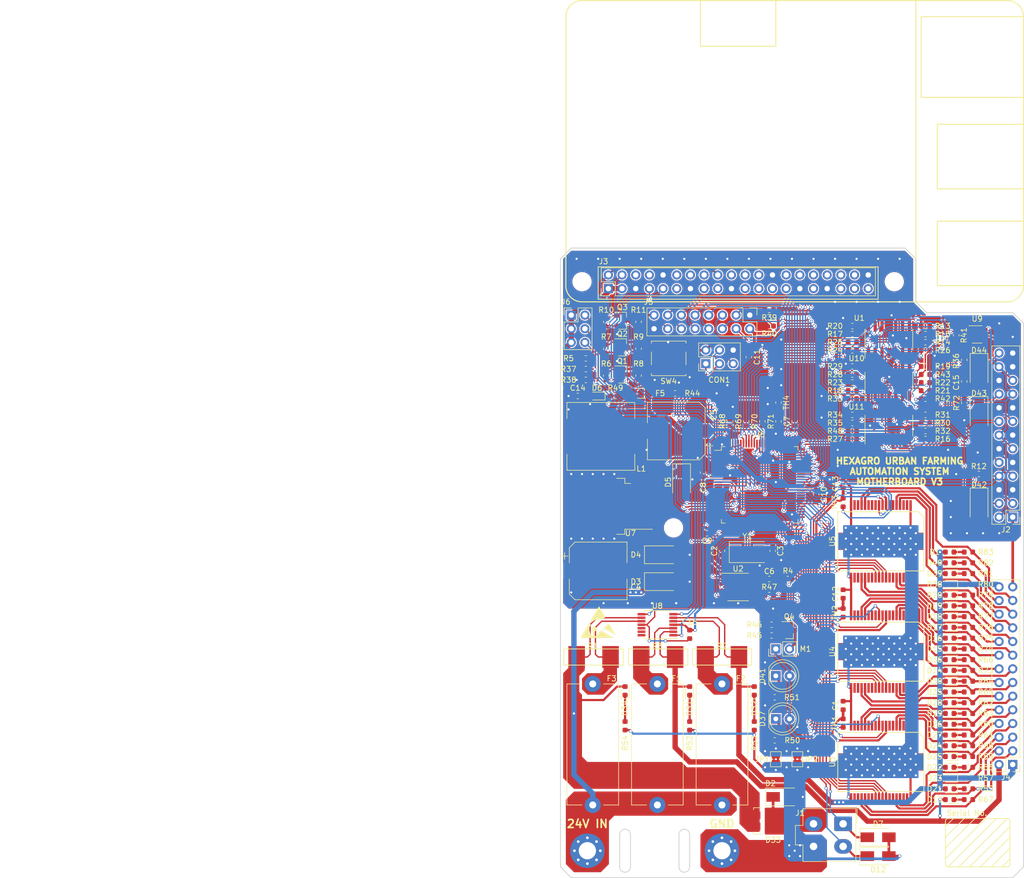
<source format=kicad_pcb>
(kicad_pcb (version 20171130) (host pcbnew "(5.1.2)-1")
  (title_block (title "LFT Motherboard") (date 2018-10-18) (rev 1.1) (company "Hexagro Urban Farming"))
  (layers (0 F.Cu signal) (31 B.Cu signal) (34 B.Paste user) (35 F.Paste user) (36 B.SilkS user) (37 F.SilkS user) (38 B.Mask user) (39 F.Mask user) (44 Edge.Cuts user))
  (net 0 "")
  (net 1 +24V_LEDS)
  (net 2 +24V_PUMP)
  (net 3 +24V_VALVES)
  (net 4 +24V_IN)
  (net 5 +5V)
  (net 6 "Net-(C2-Pad1)")
  (net 7 GND)
  (net 8 "Net-(C3-Pad1)")
  (net 9 "Net-(C4-Pad1)")
  (net 10 "Net-(C5-Pad1)")
  (net 11 /MCU/ADC15)
  (net 12 /MCU/MISO)
  (net 13 /MCU/SCK)
  (net 14 /MCU/MOSI)
  (net 15 /MCU/MCU_RESET)
  (net 16 "Net-(D1-Pad1)")
  (net 17 "Net-(D2-Pad1)")
  (net 18 "Net-(D5-Pad1)")
  (net 19 "Net-(D6-Pad1)")
  (net 20 RS_485-B)
  (net 21 RS_485-A)
  (net 22 "Net-(D13-Pad1)")
  (net 23 "Net-(D14-Pad1)")
  (net 24 "Net-(D15-Pad1)")
  (net 25 "Net-(D16-Pad1)")
  (net 26 "Net-(D17-Pad1)")
  (net 27 "Net-(D18-Pad1)")
  (net 28 "Net-(D19-Pad1)")
  (net 29 "Net-(D20-Pad1)")
  (net 30 "Net-(D21-Pad1)")
  (net 31 "Net-(D22-Pad1)")
  (net 32 "Net-(D23-Pad1)")
  (net 33 "Net-(D24-Pad1)")
  (net 34 "Net-(D25-Pad1)")
  (net 35 "Net-(D26-Pad1)")
  (net 36 "Net-(D27-Pad1)")
  (net 37 "Net-(D28-Pad1)")
  (net 38 "Net-(D29-Pad1)")
  (net 39 "Net-(D30-Pad1)")
  (net 40 "Net-(D31-Pad1)")
  (net 41 "Net-(D32-Pad1)")
  (net 42 "Net-(D34-Pad1)")
  (net 43 "Net-(D35-Pad1)")
  (net 44 "Net-(D36-Pad1)")
  (net 45 "Net-(D37-Pad1)")
  (net 46 "Net-(D38-Pad1)")
  (net 47 "Net-(D39-Pad1)")
  (net 48 "Net-(D40-Pad1)")
  (net 49 "Net-(D41-Pad1)")
  (net 50 /DHT_SIG)
  (net 51 /LS_SIG)
  (net 52 /CO2_SIG)
  (net 53 /IN+1)
  (net 54 /IN+2)
  (net 55 /IN+3)
  (net 56 /LC_1)
  (net 57 /NTC_W1)
  (net 58 /LC_2)
  (net 59 /NTC_W2)
  (net 60 /NTC_W3)
  (net 61 /LC_3)
  (net 62 /WPS_SIG)
  (net 63 /RaspberryPi3Conn/GPIO2_RPI)
  (net 64 /RaspberryPi3Conn/GPIO3_RPI)
  (net 65 /RaspberryPi3Conn/UART0_TX_RPI)
  (net 66 /RaspberryPi3Conn/GPIO4_RPI)
  (net 67 /RaspberryPi3Conn/UART0_RX_RPI)
  (net 68 /RaspberryPi3Conn/GPIO18_RPI)
  (net 69 /RaspberryPi3Conn/GPIO17_RPI)
  (net 70 /RaspberryPi3Conn/GPIO27_RPI)
  (net 71 /RaspberryPi3Conn/GPIO23_RPI)
  (net 72 /RaspberryPi3Conn/GPIO22_RPI)
  (net 73 /RaspberryPi3Conn/GPIO24_RPI)
  (net 74 /RaspberryPi3Conn/GPIO10_RPI)
  (net 75 /RaspberryPi3Conn/GPIO25_RPI)
  (net 76 /RaspberryPi3Conn/GPIO9_RPI)
  (net 77 /RaspberryPi3Conn/GPIO8_RPI)
  (net 78 /RaspberryPi3Conn/GPIO11_RPI)
  (net 79 /RaspberryPi3Conn/GPIO7_RPI)
  (net 80 "Net-(J3-Pad27)")
  (net 81 "Net-(J3-Pad28)")
  (net 82 /RaspberryPi3Conn/GPIO5_RPI)
  (net 83 /RaspberryPi3Conn/GPIO12_RPI)
  (net 84 /RaspberryPi3Conn/GPIO6_RPI)
  (net 85 /RaspberryPi3Conn/GPIO13_RPI)
  (net 86 /RaspberryPi3Conn/GPIO16_RPI)
  (net 87 /RaspberryPi3Conn/GPIO19_RPI)
  (net 88 /RaspberryPi3Conn/GPIO20_RPI)
  (net 89 /RaspberryPi3Conn/GPIO26_RPI)
  (net 90 /RaspberryPi3Conn/GPIO21_RPI)
  (net 91 VALVE_1_LOW_SIDE)
  (net 92 PUMP_LOW_SIDE)
  (net 93 VALVE_3_LOW_SIDE)
  (net 94 VALVE_2_LOW_SIDE)
  (net 95 VALVE_5_LOW_SIDE)
  (net 96 VALVE_4_LOW_SIDE)
  (net 97 VALVE_7_LOW_SIDE)
  (net 98 VALVE_6_LOW_SIDE)
  (net 99 VALVE_9_LOW_SIDE)
  (net 100 VALVE_8_LOW_SIDE)
  (net 101 VALVE_11_LOW_SIDE)
  (net 102 VALVE_10_LOW_SIDE)
  (net 103 MISC_LOW_SIDE_1)
  (net 104 VALVE_12_LOW_SIDE)
  (net 105 MISC_LOW_SIDE_3)
  (net 106 MISC_LOW_SIDE_2)
  (net 107 MISC_LOW_SIDE_5)
  (net 108 MISC_LOW_SIDE_4)
  (net 109 MISC_LOW_SIDE_7)
  (net 110 MISC_LOW_SIDE_6)
  (net 111 MISC_LOW_SIDE_9)
  (net 112 MISC_LOW_SIDE_8)
  (net 113 MISC_LOW_SIDE_11)
  (net 114 MISC_LOW_SIDE_10)
  (net 115 "Net-(J5-Pad3)")
  (net 116 /MCU/disp_rs)
  (net 117 /MCU/disp_rw)
  (net 118 /MCU/disp_e)
  (net 119 /MCU/disp_db0)
  (net 120 /MCU/disp_db1)
  (net 121 /MCU/disp_db2)
  (net 122 /MCU/disp_db3)
  (net 123 /MCU/disp_db4)
  (net 124 /MCU/disp_db5)
  (net 125 /MCU/disp_db6)
  (net 126 /MCU/disp_db7)
  (net 127 /MCU/ctrl_mod)
  (net 128 /MCU/ctrl_sel)
  (net 129 /MCU/ctrl_run)
  (net 130 "Net-(M1-Pad2)")
  (net 131 /MCU/RX0_MCU)
  (net 132 /RaspberryPi3Conn/RX_RPI)
  (net 133 IO0)
  (net 134 "Net-(Q4-Pad1)")
  (net 135 /MCU/DRV_FLT)
  (net 136 "Net-(R16-Pad2)")
  (net 137 "Net-(R17-Pad2)")
  (net 138 "Net-(R17-Pad1)")
  (net 139 /MCU/ADC7)
  (net 140 "Net-(R20-Pad2)")
  (net 141 "Net-(R21-Pad1)")
  (net 142 "Net-(R21-Pad2)")
  (net 143 "Net-(R22-Pad1)")
  (net 144 "Net-(R24-Pad2)")
  (net 145 "Net-(R24-Pad1)")
  (net 146 /MCU/ADC8)
  (net 147 "Net-(R26-Pad2)")
  (net 148 "Net-(R27-Pad1)")
  (net 149 "Net-(R27-Pad2)")
  (net 150 "Net-(R28-Pad1)")
  (net 151 "Net-(R30-Pad2)")
  (net 152 "Net-(R30-Pad1)")
  (net 153 /MCU/ADC9)
  (net 154 "Net-(R32-Pad2)")
  (net 155 "Net-(R33-Pad2)")
  (net 156 "Net-(R33-Pad1)")
  (net 157 "Net-(R34-Pad1)")
  (net 158 /MCU/ADC6)
  (net 159 "Net-(R41-Pad2)")
  (net 160 /fanDriver/DRIVE)
  (net 161 MCU_DEBUG)
  (net 162 /MCU/ADC10)
  (net 163 /MCU/ADC11)
  (net 164 /MCU/ADC12)
  (net 165 /MCU/ADC13)
  (net 166 /MCU/ADC3)
  (net 167 /MCU/ADC4)
  (net 168 /MCU/ADC5)
  (net 169 /RS485/RO)
  (net 170 /RS485/DE)
  (net 171 /RS485/DI)
  (net 172 "Net-(U3-Pad2)")
  (net 173 "Net-(U3-Pad3)")
  (net 174 /lowSideDriver1/IN_1)
  (net 175 /lowSideDriver1/IN_2)
  (net 176 /MCU/DRV_RESET)
  (net 177 /lowSideDriver1/CS)
  (net 178 /lowSideDriver1/PRG)
  (net 179 /lowSideDriver1/IN_3)
  (net 180 /lowSideDriver1/IN_4)
  (net 181 "Net-(U3-Pad16)")
  (net 182 "Net-(U3-Pad17)")
  (net 183 "Net-(U3-Pad24)")
  (net 184 "Net-(U3-Pad25)")
  (net 185 "Net-(U3-Pad30)")
  (net 186 "Net-(U3-Pad31)")
  (net 187 "Net-(U3-Pad34)")
  (net 188 "Net-(U3-Pad35)")
  (net 189 "Net-(U3-Pad21)")
  (net 190 "Net-(U3-Pad20)")
  (net 191 "Net-(U4-Pad20)")
  (net 192 "Net-(U4-Pad21)")
  (net 193 "Net-(U4-Pad35)")
  (net 194 "Net-(U4-Pad34)")
  (net 195 "Net-(U4-Pad31)")
  (net 196 "Net-(U4-Pad30)")
  (net 197 "Net-(U4-Pad25)")
  (net 198 "Net-(U4-Pad24)")
  (net 199 "Net-(U4-Pad17)")
  (net 200 "Net-(U4-Pad16)")
  (net 201 /lowSideDriver2/IN_4)
  (net 202 /lowSideDriver2/IN_3)
  (net 203 /lowSideDriver2/PRG)
  (net 204 /lowSideDriver2/CS)
  (net 205 /lowSideDriver2/IN_2)
  (net 206 /lowSideDriver2/IN_1)
  (net 207 "Net-(U4-Pad3)")
  (net 208 "Net-(U4-Pad2)")
  (net 209 "Net-(U5-Pad2)")
  (net 210 "Net-(U5-Pad3)")
  (net 211 /lowSideDriver3/IN_1)
  (net 212 /lowSideDriver3/IN_2)
  (net 213 /lowSideDriver3/CS)
  (net 214 /lowSideDriver3/PRG)
  (net 215 /lowSideDriver3/IN_3)
  (net 216 /lowSideDriver3/IN_4)
  (net 217 "Net-(U5-Pad16)")
  (net 218 "Net-(U5-Pad17)")
  (net 219 "Net-(U5-Pad24)")
  (net 220 "Net-(U5-Pad25)")
  (net 221 "Net-(U5-Pad30)")
  (net 222 "Net-(U5-Pad31)")
  (net 223 "Net-(U5-Pad34)")
  (net 224 "Net-(U5-Pad35)")
  (net 225 "Net-(U5-Pad21)")
  (net 226 "Net-(U5-Pad20)")
  (net 227 "Net-(U6-Pad6)")
  (net 228 "Net-(U6-Pad7)")
  (net 229 "Net-(U6-Pad9)")
  (net 230 "Net-(U6-Pad14)")
  (net 231 "Net-(U6-Pad15)")
  (net 232 "Net-(U6-Pad16)")
  (net 233 "Net-(U6-Pad17)")
  (net 234 "Net-(U6-Pad18)")
  (net 235 "Net-(U6-Pad19)")
  (net 236 "Net-(U6-Pad23)")
  (net 237 "Net-(U6-Pad24)")
  (net 238 "Net-(U6-Pad25)")
  (net 239 "Net-(U6-Pad26)")
  (net 240 "Net-(U6-Pad27)")
  (net 241 "Net-(U6-Pad28)")
  (net 242 "Net-(U6-Pad29)")
  (net 243 "Net-(U6-Pad36)")
  (net 244 "Net-(U6-Pad37)")
  (net 245 "Net-(U6-Pad38)")
  (net 246 "Net-(U6-Pad39)")
  (net 247 "Net-(U6-Pad40)")
  (net 248 "Net-(U6-Pad41)")
  (net 249 "Net-(U6-Pad42)")
  (net 250 "Net-(U6-Pad43)")
  (net 251 "Net-(U6-Pad44)")
  (net 252 "Net-(U6-Pad48)")
  (net 253 "Net-(U6-Pad49)")
  (net 254 "Net-(U6-Pad50)")
  (net 255 "Net-(U6-Pad51)")
  (net 256 "Net-(U6-Pad52)")
  (net 257 "Net-(U6-Pad53)")
  (net 258 "Net-(U6-Pad54)")
  (net 259 "Net-(U6-Pad55)")
  (net 260 "Net-(U6-Pad58)")
  (net 261 "Net-(U6-Pad59)")
  (net 262 "Net-(U6-Pad60)")
  (net 263 "Net-(U6-Pad63)")
  (net 264 "Net-(U6-Pad66)")
  (net 265 "Net-(U6-Pad79)")
  (net 266 /MCU/ADC2)
  (net 267 /MCU/ADC1)
  (net 268 /MCU/ADC0)
  (net 269 "Net-(U6-Pad98)")
  (net 270 "Net-(U8-Pad12)")
  (net 271 "Net-(U8-Pad13)")
  (net 272 "Net-(U8-Pad14)")
  (net 273 GNDPWR)
  (net 274 /RaspberryPi3Conn/3V3_RPI)
  (module Jumper:SolderJumper-2_P1.3mm_Bridged2Bar_Pad1.0x1.5mm (layer F.Cu) (at 276 207 90)
    (fp_text reference JP1 (at 0 -2.5 180) (layer F.SilkS))
    (fp_text value SolderJumper_2_Bridged)
    (fp_poly (pts (xy -0.25 0.2) (xy 0.25 0.2) (xy 0.25 0.6) (xy -0.25 0.6)) (layer F.Cu) (width 0))
    (fp_poly (pts (xy -0.25 -0.6) (xy 0.25 -0.6) (xy 0.25 -0.2) (xy -0.25 -0.2)) (layer F.Cu) (width 0))
    (pad 1 smd rect (at -0.65 0 90) (size 1 1.5) (layers F.Cu F.Mask) (net 273 GNDPWR))
    (pad 2 smd rect (at 0.65 0 90) (size 1 1.5) (layers F.Cu F.Mask) (net 7 GND))
  )
  (module MountingHole:MountingHole_3.2mm_M3_DIN965 (layer F.Cu) (at 257 164)
    (fp_text reference REF** hide)
    (fp_text value MountingHole_3.2mm_M3_DIN965)
    (pad 1 np_thru_hole circle (at 0 0) (size 3.2 3.2) (drill 3.2) (layers *.Cu *.Mask))
  )
  (module Capacitor_SMD:CP_Elec_10x10.5 (layer F.Cu) (at 257.5 146 180)
    (fp_text reference C5 (at -7 3 270) (layer F.SilkS))
    (fp_text value 220uF)
    (pad 1 smd roundrect (at -4.2 0 180) (size 4.4 2.5) (layers F.Cu F.Paste F.Mask) (roundrect_rratio 0.1) (net 10 "Net-(C5-Pad1)"))
    (pad 2 smd roundrect (at 4.2 0 180) (size 4.4 2.5) (layers F.Cu F.Paste F.Mask) (roundrect_rratio 0.1) (net 7 GND))
  )
  (module hexagro:PG-DSO-36 (layer F.Cu) (at 295.5 207.5 180)
    (fp_text reference U3 hide)
    (fp_text value TLE6230GP hide)
    (pad 1 smd rect (at -5.525 6.74 180) (size 0.45 1.83) (layers F.Cu F.Paste F.Mask) (net 273 GNDPWR))
    (pad 2 smd rect (at -4.875 6.74 180) (size 0.45 1.83) (layers F.Cu F.Paste F.Mask) (net 172 "Net-(U3-Pad2)"))
    (pad 3 smd rect (at -4.225 6.74 180) (size 0.45 1.83) (layers F.Cu F.Paste F.Mask) (net 173 "Net-(U3-Pad3)"))
    (pad 4 smd rect (at -3.575 6.74 180) (size 0.45 1.83) (layers F.Cu F.Paste F.Mask) (net 95 VALVE_5_LOW_SIDE))
    (pad 5 smd rect (at -2.925 6.74 180) (size 0.45 1.83) (layers F.Cu F.Paste F.Mask) (net 96 VALVE_4_LOW_SIDE))
    (pad 6 smd rect (at -2.275 6.74 180) (size 0.45 1.83) (layers F.Cu F.Paste F.Mask) (net 174 /lowSideDriver1/IN_1))
    (pad 7 smd rect (at -1.625 6.74 180) (size 0.45 1.83) (layers F.Cu F.Paste F.Mask) (net 175 /lowSideDriver1/IN_2))
    (pad 8 smd rect (at -0.975 6.74 180) (size 0.45 1.83) (layers F.Cu F.Paste F.Mask) (net 5 +5V))
    (pad 9 smd rect (at -0.325 6.74 180) (size 0.45 1.83) (layers F.Cu F.Paste F.Mask) (net 176 /MCU/DRV_RESET))
    (pad 10 smd rect (at 0.325 6.74 180) (size 0.45 1.83) (layers F.Cu F.Paste F.Mask) (net 177 /lowSideDriver1/CS))
    (pad 11 smd rect (at 0.975 6.74 180) (size 0.45 1.83) (layers F.Cu F.Paste F.Mask) (net 178 /lowSideDriver1/PRG))
    (pad 12 smd rect (at 1.625 6.74 180) (size 0.45 1.83) (layers F.Cu F.Paste F.Mask) (net 179 /lowSideDriver1/IN_3))
    (pad 13 smd rect (at 2.275 6.74 180) (size 0.45 1.83) (layers F.Cu F.Paste F.Mask) (net 180 /lowSideDriver1/IN_4))
    (pad 14 smd rect (at 2.925 6.74 180) (size 0.45 1.83) (layers F.Cu F.Paste F.Mask) (net 97 VALVE_7_LOW_SIDE))
    (pad 15 smd rect (at 3.575 6.74 180) (size 0.45 1.83) (layers F.Cu F.Paste F.Mask) (net 98 VALVE_6_LOW_SIDE))
    (pad 16 smd rect (at 4.225 6.74 180) (size 0.45 1.83) (layers F.Cu F.Paste F.Mask) (net 181 "Net-(U3-Pad16)"))
    (pad 17 smd rect (at 4.875 6.74 180) (size 0.45 1.83) (layers F.Cu F.Paste F.Mask) (net 182 "Net-(U3-Pad17)"))
    (pad 18 smd rect (at 5.525 6.74 180) (size 0.45 1.83) (layers F.Cu F.Paste F.Mask) (net 273 GNDPWR))
    (pad 23 smd rect (at 2.925 -6.74 180) (size 0.45 1.83) (layers F.Cu F.Paste F.Mask) (net 91 VALVE_1_LOW_SIDE))
    (pad 24 smd rect (at 2.275 -6.74 180) (size 0.45 1.83) (layers F.Cu F.Paste F.Mask) (net 183 "Net-(U3-Pad24)"))
    (pad 25 smd rect (at 1.625 -6.74 180) (size 0.45 1.83) (layers F.Cu F.Paste F.Mask) (net 184 "Net-(U3-Pad25)"))
    (pad 26 smd rect (at 0.975 -6.74 180) (size 0.45 1.83) (layers F.Cu F.Paste F.Mask) (net 135 /MCU/DRV_FLT))
    (pad 27 smd rect (at 0.325 -6.74 180) (size 0.45 1.83) (layers F.Cu F.Paste F.Mask) (net 12 /MCU/MISO))
    (pad 28 smd rect (at -0.325 -6.74 180) (size 0.45 1.83) (layers F.Cu F.Paste F.Mask) (net 13 /MCU/SCK))
    (pad 29 smd rect (at -0.975 -6.74 180) (size 0.45 1.83) (layers F.Cu F.Paste F.Mask) (net 14 /MCU/MOSI))
    (pad 30 smd rect (at -1.625 -6.74 180) (size 0.45 1.83) (layers F.Cu F.Paste F.Mask) (net 185 "Net-(U3-Pad30)"))
    (pad 31 smd rect (at -2.275 -6.74 180) (size 0.45 1.83) (layers F.Cu F.Paste F.Mask) (net 186 "Net-(U3-Pad31)"))
    (pad 32 smd rect (at -2.925 -6.74 180) (size 0.45 1.83) (layers F.Cu F.Paste F.Mask) (net 93 VALVE_3_LOW_SIDE))
    (pad 33 smd rect (at -3.575 -6.74 180) (size 0.45 1.83) (layers F.Cu F.Paste F.Mask) (net 94 VALVE_2_LOW_SIDE))
    (pad 34 smd rect (at -4.225 -6.74 180) (size 0.45 1.83) (layers F.Cu F.Paste F.Mask) (net 187 "Net-(U3-Pad34)"))
    (pad 35 smd rect (at -4.875 -6.74 180) (size 0.45 1.83) (layers F.Cu F.Paste F.Mask) (net 188 "Net-(U3-Pad35)"))
    (pad 36 smd rect (at -5.525 -6.74 180) (size 0.45 1.83) (layers F.Cu F.Paste F.Mask) (net 273 GNDPWR))
    (pad 22 smd rect (at 3.575 -6.74 180) (size 0.45 1.83) (layers F.Cu F.Paste F.Mask) (net 92 PUMP_LOW_SIDE))
    (pad 21 smd rect (at 4.225 -6.74 180) (size 0.45 1.83) (layers F.Cu F.Paste F.Mask) (net 189 "Net-(U3-Pad21)"))
    (pad 20 smd rect (at 4.875 -6.74 180) (size 0.45 1.83) (layers F.Cu F.Paste F.Mask) (net 190 "Net-(U3-Pad20)"))
    (pad 19 smd rect (at 5.525 -6.74 180) (size 0.45 1.83) (layers F.Cu F.Paste F.Mask) (net 273 GNDPWR))
    (pad 37 smd rect (at 0 0 180) (size 13.7 5.9) (layers F.Cu F.Paste F.Mask) (net 273 GNDPWR))
    (pad 37 smd rect (at 0 0 180) (size 15.9 3.2) (layers F.Cu F.Paste F.Mask) (net 273 GNDPWR))
  )
  (module Symbol:ESD-Logo_6.6x6mm_SilkScreen (layer F.Cu) (at 243 181.5)
    (fp_text reference REF** hide)
    (fp_text value ESD-Logo_6.6x6mm_SilkScreen hide)
  )
  (module MountingHole:MountingHole_3.2mm_M3_DIN965 (layer F.Cu) (at 303.5 224)
    (fp_text reference REF** hide)
    (fp_text value MountingHole_3.2mm_M3_DIN965)
    (pad 1 np_thru_hole circle (at 0 0) (size 3.2 3.2) (drill 3.2) (layers *.Cu *.Mask))
  )
  (module MountingHole:MountingHole_3.2mm_M3_DIN965 (layer F.Cu) (at 253.5 224)
    (fp_text reference REF** hide)
    (fp_text value MountingHole_3.2mm_M3_DIN965)
    (pad 1 np_thru_hole circle (at 0 0) (size 3.2 3.2) (drill 3.2) (layers *.Cu *.Mask))
  )
  (module MountingHole:MountingHole_3.2mm_M3_DIN965 (layer F.Cu) (at 298 118.25)
    (fp_text reference REF** hide)
    (fp_text value MountingHole_3.2mm_M3_DIN965)
    (pad 1 np_thru_hole circle (at 0 0) (size 3.2 3.2) (drill 3.2) (layers *.Cu *.Mask))
  )
  (module MountingHole:MountingHole_3.2mm_M3_DIN965 (layer F.Cu) (at 240 118.25)
    (fp_text reference REF** hide)
    (fp_text value MountingHole_3.2mm_M3_DIN965)
    (pad 1 np_thru_hole circle (at 0 0) (size 3.2 3.2) (drill 3.2) (layers *.Cu *.Mask))
  )
  (module Mounting_Holes:MountingHole_3.2mm_M3_Pad_Via (layer F.Cu) (at 266 224 270)
    (fp_text reference REF** hide)
    (fp_text value MountingHole_3.2mm_M3_Pad_Via hide)
    (pad 1 thru_hole circle (at 0 0 270) (size 6.4 6.4) (drill 3.2) (layers *.Cu *.Mask) (net 273 GNDPWR))
    (pad 1 thru_hole circle (at 2.4 0 270) (size 0.8 0.8) (drill 0.5) (layers *.Cu *.Mask))
    (pad 1 thru_hole circle (at 1.697056 1.697056 270) (size 0.8 0.8) (drill 0.5) (layers *.Cu *.Mask))
    (pad 1 thru_hole circle (at 0 2.4 270) (size 0.8 0.8) (drill 0.5) (layers *.Cu *.Mask))
    (pad 1 thru_hole circle (at -1.697056 1.697056 270) (size 0.8 0.8) (drill 0.5) (layers *.Cu *.Mask))
    (pad 1 thru_hole circle (at -2.4 0 270) (size 0.8 0.8) (drill 0.5) (layers *.Cu *.Mask))
    (pad 1 thru_hole circle (at -1.697056 -1.697056 270) (size 0.8 0.8) (drill 0.5) (layers *.Cu *.Mask))
    (pad 1 thru_hole circle (at 0 -2.4 270) (size 0.8 0.8) (drill 0.5) (layers *.Cu *.Mask))
    (pad 1 thru_hole circle (at 1.697056 -1.697056 270) (size 0.8 0.8) (drill 0.5) (layers *.Cu *.Mask))
  )
  (module Mounting_Holes:MountingHole_3.2mm_M3_Pad_Via (layer F.Cu) (at 241 224 270)
    (fp_text reference REF** hide)
    (fp_text value MountingHole_3.2mm_M3_Pad_Via hide)
    (pad 1 thru_hole circle (at 0 0 270) (size 6.4 6.4) (drill 3.2) (layers *.Cu *.Mask) (net 4 +24V_IN))
    (pad 1 thru_hole circle (at 2.4 0 270) (size 0.8 0.8) (drill 0.5) (layers *.Cu *.Mask))
    (pad 1 thru_hole circle (at 1.697056 1.697056 270) (size 0.8 0.8) (drill 0.5) (layers *.Cu *.Mask))
    (pad 1 thru_hole circle (at 0 2.4 270) (size 0.8 0.8) (drill 0.5) (layers *.Cu *.Mask))
    (pad 1 thru_hole circle (at -1.697056 1.697056 270) (size 0.8 0.8) (drill 0.5) (layers *.Cu *.Mask))
    (pad 1 thru_hole circle (at -2.4 0 270) (size 0.8 0.8) (drill 0.5) (layers *.Cu *.Mask))
    (pad 1 thru_hole circle (at -1.697056 -1.697056 270) (size 0.8 0.8) (drill 0.5) (layers *.Cu *.Mask))
    (pad 1 thru_hole circle (at 0 -2.4 270) (size 0.8 0.8) (drill 0.5) (layers *.Cu *.Mask))
    (pad 1 thru_hole circle (at 1.697056 -1.697056 270) (size 0.8 0.8) (drill 0.5) (layers *.Cu *.Mask))
  )
  (module Capacitor_SMD:C_0603_1608Metric (layer F.Cu) (at 288.5 197 90)
    (fp_text reference C1 (at 0 -1.43 90) (layer F.SilkS))
    (fp_text value 1uF)
    (pad 2 smd roundrect (at 0.7875 0 90) (size 0.875 0.95) (layers F.Cu F.Paste F.Mask) (net 273 GNDPWR))
    (pad 1 smd roundrect (at -0.7875 0 90) (size 0.875 0.95) (layers F.Cu F.Paste F.Mask) (net 5 +5V))
  )
  (module Capacitor_SMD:C_0603_1608Metric (layer F.Cu) (at 266 168.2875 90)
    (fp_text reference C2 (at 0 -1.43 90) (layer F.SilkS))
    (fp_text value 18pF)
    (pad 1 smd roundrect (at -0.7875 0 90) (size 0.875 0.95) (layers F.Cu F.Paste F.Mask) (net 6 "Net-(C2-Pad1)"))
    (pad 2 smd roundrect (at 0.7875 0 90) (size 0.875 0.95) (layers F.Cu F.Paste F.Mask) (net 7 GND))
  )
  (module Capacitor_SMD:C_0603_1608Metric (layer F.Cu) (at 275.425 168.2875 270)
    (fp_text reference C3 (at 0 -1.43 90) (layer F.SilkS))
    (fp_text value 18pF)
    (pad 2 smd roundrect (at 0.7875 0 270) (size 0.875 0.95) (layers F.Cu F.Paste F.Mask) (net 7 GND))
    (pad 1 smd roundrect (at -0.7875 0 270) (size 0.875 0.95) (layers F.Cu F.Paste F.Mask) (net 8 "Net-(C3-Pad1)"))
  )
  (module Capacitor_SMD:CP_Elec_10x10.5 (layer F.Cu) (at 243 172)
    (fp_text reference C4 (at 7 3) (layer F.SilkS))
    (fp_text value 680uF)
    (pad 2 smd roundrect (at 4.2 0) (size 4.4 2.5) (layers F.Cu F.Paste F.Mask) (roundrect_rratio 0.1) (net 7 GND))
    (pad 1 smd roundrect (at -4.2 0) (size 4.4 2.5) (layers F.Cu F.Paste F.Mask) (roundrect_rratio 0.1) (net 9 "Net-(C4-Pad1)"))
  )
  (module Capacitor_SMD:C_0603_1608Metric (layer F.Cu) (at 274.7875 173.5)
    (fp_text reference C6 (at 0 -1.43) (layer F.SilkS))
    (fp_text value 100nF)
    (pad 2 smd roundrect (at 0.7875 0) (size 0.875 0.95) (layers F.Cu F.Paste F.Mask) (net 7 GND))
    (pad 1 smd roundrect (at -0.7875 0) (size 0.875 0.95) (layers F.Cu F.Paste F.Mask) (net 5 +5V))
  )
  (module Capacitor_SMD:C_0603_1608Metric (layer F.Cu) (at 279.5 144.2125 90)
    (fp_text reference C7 (at 0 -1.43 90) (layer F.SilkS))
    (fp_text value 100nF)
    (pad 1 smd roundrect (at -0.7875 0 90) (size 0.875 0.95) (layers F.Cu F.Paste F.Mask) (net 5 +5V))
    (pad 2 smd roundrect (at 0.7875 0 90) (size 0.875 0.95) (layers F.Cu F.Paste F.Mask) (net 7 GND))
  )
  (module Capacitor_SMD:C_0603_1608Metric (layer F.Cu) (at 262.5 153.7125 90)
    (fp_text reference C8 (at -2.7875 0 90) (layer F.SilkS))
    (fp_text value 100nF)
    (pad 2 smd roundrect (at 0.7875 0 90) (size 0.875 0.95) (layers F.Cu F.Paste F.Mask) (net 7 GND))
    (pad 1 smd roundrect (at -0.7875 0 90) (size 0.875 0.95) (layers F.Cu F.Paste F.Mask) (net 5 +5V))
  )
  (module Capacitor_SMD:C_0603_1608Metric (layer F.Cu) (at 263.2125 165 180)
    (fp_text reference C9 (at 0 -1.43) (layer F.SilkS))
    (fp_text value 100nF)
    (pad 1 smd roundrect (at -0.7875 0 180) (size 0.875 0.95) (layers F.Cu F.Paste F.Mask) (net 5 +5V))
    (pad 2 smd roundrect (at 0.7875 0 180) (size 0.875 0.95) (layers F.Cu F.Paste F.Mask) (net 7 GND))
  )
  (module Capacitor_SMD:C_0603_1608Metric (layer F.Cu) (at 283.5 157.7875 270)
    (fp_text reference C10 (at 0 -1.43 90) (layer F.SilkS))
    (fp_text value 100nF)
    (pad 2 smd roundrect (at 0.7875 0 270) (size 0.875 0.95) (layers F.Cu F.Paste F.Mask) (net 7 GND))
    (pad 1 smd roundrect (at -0.7875 0 270) (size 0.875 0.95) (layers F.Cu F.Paste F.Mask) (net 5 +5V))
  )
  (module Capacitor_SMD:C_0603_1608Metric (layer F.Cu) (at 271 132.2875 270)
    (fp_text reference C11 (at 0 -1.5 90) (layer F.SilkS))
    (fp_text value 100nF)
    (pad 1 smd roundrect (at -0.7875 0 270) (size 0.875 0.95) (layers F.Cu F.Paste F.Mask) (net 5 +5V))
    (pad 2 smd roundrect (at 0.7875 0 270) (size 0.875 0.95) (layers F.Cu F.Paste F.Mask) (net 7 GND))
  )
  (module Capacitor_SMD:C_0603_1608Metric (layer F.Cu) (at 288.5 176.2875 90)
    (fp_text reference C12 (at 0 -1.43 90) (layer F.SilkS))
    (fp_text value 1uF)
    (pad 1 smd roundrect (at -0.7875 0 90) (size 0.875 0.95) (layers F.Cu F.Paste F.Mask) (net 5 +5V))
    (pad 2 smd roundrect (at 0.7875 0 90) (size 0.875 0.95) (layers F.Cu F.Paste F.Mask) (net 273 GNDPWR))
  )
  (module Capacitor_SMD:C_0603_1608Metric (layer F.Cu) (at 288.5 155.7875 90)
    (fp_text reference C13 (at 0 -1.43 90) (layer F.SilkS))
    (fp_text value 1uF)
    (pad 2 smd roundrect (at 0.7875 0 90) (size 0.875 0.95) (layers F.Cu F.Paste F.Mask) (net 273 GNDPWR))
    (pad 1 smd roundrect (at -0.7875 0 90) (size 0.875 0.95) (layers F.Cu F.Paste F.Mask) (net 5 +5V))
  )
  (module Capacitor_SMD:C_0603_1608Metric (layer F.Cu) (at 239.2125 139.5 180)
    (fp_text reference C14 (at 0 1.5) (layer F.SilkS))
    (fp_text value 100nF)
    (pad 1 smd roundrect (at -0.7875 0 180) (size 0.875 0.95) (layers F.Cu F.Paste F.Mask) (net 5 +5V))
    (pad 2 smd roundrect (at 0.7875 0 180) (size 0.875 0.95) (layers F.Cu F.Paste F.Mask) (net 7 GND))
  )
  (module Capacitor_SMD:C_0603_1608Metric (layer F.Cu) (at 311 136.7875 90)
    (fp_text reference C15 (at -0.2125 -1.5 90) (layer F.SilkS))
    (fp_text value 100nF)
    (pad 1 smd roundrect (at -0.7875 0 90) (size 0.875 0.95) (layers F.Cu F.Paste F.Mask) (net 11 /MCU/ADC15))
    (pad 2 smd roundrect (at 0.7875 0 90) (size 0.875 0.95) (layers F.Cu F.Paste F.Mask) (net 7 GND))
  )
  (module Capacitor_SMD:C_0603_1608Metric (layer F.Cu) (at 260 183.7875 270)
    (fp_text reference C16 (at -2.2875 0 180) (layer F.SilkS))
    (fp_text value "100 nF")
    (pad 2 smd roundrect (at 0.7875 0 270) (size 0.875 0.95) (layers F.Cu F.Paste F.Mask) (net 7 GND))
    (pad 1 smd roundrect (at -0.7875 0 270) (size 0.875 0.95) (layers F.Cu F.Paste F.Mask) (net 5 +5V))
  )
  (module Connector_PinHeader_2.54mm:PinHeader_2x03_P2.54mm_Vertical (layer F.Cu) (at 263 133.5 90)
    (fp_text reference CON1 (at -3 2.5 180) (layer F.SilkS))
    (fp_text value AVR-ISP-6)
    (pad 1 thru_hole rect (at 0 0 90) (size 1.7 1.7) (drill 1) (layers *.Cu *.Mask) (net 12 /MCU/MISO))
    (pad 2 thru_hole oval (at 2.54 0 90) (size 1.7 1.7) (drill 1) (layers *.Cu *.Mask) (net 5 +5V))
    (pad 3 thru_hole oval (at 0 2.54 90) (size 1.7 1.7) (drill 1) (layers *.Cu *.Mask) (net 13 /MCU/SCK))
    (pad 4 thru_hole oval (at 2.54 2.54 90) (size 1.7 1.7) (drill 1) (layers *.Cu *.Mask) (net 14 /MCU/MOSI))
    (pad 5 thru_hole oval (at 0 5.08 90) (size 1.7 1.7) (drill 1) (layers *.Cu *.Mask) (net 15 /MCU/MCU_RESET))
    (pad 6 thru_hole oval (at 2.54 5.08 90) (size 1.7 1.7) (drill 1) (layers *.Cu *.Mask) (net 7 GND))
  )
  (module LED_SMD:LED_0603_1608Metric (layer F.Cu) (at 308.2875 168.5 180)
    (fp_text reference D1 (at 2.7875 0) (layer F.SilkS))
    (fp_text value LED)
    (pad 2 smd roundrect (at 0.7875 0 180) (size 0.875 0.95) (layers F.Cu F.Paste F.Mask) (net 3 +24V_VALVES))
    (pad 1 smd roundrect (at -0.7875 0 180) (size 0.875 0.95) (layers F.Cu F.Paste F.Mask) (net 16 "Net-(D1-Pad1)"))
  )
  (module Diode_SMD:D_SMA (layer F.Cu) (at 277.5 214)
    (fp_text reference D2 (at -2.5 -2.5) (layer F.SilkS))
    (fp_text value D_TVS_24V)
    (pad 2 smd rect (at 2 0) (size 2.5 1.8) (layers F.Cu F.Paste F.Mask) (net 273 GNDPWR))
    (pad 1 smd rect (at -2 0) (size 2.5 1.8) (layers F.Cu F.Paste F.Mask) (net 17 "Net-(D2-Pad1)"))
  )
  (module Diode_SMD:D_SMA (layer F.Cu) (at 255 174)
    (fp_text reference D3 (at -5 0) (layer F.SilkS))
    (fp_text value D)
    (pad 2 smd rect (at 2 0) (size 2.5 1.8) (layers F.Cu F.Paste F.Mask) (net 7 GND))
    (pad 1 smd rect (at -2 0) (size 2.5 1.8) (layers F.Cu F.Paste F.Mask) (net 4 +24V_IN))
  )
  (module Diode_SMD:D_SMA (layer F.Cu) (at 255 169)
    (fp_text reference D4 (at -5 0) (layer F.SilkS))
    (fp_text value D)
    (pad 1 smd rect (at -2 0) (size 2.5 1.8) (layers F.Cu F.Paste F.Mask) (net 9 "Net-(C4-Pad1)"))
    (pad 2 smd rect (at 2 0) (size 2.5 1.8) (layers F.Cu F.Paste F.Mask) (net 4 +24V_IN))
  )
  (module Diode_SMD:D_SMA (layer F.Cu) (at 258.5 155.5 270)
    (fp_text reference D5 (at 0 2.5 90) (layer F.SilkS))
    (fp_text value D)
    (pad 1 smd rect (at -2 0 270) (size 2.5 1.8) (layers F.Cu F.Paste F.Mask) (net 18 "Net-(D5-Pad1)"))
    (pad 2 smd rect (at 2 0 270) (size 2.5 1.8) (layers F.Cu F.Paste F.Mask) (net 7 GND))
  )
  (module LED_SMD:LED_0603_1608Metric (layer F.Cu) (at 242.7875 139.5 180)
    (fp_text reference D6 (at 0 1.5) (layer F.SilkS))
    (fp_text value LED)
    (pad 1 smd roundrect (at -0.7875 0 180) (size 0.875 0.95) (layers F.Cu F.Paste F.Mask) (net 19 "Net-(D6-Pad1)"))
    (pad 2 smd roundrect (at 0.7875 0 180) (size 0.875 0.95) (layers F.Cu F.Paste F.Mask) (net 5 +5V))
  )
  (module Diode_SMD:D_SMA (layer F.Cu) (at 295 221.5)
    (fp_text reference D7 (at 0 -2.5) (layer F.SilkS))
    (fp_text value D_TVS_5V)
    (pad 1 smd rect (at -2 0) (size 2.5 1.8) (layers F.Cu F.Paste F.Mask) (net 20 RS_485-B))
    (pad 2 smd rect (at 2 0) (size 2.5 1.8) (layers F.Cu F.Paste F.Mask) (net 273 GNDPWR))
  )
  (module Diode_SMD:D_SMA (layer F.Cu) (at 295 225)
    (fp_text reference D12 (at 0 2.5) (layer F.SilkS))
    (fp_text value D_TVS_5V)
    (pad 2 smd rect (at 2 0) (size 2.5 1.8) (layers F.Cu F.Paste F.Mask) (net 273 GNDPWR))
    (pad 1 smd rect (at -2 0) (size 2.5 1.8) (layers F.Cu F.Paste F.Mask) (net 21 RS_485-A))
  )
  (module LED_SMD:LED_0603_1608Metric (layer F.Cu) (at 308.2875 214.5 180)
    (fp_text reference D13 (at 2.7875 0) (layer F.SilkS))
    (fp_text value LED)
    (pad 2 smd roundrect (at 0.7875 0 180) (size 0.875 0.95) (layers F.Cu F.Paste F.Mask) (net 2 +24V_PUMP))
    (pad 1 smd roundrect (at -0.7875 0 180) (size 0.875 0.95) (layers F.Cu F.Paste F.Mask) (net 22 "Net-(D13-Pad1)"))
  )
  (module LED_SMD:LED_0603_1608Metric (layer F.Cu) (at 308.2875 190.5 180)
    (fp_text reference D14 (at 2.7875 0) (layer F.SilkS))
    (fp_text value LED)
    (pad 1 smd roundrect (at -0.7875 0 180) (size 0.875 0.95) (layers F.Cu F.Paste F.Mask) (net 23 "Net-(D14-Pad1)"))
    (pad 2 smd roundrect (at 0.7875 0 180) (size 0.875 0.95) (layers F.Cu F.Paste F.Mask) (net 3 +24V_VALVES))
  )
  (module LED_SMD:LED_0603_1608Metric (layer F.Cu) (at 308.2875 186.5 180)
    (fp_text reference D15 (at 2.7875 0) (layer F.SilkS))
    (fp_text value LED)
    (pad 2 smd roundrect (at 0.7875 0 180) (size 0.875 0.95) (layers F.Cu F.Paste F.Mask) (net 3 +24V_VALVES))
    (pad 1 smd roundrect (at -0.7875 0 180) (size 0.875 0.95) (layers F.Cu F.Paste F.Mask) (net 24 "Net-(D15-Pad1)"))
  )
  (module LED_SMD:LED_0603_1608Metric (layer F.Cu) (at 308.2875 184.5 180)
    (fp_text reference D16 (at 2.7875 0) (layer F.SilkS))
    (fp_text value LED)
    (pad 1 smd roundrect (at -0.7875 0 180) (size 0.875 0.95) (layers F.Cu F.Paste F.Mask) (net 25 "Net-(D16-Pad1)"))
    (pad 2 smd roundrect (at 0.7875 0 180) (size 0.875 0.95) (layers F.Cu F.Paste F.Mask) (net 3 +24V_VALVES))
  )
  (module LED_SMD:LED_0603_1608Metric (layer F.Cu) (at 308.2875 182.5 180)
    (fp_text reference D17 (at 2.7875 0) (layer F.SilkS))
    (fp_text value LED)
    (pad 2 smd roundrect (at 0.7875 0 180) (size 0.875 0.95) (layers F.Cu F.Paste F.Mask) (net 3 +24V_VALVES))
    (pad 1 smd roundrect (at -0.7875 0 180) (size 0.875 0.95) (layers F.Cu F.Paste F.Mask) (net 26 "Net-(D17-Pad1)"))
  )
  (module LED_SMD:LED_0603_1608Metric (layer F.Cu) (at 308.2875 180.5 180)
    (fp_text reference D18 (at 2.7875 0) (layer F.SilkS))
    (fp_text value LED)
    (pad 1 smd roundrect (at -0.7875 0 180) (size 0.875 0.95) (layers F.Cu F.Paste F.Mask) (net 27 "Net-(D18-Pad1)"))
    (pad 2 smd roundrect (at 0.7875 0 180) (size 0.875 0.95) (layers F.Cu F.Paste F.Mask) (net 3 +24V_VALVES))
  )
  (module LED_SMD:LED_0603_1608Metric (layer F.Cu) (at 308.2875 178.5 180)
    (fp_text reference D19 (at 2.7875 0) (layer F.SilkS))
    (fp_text value LED)
    (pad 1 smd roundrect (at -0.7875 0 180) (size 0.875 0.95) (layers F.Cu F.Paste F.Mask) (net 28 "Net-(D19-Pad1)"))
    (pad 2 smd roundrect (at 0.7875 0 180) (size 0.875 0.95) (layers F.Cu F.Paste F.Mask) (net 3 +24V_VALVES))
  )
  (module LED_SMD:LED_0603_1608Metric (layer F.Cu) (at 308.2875 176.5 180)
    (fp_text reference D20 (at 2.7875 0) (layer F.SilkS))
    (fp_text value LED)
    (pad 1 smd roundrect (at -0.7875 0 180) (size 0.875 0.95) (layers F.Cu F.Paste F.Mask) (net 29 "Net-(D20-Pad1)"))
    (pad 2 smd roundrect (at 0.7875 0 180) (size 0.875 0.95) (layers F.Cu F.Paste F.Mask) (net 3 +24V_VALVES))
  )
  (module LED_SMD:LED_0603_1608Metric (layer F.Cu) (at 308.2875 212.5 180)
    (fp_text reference D21 (at 2.7875 0) (layer F.SilkS))
    (fp_text value LED)
    (pad 2 smd roundrect (at 0.7875 0 180) (size 0.875 0.95) (layers F.Cu F.Paste F.Mask) (net 3 +24V_VALVES))
    (pad 1 smd roundrect (at -0.7875 0 180) (size 0.875 0.95) (layers F.Cu F.Paste F.Mask) (net 30 "Net-(D21-Pad1)"))
  )
  (module LED_SMD:LED_0603_1608Metric (layer F.Cu) (at 308.2875 208.5 180)
    (fp_text reference D22 (at 2.7875 0) (layer F.SilkS))
    (fp_text value LED)
    (pad 1 smd roundrect (at -0.7875 0 180) (size 0.875 0.95) (layers F.Cu F.Paste F.Mask) (net 31 "Net-(D22-Pad1)"))
    (pad 2 smd roundrect (at 0.7875 0 180) (size 0.875 0.95) (layers F.Cu F.Paste F.Mask) (net 3 +24V_VALVES))
  )
  (module LED_SMD:LED_0603_1608Metric (layer F.Cu) (at 308.2875 210.5 180)
    (fp_text reference D23 (at 2.7875 0) (layer F.SilkS))
    (fp_text value LED)
    (pad 2 smd roundrect (at 0.7875 0 180) (size 0.875 0.95) (layers F.Cu F.Paste F.Mask) (net 3 +24V_VALVES))
    (pad 1 smd roundrect (at -0.7875 0 180) (size 0.875 0.95) (layers F.Cu F.Paste F.Mask) (net 32 "Net-(D23-Pad1)"))
  )
  (module LED_SMD:LED_0603_1608Metric (layer F.Cu) (at 308.2875 204.5 180)
    (fp_text reference D24 (at 2.7875 0) (layer F.SilkS))
    (fp_text value LED)
    (pad 1 smd roundrect (at -0.7875 0 180) (size 0.875 0.95) (layers F.Cu F.Paste F.Mask) (net 33 "Net-(D24-Pad1)"))
    (pad 2 smd roundrect (at 0.7875 0 180) (size 0.875 0.95) (layers F.Cu F.Paste F.Mask) (net 3 +24V_VALVES))
  )
  (module LED_SMD:LED_0603_1608Metric (layer F.Cu) (at 308.2875 206.5 180)
    (fp_text reference D25 (at 2.7875 0) (layer F.SilkS))
    (fp_text value LED)
    (pad 2 smd roundrect (at 0.7875 0 180) (size 0.875 0.95) (layers F.Cu F.Paste F.Mask) (net 3 +24V_VALVES))
    (pad 1 smd roundrect (at -0.7875 0 180) (size 0.875 0.95) (layers F.Cu F.Paste F.Mask) (net 34 "Net-(D25-Pad1)"))
  )
  (module LED_SMD:LED_0603_1608Metric (layer F.Cu) (at 308.2875 200.5 180)
    (fp_text reference D26 (at 2.7875 0) (layer F.SilkS))
    (fp_text value LED)
    (pad 1 smd roundrect (at -0.7875 0 180) (size 0.875 0.95) (layers F.Cu F.Paste F.Mask) (net 35 "Net-(D26-Pad1)"))
    (pad 2 smd roundrect (at 0.7875 0 180) (size 0.875 0.95) (layers F.Cu F.Paste F.Mask) (net 3 +24V_VALVES))
  )
  (module LED_SMD:LED_0603_1608Metric (layer F.Cu) (at 308.2875 202.5 180)
    (fp_text reference D27 (at 2.7875 0) (layer F.SilkS))
    (fp_text value LED)
    (pad 2 smd roundrect (at 0.7875 0 180) (size 0.875 0.95) (layers F.Cu F.Paste F.Mask) (net 3 +24V_VALVES))
    (pad 1 smd roundrect (at -0.7875 0 180) (size 0.875 0.95) (layers F.Cu F.Paste F.Mask) (net 36 "Net-(D27-Pad1)"))
  )
  (module LED_SMD:LED_0603_1608Metric (layer F.Cu) (at 308.2875 196.5 180)
    (fp_text reference D28 (at 2.7875 0) (layer F.SilkS))
    (fp_text value LED)
    (pad 1 smd roundrect (at -0.7875 0 180) (size 0.875 0.95) (layers F.Cu F.Paste F.Mask) (net 37 "Net-(D28-Pad1)"))
    (pad 2 smd roundrect (at 0.7875 0 180) (size 0.875 0.95) (layers F.Cu F.Paste F.Mask) (net 3 +24V_VALVES))
  )
  (module LED_SMD:LED_0603_1608Metric (layer F.Cu) (at 308.2875 198.5 180)
    (fp_text reference D29 (at 2.7875 0) (layer F.SilkS))
    (fp_text value LED)
    (pad 2 smd roundrect (at 0.7875 0 180) (size 0.875 0.95) (layers F.Cu F.Paste F.Mask) (net 3 +24V_VALVES))
    (pad 1 smd roundrect (at -0.7875 0 180) (size 0.875 0.95) (layers F.Cu F.Paste F.Mask) (net 38 "Net-(D29-Pad1)"))
  )
  (module LED_SMD:LED_0603_1608Metric (layer F.Cu) (at 308.2875 192.5 180)
    (fp_text reference D30 (at 2.7875 0) (layer F.SilkS))
    (fp_text value LED)
    (pad 2 smd roundrect (at 0.7875 0 180) (size 0.875 0.95) (layers F.Cu F.Paste F.Mask) (net 3 +24V_VALVES))
    (pad 1 smd roundrect (at -0.7875 0 180) (size 0.875 0.95) (layers F.Cu F.Paste F.Mask) (net 39 "Net-(D30-Pad1)"))
  )
  (module LED_SMD:LED_0603_1608Metric (layer F.Cu) (at 260 194.2875 90)
    (fp_text reference D31 (at -3.2125 0 90) (layer F.SilkS))
    (fp_text value LED)
    (pad 2 smd roundrect (at 0.7875 0 90) (size 0.875 0.95) (layers F.Cu F.Paste F.Mask) (net 2 +24V_PUMP))
    (pad 1 smd roundrect (at -0.7875 0 90) (size 0.875 0.95) (layers F.Cu F.Paste F.Mask) (net 40 "Net-(D31-Pad1)"))
  )
  (module LED_SMD:LED_0603_1608Metric (layer F.Cu) (at 272 194.2875 90)
    (fp_text reference D32 (at -3.2125 0 90) (layer F.SilkS))
    (fp_text value LED)
    (pad 1 smd roundrect (at -0.7875 0 90) (size 0.875 0.95) (layers F.Cu F.Paste F.Mask) (net 41 "Net-(D32-Pad1)"))
    (pad 2 smd roundrect (at 0.7875 0 90) (size 0.875 0.95) (layers F.Cu F.Paste F.Mask) (net 3 +24V_VALVES))
  )
  (module Package_TO_SOT_SMD:TO-277A (layer F.Cu) (at 275.265 218.46 90)
    (fp_text reference D33 (at -3.54 0.235) (layer F.SilkS))
    (fp_text value STPS1045SF)
    (pad 1 smd rect (at -1.04 -2.765 270) (size 1.4 1.27) (layers F.Cu F.Paste F.Mask) (net 1 +24V_LEDS))
    (pad 3 smd rect (at 0 1.04 270) (size 4.8 4.72) (layers F.Cu F.Mask) (net 17 "Net-(D2-Pad1)"))
    (pad 2 smd rect (at 1.04 -2.765 270) (size 1.4 1.27) (layers F.Cu F.Paste F.Mask) (net 1 +24V_LEDS))
  )
  (module LED_SMD:LED_0603_1608Metric (layer F.Cu) (at 248 194.2875 90)
    (fp_text reference D34 (at -3.2125 0 90) (layer F.SilkS))
    (fp_text value LED)
    (pad 2 smd roundrect (at 0.7875 0 90) (size 0.875 0.95) (layers F.Cu F.Paste F.Mask) (net 1 +24V_LEDS))
    (pad 1 smd roundrect (at -0.7875 0 90) (size 0.875 0.95) (layers F.Cu F.Paste F.Mask) (net 42 "Net-(D34-Pad1)"))
  )
  (module LED_SMD:LED_0603_1608Metric (layer F.Cu) (at 308.2875 194.5 180)
    (fp_text reference D35 (at 2.7875 0) (layer F.SilkS))
    (fp_text value LED)
    (pad 1 smd roundrect (at -0.7875 0 180) (size 0.875 0.95) (layers F.Cu F.Paste F.Mask) (net 43 "Net-(D35-Pad1)"))
    (pad 2 smd roundrect (at 0.7875 0 180) (size 0.875 0.95) (layers F.Cu F.Paste F.Mask) (net 3 +24V_VALVES))
  )
  (module LED_SMD:LED_0603_1608Metric (layer F.Cu) (at 308.2875 188.5 180)
    (fp_text reference D36 (at 2.7875 0) (layer F.SilkS))
    (fp_text value LED)
    (pad 1 smd roundrect (at -0.7875 0 180) (size 0.875 0.95) (layers F.Cu F.Paste F.Mask) (net 44 "Net-(D36-Pad1)"))
    (pad 2 smd roundrect (at 0.7875 0 180) (size 0.875 0.95) (layers F.Cu F.Paste F.Mask) (net 3 +24V_VALVES))
  )
  (module LED_THT:LED_D5.0mm (layer F.Cu) (at 276 199.5)
    (fp_text reference D37 (at -2.5 0 90) (layer F.SilkS))
    (fp_text value LED_ALT)
    (pad 1 thru_hole rect (at 0 0) (size 1.8 1.8) (drill 0.9) (layers *.Cu *.Mask) (net 45 "Net-(D37-Pad1)"))
    (pad 2 thru_hole circle (at 2.54 0) (size 1.8 1.8) (drill 0.9) (layers *.Cu *.Mask) (net 5 +5V))
  )
  (module LED_SMD:LED_0603_1608Metric (layer F.Cu) (at 308.2875 174.5 180)
    (fp_text reference D38 (at 2.7875 0) (layer F.SilkS))
    (fp_text value LED)
    (pad 1 smd roundrect (at -0.7875 0 180) (size 0.875 0.95) (layers F.Cu F.Paste F.Mask) (net 46 "Net-(D38-Pad1)"))
    (pad 2 smd roundrect (at 0.7875 0 180) (size 0.875 0.95) (layers F.Cu F.Paste F.Mask) (net 3 +24V_VALVES))
  )
  (module LED_SMD:LED_0603_1608Metric (layer F.Cu) (at 308.2875 172.5 180)
    (fp_text reference D39 (at 2.7875 0) (layer F.SilkS))
    (fp_text value LED)
    (pad 2 smd roundrect (at 0.7875 0 180) (size 0.875 0.95) (layers F.Cu F.Paste F.Mask) (net 3 +24V_VALVES))
    (pad 1 smd roundrect (at -0.7875 0 180) (size 0.875 0.95) (layers F.Cu F.Paste F.Mask) (net 47 "Net-(D39-Pad1)"))
  )
  (module LED_SMD:LED_0603_1608Metric (layer F.Cu) (at 308.2875 170.5 180)
    (fp_text reference D40 (at 2.7875 0) (layer F.SilkS))
    (fp_text value LED)
    (pad 2 smd roundrect (at 0.7875 0 180) (size 0.875 0.95) (layers F.Cu F.Paste F.Mask) (net 3 +24V_VALVES))
    (pad 1 smd roundrect (at -0.7875 0 180) (size 0.875 0.95) (layers F.Cu F.Paste F.Mask) (net 48 "Net-(D40-Pad1)"))
  )
  (module LED_THT:LED_D5.0mm (layer F.Cu) (at 276 191.5)
    (fp_text reference D41 (at -2.5 0 90) (layer F.SilkS))
    (fp_text value LED_ALT)
    (pad 2 thru_hole circle (at 2.54 0) (size 1.8 1.8) (drill 0.9) (layers *.Cu *.Mask) (net 5 +5V))
    (pad 1 thru_hole rect (at 0 0) (size 1.8 1.8) (drill 0.9) (layers *.Cu *.Mask) (net 49 "Net-(D41-Pad1)"))
  )
  (module Diode_SMD:D_SMA (layer F.Cu) (at 313.75 160 270)
    (fp_text reference D42 (at -4 0 180) (layer F.SilkS))
    (fp_text value D_TVS_5V)
    (pad 2 smd rect (at 2 0 270) (size 2.5 1.8) (layers F.Cu F.Paste F.Mask) (net 7 GND))
    (pad 1 smd rect (at -2 0 270) (size 2.5 1.8) (layers F.Cu F.Paste F.Mask) (net 50 /DHT_SIG))
  )
  (module Diode_SMD:D_SMA (layer F.Cu) (at 313.75 143 270)
    (fp_text reference D43 (at -4 0 180) (layer F.SilkS))
    (fp_text value D_TVS_5V)
    (pad 1 smd rect (at -2 0 270) (size 2.5 1.8) (layers F.Cu F.Paste F.Mask) (net 51 /LS_SIG))
    (pad 2 smd rect (at 2 0 270) (size 2.5 1.8) (layers F.Cu F.Paste F.Mask) (net 7 GND))
  )
  (module Diode_SMD:D_SMA (layer F.Cu) (at 313.75 135 270)
    (fp_text reference D44 (at -4 0 180) (layer F.SilkS))
    (fp_text value D_TVS_5V)
    (pad 1 smd rect (at -2 0 270) (size 2.5 1.8) (layers F.Cu F.Paste F.Mask) (net 52 /CO2_SIG))
    (pad 2 smd rect (at 2 0 270) (size 2.5 1.8) (layers F.Cu F.Paste F.Mask) (net 7 GND))
  )
  (module Fuse:Fuseholder_Cylinder-5x20mm_Schurter_0031_8201_Horizontal_Open (layer F.Cu) (at 254 193 270)
    (fp_text reference F1 (at -1 -3.5 180) (layer F.SilkS))
    (fp_text value "1 A")
    (pad 1 thru_hole circle (at 0 0 270) (size 3 3) (drill 1.3) (layers *.Cu *.Mask) (net 53 /IN+1))
    (pad 2 thru_hole circle (at 22.5 0 270) (size 3 3) (drill 1.3) (layers *.Cu *.Mask) (net 4 +24V_IN))
    (pad "" np_thru_hole circle (at 11.25 0 270) (size 2.7 2.7) (drill 2.7) (layers *.Cu *.Mask))
  )
  (module Fuse:Fuseholder_Cylinder-5x20mm_Schurter_0031_8201_Horizontal_Open (layer F.Cu) (at 266 193 270)
    (fp_text reference F2 (at -1 -3.5 180) (layer F.SilkS))
    (fp_text value "1 A")
    (pad "" np_thru_hole circle (at 11.25 0 270) (size 2.7 2.7) (drill 2.7) (layers *.Cu *.Mask))
    (pad 2 thru_hole circle (at 22.5 0 270) (size 3 3) (drill 1.3) (layers *.Cu *.Mask) (net 4 +24V_IN))
    (pad 1 thru_hole circle (at 0 0 270) (size 3 3) (drill 1.3) (layers *.Cu *.Mask) (net 54 /IN+2))
  )
  (module Fuse:Fuseholder_Cylinder-5x20mm_Schurter_0031_8201_Horizontal_Open (layer F.Cu) (at 242 193 270)
    (fp_text reference F3 (at -1 -3.5 180) (layer F.SilkS))
    (fp_text value "7.5 A")
    (pad 1 thru_hole circle (at 0 0 270) (size 3 3) (drill 1.3) (layers *.Cu *.Mask) (net 55 /IN+3))
    (pad 2 thru_hole circle (at 22.5 0 270) (size 3 3) (drill 1.3) (layers *.Cu *.Mask) (net 4 +24V_IN))
    (pad "" np_thru_hole circle (at 11.25 0 270) (size 2.7 2.7) (drill 2.7) (layers *.Cu *.Mask))
  )
  (module Fuse:Fuse_1206_3216Metric (layer F.Cu) (at 250.9 139)
    (fp_text reference F5 (at 3.6 0) (layer F.SilkS))
    (fp_text value 1A)
    (pad 1 smd roundrect (at -1.4 0) (size 1.25 1.75) (layers F.Cu F.Paste F.Mask) (roundrect_rratio 0.2) (net 5 +5V))
    (pad 2 smd roundrect (at 1.4 0) (size 1.25 1.75) (layers F.Cu F.Paste F.Mask) (roundrect_rratio 0.2) (net 10 "Net-(C5-Pad1)"))
  )
  (module Connector_Molex:Molex_Mini-Fit_Jr_5566-04A_2x02_P4.20mm_Vertical (layer F.Cu) (at 288.5 219 270)
    (fp_text reference J1 (at -2 8 180) (layer F.SilkS))
    (fp_text value Conn_LEDs)
    (pad 1 thru_hole roundrect (at 0 0 270) (size 2.7 3.3) (drill 1.4) (layers *.Cu *.Mask) (roundrect_rratio 0.09259299999999999) (net 20 RS_485-B))
    (pad 2 thru_hole oval (at 4.2 0 270) (size 2.7 3.3) (drill 1.4) (layers *.Cu *.Mask) (net 21 RS_485-A))
    (pad 3 thru_hole oval (at 0 5.5 270) (size 2.7 3.3) (drill 1.4) (layers *.Cu *.Mask) (net 17 "Net-(D2-Pad1)"))
    (pad 4 thru_hole oval (at 4.2 5.5 270) (size 2.7 3.3) (drill 1.4) (layers *.Cu *.Mask) (net 273 GNDPWR))
  )
  (module Connector_PinHeader_2.54mm:PinHeader_2x13_P2.54mm_Vertical (layer F.Cu) (at 320 162 180)
    (fp_text reference J2 (at 1.27 -2.33) (layer F.SilkS))
    (fp_text value Conn_02x13_Odd_Even)
    (pad 1 thru_hole rect (at 0 0 180) (size 1.7 1.7) (drill 1) (layers *.Cu *.Mask) (net 5 +5V))
    (pad 2 thru_hole oval (at 2.54 0 180) (size 1.7 1.7) (drill 1) (layers *.Cu *.Mask) (net 5 +5V))
    (pad 3 thru_hole oval (at 0 2.54 180) (size 1.7 1.7) (drill 1) (layers *.Cu *.Mask) (net 50 /DHT_SIG))
    (pad 4 thru_hole oval (at 2.54 2.54 180) (size 1.7 1.7) (drill 1) (layers *.Cu *.Mask) (net 56 /LC_1))
    (pad 5 thru_hole oval (at 0 5.08 180) (size 1.7 1.7) (drill 1) (layers *.Cu *.Mask) (net 7 GND))
    (pad 6 thru_hole oval (at 2.54 5.08 180) (size 1.7 1.7) (drill 1) (layers *.Cu *.Mask) (net 7 GND))
    (pad 7 thru_hole oval (at 0 7.62 180) (size 1.7 1.7) (drill 1) (layers *.Cu *.Mask) (net 57 /NTC_W1))
    (pad 8 thru_hole oval (at 2.54 7.62 180) (size 1.7 1.7) (drill 1) (layers *.Cu *.Mask) (net 5 +5V))
    (pad 9 thru_hole oval (at 0 10.16 180) (size 1.7 1.7) (drill 1) (layers *.Cu *.Mask) (net 7 GND))
    (pad 10 thru_hole oval (at 2.54 10.16 180) (size 1.7 1.7) (drill 1) (layers *.Cu *.Mask) (net 58 /LC_2))
    (pad 11 thru_hole oval (at 0 12.7 180) (size 1.7 1.7) (drill 1) (layers *.Cu *.Mask) (net 59 /NTC_W2))
    (pad 12 thru_hole oval (at 2.54 12.7 180) (size 1.7 1.7) (drill 1) (layers *.Cu *.Mask) (net 7 GND))
    (pad 13 thru_hole oval (at 0 15.24 180) (size 1.7 1.7) (drill 1) (layers *.Cu *.Mask) (net 7 GND))
    (pad 14 thru_hole oval (at 2.54 15.24 180) (size 1.7 1.7) (drill 1) (layers *.Cu *.Mask) (net 5 +5V))
    (pad 15 thru_hole oval (at 0 17.78 180) (size 1.7 1.7) (drill 1) (layers *.Cu *.Mask) (net 60 /NTC_W3))
    (pad 16 thru_hole oval (at 2.54 17.78 180) (size 1.7 1.7) (drill 1) (layers *.Cu *.Mask) (net 61 /LC_3))
    (pad 17 thru_hole oval (at 0 20.32 180) (size 1.7 1.7) (drill 1) (layers *.Cu *.Mask) (net 7 GND))
    (pad 18 thru_hole oval (at 2.54 20.32 180) (size 1.7 1.7) (drill 1) (layers *.Cu *.Mask) (net 7 GND))
    (pad 19 thru_hole oval (at 0 22.86 180) (size 1.7 1.7) (drill 1) (layers *.Cu *.Mask) (net 5 +5V))
    (pad 20 thru_hole oval (at 2.54 22.86 180) (size 1.7 1.7) (drill 1) (layers *.Cu *.Mask) (net 51 /LS_SIG))
    (pad 21 thru_hole oval (at 0 25.4 180) (size 1.7 1.7) (drill 1) (layers *.Cu *.Mask) (net 62 /WPS_SIG))
    (pad 22 thru_hole oval (at 2.54 25.4 180) (size 1.7 1.7) (drill 1) (layers *.Cu *.Mask) (net 7 GND))
    (pad 23 thru_hole oval (at 0 27.94 180) (size 1.7 1.7) (drill 1) (layers *.Cu *.Mask) (net 7 GND))
    (pad 24 thru_hole oval (at 2.54 27.94 180) (size 1.7 1.7) (drill 1) (layers *.Cu *.Mask) (net 5 +5V))
    (pad 25 thru_hole oval (at 0 30.48 180) (size 1.7 1.7) (drill 1) (layers *.Cu *.Mask) (net 7 GND))
    (pad 26 thru_hole oval (at 2.54 30.48 180) (size 1.7 1.7) (drill 1) (layers *.Cu *.Mask) (net 52 /CO2_SIG))
  )
  (module Connector_PinHeader_2.54mm:PinHeader_2x20_P2.54mm_Vertical (layer F.Cu) (at 244.9 119.54 90)
    (fp_text reference J3 (at 5.04 -0.9 180) (layer F.SilkS))
    (fp_text value Conn_RPi3)
    (pad 1 thru_hole rect (at 0 0 90) (size 1.7 1.7) (drill 1) (layers *.Cu *.Mask) (net 5 +5V))
    (pad 2 thru_hole oval (at 2.54 0 90) (size 1.7 1.7) (drill 1) (layers *.Cu *.Mask) (net 274 /RaspberryPi3Conn/3V3_RPI))
    (pad 3 thru_hole oval (at 0 2.54 90) (size 1.7 1.7) (drill 1) (layers *.Cu *.Mask) (net 5 +5V))
    (pad 4 thru_hole oval (at 2.54 2.54 90) (size 1.7 1.7) (drill 1) (layers *.Cu *.Mask) (net 63 /RaspberryPi3Conn/GPIO2_RPI))
    (pad 5 thru_hole oval (at 0 5.08 90) (size 1.7 1.7) (drill 1) (layers *.Cu *.Mask) (net 7 GND))
    (pad 6 thru_hole oval (at 2.54 5.08 90) (size 1.7 1.7) (drill 1) (layers *.Cu *.Mask) (net 64 /RaspberryPi3Conn/GPIO3_RPI))
    (pad 7 thru_hole oval (at 0 7.62 90) (size 1.7 1.7) (drill 1) (layers *.Cu *.Mask) (net 65 /RaspberryPi3Conn/UART0_TX_RPI))
    (pad 8 thru_hole oval (at 2.54 7.62 90) (size 1.7 1.7) (drill 1) (layers *.Cu *.Mask) (net 66 /RaspberryPi3Conn/GPIO4_RPI))
    (pad 9 thru_hole oval (at 0 10.16 90) (size 1.7 1.7) (drill 1) (layers *.Cu *.Mask) (net 67 /RaspberryPi3Conn/UART0_RX_RPI))
    (pad 10 thru_hole oval (at 2.54 10.16 90) (size 1.7 1.7) (drill 1) (layers *.Cu *.Mask) (net 7 GND))
    (pad 11 thru_hole oval (at 0 12.7 90) (size 1.7 1.7) (drill 1) (layers *.Cu *.Mask) (net 68 /RaspberryPi3Conn/GPIO18_RPI))
    (pad 12 thru_hole oval (at 2.54 12.7 90) (size 1.7 1.7) (drill 1) (layers *.Cu *.Mask) (net 69 /RaspberryPi3Conn/GPIO17_RPI))
    (pad 13 thru_hole oval (at 0 15.24 90) (size 1.7 1.7) (drill 1) (layers *.Cu *.Mask) (net 7 GND))
    (pad 14 thru_hole oval (at 2.54 15.24 90) (size 1.7 1.7) (drill 1) (layers *.Cu *.Mask) (net 70 /RaspberryPi3Conn/GPIO27_RPI))
    (pad 15 thru_hole oval (at 0 17.78 90) (size 1.7 1.7) (drill 1) (layers *.Cu *.Mask) (net 71 /RaspberryPi3Conn/GPIO23_RPI))
    (pad 16 thru_hole oval (at 2.54 17.78 90) (size 1.7 1.7) (drill 1) (layers *.Cu *.Mask) (net 72 /RaspberryPi3Conn/GPIO22_RPI))
    (pad 17 thru_hole oval (at 0 20.32 90) (size 1.7 1.7) (drill 1) (layers *.Cu *.Mask) (net 73 /RaspberryPi3Conn/GPIO24_RPI))
    (pad 18 thru_hole oval (at 2.54 20.32 90) (size 1.7 1.7) (drill 1) (layers *.Cu *.Mask) (net 274 /RaspberryPi3Conn/3V3_RPI))
    (pad 19 thru_hole oval (at 0 22.86 90) (size 1.7 1.7) (drill 1) (layers *.Cu *.Mask) (net 7 GND))
    (pad 20 thru_hole oval (at 2.54 22.86 90) (size 1.7 1.7) (drill 1) (layers *.Cu *.Mask) (net 74 /RaspberryPi3Conn/GPIO10_RPI))
    (pad 21 thru_hole oval (at 0 25.4 90) (size 1.7 1.7) (drill 1) (layers *.Cu *.Mask) (net 75 /RaspberryPi3Conn/GPIO25_RPI))
    (pad 22 thru_hole oval (at 2.54 25.4 90) (size 1.7 1.7) (drill 1) (layers *.Cu *.Mask) (net 76 /RaspberryPi3Conn/GPIO9_RPI))
    (pad 23 thru_hole oval (at 0 27.94 90) (size 1.7 1.7) (drill 1) (layers *.Cu *.Mask) (net 77 /RaspberryPi3Conn/GPIO8_RPI))
    (pad 24 thru_hole oval (at 2.54 27.94 90) (size 1.7 1.7) (drill 1) (layers *.Cu *.Mask) (net 78 /RaspberryPi3Conn/GPIO11_RPI))
    (pad 25 thru_hole oval (at 0 30.48 90) (size 1.7 1.7) (drill 1) (layers *.Cu *.Mask) (net 79 /RaspberryPi3Conn/GPIO7_RPI))
    (pad 26 thru_hole oval (at 2.54 30.48 90) (size 1.7 1.7) (drill 1) (layers *.Cu *.Mask) (net 7 GND))
    (pad 27 thru_hole oval (at 0 33.02 90) (size 1.7 1.7) (drill 1) (layers *.Cu *.Mask) (net 80 "Net-(J3-Pad27)"))
    (pad 28 thru_hole oval (at 2.54 33.02 90) (size 1.7 1.7) (drill 1) (layers *.Cu *.Mask) (net 81 "Net-(J3-Pad28)"))
    (pad 29 thru_hole oval (at 0 35.56 90) (size 1.7 1.7) (drill 1) (layers *.Cu *.Mask) (net 7 GND))
    (pad 30 thru_hole oval (at 2.54 35.56 90) (size 1.7 1.7) (drill 1) (layers *.Cu *.Mask) (net 82 /RaspberryPi3Conn/GPIO5_RPI))
    (pad 31 thru_hole oval (at 0 38.1 90) (size 1.7 1.7) (drill 1) (layers *.Cu *.Mask) (net 83 /RaspberryPi3Conn/GPIO12_RPI))
    (pad 32 thru_hole oval (at 2.54 38.1 90) (size 1.7 1.7) (drill 1) (layers *.Cu *.Mask) (net 84 /RaspberryPi3Conn/GPIO6_RPI))
    (pad 33 thru_hole oval (at 0 40.64 90) (size 1.7 1.7) (drill 1) (layers *.Cu *.Mask) (net 7 GND))
    (pad 34 thru_hole oval (at 2.54 40.64 90) (size 1.7 1.7) (drill 1) (layers *.Cu *.Mask) (net 85 /RaspberryPi3Conn/GPIO13_RPI))
    (pad 35 thru_hole oval (at 0 43.18 90) (size 1.7 1.7) (drill 1) (layers *.Cu *.Mask) (net 86 /RaspberryPi3Conn/GPIO16_RPI))
    (pad 36 thru_hole oval (at 2.54 43.18 90) (size 1.7 1.7) (drill 1) (layers *.Cu *.Mask) (net 87 /RaspberryPi3Conn/GPIO19_RPI))
    (pad 37 thru_hole oval (at 0 45.72 90) (size 1.7 1.7) (drill 1) (layers *.Cu *.Mask) (net 88 /RaspberryPi3Conn/GPIO20_RPI))
    (pad 38 thru_hole oval (at 2.54 45.72 90) (size 1.7 1.7) (drill 1) (layers *.Cu *.Mask) (net 89 /RaspberryPi3Conn/GPIO26_RPI))
    (pad 39 thru_hole oval (at 0 48.26 90) (size 1.7 1.7) (drill 1) (layers *.Cu *.Mask) (net 90 /RaspberryPi3Conn/GPIO21_RPI))
    (pad 40 thru_hole oval (at 2.54 48.26 90) (size 1.7 1.7) (drill 1) (layers *.Cu *.Mask) (net 7 GND))
  )
  (module Connector_PinHeader_2.54mm:PinHeader_2x14_P2.54mm_Vertical (layer F.Cu) (at 320 207.98 180)
    (fp_text reference J4 (at 1.27 -2.33) (layer F.SilkS))
    (fp_text value Conn_02x14_Odd_Even)
    (pad 1 thru_hole rect (at 0 0 180) (size 1.7 1.7) (drill 1) (layers *.Cu *.Mask) (net 3 +24V_VALVES))
    (pad 2 thru_hole oval (at 2.54 0 180) (size 1.7 1.7) (drill 1) (layers *.Cu *.Mask) (net 2 +24V_PUMP))
    (pad 3 thru_hole oval (at 0 2.54 180) (size 1.7 1.7) (drill 1) (layers *.Cu *.Mask) (net 91 VALVE_1_LOW_SIDE))
    (pad 4 thru_hole oval (at 2.54 2.54 180) (size 1.7 1.7) (drill 1) (layers *.Cu *.Mask) (net 92 PUMP_LOW_SIDE))
    (pad 5 thru_hole oval (at 0 5.08 180) (size 1.7 1.7) (drill 1) (layers *.Cu *.Mask) (net 93 VALVE_3_LOW_SIDE))
    (pad 6 thru_hole oval (at 2.54 5.08 180) (size 1.7 1.7) (drill 1) (layers *.Cu *.Mask) (net 94 VALVE_2_LOW_SIDE))
    (pad 7 thru_hole oval (at 0 7.62 180) (size 1.7 1.7) (drill 1) (layers *.Cu *.Mask) (net 95 VALVE_5_LOW_SIDE))
    (pad 8 thru_hole oval (at 2.54 7.62 180) (size 1.7 1.7) (drill 1) (layers *.Cu *.Mask) (net 96 VALVE_4_LOW_SIDE))
    (pad 9 thru_hole oval (at 0 10.16 180) (size 1.7 1.7) (drill 1) (layers *.Cu *.Mask) (net 97 VALVE_7_LOW_SIDE))
    (pad 10 thru_hole oval (at 2.54 10.16 180) (size 1.7 1.7) (drill 1) (layers *.Cu *.Mask) (net 98 VALVE_6_LOW_SIDE))
    (pad 11 thru_hole oval (at 0 12.7 180) (size 1.7 1.7) (drill 1) (layers *.Cu *.Mask) (net 99 VALVE_9_LOW_SIDE))
    (pad 12 thru_hole oval (at 2.54 12.7 180) (size 1.7 1.7) (drill 1) (layers *.Cu *.Mask) (net 100 VALVE_8_LOW_SIDE))
    (pad 13 thru_hole oval (at 0 15.24 180) (size 1.7 1.7) (drill 1) (layers *.Cu *.Mask) (net 101 VALVE_11_LOW_SIDE))
    (pad 14 thru_hole oval (at 2.54 15.24 180) (size 1.7 1.7) (drill 1) (layers *.Cu *.Mask) (net 102 VALVE_10_LOW_SIDE))
    (pad 15 thru_hole oval (at 0 17.78 180) (size 1.7 1.7) (drill 1) (layers *.Cu *.Mask) (net 103 MISC_LOW_SIDE_1))
    (pad 16 thru_hole oval (at 2.54 17.78 180) (size 1.7 1.7) (drill 1) (layers *.Cu *.Mask) (net 104 VALVE_12_LOW_SIDE))
    (pad 17 thru_hole oval (at 0 20.32 180) (size 1.7 1.7) (drill 1) (layers *.Cu *.Mask) (net 105 MISC_LOW_SIDE_3))
    (pad 18 thru_hole oval (at 2.54 20.32 180) (size 1.7 1.7) (drill 1) (layers *.Cu *.Mask) (net 106 MISC_LOW_SIDE_2))
    (pad 19 thru_hole oval (at 0 22.86 180) (size 1.7 1.7) (drill 1) (layers *.Cu *.Mask) (net 107 MISC_LOW_SIDE_5))
    (pad 20 thru_hole oval (at 2.54 22.86 180) (size 1.7 1.7) (drill 1) (layers *.Cu *.Mask) (net 108 MISC_LOW_SIDE_4))
    (pad 21 thru_hole oval (at 0 25.4 180) (size 1.7 1.7) (drill 1) (layers *.Cu *.Mask) (net 109 MISC_LOW_SIDE_7))
    (pad 22 thru_hole oval (at 2.54 25.4 180) (size 1.7 1.7) (drill 1) (layers *.Cu *.Mask) (net 110 MISC_LOW_SIDE_6))
    (pad 23 thru_hole oval (at 0 27.94 180) (size 1.7 1.7) (drill 1) (layers *.Cu *.Mask) (net 111 MISC_LOW_SIDE_9))
    (pad 24 thru_hole oval (at 2.54 27.94 180) (size 1.7 1.7) (drill 1) (layers *.Cu *.Mask) (net 112 MISC_LOW_SIDE_8))
    (pad 25 thru_hole oval (at 0 30.48 180) (size 1.7 1.7) (drill 1) (layers *.Cu *.Mask) (net 113 MISC_LOW_SIDE_11))
    (pad 26 thru_hole oval (at 2.54 30.48 180) (size 1.7 1.7) (drill 1) (layers *.Cu *.Mask) (net 114 MISC_LOW_SIDE_10))
    (pad 27 thru_hole oval (at 0 33.02 180) (size 1.7 1.7) (drill 1) (layers *.Cu *.Mask) (net 5 +5V))
    (pad 28 thru_hole oval (at 2.54 33.02 180) (size 1.7 1.7) (drill 1) (layers *.Cu *.Mask) (net 3 +24V_VALVES))
  )
  (module Connector_PinHeader_2.54mm:PinHeader_2x08_P2.54mm_Vertical (layer F.Cu) (at 271.16 124.46 270)
    (fp_text reference J5 (at -2.46 18.78 180) (layer F.SilkS))
    (fp_text value Conn_02x08_Odd_Even)
    (pad 1 thru_hole rect (at 0 0 270) (size 1.7 1.7) (drill 1) (layers *.Cu *.Mask) (net 7 GND))
    (pad 2 thru_hole oval (at 2.54 0 270) (size 1.7 1.7) (drill 1) (layers *.Cu *.Mask) (net 5 +5V))
    (pad 3 thru_hole oval (at 0 2.54 270) (size 1.7 1.7) (drill 1) (layers *.Cu *.Mask) (net 115 "Net-(J5-Pad3)"))
    (pad 4 thru_hole oval (at 2.54 2.54 270) (size 1.7 1.7) (drill 1) (layers *.Cu *.Mask) (net 116 /MCU/disp_rs))
    (pad 5 thru_hole oval (at 0 5.08 270) (size 1.7 1.7) (drill 1) (layers *.Cu *.Mask) (net 117 /MCU/disp_rw))
    (pad 6 thru_hole oval (at 2.54 5.08 270) (size 1.7 1.7) (drill 1) (layers *.Cu *.Mask) (net 118 /MCU/disp_e))
    (pad 7 thru_hole oval (at 0 7.62 270) (size 1.7 1.7) (drill 1) (layers *.Cu *.Mask) (net 119 /MCU/disp_db0))
    (pad 8 thru_hole oval (at 2.54 7.62 270) (size 1.7 1.7) (drill 1) (layers *.Cu *.Mask) (net 120 /MCU/disp_db1))
    (pad 9 thru_hole oval (at 0 10.16 270) (size 1.7 1.7) (drill 1) (layers *.Cu *.Mask) (net 121 /MCU/disp_db2))
    (pad 10 thru_hole oval (at 2.54 10.16 270) (size 1.7 1.7) (drill 1) (layers *.Cu *.Mask) (net 122 /MCU/disp_db3))
    (pad 11 thru_hole oval (at 0 12.7 270) (size 1.7 1.7) (drill 1) (layers *.Cu *.Mask) (net 123 /MCU/disp_db4))
    (pad 12 thru_hole oval (at 2.54 12.7 270) (size 1.7 1.7) (drill 1) (layers *.Cu *.Mask) (net 124 /MCU/disp_db5))
    (pad 13 thru_hole oval (at 0 15.24 270) (size 1.7 1.7) (drill 1) (layers *.Cu *.Mask) (net 125 /MCU/disp_db6))
    (pad 14 thru_hole oval (at 2.54 15.24 270) (size 1.7 1.7) (drill 1) (layers *.Cu *.Mask) (net 126 /MCU/disp_db7))
    (pad 15 thru_hole oval (at 0 17.78 270) (size 1.7 1.7) (drill 1) (layers *.Cu *.Mask) (net 5 +5V))
    (pad 16 thru_hole oval (at 2.54 17.78 270) (size 1.7 1.7) (drill 1) (layers *.Cu *.Mask) (net 7 GND))
  )
  (module Connector_PinHeader_2.54mm:PinHeader_2x03_P2.54mm_Vertical (layer F.Cu) (at 238 124.46)
    (fp_text reference J6 (at -1 -2.46) (layer F.SilkS))
    (fp_text value Conn_02x03_Odd_Even)
    (pad 6 thru_hole oval (at 2.54 5.08) (size 1.7 1.7) (drill 1) (layers *.Cu *.Mask) (net 127 /MCU/ctrl_mod))
    (pad 5 thru_hole oval (at 0 5.08) (size 1.7 1.7) (drill 1) (layers *.Cu *.Mask) (net 5 +5V))
    (pad 4 thru_hole oval (at 2.54 2.54) (size 1.7 1.7) (drill 1) (layers *.Cu *.Mask) (net 128 /MCU/ctrl_sel))
    (pad 3 thru_hole oval (at 0 2.54) (size 1.7 1.7) (drill 1) (layers *.Cu *.Mask) (net 5 +5V))
    (pad 2 thru_hole oval (at 2.54 0) (size 1.7 1.7) (drill 1) (layers *.Cu *.Mask) (net 129 /MCU/ctrl_run))
    (pad 1 thru_hole rect (at 0 0) (size 1.7 1.7) (drill 1) (layers *.Cu *.Mask) (net 5 +5V))
  )
  (module Inductor_SMD:L_12x12mm_H8mm (layer F.Cu) (at 243.5 147 180)
    (fp_text reference L1 (at -7.5 -6) (layer F.SilkS))
    (fp_text value 33uH)
    (pad 1 smd rect (at -4.95 0 180) (size 2.9 5.4) (layers F.Cu F.Paste F.Mask) (net 18 "Net-(D5-Pad1)"))
    (pad 2 smd rect (at 4.95 0 180) (size 2.9 5.4) (layers F.Cu F.Paste F.Mask) (net 10 "Net-(C5-Pad1)"))
  )
  (module Connector_PinHeader_2.54mm:PinHeader_1x02_P2.54mm_Vertical (layer F.Cu) (at 276 186.5 90)
    (fp_text reference M1 (at 0 5.5 180) (layer F.SilkS))
    (fp_text value Fan)
    (pad 1 thru_hole rect (at 0 0 90) (size 1.7 1.7) (drill 1) (layers *.Cu *.Mask) (net 5 +5V))
    (pad 2 thru_hole oval (at 0 2.54 90) (size 1.7 1.7) (drill 1) (layers *.Cu *.Mask) (net 130 "Net-(M1-Pad2)"))
  )
  (module Package_TO_SOT_SMD:SOT-23 (layer F.Cu) (at 247.5 135.5)
    (fp_text reference Q1 (at 0 -2.5) (layer F.SilkS))
    (fp_text value BSS138)
    (pad 3 smd rect (at 1 0) (size 0.9 0.8) (layers F.Cu F.Paste F.Mask) (net 131 /MCU/RX0_MCU))
    (pad 2 smd rect (at -1 0.95) (size 0.9 0.8) (layers F.Cu F.Paste F.Mask) (net 65 /RaspberryPi3Conn/UART0_TX_RPI))
    (pad 1 smd rect (at -1 -0.95) (size 0.9 0.8) (layers F.Cu F.Paste F.Mask) (net 274 /RaspberryPi3Conn/3V3_RPI))
  )
  (module Package_TO_SOT_SMD:SOT-23 (layer F.Cu) (at 247.5 130.45)
    (fp_text reference Q2 (at 0 -2.5) (layer F.SilkS))
    (fp_text value BSS138)
    (pad 3 smd rect (at 1 0) (size 0.9 0.8) (layers F.Cu F.Paste F.Mask) (net 132 /RaspberryPi3Conn/RX_RPI))
    (pad 2 smd rect (at -1 0.95) (size 0.9 0.8) (layers F.Cu F.Paste F.Mask) (net 67 /RaspberryPi3Conn/UART0_RX_RPI))
    (pad 1 smd rect (at -1 -0.95) (size 0.9 0.8) (layers F.Cu F.Paste F.Mask) (net 274 /RaspberryPi3Conn/3V3_RPI))
  )
  (module Package_TO_SOT_SMD:SOT-23 (layer F.Cu) (at 247.5 125.5)
    (fp_text reference Q3 (at 0 -2.5) (layer F.SilkS))
    (fp_text value BSS138)
    (pad 1 smd rect (at -1 -0.95) (size 0.9 0.8) (layers F.Cu F.Paste F.Mask) (net 274 /RaspberryPi3Conn/3V3_RPI))
    (pad 2 smd rect (at -1 0.95) (size 0.9 0.8) (layers F.Cu F.Paste F.Mask) (net 63 /RaspberryPi3Conn/GPIO2_RPI))
    (pad 3 smd rect (at 1 0) (size 0.9 0.8) (layers F.Cu F.Paste F.Mask) (net 133 IO0))
  )
  (module hexagro:OARS1 (layer F.Cu) (at 242.15 188)
    (fp_text reference R1 hide)
    (fp_text value 10m hide)
    (pad 1 smd rect (at -3.15 0) (size 3.07 4.07) (layers F.Cu F.Paste F.Mask) (net 1 +24V_LEDS))
    (pad 2 smd rect (at 3.15 0) (size 3.07 4.07) (layers F.Cu F.Paste F.Mask) (net 55 /IN+3))
  )
  (module hexagro:OARS1 (layer F.Cu) (at 266 188 180)
    (fp_text reference R2 hide)
    (fp_text value 50m hide)
    (pad 2 smd rect (at 3.15 0 180) (size 3.07 4.07) (layers F.Cu F.Paste F.Mask) (net 54 /IN+2))
    (pad 1 smd rect (at -3.15 0 180) (size 3.07 4.07) (layers F.Cu F.Paste F.Mask) (net 3 +24V_VALVES))
  )
  (module hexagro:OARS1 (layer F.Cu) (at 254.15 188 180)
    (fp_text reference R3 hide)
    (fp_text value 50m hide)
    (pad 1 smd rect (at -3.15 0 180) (size 3.07 4.07) (layers F.Cu F.Paste F.Mask) (net 2 +24V_PUMP))
    (pad 2 smd rect (at 3.15 0 180) (size 3.07 4.07) (layers F.Cu F.Paste F.Mask) (net 53 /IN+1))
  )
  (module Resistor_SMD:R_0603_1608Metric (layer F.Cu) (at 278.2125 173.5)
    (fp_text reference R4 (at 0.0375 -1.5) (layer F.SilkS))
    (fp_text value 10k)
    (pad 2 smd roundrect (at 0.7875 0) (size 0.875 0.95) (layers F.Cu F.Paste F.Mask) (net 135 /MCU/DRV_FLT))
    (pad 1 smd roundrect (at -0.7875 0) (size 0.875 0.95) (layers F.Cu F.Paste F.Mask) (net 5 +5V))
  )
  (module Resistor_SMD:R_0603_1608Metric (layer F.Cu) (at 240.7125 132.5 180)
    (fp_text reference R5 (at 3.2125 0) (layer F.SilkS))
    (fp_text value 10k)
    (pad 2 smd roundrect (at 0.7875 0 180) (size 0.875 0.95) (layers F.Cu F.Paste F.Mask) (net 7 GND))
    (pad 1 smd roundrect (at -0.7875 0 180) (size 0.875 0.95) (layers F.Cu F.Paste F.Mask) (net 127 /MCU/ctrl_mod))
  )
  (module Resistor_SMD:R_0603_1608Metric (layer F.Cu) (at 244.5 135.7125 270)
    (fp_text reference R6 (at -2.2125 0 180) (layer F.SilkS))
    (fp_text value 10k)
    (pad 2 smd roundrect (at 0.7875 0 270) (size 0.875 0.95) (layers F.Cu F.Paste F.Mask) (net 65 /RaspberryPi3Conn/UART0_TX_RPI))
    (pad 1 smd roundrect (at -0.7875 0 270) (size 0.875 0.95) (layers F.Cu F.Paste F.Mask) (net 274 /RaspberryPi3Conn/3V3_RPI))
  )
  (module Resistor_SMD:R_0603_1608Metric (layer F.Cu) (at 244.5 130.7125 270)
    (fp_text reference R7 (at -2.2125 0 180) (layer F.SilkS))
    (fp_text value 10k)
    (pad 1 smd roundrect (at -0.7875 0 270) (size 0.875 0.95) (layers F.Cu F.Paste F.Mask) (net 274 /RaspberryPi3Conn/3V3_RPI))
    (pad 2 smd roundrect (at 0.7875 0 270) (size 0.875 0.95) (layers F.Cu F.Paste F.Mask) (net 67 /RaspberryPi3Conn/UART0_RX_RPI))
  )
  (module Resistor_SMD:R_0603_1608Metric (layer F.Cu) (at 250.5 135.7125 270)
    (fp_text reference R8 (at -2.2125 0 180) (layer F.SilkS))
    (fp_text value 10k)
    (pad 1 smd roundrect (at -0.7875 0 270) (size 0.875 0.95) (layers F.Cu F.Paste F.Mask) (net 5 +5V))
    (pad 2 smd roundrect (at 0.7875 0 270) (size 0.875 0.95) (layers F.Cu F.Paste F.Mask) (net 131 /MCU/RX0_MCU))
  )
  (module Resistor_SMD:R_0603_1608Metric (layer F.Cu) (at 250.5 130.7125 270)
    (fp_text reference R9 (at -2.2125 0 180) (layer F.SilkS))
    (fp_text value 10k)
    (pad 2 smd roundrect (at 0.7875 0 270) (size 0.875 0.95) (layers F.Cu F.Paste F.Mask) (net 132 /RaspberryPi3Conn/RX_RPI))
    (pad 1 smd roundrect (at -0.7875 0 270) (size 0.875 0.95) (layers F.Cu F.Paste F.Mask) (net 5 +5V))
  )
  (module Resistor_SMD:R_0603_1608Metric (layer F.Cu) (at 244.5 125.7125 270)
    (fp_text reference R10 (at -2.2125 0 180) (layer F.SilkS))
    (fp_text value 10k)
    (pad 1 smd roundrect (at -0.7875 0 270) (size 0.875 0.95) (layers F.Cu F.Paste F.Mask) (net 274 /RaspberryPi3Conn/3V3_RPI))
    (pad 2 smd roundrect (at 0.7875 0 270) (size 0.875 0.95) (layers F.Cu F.Paste F.Mask) (net 63 /RaspberryPi3Conn/GPIO2_RPI))
  )
  (module Resistor_SMD:R_0603_1608Metric (layer F.Cu) (at 250.5 125.7125 270)
    (fp_text reference R11 (at -2.2125 0 180) (layer F.SilkS))
    (fp_text value 10k)
    (pad 1 smd roundrect (at -0.7875 0 270) (size 0.875 0.95) (layers F.Cu F.Paste F.Mask) (net 5 +5V))
    (pad 2 smd roundrect (at 0.7875 0 270) (size 0.875 0.95) (layers F.Cu F.Paste F.Mask) (net 133 IO0))
  )
  (module Resistor_SMD:R_0603_1608Metric (layer F.Cu) (at 313.7125 154)
    (fp_text reference R12 (at 0 -1.43) (layer F.SilkS))
    (fp_text value 10k)
    (pad 2 smd roundrect (at 0.7875 0) (size 0.875 0.95) (layers F.Cu F.Paste F.Mask) (net 5 +5V))
    (pad 1 smd roundrect (at -0.7875 0) (size 0.875 0.95) (layers F.Cu F.Paste F.Mask) (net 50 /DHT_SIG))
  )
  (module Resistor_SMD:R_0603_1608Metric (layer F.Cu) (at 303.7875 126.5)
    (fp_text reference R13 (at 3.2125 0) (layer F.SilkS))
    (fp_text value 10k)
    (pad 1 smd roundrect (at -0.7875 0) (size 0.875 0.95) (layers F.Cu F.Paste F.Mask) (net 5 +5V))
    (pad 2 smd roundrect (at 0.7875 0) (size 0.875 0.95) (layers F.Cu F.Paste F.Mask) (net 57 /NTC_W1))
  )
  (module Resistor_SMD:R_0603_1608Metric (layer F.Cu) (at 303.7875 129.5)
    (fp_text reference R14 (at 3.2125 0) (layer F.SilkS))
    (fp_text value 10k)
    (pad 1 smd roundrect (at -0.7875 0) (size 0.875 0.95) (layers F.Cu F.Paste F.Mask) (net 5 +5V))
    (pad 2 smd roundrect (at 0.7875 0) (size 0.875 0.95) (layers F.Cu F.Paste F.Mask) (net 59 /NTC_W2))
  )
  (module Resistor_SMD:R_0603_1608Metric (layer F.Cu) (at 303.7875 128)
    (fp_text reference R15 (at 3.2125 0) (layer F.SilkS))
    (fp_text value 10k)
    (pad 2 smd roundrect (at 0.7875 0) (size 0.875 0.95) (layers F.Cu F.Paste F.Mask) (net 60 /NTC_W3))
    (pad 1 smd roundrect (at -0.7875 0) (size 0.875 0.95) (layers F.Cu F.Paste F.Mask) (net 5 +5V))
  )
  (module Resistor_SMD:R_0603_1608Metric (layer F.Cu) (at 303.7875 147.5)
    (fp_text reference R16 (at 3.2125 0) (layer F.SilkS))
    (fp_text value 1k)
    (pad 1 smd roundrect (at -0.7875 0) (size 0.875 0.95) (layers F.Cu F.Paste F.Mask) (net 5 +5V))
    (pad 2 smd roundrect (at 0.7875 0) (size 0.875 0.95) (layers F.Cu F.Paste F.Mask) (net 136 "Net-(R16-Pad2)"))
  )
  (module Resistor_SMD:R_0603_1608Metric (layer F.Cu) (at 290.2125 128)
    (fp_text reference R17 (at -3.2125 0) (layer F.SilkS))
    (fp_text value 40k)
    (pad 1 smd roundrect (at -0.7875 0) (size 0.875 0.95) (layers F.Cu F.Paste F.Mask) (net 138 "Net-(R17-Pad1)"))
    (pad 2 smd roundrect (at 0.7875 0) (size 0.875 0.95) (layers F.Cu F.Paste F.Mask) (net 137 "Net-(R17-Pad2)"))
  )
  (module Resistor_SMD:R_0603_1608Metric (layer F.Cu) (at 290.2125 138.5)
    (fp_text reference R18 (at -3.2125 0) (layer F.SilkS))
    (fp_text value 40k)
    (pad 1 smd roundrect (at -0.7875 0) (size 0.875 0.95) (layers F.Cu F.Paste F.Mask) (net 139 /MCU/ADC7))
    (pad 2 smd roundrect (at 0.7875 0) (size 0.875 0.95) (layers F.Cu F.Paste F.Mask) (net 138 "Net-(R17-Pad1)"))
  )
  (module Resistor_SMD:R_0603_1608Metric (layer F.Cu) (at 303.7875 134)
    (fp_text reference R19 (at 3.2125 0) (layer F.SilkS))
    (fp_text value 1k)
    (pad 2 smd roundrect (at 0.7875 0) (size 0.875 0.95) (layers F.Cu F.Paste F.Mask) (net 7 GND))
    (pad 1 smd roundrect (at -0.7875 0) (size 0.875 0.95) (layers F.Cu F.Paste F.Mask) (net 136 "Net-(R16-Pad2)"))
  )
  (module Resistor_SMD:R_0603_1608Metric (layer F.Cu) (at 290.2125 126.5)
    (fp_text reference R20 (at -3.2125 0) (layer F.SilkS))
    (fp_text value 25k)
    (pad 1 smd roundrect (at -0.7875 0) (size 0.875 0.95) (layers F.Cu F.Paste F.Mask) (net 137 "Net-(R17-Pad2)"))
    (pad 2 smd roundrect (at 0.7875 0) (size 0.875 0.95) (layers F.Cu F.Paste F.Mask) (net 140 "Net-(R20-Pad2)"))
  )
  (module Resistor_SMD:R_0603_1608Metric (layer F.Cu) (at 303.7875 138.5)
    (fp_text reference R21 (at 3.2125 0) (layer F.SilkS))
    (fp_text value 25k)
    (pad 2 smd roundrect (at 0.7875 0) (size 0.875 0.95) (layers F.Cu F.Paste F.Mask) (net 142 "Net-(R21-Pad2)"))
    (pad 1 smd roundrect (at -0.7875 0) (size 0.875 0.95) (layers F.Cu F.Paste F.Mask) (net 141 "Net-(R21-Pad1)"))
  )
  (module Resistor_SMD:R_0603_1608Metric (layer F.Cu) (at 303.7875 137)
    (fp_text reference R22 (at 3.2125 0) (layer F.SilkS))
    (fp_text value 40k)
    (pad 2 smd roundrect (at 0.7875 0) (size 0.875 0.95) (layers F.Cu F.Paste F.Mask) (net 142 "Net-(R21-Pad2)"))
    (pad 1 smd roundrect (at -0.7875 0) (size 0.875 0.95) (layers F.Cu F.Paste F.Mask) (net 143 "Net-(R22-Pad1)"))
  )
  (module Resistor_SMD:R_0603_1608Metric (layer F.Cu) (at 290.2125 137)
    (fp_text reference R23 (at -3.2125 0) (layer F.SilkS))
    (fp_text value 40k)
    (pad 2 smd roundrect (at 0.7875 0) (size 0.875 0.95) (layers F.Cu F.Paste F.Mask) (net 143 "Net-(R22-Pad1)"))
    (pad 1 smd roundrect (at -0.7875 0) (size 0.875 0.95) (layers F.Cu F.Paste F.Mask) (net 7 GND))
  )
  (module Resistor_SMD:R_0603_1608Metric (layer F.Cu) (at 290.2125 131)
    (fp_text reference R24 (at -3.2125 0) (layer F.SilkS))
    (fp_text value 40k)
    (pad 1 smd roundrect (at -0.7875 0) (size 0.875 0.95) (layers F.Cu F.Paste F.Mask) (net 145 "Net-(R24-Pad1)"))
    (pad 2 smd roundrect (at 0.7875 0) (size 0.875 0.95) (layers F.Cu F.Paste F.Mask) (net 144 "Net-(R24-Pad2)"))
  )
  (module Resistor_SMD:R_0603_1608Metric (layer F.Cu) (at 290.2125 129.5)
    (fp_text reference R25 (at -3.2125 0) (layer F.SilkS))
    (fp_text value 40k)
    (pad 2 smd roundrect (at 0.7875 0) (size 0.875 0.95) (layers F.Cu F.Paste F.Mask) (net 145 "Net-(R24-Pad1)"))
    (pad 1 smd roundrect (at -0.7875 0) (size 0.875 0.95) (layers F.Cu F.Paste F.Mask) (net 146 /MCU/ADC8))
  )
  (module Resistor_SMD:R_0603_1608Metric (layer F.Cu) (at 303.7875 131)
    (fp_text reference R26 (at 3.2125 0) (layer F.SilkS))
    (fp_text value 25k)
    (pad 1 smd roundrect (at -0.7875 0) (size 0.875 0.95) (layers F.Cu F.Paste F.Mask) (net 144 "Net-(R24-Pad2)"))
    (pad 2 smd roundrect (at 0.7875 0) (size 0.875 0.95) (layers F.Cu F.Paste F.Mask) (net 147 "Net-(R26-Pad2)"))
  )
  (module Resistor_SMD:R_0603_1608Metric (layer F.Cu) (at 290.2125 147.5)
    (fp_text reference R27 (at -3.2125 0) (layer F.SilkS))
    (fp_text value 25k)
    (pad 2 smd roundrect (at 0.7875 0) (size 0.875 0.95) (layers F.Cu F.Paste F.Mask) (net 149 "Net-(R27-Pad2)"))
    (pad 1 smd roundrect (at -0.7875 0) (size 0.875 0.95) (layers F.Cu F.Paste F.Mask) (net 148 "Net-(R27-Pad1)"))
  )
  (module Resistor_SMD:R_0603_1608Metric (layer F.Cu) (at 290.2125 135.5)
    (fp_text reference R28 (at -3.2125 0) (layer F.SilkS))
    (fp_text value 40k)
    (pad 1 smd roundrect (at -0.7875 0) (size 0.875 0.95) (layers F.Cu F.Paste F.Mask) (net 150 "Net-(R28-Pad1)"))
    (pad 2 smd roundrect (at 0.7875 0) (size 0.875 0.95) (layers F.Cu F.Paste F.Mask) (net 149 "Net-(R27-Pad2)"))
  )
  (module Resistor_SMD:R_0603_1608Metric (layer F.Cu) (at 290.2125 134)
    (fp_text reference R29 (at -3.2125 0) (layer F.SilkS))
    (fp_text value 40k)
    (pad 1 smd roundrect (at -0.7875 0) (size 0.875 0.95) (layers F.Cu F.Paste F.Mask) (net 7 GND))
    (pad 2 smd roundrect (at 0.7875 0) (size 0.875 0.95) (layers F.Cu F.Paste F.Mask) (net 150 "Net-(R28-Pad1)"))
  )
  (module Resistor_SMD:R_0603_1608Metric (layer F.Cu) (at 303.7875 144.5)
    (fp_text reference R30 (at 3.2125 0) (layer F.SilkS))
    (fp_text value 40k)
    (pad 1 smd roundrect (at -0.7875 0) (size 0.875 0.95) (layers F.Cu F.Paste F.Mask) (net 152 "Net-(R30-Pad1)"))
    (pad 2 smd roundrect (at 0.7875 0) (size 0.875 0.95) (layers F.Cu F.Paste F.Mask) (net 151 "Net-(R30-Pad2)"))
  )
  (module Resistor_SMD:R_0603_1608Metric (layer F.Cu) (at 303.7875 143)
    (fp_text reference R31 (at 3.2125 0) (layer F.SilkS))
    (fp_text value 40k)
    (pad 2 smd roundrect (at 0.7875 0) (size 0.875 0.95) (layers F.Cu F.Paste F.Mask) (net 152 "Net-(R30-Pad1)"))
    (pad 1 smd roundrect (at -0.7875 0) (size 0.875 0.95) (layers F.Cu F.Paste F.Mask) (net 153 /MCU/ADC9))
  )
  (module Resistor_SMD:R_0603_1608Metric (layer F.Cu) (at 303.7875 146)
    (fp_text reference R32 (at 3.2125 0) (layer F.SilkS))
    (fp_text value 25k)
    (pad 2 smd roundrect (at 0.7875 0) (size 0.875 0.95) (layers F.Cu F.Paste F.Mask) (net 154 "Net-(R32-Pad2)"))
    (pad 1 smd roundrect (at -0.7875 0) (size 0.875 0.95) (layers F.Cu F.Paste F.Mask) (net 151 "Net-(R30-Pad2)"))
  )
  (module Resistor_SMD:R_0603_1608Metric (layer F.Cu) (at 290.2125 140)
    (fp_text reference R33 (at -3.2125 0) (layer F.SilkS))
    (fp_text value 25k)
    (pad 1 smd roundrect (at -0.7875 0) (size 0.875 0.95) (layers F.Cu F.Paste F.Mask) (net 156 "Net-(R33-Pad1)"))
    (pad 2 smd roundrect (at 0.7875 0) (size 0.875 0.95) (layers F.Cu F.Paste F.Mask) (net 155 "Net-(R33-Pad2)"))
  )
  (module Resistor_SMD:R_0603_1608Metric (layer F.Cu) (at 290.2125 143)
    (fp_text reference R34 (at -3.2125 0) (layer F.SilkS))
    (fp_text value 40k)
    (pad 2 smd roundrect (at 0.7875 0) (size 0.875 0.95) (layers F.Cu F.Paste F.Mask) (net 155 "Net-(R33-Pad2)"))
    (pad 1 smd roundrect (at -0.7875 0) (size 0.875 0.95) (layers F.Cu F.Paste F.Mask) (net 157 "Net-(R34-Pad1)"))
  )
  (module Resistor_SMD:R_0603_1608Metric (layer F.Cu) (at 290.2125 144.5)
    (fp_text reference R35 (at -3.2125 0) (layer F.SilkS))
    (fp_text value 40k)
    (pad 1 smd roundrect (at -0.7875 0) (size 0.875 0.95) (layers F.Cu F.Paste F.Mask) (net 7 GND))
    (pad 2 smd roundrect (at 0.7875 0) (size 0.875 0.95) (layers F.Cu F.Paste F.Mask) (net 157 "Net-(R34-Pad1)"))
  )
  (module Resistor_SMD:R_0603_1608Metric (layer F.Cu) (at 311 132.7875 90)
    (fp_text reference R36 (at -0.2125 -1.5 90) (layer F.SilkS))
    (fp_text value 100)
    (pad 2 smd roundrect (at 0.7875 0 90) (size 0.875 0.95) (layers F.Cu F.Paste F.Mask) (net 52 /CO2_SIG))
    (pad 1 smd roundrect (at -0.7875 0 90) (size 0.875 0.95) (layers F.Cu F.Paste F.Mask) (net 11 /MCU/ADC15))
  )
  (module Resistor_SMD:R_0603_1608Metric (layer F.Cu) (at 240.7125 134.5 180)
    (fp_text reference R37 (at 3.2125 0) (layer F.SilkS))
    (fp_text value 10k)
    (pad 2 smd roundrect (at 0.7875 0 180) (size 0.875 0.95) (layers F.Cu F.Paste F.Mask) (net 7 GND))
    (pad 1 smd roundrect (at -0.7875 0 180) (size 0.875 0.95) (layers F.Cu F.Paste F.Mask) (net 128 /MCU/ctrl_sel))
  )
  (module Resistor_SMD:R_0603_1608Metric (layer F.Cu) (at 240.7125 136.5 180)
    (fp_text reference R38 (at 3.2125 0) (layer F.SilkS))
    (fp_text value 10k)
    (pad 1 smd roundrect (at -0.7875 0 180) (size 0.875 0.95) (layers F.Cu F.Paste F.Mask) (net 129 /MCU/ctrl_run))
    (pad 2 smd roundrect (at 0.7875 0 180) (size 0.875 0.95) (layers F.Cu F.Paste F.Mask) (net 7 GND))
  )
  (module Resistor_SMD:R_0603_1608Metric (layer F.Cu) (at 274.7875 123.5 180)
    (fp_text reference R39 (at 0 -1.43) (layer F.SilkS))
    (fp_text value 27k)
    (pad 2 smd roundrect (at 0.7875 0 180) (size 0.875 0.95) (layers F.Cu F.Paste F.Mask) (net 115 "Net-(J5-Pad3)"))
    (pad 1 smd roundrect (at -0.7875 0 180) (size 0.875 0.95) (layers F.Cu F.Paste F.Mask) (net 5 +5V))
  )
  (module Resistor_SMD:R_0603_1608Metric (layer F.Cu) (at 274.7875 126.5 180)
    (fp_text reference R40 (at 0 -1.43) (layer F.SilkS))
    (fp_text value 10k)
    (pad 1 smd roundrect (at -0.7875 0 180) (size 0.875 0.95) (layers F.Cu F.Paste F.Mask) (net 115 "Net-(J5-Pad3)"))
    (pad 2 smd roundrect (at 0.7875 0 180) (size 0.875 0.95) (layers F.Cu F.Paste F.Mask) (net 7 GND))
  )
  (module Resistor_SMD:R_0603_1608Metric (layer F.Cu) (at 309.5 128.2125 270)
    (fp_text reference R41 (at 0 -1.43 90) (layer F.SilkS))
    (fp_text value 10k)
    (pad 1 smd roundrect (at -0.7875 0 270) (size 0.875 0.95) (layers F.Cu F.Paste F.Mask) (net 158 /MCU/ADC6))
    (pad 2 smd roundrect (at 0.7875 0 270) (size 0.875 0.95) (layers F.Cu F.Paste F.Mask) (net 159 "Net-(R41-Pad2)"))
  )
  (module Resistor_SMD:R_0603_1608Metric (layer F.Cu) (at 303.7875 140)
    (fp_text reference R42 (at 3.2125 0) (layer F.SilkS))
    (fp_text value 100)
    (pad 2 smd roundrect (at 0.7875 0) (size 0.875 0.95) (layers F.Cu F.Paste F.Mask) (net 141 "Net-(R21-Pad1)"))
    (pad 1 smd roundrect (at -0.7875 0) (size 0.875 0.95) (layers F.Cu F.Paste F.Mask) (net 140 "Net-(R20-Pad2)"))
  )
  (module Resistor_SMD:R_0603_1608Metric (layer F.Cu) (at 303.7875 135.5)
    (fp_text reference R43 (at 3.2125 0) (layer F.SilkS))
    (fp_text value 100)
    (pad 1 smd roundrect (at -0.7875 0) (size 0.875 0.95) (layers F.Cu F.Paste F.Mask) (net 147 "Net-(R26-Pad2)"))
    (pad 2 smd roundrect (at 0.7875 0) (size 0.875 0.95) (layers F.Cu F.Paste F.Mask) (net 148 "Net-(R27-Pad1)"))
  )
  (module Resistor_SMD:R_0603_1608Metric (layer F.Cu) (at 257.2875 139)
    (fp_text reference R44 (at 3.2125 0) (layer F.SilkS))
    (fp_text value 10k)
    (pad 1 smd roundrect (at -0.7875 0) (size 0.875 0.95) (layers F.Cu F.Paste F.Mask) (net 5 +5V))
    (pad 2 smd roundrect (at 0.7875 0) (size 0.875 0.95) (layers F.Cu F.Paste F.Mask) (net 15 /MCU/MCU_RESET))
  )
  (module Resistor_SMD:R_0603_1608Metric (layer F.Cu) (at 274.7875 176.5 180)
    (fp_text reference R47 (at 0 1.5) (layer F.SilkS))
    (fp_text value 100)
    (pad 2 smd roundrect (at 0.7875 0 180) (size 0.875 0.95) (layers F.Cu F.Paste F.Mask) (net 21 RS_485-A))
    (pad 1 smd roundrect (at -0.7875 0 180) (size 0.875 0.95) (layers F.Cu F.Paste F.Mask) (net 20 RS_485-B))
  )
  (module Resistor_SMD:R_0603_1608Metric (layer F.Cu) (at 290.2125 146)
    (fp_text reference R48 (at -3.2125 0) (layer F.SilkS))
    (fp_text value 100)
    (pad 2 smd roundrect (at 0.7875 0) (size 0.875 0.95) (layers F.Cu F.Paste F.Mask) (net 156 "Net-(R33-Pad1)"))
    (pad 1 smd roundrect (at -0.7875 0) (size 0.875 0.95) (layers F.Cu F.Paste F.Mask) (net 154 "Net-(R32-Pad2)"))
  )
  (module Resistor_SMD:R_0603_1608Metric (layer F.Cu) (at 246.2125 139.5 180)
    (fp_text reference R49 (at 0 1.5) (layer F.SilkS))
    (fp_text value 1k)
    (pad 2 smd roundrect (at 0.7875 0 180) (size 0.875 0.95) (layers F.Cu F.Paste F.Mask) (net 19 "Net-(D6-Pad1)"))
    (pad 1 smd roundrect (at -0.7875 0 180) (size 0.875 0.95) (layers F.Cu F.Paste F.Mask) (net 7 GND))
  )
  (module Resistor_SMD:R_0603_1608Metric (layer F.Cu) (at 275.7875 203.5)
    (fp_text reference R50 (at 3.2875 0) (layer F.SilkS))
    (fp_text value 1k)
    (pad 1 smd roundrect (at -0.7875 0) (size 0.875 0.95) (layers F.Cu F.Paste F.Mask) (net 133 IO0))
    (pad 2 smd roundrect (at 0.7875 0) (size 0.875 0.95) (layers F.Cu F.Paste F.Mask) (net 45 "Net-(D37-Pad1)"))
  )
  (module Resistor_SMD:R_0603_1608Metric (layer F.Cu) (at 275.7875 195.5)
    (fp_text reference R51 (at 3.2125 0) (layer F.SilkS))
    (fp_text value 1k)
    (pad 2 smd roundrect (at 0.7875 0) (size 0.875 0.95) (layers F.Cu F.Paste F.Mask) (net 49 "Net-(D41-Pad1)"))
    (pad 1 smd roundrect (at -0.7875 0) (size 0.875 0.95) (layers F.Cu F.Paste F.Mask) (net 161 MCU_DEBUG))
  )
  (module Resistor_SMD:R_0603_1608Metric (layer F.Cu) (at 260 200.7875 90)
    (fp_text reference R52 (at -3.2125 0 90) (layer F.SilkS))
    (fp_text value 22k)
    (pad 1 smd roundrect (at -0.7875 0 90) (size 0.875 0.95) (layers F.Cu F.Paste F.Mask) (net 273 GNDPWR))
    (pad 2 smd roundrect (at 0.7875 0 90) (size 0.875 0.95) (layers F.Cu F.Paste F.Mask) (net 40 "Net-(D31-Pad1)"))
  )
  (module Resistor_SMD:R_0603_1608Metric (layer F.Cu) (at 272 200.7875 90)
    (fp_text reference R53 (at -3.2125 0 90) (layer F.SilkS))
    (fp_text value 22k)
    (pad 2 smd roundrect (at 0.7875 0 90) (size 0.875 0.95) (layers F.Cu F.Paste F.Mask) (net 41 "Net-(D32-Pad1)"))
    (pad 1 smd roundrect (at -0.7875 0 90) (size 0.875 0.95) (layers F.Cu F.Paste F.Mask) (net 273 GNDPWR))
  )
  (module Resistor_SMD:R_0603_1608Metric (layer F.Cu) (at 248 200.7875 90)
    (fp_text reference R54 (at -3.2125 0 90) (layer F.SilkS))
    (fp_text value 22k)
    (pad 1 smd roundrect (at -0.7875 0 90) (size 0.875 0.95) (layers F.Cu F.Paste F.Mask) (net 273 GNDPWR))
    (pad 2 smd roundrect (at 0.7875 0 90) (size 0.875 0.95) (layers F.Cu F.Paste F.Mask) (net 42 "Net-(D34-Pad1)"))
  )
  (module Resistor_SMD:R_0603_1608Metric (layer F.Cu) (at 311.7875 212.5 180)
    (fp_text reference R55 (at -3.2125 0) (layer F.SilkS))
    (fp_text value 22k)
    (pad 1 smd roundrect (at -0.7875 0 180) (size 0.875 0.95) (layers F.Cu F.Paste F.Mask) (net 91 VALVE_1_LOW_SIDE))
    (pad 2 smd roundrect (at 0.7875 0 180) (size 0.875 0.95) (layers F.Cu F.Paste F.Mask) (net 30 "Net-(D21-Pad1)"))
  )
  (module Resistor_SMD:R_0603_1608Metric (layer F.Cu) (at 311.7875 208.5 180)
    (fp_text reference R56 (at -3.2125 0) (layer F.SilkS))
    (fp_text value 22k)
    (pad 2 smd roundrect (at 0.7875 0 180) (size 0.875 0.95) (layers F.Cu F.Paste F.Mask) (net 31 "Net-(D22-Pad1)"))
    (pad 1 smd roundrect (at -0.7875 0 180) (size 0.875 0.95) (layers F.Cu F.Paste F.Mask) (net 94 VALVE_2_LOW_SIDE))
  )
  (module Resistor_SMD:R_0603_1608Metric (layer F.Cu) (at 311.7875 210.5 180)
    (fp_text reference R57 (at -3.2125 0) (layer F.SilkS))
    (fp_text value 22k)
    (pad 1 smd roundrect (at -0.7875 0 180) (size 0.875 0.95) (layers F.Cu F.Paste F.Mask) (net 93 VALVE_3_LOW_SIDE))
    (pad 2 smd roundrect (at 0.7875 0 180) (size 0.875 0.95) (layers F.Cu F.Paste F.Mask) (net 32 "Net-(D23-Pad1)"))
  )
  (module Resistor_SMD:R_0603_1608Metric (layer F.Cu) (at 311.7875 204.5 180)
    (fp_text reference R58 (at -3.2125 0) (layer F.SilkS))
    (fp_text value 22k)
    (pad 2 smd roundrect (at 0.7875 0 180) (size 0.875 0.95) (layers F.Cu F.Paste F.Mask) (net 33 "Net-(D24-Pad1)"))
    (pad 1 smd roundrect (at -0.7875 0 180) (size 0.875 0.95) (layers F.Cu F.Paste F.Mask) (net 96 VALVE_4_LOW_SIDE))
  )
  (module Resistor_SMD:R_0603_1608Metric (layer F.Cu) (at 311.7875 206.5 180)
    (fp_text reference R59 (at -3.2125 0) (layer F.SilkS))
    (fp_text value 22k)
    (pad 1 smd roundrect (at -0.7875 0 180) (size 0.875 0.95) (layers F.Cu F.Paste F.Mask) (net 95 VALVE_5_LOW_SIDE))
    (pad 2 smd roundrect (at 0.7875 0 180) (size 0.875 0.95) (layers F.Cu F.Paste F.Mask) (net 34 "Net-(D25-Pad1)"))
  )
  (module Resistor_SMD:R_0603_1608Metric (layer F.Cu) (at 311.7875 200.5 180)
    (fp_text reference R60 (at -3.2125 0) (layer F.SilkS))
    (fp_text value 22k)
    (pad 2 smd roundrect (at 0.7875 0 180) (size 0.875 0.95) (layers F.Cu F.Paste F.Mask) (net 35 "Net-(D26-Pad1)"))
    (pad 1 smd roundrect (at -0.7875 0 180) (size 0.875 0.95) (layers F.Cu F.Paste F.Mask) (net 98 VALVE_6_LOW_SIDE))
  )
  (module Resistor_SMD:R_0603_1608Metric (layer F.Cu) (at 311.7875 202.5 180)
    (fp_text reference R61 (at -3.2125 0) (layer F.SilkS))
    (fp_text value 22k)
    (pad 1 smd roundrect (at -0.7875 0 180) (size 0.875 0.95) (layers F.Cu F.Paste F.Mask) (net 97 VALVE_7_LOW_SIDE))
    (pad 2 smd roundrect (at 0.7875 0 180) (size 0.875 0.95) (layers F.Cu F.Paste F.Mask) (net 36 "Net-(D27-Pad1)"))
  )
  (module Resistor_SMD:R_0603_1608Metric (layer F.Cu) (at 311.7875 196.5 180)
    (fp_text reference R62 (at -3.2125 0) (layer F.SilkS))
    (fp_text value 22k)
    (pad 2 smd roundrect (at 0.7875 0 180) (size 0.875 0.95) (layers F.Cu F.Paste F.Mask) (net 37 "Net-(D28-Pad1)"))
    (pad 1 smd roundrect (at -0.7875 0 180) (size 0.875 0.95) (layers F.Cu F.Paste F.Mask) (net 100 VALVE_8_LOW_SIDE))
  )
  (module Resistor_SMD:R_0603_1608Metric (layer F.Cu) (at 311.7875 198.5 180)
    (fp_text reference R63 (at -3.2125 0) (layer F.SilkS))
    (fp_text value 22k)
    (pad 1 smd roundrect (at -0.7875 0 180) (size 0.875 0.95) (layers F.Cu F.Paste F.Mask) (net 99 VALVE_9_LOW_SIDE))
    (pad 2 smd roundrect (at 0.7875 0 180) (size 0.875 0.95) (layers F.Cu F.Paste F.Mask) (net 38 "Net-(D29-Pad1)"))
  )
  (module Resistor_SMD:R_0603_1608Metric (layer F.Cu) (at 311.7875 192.5 180)
    (fp_text reference R64 (at -3.2125 0) (layer F.SilkS))
    (fp_text value 22k)
    (pad 2 smd roundrect (at 0.7875 0 180) (size 0.875 0.95) (layers F.Cu F.Paste F.Mask) (net 39 "Net-(D30-Pad1)"))
    (pad 1 smd roundrect (at -0.7875 0 180) (size 0.875 0.95) (layers F.Cu F.Paste F.Mask) (net 102 VALVE_10_LOW_SIDE))
  )
  (module Resistor_SMD:R_0603_1608Metric (layer F.Cu) (at 311.7875 194.5 180)
    (fp_text reference R65 (at -3.2125 0) (layer F.SilkS))
    (fp_text value 22k)
    (pad 1 smd roundrect (at -0.7875 0 180) (size 0.875 0.95) (layers F.Cu F.Paste F.Mask) (net 101 VALVE_11_LOW_SIDE))
    (pad 2 smd roundrect (at 0.7875 0 180) (size 0.875 0.95) (layers F.Cu F.Paste F.Mask) (net 43 "Net-(D35-Pad1)"))
  )
  (module Resistor_SMD:R_0603_1608Metric (layer F.Cu) (at 311.7875 188.5 180)
    (fp_text reference R66 (at -3.2125 0) (layer F.SilkS))
    (fp_text value 22k)
    (pad 2 smd roundrect (at 0.7875 0 180) (size 0.875 0.95) (layers F.Cu F.Paste F.Mask) (net 44 "Net-(D36-Pad1)"))
    (pad 1 smd roundrect (at -0.7875 0 180) (size 0.875 0.95) (layers F.Cu F.Paste F.Mask) (net 104 VALVE_12_LOW_SIDE))
  )
  (module Resistor_SMD:R_0603_1608Metric (layer F.Cu) (at 311.7875 214.5 180)
    (fp_text reference R67 (at -3.2125 0) (layer F.SilkS))
    (fp_text value 22k)
    (pad 2 smd roundrect (at 0.7875 0 180) (size 0.875 0.95) (layers F.Cu F.Paste F.Mask) (net 22 "Net-(D13-Pad1)"))
    (pad 1 smd roundrect (at -0.7875 0 180) (size 0.875 0.95) (layers F.Cu F.Paste F.Mask) (net 92 PUMP_LOW_SIDE))
  )
  (module Resistor_SMD:R_0603_1608Metric (layer F.Cu) (at 267.5 144.2125 90)
    (fp_text reference R68 (at 0 -1.43 90) (layer F.SilkS))
    (fp_text value 10k)
    (pad 1 smd roundrect (at -0.7875 0 90) (size 0.875 0.95) (layers F.Cu F.Paste F.Mask) (net 162 /MCU/ADC10))
    (pad 2 smd roundrect (at 0.7875 0 90) (size 0.875 0.95) (layers F.Cu F.Paste F.Mask) (net 7 GND))
  )
  (module Resistor_SMD:R_0603_1608Metric (layer F.Cu) (at 270.5 144.2125 90)
    (fp_text reference R69 (at 0 -1.43 90) (layer F.SilkS))
    (fp_text value 10k)
    (pad 2 smd roundrect (at 0.7875 0 90) (size 0.875 0.95) (layers F.Cu F.Paste F.Mask) (net 7 GND))
    (pad 1 smd roundrect (at -0.7875 0 90) (size 0.875 0.95) (layers F.Cu F.Paste F.Mask) (net 163 /MCU/ADC11))
  )
  (module Resistor_SMD:R_0603_1608Metric (layer F.Cu) (at 273.5 144.2125 90)
    (fp_text reference R70 (at 0 -1.43 90) (layer F.SilkS))
    (fp_text value 10k)
    (pad 2 smd roundrect (at 0.7875 0 90) (size 0.875 0.95) (layers F.Cu F.Paste F.Mask) (net 7 GND))
    (pad 1 smd roundrect (at -0.7875 0 90) (size 0.875 0.95) (layers F.Cu F.Paste F.Mask) (net 164 /MCU/ADC12))
  )
  (module Resistor_SMD:R_0603_1608Metric (layer F.Cu) (at 276.5 144.2125 90)
    (fp_text reference R71 (at 0 -1.43 90) (layer F.SilkS))
    (fp_text value 10k)
    (pad 2 smd roundrect (at 0.7875 0 90) (size 0.875 0.95) (layers F.Cu F.Paste F.Mask) (net 7 GND))
    (pad 1 smd roundrect (at -0.7875 0 90) (size 0.875 0.95) (layers F.Cu F.Paste F.Mask) (net 165 /MCU/ADC13))
  )
  (module Resistor_SMD:R_0603_1608Metric (layer F.Cu) (at 311 140.7875 90)
    (fp_text reference R72 (at 0 -1.43 90) (layer F.SilkS))
    (fp_text value 22k)
    (pad 1 smd roundrect (at -0.7875 0 90) (size 0.875 0.95) (layers F.Cu F.Paste F.Mask) (net 5 +5V))
    (pad 2 smd roundrect (at 0.7875 0 90) (size 0.875 0.95) (layers F.Cu F.Paste F.Mask) (net 51 /LS_SIG))
  )
  (module Resistor_SMD:R_0603_1608Metric (layer F.Cu) (at 311.7875 190.5 180)
    (fp_text reference R73 (at -3.2125 0) (layer F.SilkS))
    (fp_text value 22k)
    (pad 1 smd roundrect (at -0.7875 0 180) (size 0.875 0.95) (layers F.Cu F.Paste F.Mask) (net 103 MISC_LOW_SIDE_1))
    (pad 2 smd roundrect (at 0.7875 0 180) (size 0.875 0.95) (layers F.Cu F.Paste F.Mask) (net 23 "Net-(D14-Pad1)"))
  )
  (module Resistor_SMD:R_0603_1608Metric (layer F.Cu) (at 311.7875 186.5 180)
    (fp_text reference R74 (at -3.2125 0) (layer F.SilkS))
    (fp_text value 22k)
    (pad 2 smd roundrect (at 0.7875 0 180) (size 0.875 0.95) (layers F.Cu F.Paste F.Mask) (net 24 "Net-(D15-Pad1)"))
    (pad 1 smd roundrect (at -0.7875 0 180) (size 0.875 0.95) (layers F.Cu F.Paste F.Mask) (net 106 MISC_LOW_SIDE_2))
  )
  (module Resistor_SMD:R_0603_1608Metric (layer F.Cu) (at 311.7875 184.5 180)
    (fp_text reference R75 (at -3.2125 0) (layer F.SilkS))
    (fp_text value 22k)
    (pad 1 smd roundrect (at -0.7875 0 180) (size 0.875 0.95) (layers F.Cu F.Paste F.Mask) (net 105 MISC_LOW_SIDE_3))
    (pad 2 smd roundrect (at 0.7875 0 180) (size 0.875 0.95) (layers F.Cu F.Paste F.Mask) (net 25 "Net-(D16-Pad1)"))
  )
  (module Resistor_SMD:R_0603_1608Metric (layer F.Cu) (at 311.7875 182.5 180)
    (fp_text reference R76 (at -3.2125 0) (layer F.SilkS))
    (fp_text value 22k)
    (pad 2 smd roundrect (at 0.7875 0 180) (size 0.875 0.95) (layers F.Cu F.Paste F.Mask) (net 26 "Net-(D17-Pad1)"))
    (pad 1 smd roundrect (at -0.7875 0 180) (size 0.875 0.95) (layers F.Cu F.Paste F.Mask) (net 108 MISC_LOW_SIDE_4))
  )
  (module Resistor_SMD:R_0603_1608Metric (layer F.Cu) (at 311.7875 180.5 180)
    (fp_text reference R77 (at -3.2125 0) (layer F.SilkS))
    (fp_text value 22k)
    (pad 1 smd roundrect (at -0.7875 0 180) (size 0.875 0.95) (layers F.Cu F.Paste F.Mask) (net 107 MISC_LOW_SIDE_5))
    (pad 2 smd roundrect (at 0.7875 0 180) (size 0.875 0.95) (layers F.Cu F.Paste F.Mask) (net 27 "Net-(D18-Pad1)"))
  )
  (module Resistor_SMD:R_0603_1608Metric (layer F.Cu) (at 311.7875 178.5 180)
    (fp_text reference R78 (at -3.2125 0) (layer F.SilkS))
    (fp_text value 22k)
    (pad 2 smd roundrect (at 0.7875 0 180) (size 0.875 0.95) (layers F.Cu F.Paste F.Mask) (net 28 "Net-(D19-Pad1)"))
    (pad 1 smd roundrect (at -0.7875 0 180) (size 0.875 0.95) (layers F.Cu F.Paste F.Mask) (net 110 MISC_LOW_SIDE_6))
  )
  (module Resistor_SMD:R_0603_1608Metric (layer F.Cu) (at 311.7875 176.5 180)
    (fp_text reference R79 (at -3.2125 0) (layer F.SilkS))
    (fp_text value 22k)
    (pad 1 smd roundrect (at -0.7875 0 180) (size 0.875 0.95) (layers F.Cu F.Paste F.Mask) (net 109 MISC_LOW_SIDE_7))
    (pad 2 smd roundrect (at 0.7875 0 180) (size 0.875 0.95) (layers F.Cu F.Paste F.Mask) (net 29 "Net-(D20-Pad1)"))
  )
  (module Resistor_SMD:R_0603_1608Metric (layer F.Cu) (at 311.7875 174.5 180)
    (fp_text reference R80 (at -3.2125 0) (layer F.SilkS))
    (fp_text value 22k)
    (pad 2 smd roundrect (at 0.7875 0 180) (size 0.875 0.95) (layers F.Cu F.Paste F.Mask) (net 46 "Net-(D38-Pad1)"))
    (pad 1 smd roundrect (at -0.7875 0 180) (size 0.875 0.95) (layers F.Cu F.Paste F.Mask) (net 112 MISC_LOW_SIDE_8))
  )
  (module Resistor_SMD:R_0603_1608Metric (layer F.Cu) (at 311.7875 172.5 180)
    (fp_text reference R81 (at -3.2125 0) (layer F.SilkS))
    (fp_text value 22k)
    (pad 1 smd roundrect (at -0.7875 0 180) (size 0.875 0.95) (layers F.Cu F.Paste F.Mask) (net 111 MISC_LOW_SIDE_9))
    (pad 2 smd roundrect (at 0.7875 0 180) (size 0.875 0.95) (layers F.Cu F.Paste F.Mask) (net 47 "Net-(D39-Pad1)"))
  )
  (module Resistor_SMD:R_0603_1608Metric (layer F.Cu) (at 311.7875 170.5 180)
    (fp_text reference R82 (at -3.2125 0) (layer F.SilkS))
    (fp_text value 22k)
    (pad 1 smd roundrect (at -0.7875 0 180) (size 0.875 0.95) (layers F.Cu F.Paste F.Mask) (net 114 MISC_LOW_SIDE_10))
    (pad 2 smd roundrect (at 0.7875 0 180) (size 0.875 0.95) (layers F.Cu F.Paste F.Mask) (net 48 "Net-(D40-Pad1)"))
  )
  (module Resistor_SMD:R_0603_1608Metric (layer F.Cu) (at 311.7875 168.5 180)
    (fp_text reference R83 (at -3.2125 0) (layer F.SilkS))
    (fp_text value 22k)
    (pad 1 smd roundrect (at -0.7875 0 180) (size 0.875 0.95) (layers F.Cu F.Paste F.Mask) (net 113 MISC_LOW_SIDE_11))
    (pad 2 smd roundrect (at 0.7875 0 180) (size 0.875 0.95) (layers F.Cu F.Paste F.Mask) (net 16 "Net-(D1-Pad1)"))
  )
  (module Resistor_SMD:R_0603_1608Metric (layer F.Cu) (at 288.5 200.2875 270)
    (fp_text reference TH1 (at 0 1.5 90) (layer F.SilkS))
    (fp_text value Thermistor_NTC)
    (pad 2 smd roundrect (at 0.7875 0 270) (size 0.875 0.95) (layers F.Cu F.Paste F.Mask) (net 162 /MCU/ADC10))
    (pad 1 smd roundrect (at -0.7875 0 270) (size 0.875 0.95) (layers F.Cu F.Paste F.Mask) (net 5 +5V))
  )
  (module Resistor_SMD:R_0603_1608Metric (layer F.Cu) (at 288.5 179.7875 270)
    (fp_text reference TH2 (at 0 1.5 90) (layer F.SilkS))
    (fp_text value Thermistor_NTC)
    (pad 2 smd roundrect (at 0.7875 0 270) (size 0.875 0.95) (layers F.Cu F.Paste F.Mask) (net 163 /MCU/ADC11))
    (pad 1 smd roundrect (at -0.7875 0 270) (size 0.875 0.95) (layers F.Cu F.Paste F.Mask) (net 5 +5V))
  )
  (module Resistor_SMD:R_0603_1608Metric (layer F.Cu) (at 288.5 159.2875 270)
    (fp_text reference TH3 (at 0 1.5 90) (layer F.SilkS))
    (fp_text value Thermistor_NTC)
    (pad 2 smd roundrect (at 0.7875 0 270) (size 0.875 0.95) (layers F.Cu F.Paste F.Mask) (net 164 /MCU/ADC12))
    (pad 1 smd roundrect (at -0.7875 0 270) (size 0.875 0.95) (layers F.Cu F.Paste F.Mask) (net 5 +5V))
  )
  (module Resistor_SMD:R_0603_1608Metric (layer F.Cu) (at 276.5 140.7125 270)
    (fp_text reference TH4 (at 0 -1.43 90) (layer F.SilkS))
    (fp_text value Thermistor_NTC)
    (pad 1 smd roundrect (at -0.7875 0 270) (size 0.875 0.95) (layers F.Cu F.Paste F.Mask) (net 5 +5V))
    (pad 2 smd roundrect (at 0.7875 0 270) (size 0.875 0.95) (layers F.Cu F.Paste F.Mask) (net 165 /MCU/ADC13))
  )
  (module Package_SO:SOIC-14_3.9x8.7mm_P1.27mm (layer F.Cu) (at 297 129 90)
    (fp_text reference U1 (at 4 -5.5 180) (layer F.SilkS))
    (fp_text value MCP6004)
    (pad 1 smd roundrect (at -2.475 -3.81 90) (size 1.95 0.6) (layers F.Cu F.Paste F.Mask) (net 166 /MCU/ADC3))
    (pad 2 smd roundrect (at -2.475 -2.54 90) (size 1.95 0.6) (layers F.Cu F.Paste F.Mask) (net 166 /MCU/ADC3))
    (pad 3 smd roundrect (at -2.475 -1.27 90) (size 1.95 0.6) (layers F.Cu F.Paste F.Mask) (net 57 /NTC_W1))
    (pad 4 smd roundrect (at -2.475 0 90) (size 1.95 0.6) (layers F.Cu F.Paste F.Mask) (net 5 +5V))
    (pad 5 smd roundrect (at -2.475 1.27 90) (size 1.95 0.6) (layers F.Cu F.Paste F.Mask) (net 59 /NTC_W2))
    (pad 6 smd roundrect (at -2.475 2.54 90) (size 1.95 0.6) (layers F.Cu F.Paste F.Mask) (net 167 /MCU/ADC4))
    (pad 7 smd roundrect (at -2.475 3.81 90) (size 1.95 0.6) (layers F.Cu F.Paste F.Mask) (net 167 /MCU/ADC4))
    (pad 8 smd roundrect (at 2.475 3.81 90) (size 1.95 0.6) (layers F.Cu F.Paste F.Mask) (net 168 /MCU/ADC5))
    (pad 9 smd roundrect (at 2.475 2.54 90) (size 1.95 0.6) (layers F.Cu F.Paste F.Mask) (net 168 /MCU/ADC5))
    (pad 10 smd roundrect (at 2.475 1.27 90) (size 1.95 0.6) (layers F.Cu F.Paste F.Mask) (net 60 /NTC_W3))
    (pad 11 smd roundrect (at 2.475 0 90) (size 1.95 0.6) (layers F.Cu F.Paste F.Mask) (net 7 GND))
    (pad 12 smd roundrect (at 2.475 -1.27 90) (size 1.95 0.6) (layers F.Cu F.Paste F.Mask) (net 136 "Net-(R16-Pad2)"))
    (pad 13 smd roundrect (at 2.475 -2.54 90) (size 1.95 0.6) (layers F.Cu F.Paste F.Mask) (net 140 "Net-(R20-Pad2)"))
    (pad 14 smd roundrect (at 2.475 -3.81 90) (size 1.95 0.6) (layers F.Cu F.Paste F.Mask) (net 137 "Net-(R17-Pad2)"))
  )
  (module Package_SO:SOIC-8_3.9x4.9mm_P1.27mm (layer F.Cu) (at 269 175)
    (fp_text reference U2 (at 0 -3.4) (layer F.SilkS))
    (fp_text value MAX485E)
    (pad 1 smd roundrect (at -2.475 -1.905) (size 1.95 0.6) (layers F.Cu F.Paste F.Mask) (net 169 /RS485/RO))
    (pad 2 smd roundrect (at -2.475 -0.635) (size 1.95 0.6) (layers F.Cu F.Paste F.Mask) (net 170 /RS485/DE))
    (pad 3 smd roundrect (at -2.475 0.635) (size 1.95 0.6) (layers F.Cu F.Paste F.Mask) (net 170 /RS485/DE))
    (pad 4 smd roundrect (at -2.475 1.905) (size 1.95 0.6) (layers F.Cu F.Paste F.Mask) (net 171 /RS485/DI))
    (pad 5 smd roundrect (at 2.475 1.905) (size 1.95 0.6) (layers F.Cu F.Paste F.Mask) (net 7 GND))
    (pad 6 smd roundrect (at 2.475 0.635) (size 1.95 0.6) (layers F.Cu F.Paste F.Mask) (net 21 RS_485-A))
    (pad 7 smd roundrect (at 2.475 -0.635) (size 1.95 0.6) (layers F.Cu F.Paste F.Mask) (net 20 RS_485-B))
    (pad 8 smd roundrect (at 2.475 -1.905) (size 1.95 0.6) (layers F.Cu F.Paste F.Mask) (net 5 +5V))
  )
  (module hexagro:PG-DSO-36 (layer F.Cu) (at 295.5 187 180)
    (fp_text reference U4 hide)
    (fp_text value TLE6230GP hide)
    (pad 37 smd rect (at 0 0 180) (size 15.9 3.2) (layers F.Cu F.Paste F.Mask) (net 273 GNDPWR))
    (pad 37 smd rect (at 0 0 180) (size 13.7 5.9) (layers F.Cu F.Paste F.Mask) (net 273 GNDPWR))
    (pad 19 smd rect (at 5.525 -6.74 180) (size 0.45 1.83) (layers F.Cu F.Paste F.Mask) (net 273 GNDPWR))
    (pad 20 smd rect (at 4.875 -6.74 180) (size 0.45 1.83) (layers F.Cu F.Paste F.Mask) (net 191 "Net-(U4-Pad20)"))
    (pad 21 smd rect (at 4.225 -6.74 180) (size 0.45 1.83) (layers F.Cu F.Paste F.Mask) (net 192 "Net-(U4-Pad21)"))
    (pad 22 smd rect (at 3.575 -6.74 180) (size 0.45 1.83) (layers F.Cu F.Paste F.Mask) (net 99 VALVE_9_LOW_SIDE))
    (pad 36 smd rect (at -5.525 -6.74 180) (size 0.45 1.83) (layers F.Cu F.Paste F.Mask) (net 273 GNDPWR))
    (pad 35 smd rect (at -4.875 -6.74 180) (size 0.45 1.83) (layers F.Cu F.Paste F.Mask) (net 193 "Net-(U4-Pad35)"))
    (pad 34 smd rect (at -4.225 -6.74 180) (size 0.45 1.83) (layers F.Cu F.Paste F.Mask) (net 194 "Net-(U4-Pad34)"))
    (pad 33 smd rect (at -3.575 -6.74 180) (size 0.45 1.83) (layers F.Cu F.Paste F.Mask) (net 102 VALVE_10_LOW_SIDE))
    (pad 32 smd rect (at -2.925 -6.74 180) (size 0.45 1.83) (layers F.Cu F.Paste F.Mask) (net 101 VALVE_11_LOW_SIDE))
    (pad 31 smd rect (at -2.275 -6.74 180) (size 0.45 1.83) (layers F.Cu F.Paste F.Mask) (net 195 "Net-(U4-Pad31)"))
    (pad 30 smd rect (at -1.625 -6.74 180) (size 0.45 1.83) (layers F.Cu F.Paste F.Mask) (net 196 "Net-(U4-Pad30)"))
    (pad 29 smd rect (at -0.975 -6.74 180) (size 0.45 1.83) (layers F.Cu F.Paste F.Mask) (net 14 /MCU/MOSI))
    (pad 28 smd rect (at -0.325 -6.74 180) (size 0.45 1.83) (layers F.Cu F.Paste F.Mask) (net 13 /MCU/SCK))
    (pad 27 smd rect (at 0.325 -6.74 180) (size 0.45 1.83) (layers F.Cu F.Paste F.Mask) (net 12 /MCU/MISO))
    (pad 26 smd rect (at 0.975 -6.74 180) (size 0.45 1.83) (layers F.Cu F.Paste F.Mask) (net 135 /MCU/DRV_FLT))
    (pad 25 smd rect (at 1.625 -6.74 180) (size 0.45 1.83) (layers F.Cu F.Paste F.Mask) (net 197 "Net-(U4-Pad25)"))
    (pad 24 smd rect (at 2.275 -6.74 180) (size 0.45 1.83) (layers F.Cu F.Paste F.Mask) (net 198 "Net-(U4-Pad24)"))
    (pad 23 smd rect (at 2.925 -6.74 180) (size 0.45 1.83) (layers F.Cu F.Paste F.Mask) (net 100 VALVE_8_LOW_SIDE))
    (pad 18 smd rect (at 5.525 6.74 180) (size 0.45 1.83) (layers F.Cu F.Paste F.Mask) (net 273 GNDPWR))
    (pad 17 smd rect (at 4.875 6.74 180) (size 0.45 1.83) (layers F.Cu F.Paste F.Mask) (net 199 "Net-(U4-Pad17)"))
    (pad 16 smd rect (at 4.225 6.74 180) (size 0.45 1.83) (layers F.Cu F.Paste F.Mask) (net 200 "Net-(U4-Pad16)"))
    (pad 15 smd rect (at 3.575 6.74 180) (size 0.45 1.83) (layers F.Cu F.Paste F.Mask) (net 105 MISC_LOW_SIDE_3))
    (pad 14 smd rect (at 2.925 6.74 180) (size 0.45 1.83) (layers F.Cu F.Paste F.Mask) (net 106 MISC_LOW_SIDE_2))
    (pad 13 smd rect (at 2.275 6.74 180) (size 0.45 1.83) (layers F.Cu F.Paste F.Mask) (net 201 /lowSideDriver2/IN_4))
    (pad 12 smd rect (at 1.625 6.74 180) (size 0.45 1.83) (layers F.Cu F.Paste F.Mask) (net 202 /lowSideDriver2/IN_3))
    (pad 11 smd rect (at 0.975 6.74 180) (size 0.45 1.83) (layers F.Cu F.Paste F.Mask) (net 203 /lowSideDriver2/PRG))
    (pad 10 smd rect (at 0.325 6.74 180) (size 0.45 1.83) (layers F.Cu F.Paste F.Mask) (net 204 /lowSideDriver2/CS))
    (pad 9 smd rect (at -0.325 6.74 180) (size 0.45 1.83) (layers F.Cu F.Paste F.Mask) (net 176 /MCU/DRV_RESET))
    (pad 8 smd rect (at -0.975 6.74 180) (size 0.45 1.83) (layers F.Cu F.Paste F.Mask) (net 5 +5V))
    (pad 7 smd rect (at -1.625 6.74 180) (size 0.45 1.83) (layers F.Cu F.Paste F.Mask) (net 205 /lowSideDriver2/IN_2))
    (pad 6 smd rect (at -2.275 6.74 180) (size 0.45 1.83) (layers F.Cu F.Paste F.Mask) (net 206 /lowSideDriver2/IN_1))
    (pad 5 smd rect (at -2.925 6.74 180) (size 0.45 1.83) (layers F.Cu F.Paste F.Mask) (net 104 VALVE_12_LOW_SIDE))
    (pad 4 smd rect (at -3.575 6.74 180) (size 0.45 1.83) (layers F.Cu F.Paste F.Mask) (net 103 MISC_LOW_SIDE_1))
    (pad 3 smd rect (at -4.225 6.74 180) (size 0.45 1.83) (layers F.Cu F.Paste F.Mask) (net 207 "Net-(U4-Pad3)"))
    (pad 2 smd rect (at -4.875 6.74 180) (size 0.45 1.83) (layers F.Cu F.Paste F.Mask) (net 208 "Net-(U4-Pad2)"))
    (pad 1 smd rect (at -5.525 6.74 180) (size 0.45 1.83) (layers F.Cu F.Paste F.Mask) (net 273 GNDPWR))
  )
  (module hexagro:PG-DSO-36 (layer F.Cu) (at 295.5 166.5 180)
    (fp_text reference U5 hide)
    (fp_text value TLE6230GP hide)
    (pad 1 smd rect (at -5.525 6.74 180) (size 0.45 1.83) (layers F.Cu F.Paste F.Mask) (net 273 GNDPWR))
    (pad 2 smd rect (at -4.875 6.74 180) (size 0.45 1.83) (layers F.Cu F.Paste F.Mask) (net 209 "Net-(U5-Pad2)"))
    (pad 3 smd rect (at -4.225 6.74 180) (size 0.45 1.83) (layers F.Cu F.Paste F.Mask) (net 210 "Net-(U5-Pad3)"))
    (pad 4 smd rect (at -3.575 6.74 180) (size 0.45 1.83) (layers F.Cu F.Paste F.Mask) (net 112 MISC_LOW_SIDE_8))
    (pad 5 smd rect (at -2.925 6.74 180) (size 0.45 1.83) (layers F.Cu F.Paste F.Mask) (net 111 MISC_LOW_SIDE_9))
    (pad 6 smd rect (at -2.275 6.74 180) (size 0.45 1.83) (layers F.Cu F.Paste F.Mask) (net 211 /lowSideDriver3/IN_1))
    (pad 7 smd rect (at -1.625 6.74 180) (size 0.45 1.83) (layers F.Cu F.Paste F.Mask) (net 212 /lowSideDriver3/IN_2))
    (pad 8 smd rect (at -0.975 6.74 180) (size 0.45 1.83) (layers F.Cu F.Paste F.Mask) (net 5 +5V))
    (pad 9 smd rect (at -0.325 6.74 180) (size 0.45 1.83) (layers F.Cu F.Paste F.Mask) (net 176 /MCU/DRV_RESET))
    (pad 10 smd rect (at 0.325 6.74 180) (size 0.45 1.83) (layers F.Cu F.Paste F.Mask) (net 213 /lowSideDriver3/CS))
    (pad 11 smd rect (at 0.975 6.74 180) (size 0.45 1.83) (layers F.Cu F.Paste F.Mask) (net 214 /lowSideDriver3/PRG))
    (pad 12 smd rect (at 1.625 6.74 180) (size 0.45 1.83) (layers F.Cu F.Paste F.Mask) (net 215 /lowSideDriver3/IN_3))
    (pad 13 smd rect (at 2.275 6.74 180) (size 0.45 1.83) (layers F.Cu F.Paste F.Mask) (net 216 /lowSideDriver3/IN_4))
    (pad 14 smd rect (at 2.925 6.74 180) (size 0.45 1.83) (layers F.Cu F.Paste F.Mask) (net 114 MISC_LOW_SIDE_10))
    (pad 15 smd rect (at 3.575 6.74 180) (size 0.45 1.83) (layers F.Cu F.Paste F.Mask) (net 113 MISC_LOW_SIDE_11))
    (pad 16 smd rect (at 4.225 6.74 180) (size 0.45 1.83) (layers F.Cu F.Paste F.Mask) (net 217 "Net-(U5-Pad16)"))
    (pad 17 smd rect (at 4.875 6.74 180) (size 0.45 1.83) (layers F.Cu F.Paste F.Mask) (net 218 "Net-(U5-Pad17)"))
    (pad 18 smd rect (at 5.525 6.74 180) (size 0.45 1.83) (layers F.Cu F.Paste F.Mask) (net 273 GNDPWR))
    (pad 23 smd rect (at 2.925 -6.74 180) (size 0.45 1.83) (layers F.Cu F.Paste F.Mask) (net 107 MISC_LOW_SIDE_5))
    (pad 24 smd rect (at 2.275 -6.74 180) (size 0.45 1.83) (layers F.Cu F.Paste F.Mask) (net 219 "Net-(U5-Pad24)"))
    (pad 25 smd rect (at 1.625 -6.74 180) (size 0.45 1.83) (layers F.Cu F.Paste F.Mask) (net 220 "Net-(U5-Pad25)"))
    (pad 26 smd rect (at 0.975 -6.74 180) (size 0.45 1.83) (layers F.Cu F.Paste F.Mask) (net 135 /MCU/DRV_FLT))
    (pad 27 smd rect (at 0.325 -6.74 180) (size 0.45 1.83) (layers F.Cu F.Paste F.Mask) (net 12 /MCU/MISO))
    (pad 28 smd rect (at -0.325 -6.74 180) (size 0.45 1.83) (layers F.Cu F.Paste F.Mask) (net 13 /MCU/SCK))
    (pad 29 smd rect (at -0.975 -6.74 180) (size 0.45 1.83) (layers F.Cu F.Paste F.Mask) (net 14 /MCU/MOSI))
    (pad 30 smd rect (at -1.625 -6.74 180) (size 0.45 1.83) (layers F.Cu F.Paste F.Mask) (net 221 "Net-(U5-Pad30)"))
    (pad 31 smd rect (at -2.275 -6.74 180) (size 0.45 1.83) (layers F.Cu F.Paste F.Mask) (net 222 "Net-(U5-Pad31)"))
    (pad 32 smd rect (at -2.925 -6.74 180) (size 0.45 1.83) (layers F.Cu F.Paste F.Mask) (net 110 MISC_LOW_SIDE_6))
    (pad 33 smd rect (at -3.575 -6.74 180) (size 0.45 1.83) (layers F.Cu F.Paste F.Mask) (net 109 MISC_LOW_SIDE_7))
    (pad 34 smd rect (at -4.225 -6.74 180) (size 0.45 1.83) (layers F.Cu F.Paste F.Mask) (net 223 "Net-(U5-Pad34)"))
    (pad 35 smd rect (at -4.875 -6.74 180) (size 0.45 1.83) (layers F.Cu F.Paste F.Mask) (net 224 "Net-(U5-Pad35)"))
    (pad 36 smd rect (at -5.525 -6.74 180) (size 0.45 1.83) (layers F.Cu F.Paste F.Mask) (net 273 GNDPWR))
    (pad 22 smd rect (at 3.575 -6.74 180) (size 0.45 1.83) (layers F.Cu F.Paste F.Mask) (net 108 MISC_LOW_SIDE_4))
    (pad 21 smd rect (at 4.225 -6.74 180) (size 0.45 1.83) (layers F.Cu F.Paste F.Mask) (net 225 "Net-(U5-Pad21)"))
    (pad 20 smd rect (at 4.875 -6.74 180) (size 0.45 1.83) (layers F.Cu F.Paste F.Mask) (net 226 "Net-(U5-Pad20)"))
    (pad 19 smd rect (at 5.525 -6.74 180) (size 0.45 1.83) (layers F.Cu F.Paste F.Mask) (net 273 GNDPWR))
    (pad 37 smd rect (at 0 0 180) (size 13.7 5.9) (layers F.Cu F.Paste F.Mask) (net 273 GNDPWR))
    (pad 37 smd rect (at 0 0 180) (size 15.9 3.2) (layers F.Cu F.Paste F.Mask) (net 273 GNDPWR))
  )
  (module Package_QFP:TQFP-100_14x14mm_P0.5mm (layer F.Cu) (at 273 156)
    (fp_text reference U6 (at 0 -9.35) (layer F.SilkS))
    (fp_text value ATMEGA2560-16AU)
    (pad 1 smd roundrect (at -7.6625 -6) (size 1.475 0.3) (layers F.Cu F.Paste F.Mask) (net 50 /DHT_SIG))
    (pad 2 smd roundrect (at -7.6625 -5.5) (size 1.475 0.3) (layers F.Cu F.Paste F.Mask) (net 131 /MCU/RX0_MCU))
    (pad 3 smd roundrect (at -7.6625 -5) (size 1.475 0.3) (layers F.Cu F.Paste F.Mask) (net 132 /RaspberryPi3Conn/RX_RPI))
    (pad 4 smd roundrect (at -7.6625 -4.5) (size 1.475 0.3) (layers F.Cu F.Paste F.Mask) (net 133 IO0))
    (pad 5 smd roundrect (at -7.6625 -4) (size 1.475 0.3) (layers F.Cu F.Paste F.Mask) (net 213 /lowSideDriver3/CS))
    (pad 6 smd roundrect (at -7.6625 -3.5) (size 1.475 0.3) (layers F.Cu F.Paste F.Mask) (net 227 "Net-(U6-Pad6)"))
    (pad 7 smd roundrect (at -7.6625 -3) (size 1.475 0.3) (layers F.Cu F.Paste F.Mask) (net 228 "Net-(U6-Pad7)"))
    (pad 8 smd roundrect (at -7.6625 -2.5) (size 1.475 0.3) (layers F.Cu F.Paste F.Mask) (net 176 /MCU/DRV_RESET))
    (pad 9 smd roundrect (at -7.6625 -2) (size 1.475 0.3) (layers F.Cu F.Paste F.Mask) (net 229 "Net-(U6-Pad9)"))
    (pad 10 smd roundrect (at -7.6625 -1.5) (size 1.475 0.3) (layers F.Cu F.Paste F.Mask) (net 5 +5V))
    (pad 11 smd roundrect (at -7.6625 -1) (size 1.475 0.3) (layers F.Cu F.Paste F.Mask) (net 7 GND))
    (pad 12 smd roundrect (at -7.6625 -0.5) (size 1.475 0.3) (layers F.Cu F.Paste F.Mask) (net 135 /MCU/DRV_FLT))
    (pad 13 smd roundrect (at -7.6625 0) (size 1.475 0.3) (layers F.Cu F.Paste F.Mask) (net 204 /lowSideDriver2/CS))
    (pad 14 smd roundrect (at -7.6625 0.5) (size 1.475 0.3) (layers F.Cu F.Paste F.Mask) (net 230 "Net-(U6-Pad14)"))
    (pad 15 smd roundrect (at -7.6625 1) (size 1.475 0.3) (layers F.Cu F.Paste F.Mask) (net 231 "Net-(U6-Pad15)"))
    (pad 16 smd roundrect (at -7.6625 1.5) (size 1.475 0.3) (layers F.Cu F.Paste F.Mask) (net 232 "Net-(U6-Pad16)"))
    (pad 17 smd roundrect (at -7.6625 2) (size 1.475 0.3) (layers F.Cu F.Paste F.Mask) (net 233 "Net-(U6-Pad17)"))
    (pad 18 smd roundrect (at -7.6625 2.5) (size 1.475 0.3) (layers F.Cu F.Paste F.Mask) (net 234 "Net-(U6-Pad18)"))
    (pad 19 smd roundrect (at -7.6625 3) (size 1.475 0.3) (layers F.Cu F.Paste F.Mask) (net 235 "Net-(U6-Pad19)"))
    (pad 20 smd roundrect (at -7.6625 3.5) (size 1.475 0.3) (layers F.Cu F.Paste F.Mask) (net 13 /MCU/SCK))
    (pad 21 smd roundrect (at -7.6625 4) (size 1.475 0.3) (layers F.Cu F.Paste F.Mask) (net 14 /MCU/MOSI))
    (pad 22 smd roundrect (at -7.6625 4.5) (size 1.475 0.3) (layers F.Cu F.Paste F.Mask) (net 12 /MCU/MISO))
    (pad 23 smd roundrect (at -7.6625 5) (size 1.475 0.3) (layers F.Cu F.Paste F.Mask) (net 236 "Net-(U6-Pad23)"))
    (pad 24 smd roundrect (at -7.6625 5.5) (size 1.475 0.3) (layers F.Cu F.Paste F.Mask) (net 237 "Net-(U6-Pad24)"))
    (pad 25 smd roundrect (at -7.6625 6) (size 1.475 0.3) (layers F.Cu F.Paste F.Mask) (net 238 "Net-(U6-Pad25)"))
    (pad 26 smd roundrect (at -6 7.6625) (size 0.3 1.475) (layers F.Cu F.Paste F.Mask) (net 239 "Net-(U6-Pad26)"))
    (pad 27 smd roundrect (at -5.5 7.6625) (size 0.3 1.475) (layers F.Cu F.Paste F.Mask) (net 240 "Net-(U6-Pad27)"))
    (pad 28 smd roundrect (at -5 7.6625) (size 0.3 1.475) (layers F.Cu F.Paste F.Mask) (net 241 "Net-(U6-Pad28)"))
    (pad 29 smd roundrect (at -4.5 7.6625) (size 0.3 1.475) (layers F.Cu F.Paste F.Mask) (net 242 "Net-(U6-Pad29)"))
    (pad 30 smd roundrect (at -4 7.6625) (size 0.3 1.475) (layers F.Cu F.Paste F.Mask) (net 15 /MCU/MCU_RESET))
    (pad 31 smd roundrect (at -3.5 7.6625) (size 0.3 1.475) (layers F.Cu F.Paste F.Mask) (net 5 +5V))
    (pad 32 smd roundrect (at -3 7.6625) (size 0.3 1.475) (layers F.Cu F.Paste F.Mask) (net 7 GND))
    (pad 33 smd roundrect (at -2.5 7.6625) (size 0.3 1.475) (layers F.Cu F.Paste F.Mask) (net 6 "Net-(C2-Pad1)"))
    (pad 34 smd roundrect (at -2 7.6625) (size 0.3 1.475) (layers F.Cu F.Paste F.Mask) (net 8 "Net-(C3-Pad1)"))
    (pad 35 smd roundrect (at -1.5 7.6625) (size 0.3 1.475) (layers F.Cu F.Paste F.Mask) (net 177 /lowSideDriver1/CS))
    (pad 36 smd roundrect (at -1 7.6625) (size 0.3 1.475) (layers F.Cu F.Paste F.Mask) (net 243 "Net-(U6-Pad36)"))
    (pad 37 smd roundrect (at -0.5 7.6625) (size 0.3 1.475) (layers F.Cu F.Paste F.Mask) (net 244 "Net-(U6-Pad37)"))
    (pad 38 smd roundrect (at 0 7.6625) (size 0.3 1.475) (layers F.Cu F.Paste F.Mask) (net 245 "Net-(U6-Pad38)"))
    (pad 39 smd roundrect (at 0.5 7.6625) (size 0.3 1.475) (layers F.Cu F.Paste F.Mask) (net 246 "Net-(U6-Pad39)"))
    (pad 40 smd roundrect (at 1 7.6625) (size 0.3 1.475) (layers F.Cu F.Paste F.Mask) (net 247 "Net-(U6-Pad40)"))
    (pad 41 smd roundrect (at 1.5 7.6625) (size 0.3 1.475) (layers F.Cu F.Paste F.Mask) (net 248 "Net-(U6-Pad41)"))
    (pad 42 smd roundrect (at 2 7.6625) (size 0.3 1.475) (layers F.Cu F.Paste F.Mask) (net 249 "Net-(U6-Pad42)"))
    (pad 43 smd roundrect (at 2.5 7.6625) (size 0.3 1.475) (layers F.Cu F.Paste F.Mask) (net 250 "Net-(U6-Pad43)"))
    (pad 44 smd roundrect (at 3 7.6625) (size 0.3 1.475) (layers F.Cu F.Paste F.Mask) (net 251 "Net-(U6-Pad44)"))
    (pad 45 smd roundrect (at 3.5 7.6625) (size 0.3 1.475) (layers F.Cu F.Paste F.Mask) (net 169 /RS485/RO))
    (pad 46 smd roundrect (at 4 7.6625) (size 0.3 1.475) (layers F.Cu F.Paste F.Mask) (net 171 /RS485/DI))
    (pad 47 smd roundrect (at 4.5 7.6625) (size 0.3 1.475) (layers F.Cu F.Paste F.Mask) (net 170 /RS485/DE))
    (pad 48 smd roundrect (at 5 7.6625) (size 0.3 1.475) (layers F.Cu F.Paste F.Mask) (net 252 "Net-(U6-Pad48)"))
    (pad 49 smd roundrect (at 5.5 7.6625) (size 0.3 1.475) (layers F.Cu F.Paste F.Mask) (net 253 "Net-(U6-Pad49)"))
    (pad 50 smd roundrect (at 6 7.6625) (size 0.3 1.475) (layers F.Cu F.Paste F.Mask) (net 254 "Net-(U6-Pad50)"))
    (pad 51 smd roundrect (at 7.6625 6) (size 1.475 0.3) (layers F.Cu F.Paste F.Mask) (net 255 "Net-(U6-Pad51)"))
    (pad 52 smd roundrect (at 7.6625 5.5) (size 1.475 0.3) (layers F.Cu F.Paste F.Mask) (net 256 "Net-(U6-Pad52)"))
    (pad 53 smd roundrect (at 7.6625 5) (size 1.475 0.3) (layers F.Cu F.Paste F.Mask) (net 257 "Net-(U6-Pad53)"))
    (pad 54 smd roundrect (at 7.6625 4.5) (size 1.475 0.3) (layers F.Cu F.Paste F.Mask) (net 258 "Net-(U6-Pad54)"))
    (pad 55 smd roundrect (at 7.6625 4) (size 1.475 0.3) (layers F.Cu F.Paste F.Mask) (net 259 "Net-(U6-Pad55)"))
    (pad 56 smd roundrect (at 7.6625 3.5) (size 1.475 0.3) (layers F.Cu F.Paste F.Mask) (net 160 /fanDriver/DRIVE))
    (pad 57 smd roundrect (at 7.6625 3) (size 1.475 0.3) (layers F.Cu F.Paste F.Mask) (net 161 MCU_DEBUG))
    (pad 58 smd roundrect (at 7.6625 2.5) (size 1.475 0.3) (layers F.Cu F.Paste F.Mask) (net 260 "Net-(U6-Pad58)"))
    (pad 59 smd roundrect (at 7.6625 2) (size 1.475 0.3) (layers F.Cu F.Paste F.Mask) (net 261 "Net-(U6-Pad59)"))
    (pad 60 smd roundrect (at 7.6625 1.5) (size 1.475 0.3) (layers F.Cu F.Paste F.Mask) (net 262 "Net-(U6-Pad60)"))
    (pad 61 smd roundrect (at 7.6625 1) (size 1.475 0.3) (layers F.Cu F.Paste F.Mask) (net 5 +5V))
    (pad 62 smd roundrect (at 7.6625 0.5) (size 1.475 0.3) (layers F.Cu F.Paste F.Mask) (net 7 GND))
    (pad 63 smd roundrect (at 7.6625 0) (size 1.475 0.3) (layers F.Cu F.Paste F.Mask) (net 263 "Net-(U6-Pad63)"))
    (pad 64 smd roundrect (at 7.6625 -0.5) (size 1.475 0.3) (layers F.Cu F.Paste F.Mask) (net 129 /MCU/ctrl_run))
    (pad 65 smd roundrect (at 7.6625 -1) (size 1.475 0.3) (layers F.Cu F.Paste F.Mask) (net 128 /MCU/ctrl_sel))
    (pad 66 smd roundrect (at 7.6625 -1.5) (size 1.475 0.3) (layers F.Cu F.Paste F.Mask) (net 264 "Net-(U6-Pad66)"))
    (pad 67 smd roundrect (at 7.6625 -2) (size 1.475 0.3) (layers F.Cu F.Paste F.Mask) (net 116 /MCU/disp_rs))
    (pad 68 smd roundrect (at 7.6625 -2.5) (size 1.475 0.3) (layers F.Cu F.Paste F.Mask) (net 117 /MCU/disp_rw))
    (pad 69 smd roundrect (at 7.6625 -3) (size 1.475 0.3) (layers F.Cu F.Paste F.Mask) (net 118 /MCU/disp_e))
    (pad 70 smd roundrect (at 7.6625 -3.5) (size 1.475 0.3) (layers F.Cu F.Paste F.Mask) (net 127 /MCU/ctrl_mod))
    (pad 71 smd roundrect (at 7.6625 -4) (size 1.475 0.3) (layers F.Cu F.Paste F.Mask) (net 126 /MCU/disp_db7))
    (pad 72 smd roundrect (at 7.6625 -4.5) (size 1.475 0.3) (layers F.Cu F.Paste F.Mask) (net 125 /MCU/disp_db6))
    (pad 73 smd roundrect (at 7.6625 -5) (size 1.475 0.3) (layers F.Cu F.Paste F.Mask) (net 124 /MCU/disp_db5))
    (pad 74 smd roundrect (at 7.6625 -5.5) (size 1.475 0.3) (layers F.Cu F.Paste F.Mask) (net 123 /MCU/disp_db4))
    (pad 75 smd roundrect (at 7.6625 -6) (size 1.475 0.3) (layers F.Cu F.Paste F.Mask) (net 122 /MCU/disp_db3))
    (pad 76 smd roundrect (at 6 -7.6625) (size 0.3 1.475) (layers F.Cu F.Paste F.Mask) (net 121 /MCU/disp_db2))
    (pad 77 smd roundrect (at 5.5 -7.6625) (size 0.3 1.475) (layers F.Cu F.Paste F.Mask) (net 120 /MCU/disp_db1))
    (pad 78 smd roundrect (at 5 -7.6625) (size 0.3 1.475) (layers F.Cu F.Paste F.Mask) (net 119 /MCU/disp_db0))
    (pad 79 smd roundrect (at 4.5 -7.6625) (size 0.3 1.475) (layers F.Cu F.Paste F.Mask) (net 265 "Net-(U6-Pad79)"))
    (pad 80 smd roundrect (at 4 -7.6625) (size 0.3 1.475) (layers F.Cu F.Paste F.Mask) (net 5 +5V))
    (pad 81 smd roundrect (at 3.5 -7.6625) (size 0.3 1.475) (layers F.Cu F.Paste F.Mask) (net 7 GND))
    (pad 82 smd roundrect (at 3 -7.6625) (size 0.3 1.475) (layers F.Cu F.Paste F.Mask) (net 11 /MCU/ADC15))
    (pad 83 smd roundrect (at 2.5 -7.6625) (size 0.3 1.475) (layers F.Cu F.Paste F.Mask) (net 51 /LS_SIG))
    (pad 84 smd roundrect (at 2 -7.6625) (size 0.3 1.475) (layers F.Cu F.Paste F.Mask) (net 165 /MCU/ADC13))
    (pad 85 smd roundrect (at 1.5 -7.6625) (size 0.3 1.475) (layers F.Cu F.Paste F.Mask) (net 164 /MCU/ADC12))
    (pad 86 smd roundrect (at 1 -7.6625) (size 0.3 1.475) (layers F.Cu F.Paste F.Mask) (net 163 /MCU/ADC11))
    (pad 87 smd roundrect (at 0.5 -7.6625) (size 0.3 1.475) (layers F.Cu F.Paste F.Mask) (net 162 /MCU/ADC10))
    (pad 88 smd roundrect (at 0 -7.6625) (size 0.3 1.475) (layers F.Cu F.Paste F.Mask) (net 153 /MCU/ADC9))
    (pad 89 smd roundrect (at -0.5 -7.6625) (size 0.3 1.475) (layers F.Cu F.Paste F.Mask) (net 146 /MCU/ADC8))
    (pad 90 smd roundrect (at -1 -7.6625) (size 0.3 1.475) (layers F.Cu F.Paste F.Mask) (net 139 /MCU/ADC7))
    (pad 91 smd roundrect (at -1.5 -7.6625) (size 0.3 1.475) (layers F.Cu F.Paste F.Mask) (net 158 /MCU/ADC6))
    (pad 92 smd roundrect (at -2 -7.6625) (size 0.3 1.475) (layers F.Cu F.Paste F.Mask) (net 168 /MCU/ADC5))
    (pad 93 smd roundrect (at -2.5 -7.6625) (size 0.3 1.475) (layers F.Cu F.Paste F.Mask) (net 167 /MCU/ADC4))
    (pad 94 smd roundrect (at -3 -7.6625) (size 0.3 1.475) (layers F.Cu F.Paste F.Mask) (net 166 /MCU/ADC3))
    (pad 95 smd roundrect (at -3.5 -7.6625) (size 0.3 1.475) (layers F.Cu F.Paste F.Mask) (net 266 /MCU/ADC2))
    (pad 96 smd roundrect (at -4 -7.6625) (size 0.3 1.475) (layers F.Cu F.Paste F.Mask) (net 267 /MCU/ADC1))
    (pad 97 smd roundrect (at -4.5 -7.6625) (size 0.3 1.475) (layers F.Cu F.Paste F.Mask) (net 268 /MCU/ADC0))
    (pad 98 smd roundrect (at -5 -7.6625) (size 0.3 1.475) (layers F.Cu F.Paste F.Mask) (net 269 "Net-(U6-Pad98)"))
    (pad 99 smd roundrect (at -5.5 -7.6625) (size 0.3 1.475) (layers F.Cu F.Paste F.Mask) (net 7 GND))
    (pad 100 smd roundrect (at -6 -7.6625) (size 0.3 1.475) (layers F.Cu F.Paste F.Mask) (net 5 +5V))
  )
  (module Package_TO_SOT_SMD:TO-263-5_TabPin3 (layer F.Cu) (at 245 160 180)
    (fp_text reference U7 (at -4 -5) (layer F.SilkS))
    (fp_text value LM2596S-5)
    (pad 1 smd rect (at -5.775 -3.4 180) (size 4.6 1.1) (layers F.Cu F.Paste F.Mask) (net 9 "Net-(C4-Pad1)"))
    (pad 2 smd rect (at -5.775 -1.7 180) (size 4.6 1.1) (layers F.Cu F.Paste F.Mask) (net 18 "Net-(D5-Pad1)"))
    (pad 3 smd rect (at -5.775 0 180) (size 4.6 1.1) (layers F.Cu F.Paste F.Mask) (net 7 GND))
    (pad 4 smd rect (at -5.775 1.7 180) (size 4.6 1.1) (layers F.Cu F.Paste F.Mask) (net 10 "Net-(C5-Pad1)"))
    (pad 5 smd rect (at -5.775 3.4 180) (size 4.6 1.1) (layers F.Cu F.Paste F.Mask) (net 7 GND))
    (pad 3 smd rect (at 3.375 0 180) (size 9.4 10.8) (layers F.Cu F.Mask) (net 7 GND))
  )
  (module Package_SO:TSSOP-14_4.4x5mm_P0.65mm (layer F.Cu) (at 254 182 180)
    (fp_text reference U8 (at 0 3.5) (layer F.SilkS))
    (fp_text value INA4180A2IPWR)
    (pad 1 smd rect (at -2.95 -1.95 180) (size 1.45 0.45) (layers F.Cu F.Paste F.Mask) (net 268 /MCU/ADC0))
    (pad 2 smd rect (at -2.95 -1.3 180) (size 1.45 0.45) (layers F.Cu F.Paste F.Mask) (net 2 +24V_PUMP))
    (pad 3 smd rect (at -2.95 -0.65 180) (size 1.45 0.45) (layers F.Cu F.Paste F.Mask) (net 53 /IN+1))
    (pad 4 smd rect (at -2.95 0 180) (size 1.45 0.45) (layers F.Cu F.Paste F.Mask) (net 5 +5V))
    (pad 5 smd rect (at -2.95 0.65 180) (size 1.45 0.45) (layers F.Cu F.Paste F.Mask) (net 54 /IN+2))
    (pad 6 smd rect (at -2.95 1.3 180) (size 1.45 0.45) (layers F.Cu F.Paste F.Mask) (net 3 +24V_VALVES))
    (pad 7 smd rect (at -2.95 1.95 180) (size 1.45 0.45) (layers F.Cu F.Paste F.Mask) (net 267 /MCU/ADC1))
    (pad 8 smd rect (at 2.95 1.95 180) (size 1.45 0.45) (layers F.Cu F.Paste F.Mask) (net 266 /MCU/ADC2))
    (pad 9 smd rect (at 2.95 1.3 180) (size 1.45 0.45) (layers F.Cu F.Paste F.Mask) (net 1 +24V_LEDS))
    (pad 10 smd rect (at 2.95 0.65 180) (size 1.45 0.45) (layers F.Cu F.Paste F.Mask) (net 55 /IN+3))
    (pad 11 smd rect (at 2.95 0 180) (size 1.45 0.45) (layers F.Cu F.Paste F.Mask) (net 7 GND))
    (pad 12 smd rect (at 2.95 -0.65 180) (size 1.45 0.45) (layers F.Cu F.Paste F.Mask) (net 270 "Net-(U8-Pad12)"))
    (pad 13 smd rect (at 2.95 -1.3 180) (size 1.45 0.45) (layers F.Cu F.Paste F.Mask) (net 271 "Net-(U8-Pad13)"))
    (pad 14 smd rect (at 2.95 -1.95 180) (size 1.45 0.45) (layers F.Cu F.Paste F.Mask) (net 272 "Net-(U8-Pad14)"))
  )
  (module Package_TO_SOT_SMD:SOT-23-5 (layer F.Cu) (at 313.4 128.05)
    (fp_text reference U9 (at 0 -2.9) (layer F.SilkS))
    (fp_text value MCP6001)
    (pad 1 smd rect (at -1.1 -0.95) (size 1.06 0.65) (layers F.Cu F.Paste F.Mask) (net 158 /MCU/ADC6))
    (pad 2 smd rect (at -1.1 0) (size 1.06 0.65) (layers F.Cu F.Paste F.Mask) (net 7 GND))
    (pad 3 smd rect (at -1.1 0.95) (size 1.06 0.65) (layers F.Cu F.Paste F.Mask) (net 62 /WPS_SIG))
    (pad 4 smd rect (at 1.1 0.95) (size 1.06 0.65) (layers F.Cu F.Paste F.Mask) (net 159 "Net-(R41-Pad2)"))
    (pad 5 smd rect (at 1.1 -0.95) (size 1.06 0.65) (layers F.Cu F.Paste F.Mask) (net 5 +5V))
  )
  (module Package_SO:SOIC-14_3.9x8.7mm_P1.27mm (layer F.Cu) (at 297 137 90)
    (fp_text reference U10 (at 4.5 -6 180) (layer F.SilkS))
    (fp_text value MCP6004)
    (pad 14 smd roundrect (at 2.475 -3.81 90) (size 1.95 0.6) (layers F.Cu F.Paste F.Mask) (net 146 /MCU/ADC8))
    (pad 13 smd roundrect (at 2.475 -2.54 90) (size 1.95 0.6) (layers F.Cu F.Paste F.Mask) (net 145 "Net-(R24-Pad1)"))
    (pad 12 smd roundrect (at 2.475 -1.27 90) (size 1.95 0.6) (layers F.Cu F.Paste F.Mask) (net 150 "Net-(R28-Pad1)"))
    (pad 11 smd roundrect (at 2.475 0 90) (size 1.95 0.6) (layers F.Cu F.Paste F.Mask) (net 7 GND))
    (pad 10 smd roundrect (at 2.475 1.27 90) (size 1.95 0.6) (layers F.Cu F.Paste F.Mask) (net 136 "Net-(R16-Pad2)"))
    (pad 9 smd roundrect (at 2.475 2.54 90) (size 1.95 0.6) (layers F.Cu F.Paste F.Mask) (net 147 "Net-(R26-Pad2)"))
    (pad 8 smd roundrect (at 2.475 3.81 90) (size 1.95 0.6) (layers F.Cu F.Paste F.Mask) (net 144 "Net-(R24-Pad2)"))
    (pad 7 smd roundrect (at -2.475 3.81 90) (size 1.95 0.6) (layers F.Cu F.Paste F.Mask) (net 142 "Net-(R21-Pad2)"))
    (pad 6 smd roundrect (at -2.475 2.54 90) (size 1.95 0.6) (layers F.Cu F.Paste F.Mask) (net 141 "Net-(R21-Pad1)"))
    (pad 5 smd roundrect (at -2.475 1.27 90) (size 1.95 0.6) (layers F.Cu F.Paste F.Mask) (net 56 /LC_1))
    (pad 4 smd roundrect (at -2.475 0 90) (size 1.95 0.6) (layers F.Cu F.Paste F.Mask) (net 5 +5V))
    (pad 3 smd roundrect (at -2.475 -1.27 90) (size 1.95 0.6) (layers F.Cu F.Paste F.Mask) (net 143 "Net-(R22-Pad1)"))
    (pad 2 smd roundrect (at -2.475 -2.54 90) (size 1.95 0.6) (layers F.Cu F.Paste F.Mask) (net 138 "Net-(R17-Pad1)"))
    (pad 1 smd roundrect (at -2.475 -3.81 90) (size 1.95 0.6) (layers F.Cu F.Paste F.Mask) (net 139 /MCU/ADC7))
  )
  (module Package_SO:SOIC-14_3.9x8.7mm_P1.27mm (layer F.Cu) (at 297 145 90)
    (fp_text reference U11 (at 3.5 -6 180) (layer F.SilkS))
    (fp_text value MCP6004)
    (pad 1 smd roundrect (at -2.475 -3.81 90) (size 1.95 0.6) (layers F.Cu F.Paste F.Mask) (net 149 "Net-(R27-Pad2)"))
    (pad 2 smd roundrect (at -2.475 -2.54 90) (size 1.95 0.6) (layers F.Cu F.Paste F.Mask) (net 148 "Net-(R27-Pad1)"))
    (pad 3 smd roundrect (at -2.475 -1.27 90) (size 1.95 0.6) (layers F.Cu F.Paste F.Mask) (net 58 /LC_2))
    (pad 4 smd roundrect (at -2.475 0 90) (size 1.95 0.6) (layers F.Cu F.Paste F.Mask) (net 5 +5V))
    (pad 5 smd roundrect (at -2.475 1.27 90) (size 1.95 0.6) (layers F.Cu F.Paste F.Mask) (net 136 "Net-(R16-Pad2)"))
    (pad 6 smd roundrect (at -2.475 2.54 90) (size 1.95 0.6) (layers F.Cu F.Paste F.Mask) (net 154 "Net-(R32-Pad2)"))
    (pad 7 smd roundrect (at -2.475 3.81 90) (size 1.95 0.6) (layers F.Cu F.Paste F.Mask) (net 151 "Net-(R30-Pad2)"))
    (pad 8 smd roundrect (at 2.475 3.81 90) (size 1.95 0.6) (layers F.Cu F.Paste F.Mask) (net 153 /MCU/ADC9))
    (pad 9 smd roundrect (at 2.475 2.54 90) (size 1.95 0.6) (layers F.Cu F.Paste F.Mask) (net 152 "Net-(R30-Pad1)"))
    (pad 10 smd roundrect (at 2.475 1.27 90) (size 1.95 0.6) (layers F.Cu F.Paste F.Mask) (net 157 "Net-(R34-Pad1)"))
    (pad 11 smd roundrect (at 2.475 0 90) (size 1.95 0.6) (layers F.Cu F.Paste F.Mask) (net 7 GND))
    (pad 12 smd roundrect (at 2.475 -1.27 90) (size 1.95 0.6) (layers F.Cu F.Paste F.Mask) (net 61 /LC_3))
    (pad 13 smd roundrect (at 2.475 -2.54 90) (size 1.95 0.6) (layers F.Cu F.Paste F.Mask) (net 156 "Net-(R33-Pad1)"))
    (pad 14 smd roundrect (at 2.475 -3.81 90) (size 1.95 0.6) (layers F.Cu F.Paste F.Mask) (net 155 "Net-(R33-Pad2)"))
  )
  (module Crystal:Crystal_SMD_0603-2Pin_6.0x3.5mm (layer F.Cu) (at 270.7 168.5)
    (fp_text reference Y1 (at 0 -2.95) (layer F.SilkS))
    (fp_text value "16 MHz")
    (pad 1 smd rect (at -2.2 0) (size 1.9 2.5) (layers F.Cu F.Paste F.Mask) (net 6 "Net-(C2-Pad1)"))
    (pad 2 smd rect (at 2.2 0) (size 1.9 2.5) (layers F.Cu F.Paste F.Mask) (net 8 "Net-(C3-Pad1)"))
  )
  (module Button_Switch_SMD:SW_Push_1P1T_NO_CK_KSC6xxJ (layer F.Cu) (at 256.1 132.5)
    (fp_text reference SW4 (at 0 4.24) (layer F.SilkS))
    (fp_text value SW_Push)
    (pad 1 smd rect (at -2.9 -2) (size 2.8 1) (layers F.Cu F.Paste F.Mask) (net 7 GND))
    (pad 1 smd rect (at 2.9 -2) (size 2.8 1) (layers F.Cu F.Paste F.Mask) (net 7 GND))
    (pad 2 smd rect (at -2.9 2) (size 2.8 1) (layers F.Cu F.Paste F.Mask) (net 15 /MCU/MCU_RESET))
    (pad 2 smd rect (at 2.9 2) (size 2.8 1) (layers F.Cu F.Paste F.Mask) (net 15 /MCU/MCU_RESET))
  )
  (module Package_TO_SOT_SMD:SOT-23 (layer F.Cu) (at 278.5 183)
    (fp_text reference Q4 (at 0 -2.5) (layer F.SilkS))
    (fp_text value 2N7002)
    (pad 1 smd rect (at -1 -0.95) (size 0.9 0.8) (layers F.Cu F.Paste F.Mask) (net 134 "Net-(Q4-Pad1)"))
    (pad 2 smd rect (at -1 0.95) (size 0.9 0.8) (layers F.Cu F.Paste F.Mask) (net 7 GND))
    (pad 3 smd rect (at 1 0) (size 0.9 0.8) (layers F.Cu F.Paste F.Mask) (net 130 "Net-(M1-Pad2)"))
  )
  (module Resistor_SMD:R_0603_1608Metric (layer F.Cu) (at 275.2125 184 180)
    (fp_text reference R45 (at 3.2125 0 180) (layer F.SilkS))
    (fp_text value 100)
    (pad 1 smd roundrect (at -0.7875 0 180) (size 0.875 0.95) (layers F.Cu F.Paste F.Mask) (net 134 "Net-(Q4-Pad1)"))
    (pad 2 smd roundrect (at 0.7875 0 180) (size 0.875 0.95) (layers F.Cu F.Paste F.Mask) (net 160 /fanDriver/DRIVE))
  )
  (module Resistor_SMD:R_0603_1608Metric (layer F.Cu) (at 275.2125 182)
    (fp_text reference R46 (at -3.2125 0 180) (layer F.SilkS))
    (fp_text value 10k)
    (pad 2 smd roundrect (at 0.7875 0) (size 0.875 0.95) (layers F.Cu F.Paste F.Mask) (net 134 "Net-(Q4-Pad1)"))
    (pad 1 smd roundrect (at -0.7875 0) (size 0.875 0.95) (layers F.Cu F.Paste F.Mask) (net 7 GND))
  )
  (module Jumper:SolderJumper-2_P1.3mm_Bridged2Bar_Pad1.0x1.5mm (layer F.Cu) (at 280 207 90)
    (fp_text reference JP2 (at 0 2.5 180) (layer F.SilkS))
    (fp_text value SolderJumper_2_Bridged)
    (fp_poly (pts (xy -0.25 0.2) (xy 0.25 0.2) (xy 0.25 0.6) (xy -0.25 0.6)) (layer F.Cu) (width 0))
    (fp_poly (pts (xy -0.25 -0.6) (xy 0.25 -0.6) (xy 0.25 -0.2) (xy -0.25 -0.2)) (layer F.Cu) (width 0))
    (pad 1 smd rect (at -0.65 0 90) (size 1 1.5) (layers F.Cu F.Mask) (net 273 GNDPWR))
    (pad 2 smd rect (at 0.65 0 90) (size 1 1.5) (layers F.Cu F.Mask) (net 7 GND))
  )
  (gr_line (start 319.5 225.5) (end 318 227) (layer F.SilkS) (width 0.15))
  (gr_text "Serial No." (at 311.5 217) (layer F.SilkS) (effects (font (size 1 1))))
  (gr_line (start 316 227) (end 319.5 223.5) (layer F.SilkS) (width 0.15))
  (gr_line (start 314 227) (end 319.5 221.5) (layer F.SilkS) (width 0.15))
  (gr_line (start 312 227) (end 319.5 219.5) (layer F.SilkS) (width 0.15))
  (gr_line (start 309 218) (end 307.5 219.5) (layer F.SilkS) (width 0.15))
  (gr_line (start 311 218) (end 307.5 221.5) (layer F.SilkS) (width 0.15))
  (gr_line (start 313 218) (end 307.5 223.5) (layer F.SilkS) (width 0.15))
  (gr_line (start 315 218) (end 307.5 225.5) (layer F.SilkS) (width 0.15))
  (gr_line (start 317 218) (end 308 227) (layer F.SilkS) (width 0.15))
  (gr_arc (start 319 218.5) (end 319.5 218.5) (angle -90) (layer F.SilkS) (width 0.15))
  (gr_arc (start 319 226.5) (end 319 227) (angle -90) (layer F.SilkS) (width 0.15))
  (gr_arc (start 308 226.5) (end 307.5 226.5) (angle -90) (layer F.SilkS) (width 0.15))
  (gr_arc (start 308 218.5) (end 308 218) (angle -90) (layer F.SilkS) (width 0.15))
  (gr_line (start 310 227) (end 319 218) (layer F.SilkS) (width 0.15))
  (gr_line (start 307.5 226.5) (end 307.5 218.5) (layer F.SilkS) (width 0.15))
  (gr_line (start 319 227) (end 308 227) (layer F.SilkS) (width 0.15))
  (gr_line (start 319.5 218.5) (end 319.5 226.5) (layer F.SilkS) (width 0.15))
  (gr_line (start 308 218) (end 319 218) (layer F.SilkS) (width 0.15))
  (gr_text U5 (at 286.5 166.5 90) (layer F.SilkS) (effects (font (size 1 1))))
  (gr_text U4 (at 286.5 187 90) (layer F.SilkS) (effects (font (size 1 1))))
  (gr_text U3 (at 286.5 207.5 90) (layer F.SilkS) (effects (font (size 1 1))))
  (gr_text R2 (at 266 186) (layer F.SilkS) (effects (font (size 1 1))))
  (gr_text R3 (at 254 186) (layer F.SilkS) (effects (font (size 1 1))))
  (gr_text R1 (at 242 186) (layer F.SilkS) (effects (font (size 1 1))))
  (gr_line (start 322 227) (end 322 126) (layer Edge.Cuts) (width 0.15))
  (gr_line (start 236 227) (end 236 114) (layer Edge.Cuts) (width 0.15))
  (gr_arc (start 259 221) (end 258 221) (angle 90) (layer Edge.Cuts) (width 0.15))
  (gr_arc (start 259 221) (end 259 220) (angle 90) (layer Edge.Cuts) (width 0.15))
  (gr_arc (start 259 227) (end 259 228) (angle 90) (layer Edge.Cuts) (width 0.15))
  (gr_arc (start 259 227) (end 260 227) (angle 90) (layer Edge.Cuts) (width 0.15))
  (gr_line (start 258 221) (end 258 227) (angle 90) (layer Edge.Cuts) (width 0.15))
  (gr_line (start 260 221) (end 260 227) (angle 90) (layer Edge.Cuts) (width 0.15))
  (gr_line (start 302 114) (end 302 122) (layer Edge.Cuts) (width 0.15))
  (gr_line (start 302 114) (end 300 112) (layer Edge.Cuts) (width 0.15))
  (gr_line (start 238 112) (end 300 112) (layer Edge.Cuts) (width 0.15))
  (gr_line (start 236 114) (end 238 112) (layer Edge.Cuts) (width 0.15))
  (gr_line (start 238 229) (end 320 229) (layer Edge.Cuts) (width 0.15))
  (gr_line (start 243 121.5) (end 243 115.5) (layer F.SilkS) (width 0.15))
  (gr_line (start 295 121.5) (end 243 121.5) (layer F.SilkS) (width 0.15))
  (gr_line (start 295 115.5) (end 295 121.5) (layer F.SilkS) (width 0.15))
  (gr_line (start 243 115.5) (end 295 115.5) (layer F.SilkS) (width 0.15))
  (gr_line (start 249 221) (end 249 227) (angle 90) (layer Edge.Cuts) (width 0.15))
  (gr_line (start 247 221) (end 247 227) (angle 90) (layer Edge.Cuts) (width 0.15))
  (gr_arc (start 248 227) (end 249 227) (angle 90) (layer Edge.Cuts) (width 0.15))
  (gr_arc (start 248 227) (end 248 228) (angle 90) (layer Edge.Cuts) (width 0.15))
  (gr_arc (start 248 221) (end 248 220) (angle 90) (layer Edge.Cuts) (width 0.15))
  (gr_arc (start 248 221) (end 247 221) (angle 90) (layer Edge.Cuts) (width 0.15))
  (gr_line (start 320 124) (end 304 124) (angle 90) (layer Edge.Cuts) (width 0.15))
  (gr_line (start 322 126) (end 320 124) (angle 90) (layer Edge.Cuts) (width 0.15))
  (gr_line (start 302 122) (end 304 124) (angle 90) (layer Edge.Cuts) (width 0.15))
  (gr_line (start 320 229) (end 322 227) (angle 90) (layer Edge.Cuts) (width 0.15))
  (gr_line (start 238 229) (end 236 227) (angle 90) (layer Edge.Cuts) (width 0.15))
  (gr_line (start 303 84) (end 322 84) (angle 90) (layer F.SilkS) (width 0.2))
  (gr_line (start 303 69) (end 303 84) (angle 90) (layer F.SilkS) (width 0.2))
  (gr_line (start 322 69) (end 303 69) (angle 90) (layer F.SilkS) (width 0.2))
  (gr_text "HEXAGRO URBAN FARMING\nAUTOMATION SYSTEM\nMOTHERBOARD V3" (at 299 153.5) (layer F.SilkS) (effects (font (size 1.2 1.2) (thickness 0.3))))
  (gr_text GND (at 266 219) (layer F.SilkS) (effects (font (size 1.5 1.5) (thickness 0.3))))
  (gr_text "24V IN" (at 241 219) (layer F.SilkS) (effects (font (size 1.5 1.5) (thickness 0.3))))
  (gr_line (start 262 74.5) (end 262 66) (angle 90) (layer F.SilkS) (width 0.2))
  (gr_line (start 276 74.5) (end 262 74.5) (angle 90) (layer F.SilkS) (width 0.2))
  (gr_line (start 276 66) (end 276 74.5) (angle 90) (layer F.SilkS) (width 0.2))
  (gr_line (start 306 119) (end 322 119) (angle 90) (layer F.SilkS) (width 0.2))
  (gr_line (start 306 107) (end 306 119) (angle 90) (layer F.SilkS) (width 0.2))
  (gr_line (start 322 107) (end 306 107) (angle 90) (layer F.SilkS) (width 0.2))
  (gr_line (start 306 101) (end 322 101) (angle 90) (layer F.SilkS) (width 0.2))
  (gr_line (start 306 89) (end 306 101) (angle 90) (layer F.SilkS) (width 0.2))
  (gr_line (start 322 89) (end 306 89) (angle 90) (layer F.SilkS) (width 0.2))
  (gr_line (start 302 122) (end 302 66) (angle 90) (layer F.SilkS) (width 0.2))
  (gr_line (start 319 122) (end 240 122) (angle 90) (layer F.SilkS) (width 0.2))
  (gr_line (start 322 119) (end 322 69) (angle 90) (layer F.SilkS) (width 0.2))
  (gr_arc (start 319 119) (end 322 119) (angle 90) (layer F.SilkS) (width 0.2))
  (gr_line (start 319 66) (end 240 66) (angle 90) (layer F.SilkS) (width 0.2))
  (gr_arc (start 319 69) (end 319 66) (angle 90) (layer F.SilkS) (width 0.2))
  (gr_line (start 237 119) (end 237 69) (angle 90) (layer F.SilkS) (width 0.2))
  (gr_arc (start 240 119) (end 240 122) (angle 90) (layer F.SilkS) (width 0.2))
  (gr_arc (start 240 69) (end 237 69) (angle 90) (layer F.SilkS) (width 0.2))
  (segment (start 239 188) (end 241 188) (width 0.25) (layer F.Cu) (net 1))
  (segment (start 241 188) (end 241.5 187.5) (width 0.25) (layer F.Cu) (net 1))
  (segment (start 241.5 187.5) (end 241.5 182) (width 0.25) (layer F.Cu) (net 1))
  (segment (start 242.8 180.7) (end 251.05 180.7) (width 0.25) (layer F.Cu) (net 1))
  (segment (start 241.5 182) (end 242.8 180.7) (width 0.25) (layer F.Cu) (net 1))
  (segment (start 244 196) (end 238.5 196) (width 0.4) (layer F.Cu) (net 1))
  (segment (start 248 193.5) (end 246.5 193.5) (width 0.4) (layer F.Cu) (net 1))
  (segment (start 246.5 193.5) (end 244 196) (width 0.4) (layer F.Cu) (net 1))
  (segment (start 317.46 214.54) (end 317.46 207.98) (width 1) (layer F.Cu) (net 2))
  (segment (start 313.5 218.5) (end 317.46 214.54) (width 1) (layer F.Cu) (net 2))
  (via (at 306.5 214.5) (size 0.6) (drill 0.4) (layers F.Cu B.Cu) (net 2))
  (segment (start 307.5 214.5) (end 306.5 214.5) (width 0.4) (layer F.Cu) (net 2))
  (segment (start 306.5 214.5) (end 306.5 217.5) (width 0.4) (layer B.Cu) (net 2))
  (via (at 306.5 217.5) (size 0.6) (drill 0.4) (layers F.Cu B.Cu) (net 2))
  (segment (start 306.5 217.5) (end 306.5 218.5) (width 0.4) (layer F.Cu) (net 2))
  (segment (start 306.5 218.5) (end 313.5 218.5) (width 1) (layer F.Cu) (net 2))
  (segment (start 257.5 193.5) (end 257.3 193.7) (width 0.4) (layer F.Cu) (net 2))
  (segment (start 260 193.5) (end 257.5 193.5) (width 0.4) (layer F.Cu) (net 2))
  (segment (start 257.3 188) (end 257.3 193.7) (width 1) (layer F.Cu) (net 2))
  (segment (start 255.23 183.3) (end 256.95 183.3) (width 0.25) (layer F.Cu) (net 2))
  (segment (start 254.515 184.015) (end 255.23 183.3) (width 0.25) (layer F.Cu) (net 2))
  (segment (start 254.515 187.5075) (end 254.515 184.015) (width 0.25) (layer F.Cu) (net 2))
  (segment (start 257.3 188) (end 255.0075 188) (width 0.25) (layer F.Cu) (net 2))
  (segment (start 255.0075 188) (end 254.515 187.5075) (width 0.25) (layer F.Cu) (net 2))
  (segment (start 260 207.5) (end 268.75 207.5) (width 1) (layer F.Cu) (net 2))
  (segment (start 257.3 193.7) (end 257.3 204.8) (width 1) (layer F.Cu) (net 2))
  (segment (start 257.3 204.8) (end 260 207.5) (width 1) (layer F.Cu) (net 2))
  (segment (start 293 218.5) (end 306.5 218.5) (width 1) (layer F.Cu) (net 2))
  (segment (start 291 216.5) (end 293 218.5) (width 1) (layer F.Cu) (net 2))
  (segment (start 286 216.5) (end 291 216.5) (width 1) (layer F.Cu) (net 2))
  (segment (start 273.25 212) (end 281.5 212) (width 1) (layer F.Cu) (net 2))
  (segment (start 281.5 212) (end 286 216.5) (width 1) (layer F.Cu) (net 2))
  (segment (start 268.75 207.5) (end 273.25 212) (width 1) (layer F.Cu) (net 2))
  (via (at 306.5 168.5) (size 0.6) (drill 0.4) (layers F.Cu B.Cu) (net 3))
  (segment (start 307.5 168.5) (end 306.5 168.5) (width 0.4) (layer F.Cu) (net 3))
  (via (at 306.5 170.5) (size 0.6) (drill 0.4) (layers F.Cu B.Cu) (net 3))
  (segment (start 306.5 168.5) (end 306.5 170.5) (width 0.4) (layer B.Cu) (net 3))
  (segment (start 306.5 170.5) (end 307.5 170.5) (width 0.4) (layer F.Cu) (net 3))
  (via (at 306.5 172.5) (size 0.6) (drill 0.4) (layers F.Cu B.Cu) (net 3))
  (segment (start 307.5 172.5) (end 306.5 172.5) (width 0.4) (layer F.Cu) (net 3))
  (segment (start 306.5 172.5) (end 306.5 170.5) (width 0.4) (layer B.Cu) (net 3))
  (via (at 306.5 174.5) (size 0.6) (drill 0.4) (layers F.Cu B.Cu) (net 3))
  (segment (start 307.5 174.5) (end 306.5 174.5) (width 0.4) (layer F.Cu) (net 3))
  (segment (start 306.5 174.5) (end 306.5 172.5) (width 0.4) (layer B.Cu) (net 3))
  (via (at 306.5 176.5) (size 0.6) (drill 0.4) (layers F.Cu B.Cu) (net 3))
  (segment (start 307.5 176.5) (end 306.5 176.5) (width 0.4) (layer F.Cu) (net 3))
  (segment (start 306.5 176.5) (end 306.5 174.5) (width 0.4) (layer B.Cu) (net 3))
  (via (at 306.5 178.5) (size 0.6) (drill 0.4) (layers F.Cu B.Cu) (net 3))
  (segment (start 307.5 178.5) (end 306.5 178.5) (width 0.4) (layer F.Cu) (net 3))
  (segment (start 306.5 178.5) (end 306.5 176.5) (width 0.4) (layer B.Cu) (net 3))
  (segment (start 306.5 178.5) (end 306.5 180.5) (width 0.4) (layer B.Cu) (net 3))
  (via (at 306.5 180.5) (size 0.6) (drill 0.4) (layers F.Cu B.Cu) (net 3))
  (segment (start 307.5 180.5) (end 306.5 180.5) (width 0.4) (layer F.Cu) (net 3))
  (segment (start 306.5 180.5) (end 306.5 182.5) (width 0.4) (layer B.Cu) (net 3))
  (via (at 306.5 182.5) (size 0.6) (drill 0.4) (layers F.Cu B.Cu) (net 3))
  (segment (start 306.5 182.5) (end 306.5 184.5) (width 0.4) (layer B.Cu) (net 3))
  (via (at 306.5 184.5) (size 0.6) (drill 0.4) (layers F.Cu B.Cu) (net 3))
  (segment (start 306.5 184.5) (end 306.5 186.5) (width 0.4) (layer B.Cu) (net 3))
  (via (at 306.5 186.5) (size 0.6) (drill 0.4) (layers F.Cu B.Cu) (net 3))
  (segment (start 306.5 186.5) (end 306.5 188.5) (width 0.4) (layer B.Cu) (net 3))
  (via (at 306.5 188.5) (size 0.6) (drill 0.4) (layers F.Cu B.Cu) (net 3))
  (segment (start 306.5 188.5) (end 306.5 190.5) (width 0.4) (layer B.Cu) (net 3))
  (via (at 306.5 190.5) (size 0.6) (drill 0.4) (layers F.Cu B.Cu) (net 3))
  (segment (start 306.5 190.5) (end 306.5 192.5) (width 0.4) (layer B.Cu) (net 3))
  (via (at 306.5 192.5) (size 0.6) (drill 0.4) (layers F.Cu B.Cu) (net 3))
  (segment (start 306.5 192.5) (end 306.5 194.5) (width 0.4) (layer B.Cu) (net 3))
  (via (at 306.5 194.5) (size 0.6) (drill 0.4) (layers F.Cu B.Cu) (net 3))
  (segment (start 307.5 194.5) (end 306.5 194.5) (width 0.4) (layer F.Cu) (net 3))
  (segment (start 307.5 192.5) (end 306.5 192.5) (width 0.4) (layer F.Cu) (net 3))
  (segment (start 306.5 190.5) (end 307.5 190.5) (width 0.4) (layer F.Cu) (net 3))
  (segment (start 306.5 188.5) (end 307.5 188.5) (width 0.4) (layer F.Cu) (net 3))
  (segment (start 306.5 186.5) (end 307.5 186.5) (width 0.4) (layer F.Cu) (net 3))
  (segment (start 306.5 184.5) (end 307.5 184.5) (width 0.4) (layer F.Cu) (net 3))
  (segment (start 306.5 182.5) (end 307.5 182.5) (width 0.4) (layer F.Cu) (net 3))
  (via (at 306.5 196.5) (size 0.6) (drill 0.4) (layers F.Cu B.Cu) (net 3))
  (segment (start 307.5 196.5) (end 306.5 196.5) (width 0.4) (layer F.Cu) (net 3))
  (segment (start 306.5 196.5) (end 306.5 194.5) (width 0.4) (layer B.Cu) (net 3))
  (segment (start 306.5 196.5) (end 306.5 198.5) (width 0.4) (layer B.Cu) (net 3))
  (via (at 306.5 198.5) (size 0.6) (drill 0.4) (layers F.Cu B.Cu) (net 3))
  (segment (start 306.5 198.5) (end 306.5 200.5) (width 0.4) (layer B.Cu) (net 3))
  (via (at 306.5 200.5) (size 0.6) (drill 0.4) (layers F.Cu B.Cu) (net 3))
  (segment (start 306.5 200.5) (end 306.5 202.5) (width 0.4) (layer B.Cu) (net 3))
  (via (at 306.5 202.5) (size 0.6) (drill 0.4) (layers F.Cu B.Cu) (net 3))
  (segment (start 306.5 202.5) (end 306.5 204.5) (width 0.4) (layer B.Cu) (net 3))
  (via (at 306.5 204.5) (size 0.6) (drill 0.4) (layers F.Cu B.Cu) (net 3))
  (segment (start 306.5 204.5) (end 306.5 206.5) (width 0.4) (layer B.Cu) (net 3))
  (via (at 306.5 206.5) (size 0.6) (drill 0.4) (layers F.Cu B.Cu) (net 3))
  (segment (start 306.5 206.5) (end 306.5 208.5) (width 0.4) (layer B.Cu) (net 3))
  (via (at 306.5 208.5) (size 0.6) (drill 0.4) (layers F.Cu B.Cu) (net 3))
  (segment (start 306.5 208.5) (end 306.5 210.5) (width 0.4) (layer B.Cu) (net 3))
  (via (at 306.5 210.5) (size 0.6) (drill 0.4) (layers F.Cu B.Cu) (net 3))
  (segment (start 306.5 210.5) (end 306.5 212.5) (width 0.4) (layer B.Cu) (net 3))
  (via (at 306.5 212.5) (size 0.6) (drill 0.4) (layers F.Cu B.Cu) (net 3))
  (segment (start 307.5 212.5) (end 306.5 212.5) (width 0.4) (layer F.Cu) (net 3))
  (segment (start 307.5 210.5) (end 306.5 210.5) (width 0.4) (layer F.Cu) (net 3))
  (segment (start 307.5 208.5) (end 306.5 208.5) (width 0.4) (layer F.Cu) (net 3))
  (segment (start 307.5 206.5) (end 306.5 206.5) (width 0.4) (layer F.Cu) (net 3))
  (segment (start 307.5 204.5) (end 306.5 204.5) (width 0.4) (layer F.Cu) (net 3))
  (segment (start 307.5 202.5) (end 306.5 202.5) (width 0.4) (layer F.Cu) (net 3))
  (segment (start 307.5 198.5) (end 306.5 198.5) (width 0.4) (layer F.Cu) (net 3))
  (segment (start 307.5 200.5) (end 306.5 200.5) (width 0.4) (layer F.Cu) (net 3))
  (via (at 287.75 215) (size 0.6) (drill 0.4) (layers F.Cu B.Cu) (net 3))
  (segment (start 306.5 212.5) (end 306.5 168.5) (width 1) (layer B.Cu) (net 3))
  (segment (start 317 174.5) (end 317.46 174.96) (width 1) (layer B.Cu) (net 3))
  (segment (start 306.5 174.5) (end 317 174.5) (width 1) (layer B.Cu) (net 3))
  (segment (start 320 209.5) (end 320 207.98) (width 1) (layer B.Cu) (net 3))
  (segment (start 306.5 210.5) (end 319 210.5) (width 1) (layer B.Cu) (net 3))
  (segment (start 319 210.5) (end 320 209.5) (width 1) (layer B.Cu) (net 3))
  (segment (start 287.5 215) (end 287.5 215) (width 1) (layer B.Cu) (net 3))
  (via (at 287 215) (size 0.6) (drill 0.4) (layers F.Cu B.Cu) (net 3))
  (via (at 288.5 215) (size 0.6) (drill 0.4) (layers F.Cu B.Cu) (net 3))
  (segment (start 269.25 193.5) (end 269.15 193.4) (width 0.4) (layer F.Cu) (net 3))
  (segment (start 272 193.5) (end 269.25 193.5) (width 0.4) (layer F.Cu) (net 3))
  (segment (start 269.15 188) (end 269.15 193.4) (width 1) (layer F.Cu) (net 3))
  (segment (start 288.5 215) (end 287 215) (width 1) (layer B.Cu) (net 3))
  (segment (start 300.5 215) (end 288.5 215) (width 1) (layer B.Cu) (net 3))
  (segment (start 306.5 212.5) (end 303 212.5) (width 1) (layer B.Cu) (net 3))
  (segment (start 303 212.5) (end 300.5 215) (width 1) (layer B.Cu) (net 3))
  (segment (start 265.2 180.7) (end 256.95 180.7) (width 0.25) (layer F.Cu) (net 3))
  (segment (start 266.5 182) (end 265.2 180.7) (width 0.25) (layer F.Cu) (net 3))
  (segment (start 266.5 187.5) (end 266.5 182) (width 0.25) (layer F.Cu) (net 3))
  (segment (start 269.15 188) (end 267 188) (width 0.25) (layer F.Cu) (net 3))
  (segment (start 267 188) (end 266.5 187.5) (width 0.25) (layer F.Cu) (net 3))
  (segment (start 288.075736 215) (end 288.5 215) (width 1) (layer F.Cu) (net 3))
  (segment (start 286.19707 215) (end 288.075736 215) (width 1) (layer F.Cu) (net 3))
  (segment (start 281.99706 210.799989) (end 286.19707 215) (width 1) (layer F.Cu) (net 3))
  (segment (start 273.773524 210.799989) (end 281.99706 210.799989) (width 1) (layer F.Cu) (net 3))
  (segment (start 269.15 193.4) (end 269.15 206.176465) (width 1) (layer F.Cu) (net 3))
  (segment (start 269.15 206.176465) (end 273.773524 210.799989) (width 1) (layer F.Cu) (net 3))
  (segment (start 242 213.37868) (end 238.5 209.87868) (width 1) (layer B.Cu) (net 4))
  (segment (start 242 215.5) (end 242 213.37868) (width 1) (layer B.Cu) (net 4))
  (segment (start 238.5 209.87868) (end 238.5 198.5) (width 1) (layer B.Cu) (net 4))
  (segment (start 238.5 179.5) (end 242 176) (width 1) (layer B.Cu) (net 4))
  (via (at 251 176) (size 0.6) (drill 0.4) (layers F.Cu B.Cu) (net 4))
  (segment (start 251 176) (end 253 174) (width 1) (layer F.Cu) (net 4))
  (via (at 250 176) (size 0.6) (drill 0.4) (layers F.Cu B.Cu) (net 4))
  (segment (start 251 176) (end 250 176) (width 1) (layer F.Cu) (net 4))
  (segment (start 250 176) (end 251 176) (width 1) (layer B.Cu) (net 4))
  (via (at 249 176) (size 0.6) (drill 0.4) (layers F.Cu B.Cu) (net 4))
  (segment (start 250 176) (end 249 176) (width 1) (layer F.Cu) (net 4))
  (segment (start 242 176) (end 249 176) (width 1) (layer B.Cu) (net 4))
  (segment (start 249 176) (end 250 176) (width 1) (layer B.Cu) (net 4))
  (segment (start 253 173) (end 257 169) (width 1) (layer F.Cu) (net 4))
  (segment (start 253 174) (end 253 173) (width 1) (layer F.Cu) (net 4))
  (segment (start 238.5 198.5) (end 238.5 198.5) (width 1) (layer B.Cu) (net 4))
  (via (at 238.5 198.5) (size 0.6) (drill 0.4) (layers F.Cu B.Cu) (net 4))
  (segment (start 238.5 198.5) (end 238.5 179.5) (width 1) (layer B.Cu) (net 4))
  (via (at 238.5 198.5) (size 0.6) (drill 0.4) (layers F.Cu B.Cu) (net 4))
  (segment (start 240 139.5) (end 242 139.5) (width 0.4) (layer F.Cu) (net 5))
  (segment (start 249.5 139) (end 248.5 138) (width 1) (layer F.Cu) (net 5))
  (segment (start 238 129.54) (end 238 127) (width 1) (layer F.Cu) (net 5))
  (segment (start 238 127) (end 238 124.46) (width 1) (layer F.Cu) (net 5))
  (segment (start 244.9 120.1) (end 244.9 119.54) (width 1) (layer F.Cu) (net 5))
  (segment (start 242.090001 122.909999) (end 244.9 120.1) (width 1) (layer F.Cu) (net 5))
  (segment (start 238 124.46) (end 239.550001 122.909999) (width 1) (layer F.Cu) (net 5))
  (segment (start 239.550001 122.909999) (end 242.090001 122.909999) (width 1) (layer F.Cu) (net 5))
  (segment (start 244.9 119.54) (end 247.44 119.54) (width 1) (layer F.Cu) (net 5))
  (segment (start 247.96661 134.463388) (end 250.038388 134.463388) (width 0.4) (layer F.Cu) (net 5))
  (segment (start 247.5 134.929998) (end 247.96661 134.463388) (width 0.4) (layer F.Cu) (net 5))
  (segment (start 247.5 138) (end 247.5 134.929998) (width 0.4) (layer F.Cu) (net 5))
  (segment (start 248.5 138) (end 247.5 138) (width 1) (layer F.Cu) (net 5))
  (segment (start 247.91661 129.463388) (end 250.038388 129.463388) (width 0.4) (layer F.Cu) (net 5))
  (segment (start 247.5 129.879998) (end 247.91661 129.463388) (width 0.4) (layer F.Cu) (net 5))
  (segment (start 247.5 133.996778) (end 247.5 129.879998) (width 0.4) (layer F.Cu) (net 5))
  (segment (start 247.96661 134.463388) (end 247.5 133.996778) (width 0.4) (layer F.Cu) (net 5))
  (segment (start 237 130.54) (end 238 129.54) (width 1) (layer F.Cu) (net 5))
  (segment (start 237 137.5) (end 237 130.54) (width 1) (layer F.Cu) (net 5))
  (segment (start 237.5 138) (end 237 137.5) (width 1) (layer F.Cu) (net 5))
  (segment (start 240 139.5) (end 240 138) (width 0.4) (layer F.Cu) (net 5))
  (segment (start 247.5 138) (end 240 138) (width 1) (layer F.Cu) (net 5))
  (segment (start 240 138) (end 237.5 138) (width 1) (layer F.Cu) (net 5))
  (via (at 297 149) (size 0.6) (drill 0.4) (layers F.Cu B.Cu) (net 5))
  (segment (start 297 149) (end 297 147.475) (width 0.25) (layer F.Cu) (net 5))
  (via (at 302 147.5) (size 0.6) (drill 0.4) (layers F.Cu B.Cu) (net 5))
  (segment (start 303 147.5) (end 302 147.5) (width 0.25) (layer F.Cu) (net 5))
  (segment (start 300.5 149) (end 302 147.5) (width 0.25) (layer B.Cu) (net 5))
  (segment (start 297 149) (end 300.5 149) (width 0.25) (layer B.Cu) (net 5))
  (segment (start 319.150001 138.290001) (end 320 139.14) (width 0.4) (layer B.Cu) (net 5))
  (segment (start 318.749999 137.889999) (end 319.150001 138.290001) (width 0.4) (layer B.Cu) (net 5))
  (segment (start 318.749999 135.349999) (end 318.749999 137.889999) (width 0.4) (layer B.Cu) (net 5))
  (segment (start 317.46 134.06) (end 318.749999 135.349999) (width 0.4) (layer B.Cu) (net 5))
  (segment (start 318.309999 145.910001) (end 317.46 146.76) (width 0.4) (layer B.Cu) (net 5))
  (segment (start 318.710001 145.509999) (end 318.309999 145.910001) (width 0.4) (layer B.Cu) (net 5))
  (segment (start 318.710001 140.429999) (end 318.710001 145.509999) (width 0.4) (layer B.Cu) (net 5))
  (segment (start 320 139.14) (end 318.710001 140.429999) (width 0.4) (layer B.Cu) (net 5))
  (segment (start 318.309999 153.530001) (end 317.46 154.38) (width 0.4) (layer B.Cu) (net 5))
  (segment (start 318.749999 153.090001) (end 318.309999 153.530001) (width 0.4) (layer B.Cu) (net 5))
  (segment (start 318.749999 148.049999) (end 318.749999 153.090001) (width 0.4) (layer B.Cu) (net 5))
  (segment (start 317.46 146.76) (end 318.749999 148.049999) (width 0.4) (layer B.Cu) (net 5))
  (segment (start 318.309999 161.150001) (end 317.46 162) (width 0.4) (layer B.Cu) (net 5))
  (segment (start 318.749999 160.710001) (end 318.309999 161.150001) (width 0.4) (layer B.Cu) (net 5))
  (segment (start 318.749999 155.669999) (end 318.749999 160.710001) (width 0.4) (layer B.Cu) (net 5))
  (segment (start 317.46 154.38) (end 318.749999 155.669999) (width 0.4) (layer B.Cu) (net 5))
  (segment (start 318.749999 160.749999) (end 318.749999 160.710001) (width 0.4) (layer B.Cu) (net 5))
  (segment (start 320 162) (end 318.749999 160.749999) (width 0.4) (layer B.Cu) (net 5))
  (segment (start 314.88 154.38) (end 314.5 154) (width 0.25) (layer F.Cu) (net 5))
  (segment (start 317.46 154.38) (end 314.88 154.38) (width 0.25) (layer F.Cu) (net 5))
  (segment (start 320 174.96) (end 320 162) (width 0.5) (layer F.Cu) (net 5))
  (segment (start 280.6625 157) (end 283.5 157) (width 0.25) (layer F.Cu) (net 5))
  (segment (start 265.3375 154.5) (end 262.5 154.5) (width 0.25) (layer F.Cu) (net 5))
  (segment (start 259 182) (end 260 183) (width 0.4) (layer F.Cu) (net 5))
  (segment (start 256.95 182) (end 259 182) (width 0.4) (layer F.Cu) (net 5))
  (segment (start 278.925 145) (end 279.5 145) (width 0.25) (layer F.Cu) (net 5))
  (segment (start 278.574998 145) (end 278.925 145) (width 0.25) (layer F.Cu) (net 5))
  (segment (start 277 146.574998) (end 278.574998 145) (width 0.25) (layer F.Cu) (net 5))
  (segment (start 277 148.3375) (end 277 146.574998) (width 0.25) (layer F.Cu) (net 5))
  (segment (start 276.036612 123.961612) (end 275.575 123.5) (width 0.5) (layer F.Cu) (net 5))
  (segment (start 276.46251 124.38751) (end 276.036612 123.961612) (width 0.5) (layer F.Cu) (net 5))
  (segment (start 276.46251 127.033262) (end 276.46251 124.38751) (width 0.5) (layer F.Cu) (net 5))
  (segment (start 275.645773 127.849999) (end 276.46251 127.033262) (width 0.5) (layer F.Cu) (net 5))
  (segment (start 272.009999 127.849999) (end 275.645773 127.849999) (width 0.5) (layer F.Cu) (net 5))
  (segment (start 271.16 127) (end 272.009999 127.849999) (width 0.5) (layer F.Cu) (net 5))
  (segment (start 250.038388 134.463388) (end 250.5 134.925) (width 0.5) (layer F.Cu) (net 5))
  (segment (start 247.87661 134.463388) (end 250.038388 134.463388) (width 0.5) (layer F.Cu) (net 5))
  (segment (start 247.599999 134.186777) (end 247.87661 134.463388) (width 0.5) (layer F.Cu) (net 5))
  (segment (start 247.599999 129.689999) (end 247.599999 134.186777) (width 0.5) (layer F.Cu) (net 5))
  (segment (start 247.82661 129.463388) (end 247.599999 129.689999) (width 0.5) (layer F.Cu) (net 5))
  (segment (start 250.038388 129.463388) (end 247.82661 129.463388) (width 0.5) (layer F.Cu) (net 5))
  (segment (start 250.5 129.925) (end 250.038388 129.463388) (width 0.5) (layer F.Cu) (net 5))
  (segment (start 247.599999 129.146777) (end 247.91661 129.463388) (width 0.5) (layer F.Cu) (net 5))
  (segment (start 247.599999 124.739999) (end 247.599999 129.146777) (width 0.5) (layer F.Cu) (net 5))
  (segment (start 247.87661 124.463388) (end 247.599999 124.739999) (width 0.5) (layer F.Cu) (net 5))
  (segment (start 250.038388 124.463388) (end 247.87661 124.463388) (width 0.5) (layer F.Cu) (net 5))
  (segment (start 250.5 124.925) (end 250.038388 124.463388) (width 0.5) (layer F.Cu) (net 5))
  (segment (start 250.965 124.46) (end 250.5 124.925) (width 0.5) (layer F.Cu) (net 5))
  (segment (start 253.38 124.46) (end 250.965 124.46) (width 0.5) (layer F.Cu) (net 5))
  (segment (start 264 170) (end 265.5 171.5) (width 0.5) (layer F.Cu) (net 5))
  (segment (start 264 165) (end 264 170) (width 0.5) (layer F.Cu) (net 5))
  (segment (start 268.5 171.5) (end 270.095 173.095) (width 0.5) (layer F.Cu) (net 5))
  (segment (start 265.5 171.5) (end 268.5 171.5) (width 0.5) (layer F.Cu) (net 5))
  (segment (start 270.095 173.095) (end 271.475 173.095) (width 0.5) (layer F.Cu) (net 5))
  (segment (start 273.595 173.095) (end 274 173.5) (width 0.5) (layer F.Cu) (net 5))
  (segment (start 271.475 173.095) (end 273.595 173.095) (width 0.5) (layer F.Cu) (net 5))
  (via (at 261 183) (size 0.6) (drill 0.4) (layers F.Cu B.Cu) (net 5))
  (segment (start 260 183) (end 261 183) (width 0.4) (layer F.Cu) (net 5))
  (segment (start 288.5 197.7875) (end 288.5 198.5) (width 0.5) (layer F.Cu) (net 5))
  (segment (start 288.5 198.5) (end 288.5 199.5) (width 0.5) (layer F.Cu) (net 5))
  (segment (start 288.5 177.075) (end 288.5 178) (width 0.5) (layer F.Cu) (net 5))
  (segment (start 288.5 178) (end 288.5 179) (width 0.5) (layer F.Cu) (net 5))
  (segment (start 288.5 156.575) (end 288.5 157.5) (width 0.5) (layer F.Cu) (net 5))
  (segment (start 288.5 157.5) (end 288.5 158.5) (width 0.5) (layer F.Cu) (net 5))
  (segment (start 296.62929 147.10429) (end 297 147.475) (width 0.25) (layer F.Cu) (net 5))
  (segment (start 296.37499 146.84999) (end 296.62929 147.10429) (width 0.25) (layer F.Cu) (net 5))
  (segment (start 296.37499 141.503242) (end 296.37499 146.84999) (width 0.25) (layer F.Cu) (net 5))
  (segment (start 297 140.878232) (end 296.37499 141.503242) (width 0.25) (layer F.Cu) (net 5))
  (segment (start 297 139.475) (end 297 140.878232) (width 0.25) (layer F.Cu) (net 5))
  (segment (start 270.538388 131.038388) (end 271 131.5) (width 0.5) (layer F.Cu) (net 5))
  (segment (start 269.159999 129.659999) (end 270.538388 131.038388) (width 0.5) (layer F.Cu) (net 5))
  (segment (start 264.300001 129.659999) (end 269.159999 129.659999) (width 0.5) (layer F.Cu) (net 5))
  (segment (start 263 130.96) (end 264.300001 129.659999) (width 0.5) (layer F.Cu) (net 5))
  (segment (start 303 126.5) (end 303 129.5) (width 0.25) (layer F.Cu) (net 5))
  (segment (start 303 126.5) (end 303 125) (width 0.5) (layer F.Cu) (net 5))
  (segment (start 314.295 127.1) (end 314.5 127.1) (width 0.5) (layer F.Cu) (net 5))
  (segment (start 312.195 125) (end 314.295 127.1) (width 0.5) (layer F.Cu) (net 5))
  (segment (start 303 125) (end 312.195 125) (width 0.5) (layer F.Cu) (net 5))
  (via (at 315.5 127) (size 0.6) (drill 0.4) (layers F.Cu B.Cu) (net 5))
  (segment (start 314.5 127.1) (end 315.4 127.1) (width 0.5) (layer F.Cu) (net 5))
  (segment (start 315.4 127.1) (end 315.5 127) (width 0.5) (layer F.Cu) (net 5))
  (segment (start 315.95 127.45) (end 315.5 127) (width 0.5) (layer B.Cu) (net 5))
  (segment (start 315.95 132.55) (end 315.95 127.45) (width 0.5) (layer B.Cu) (net 5))
  (segment (start 315.95 132.55) (end 317.46 134.06) (width 0.5) (layer B.Cu) (net 5))
  (segment (start 276.46251 124.38751) (end 276.600021 124.249999) (width 0.5) (layer F.Cu) (net 5))
  (via (at 287 183) (size 0.6) (drill 0.4) (layers F.Cu B.Cu) (net 5))
  (via (at 296 158) (size 0.6) (drill 0.4) (layers F.Cu B.Cu) (net 5))
  (segment (start 296.475 159.76) (end 296.475 158.475) (width 0.4) (layer F.Cu) (net 5))
  (segment (start 296.475 158.475) (end 296 158) (width 0.4) (layer F.Cu) (net 5))
  (segment (start 296 158) (end 295.5 157.5) (width 0.4) (layer B.Cu) (net 5))
  (via (at 289 157.5) (size 0.6) (drill 0.4) (layers F.Cu B.Cu) (net 5))
  (segment (start 295.5 157.5) (end 289 157.5) (width 0.4) (layer B.Cu) (net 5))
  (segment (start 289 157.5) (end 288.5 157.5) (width 0.4) (layer F.Cu) (net 5))
  (segment (start 296.475 181.775) (end 296.475 180.26) (width 0.4) (layer F.Cu) (net 5))
  (segment (start 287 183) (end 295.25 183) (width 0.4) (layer F.Cu) (net 5))
  (segment (start 295.25 183) (end 296.475 181.775) (width 0.4) (layer F.Cu) (net 5))
  (segment (start 288.5 179) (end 287.5 179) (width 0.4) (layer F.Cu) (net 5))
  (segment (start 287 183) (end 286.52501 182.52501) (width 0.4) (layer F.Cu) (net 5))
  (segment (start 286.52501 179.97499) (end 287.5 179) (width 0.4) (layer F.Cu) (net 5))
  (segment (start 286.52501 182.52501) (end 286.52501 179.97499) (width 0.4) (layer F.Cu) (net 5))
  (segment (start 276.5 139.925) (end 277.5 140.925) (width 0.25) (layer F.Cu) (net 5))
  (segment (start 277.5 143.925002) (end 278.574998 145) (width 0.25) (layer F.Cu) (net 5))
  (segment (start 277.5 140.925) (end 277.5 143.925002) (width 0.25) (layer F.Cu) (net 5))
  (segment (start 256.038388 138.538388) (end 256.5 139) (width 0.25) (layer F.Cu) (net 5))
  (segment (start 255.29999 137.79999) (end 256.038388 138.538388) (width 0.25) (layer F.Cu) (net 5))
  (segment (start 250.70001 137.79999) (end 255.29999 137.79999) (width 0.25) (layer F.Cu) (net 5))
  (segment (start 249.5 139) (end 250.70001 137.79999) (width 0.25) (layer F.Cu) (net 5))
  (via (at 283.62501 182.732124) (size 0.6) (drill 0.4) (layers F.Cu B.Cu) (net 5))
  (via (at 283 202.5) (size 0.6) (drill 0.4) (layers F.Cu B.Cu) (net 5))
  (segment (start 282.700001 202.799999) (end 283 202.5) (width 0.5) (layer B.Cu) (net 5))
  (segment (start 279.799999 202.799999) (end 282.700001 202.799999) (width 0.5) (layer B.Cu) (net 5))
  (segment (start 278.54 199.5) (end 278.54 201.54) (width 0.5) (layer B.Cu) (net 5))
  (segment (start 278.54 201.54) (end 279.799999 202.799999) (width 0.5) (layer B.Cu) (net 5))
  (segment (start 278.54 190.52) (end 278.54 191.5) (width 0.5) (layer B.Cu) (net 5))
  (segment (start 276 186.5) (end 276 187.98) (width 0.5) (layer B.Cu) (net 5))
  (segment (start 276 187.98) (end 278.54 190.52) (width 0.5) (layer B.Cu) (net 5))
  (segment (start 278.54 192.772792) (end 278.54 199.5) (width 0.5) (layer B.Cu) (net 5))
  (segment (start 278.54 191.5) (end 278.54 192.772792) (width 0.5) (layer B.Cu) (net 5))
  (segment (start 272.009999 130.490001) (end 271 131.5) (width 0.5) (layer F.Cu) (net 5))
  (segment (start 272.009999 127.849999) (end 272.009999 130.490001) (width 0.5) (layer F.Cu) (net 5))
  (via (at 302.5 127.5) (size 0.6) (drill 0.4) (layers F.Cu B.Cu) (net 5))
  (segment (start 302.5 127.5) (end 303 128) (width 0.25) (layer F.Cu) (net 5))
  (segment (start 297.37071 131.10429) (end 297.37071 130.649635) (width 0.25) (layer F.Cu) (net 5))
  (segment (start 297.37071 130.649635) (end 297.121107 130.400032) (width 0.25) (layer F.Cu) (net 5))
  (via (at 297.121107 130.400032) (size 0.6) (drill 0.4) (layers F.Cu B.Cu) (net 5))
  (segment (start 297 131.475) (end 297.37071 131.10429) (width 0.25) (layer F.Cu) (net 5))
  (segment (start 264.5 165.5) (end 264 165) (width 0.25) (layer F.Cu) (net 5))
  (segment (start 269 165.5) (end 264.5 165.5) (width 0.25) (layer F.Cu) (net 5))
  (segment (start 269.5 163.6625) (end 269.5 165) (width 0.25) (layer F.Cu) (net 5))
  (segment (start 269.5 165) (end 269 165.5) (width 0.25) (layer F.Cu) (net 5))
  (segment (start 281.52499 156.97501) (end 278.47501 156.97501) (width 0.25) (layer F.Cu) (net 5))
  (segment (start 280.6625 157) (end 281.5 157) (width 0.25) (layer F.Cu) (net 5))
  (segment (start 281.5 157) (end 281.52499 156.97501) (width 0.25) (layer F.Cu) (net 5))
  (segment (start 277 155.5) (end 277 148.3375) (width 0.25) (layer F.Cu) (net 5))
  (segment (start 278.47501 156.97501) (end 277 155.5) (width 0.25) (layer F.Cu) (net 5))
  (via (at 312 141.5) (size 0.6) (drill 0.4) (layers F.Cu B.Cu) (net 5))
  (segment (start 311 141.575) (end 311.925 141.575) (width 0.25) (layer F.Cu) (net 5))
  (segment (start 311.925 141.575) (end 312 141.5) (width 0.25) (layer F.Cu) (net 5))
  (segment (start 313.070001 140.429999) (end 318.710001 140.429999) (width 0.25) (layer B.Cu) (net 5))
  (segment (start 312 141.5) (end 313.070001 140.429999) (width 0.25) (layer B.Cu) (net 5))
  (segment (start 302.5 127.5) (end 302.07502 127.07502) (width 0.25) (layer B.Cu) (net 5))
  (segment (start 302.07502 127.07502) (end 296.92498 127.07502) (width 0.25) (layer B.Cu) (net 5))
  (segment (start 296.92498 127.07502) (end 296.5 127.5) (width 0.25) (layer B.Cu) (net 5))
  (segment (start 296.5 129.354661) (end 296.5 127.5) (width 0.25) (layer B.Cu) (net 5))
  (segment (start 297.121107 129.975768) (end 296.5 129.354661) (width 0.25) (layer B.Cu) (net 5))
  (segment (start 297.121107 130.400032) (end 297.121107 129.975768) (width 0.25) (layer B.Cu) (net 5))
  (segment (start 276.963388 173.038388) (end 277.425 173.5) (width 0.25) (layer F.Cu) (net 5))
  (segment (start 276.62499 172.69999) (end 276.963388 173.038388) (width 0.25) (layer F.Cu) (net 5))
  (segment (start 274.80001 172.69999) (end 276.62499 172.69999) (width 0.25) (layer F.Cu) (net 5))
  (segment (start 274 173.5) (end 274.80001 172.69999) (width 0.25) (layer F.Cu) (net 5))
  (via (at 263 157.5) (size 0.6) (drill 0.4) (layers F.Cu B.Cu) (net 5))
  (segment (start 262.5 157) (end 262.5 154.5) (width 0.4) (layer F.Cu) (net 5))
  (segment (start 263 157.5) (end 262.5 157) (width 0.4) (layer F.Cu) (net 5))
  (via (at 263 163.5) (size 0.6) (drill 0.4) (layers F.Cu B.Cu) (net 5))
  (segment (start 263 163.924264) (end 263 163.5) (width 0.5) (layer F.Cu) (net 5))
  (segment (start 263 164) (end 263 163.924264) (width 0.5) (layer F.Cu) (net 5))
  (segment (start 264 165) (end 263 164) (width 0.5) (layer F.Cu) (net 5))
  (segment (start 262.5 163) (end 263 163.5) (width 0.4) (layer B.Cu) (net 5))
  (segment (start 262.5 158) (end 262.5 163) (width 0.4) (layer B.Cu) (net 5))
  (segment (start 263 157.5) (end 262.5 158) (width 0.4) (layer B.Cu) (net 5))
  (segment (start 283.825012 181.663998) (end 283.825012 182.336002) (width 0.4) (layer F.Cu) (net 5))
  (segment (start 283.825012 182.336002) (end 283.62501 182.536004) (width 0.4) (layer F.Cu) (net 5))
  (segment (start 283.62501 182.536004) (end 283.62501 182.732124) (width 0.4) (layer F.Cu) (net 5))
  (segment (start 283.525011 162.827648) (end 283.525011 181.363997) (width 0.4) (layer F.Cu) (net 5))
  (segment (start 288.5 158.5) (end 288.038388 158.961612) (width 0.4) (layer F.Cu) (net 5))
  (segment (start 283.525011 181.363997) (end 283.825012 181.663998) (width 0.4) (layer F.Cu) (net 5))
  (segment (start 287.391047 158.961612) (end 283.525011 162.827648) (width 0.4) (layer F.Cu) (net 5))
  (segment (start 288.038388 158.961612) (end 287.391047 158.961612) (width 0.4) (layer F.Cu) (net 5))
  (segment (start 283.725034 200.703868) (end 283.525011 200.903891) (width 0.4) (layer F.Cu) (net 5))
  (segment (start 283.525011 201.974989) (end 283.299999 202.200001) (width 0.4) (layer F.Cu) (net 5))
  (segment (start 283.525011 199.096109) (end 283.725034 199.296132) (width 0.4) (layer F.Cu) (net 5))
  (segment (start 283.62501 182.732124) (end 283.525011 182.832123) (width 0.4) (layer F.Cu) (net 5))
  (segment (start 283.725034 199.296132) (end 283.725034 200.703868) (width 0.4) (layer F.Cu) (net 5))
  (segment (start 283.299999 202.200001) (end 283 202.5) (width 0.4) (layer F.Cu) (net 5))
  (segment (start 283.525011 200.903891) (end 283.525011 201.974989) (width 0.4) (layer F.Cu) (net 5))
  (segment (start 283.525011 182.832123) (end 283.525011 199.096109) (width 0.4) (layer F.Cu) (net 5))
  (segment (start 316.04001 155.79999) (end 288.149264 155.79999) (width 0.4) (layer B.Cu) (net 5))
  (via (at 287.725 155.79999) (size 0.6) (drill 0.4) (layers F.Cu B.Cu) (net 5))
  (segment (start 317.46 154.38) (end 316.04001 155.79999) (width 0.4) (layer B.Cu) (net 5))
  (segment (start 288.149264 155.79999) (end 287.725 155.79999) (width 0.4) (layer B.Cu) (net 5))
  (segment (start 287.725 155.8) (end 287.725 155.79999) (width 0.4) (layer F.Cu) (net 5))
  (segment (start 288.5 156.575) (end 287.725 155.8) (width 0.4) (layer F.Cu) (net 5))
  (segment (start 301.5 123.5) (end 303 125) (width 0.5) (layer F.Cu) (net 5))
  (segment (start 285 123.5) (end 301.5 123.5) (width 0.5) (layer F.Cu) (net 5))
  (segment (start 284.250001 124.249999) (end 285 123.5) (width 0.5) (layer F.Cu) (net 5))
  (segment (start 275.575 123.5) (end 276.324999 124.249999) (width 0.5) (layer F.Cu) (net 5))
  (segment (start 276.324999 124.249999) (end 284.250001 124.249999) (width 0.5) (layer F.Cu) (net 5))
  (via (at 245 141) (size 0.6) (drill 0.4) (layers F.Cu B.Cu) (net 5))
  (segment (start 249.5 139) (end 247.5 141) (width 0.4) (layer F.Cu) (net 5))
  (segment (start 247.5 141) (end 245 141) (width 0.4) (layer F.Cu) (net 5))
  (via (at 256 152) (size 0.6) (drill 0.4) (layers F.Cu B.Cu) (net 5))
  (segment (start 261 153) (end 262.5 154.5) (width 0.4) (layer F.Cu) (net 5))
  (segment (start 261 152) (end 261 153) (width 0.4) (layer F.Cu) (net 5))
  (segment (start 260 151) (end 261 152) (width 0.4) (layer F.Cu) (net 5))
  (segment (start 256 152) (end 257 151) (width 0.4) (layer F.Cu) (net 5))
  (segment (start 257 151) (end 260 151) (width 0.4) (layer F.Cu) (net 5))
  (segment (start 245.299999 141.299999) (end 246.299999 141.299999) (width 0.4) (layer B.Cu) (net 5))
  (segment (start 245 141) (end 245.299999 141.299999) (width 0.4) (layer B.Cu) (net 5))
  (segment (start 256.5 151.5) (end 256 152) (width 0.4) (layer B.Cu) (net 5))
  (segment (start 246.299999 141.299999) (end 248 143) (width 0.4) (layer B.Cu) (net 5))
  (segment (start 248 143) (end 255.5 143) (width 0.4) (layer B.Cu) (net 5))
  (segment (start 255.5 143) (end 256.5 144) (width 0.4) (layer B.Cu) (net 5))
  (segment (start 256.5 144) (end 256.5 151.5) (width 0.4) (layer B.Cu) (net 5))
  (segment (start 252.001776 132.5) (end 260 132.5) (width 0.5) (layer F.Cu) (net 5))
  (segment (start 250.038388 134.463388) (end 252.001776 132.5) (width 0.5) (layer F.Cu) (net 5))
  (segment (start 260 132.5) (end 261.5 131) (width 0.5) (layer F.Cu) (net 5))
  (segment (start 261.5 131) (end 262.96 131) (width 0.5) (layer F.Cu) (net 5))
  (segment (start 262.96 131) (end 263 130.96) (width 0.5) (layer F.Cu) (net 5))
  (via (at 297.413334 138.512746) (size 0.6) (drill 0.4) (layers F.Cu B.Cu) (net 5))
  (segment (start 297.413334 139.061666) (end 297.413334 138.93701) (width 0.25) (layer F.Cu) (net 5))
  (segment (start 297.413334 138.93701) (end 297.413334 138.512746) (width 0.25) (layer F.Cu) (net 5))
  (segment (start 297 139.475) (end 297.413334 139.061666) (width 0.25) (layer F.Cu) (net 5))
  (segment (start 296.37499 132.10001) (end 296.37499 136.12501) (width 0.25) (layer F.Cu) (net 5))
  (segment (start 296.37499 136.12501) (end 296.299999 136.200001) (width 0.25) (layer F.Cu) (net 5))
  (segment (start 297 131.475) (end 296.37499 132.10001) (width 0.25) (layer F.Cu) (net 5))
  (segment (start 297.413334 137.913334) (end 296.299999 136.799999) (width 0.25) (layer B.Cu) (net 5))
  (segment (start 296.299999 136.799999) (end 296 136.5) (width 0.25) (layer B.Cu) (net 5))
  (segment (start 297.413334 138.512746) (end 297.413334 137.913334) (width 0.25) (layer B.Cu) (net 5))
  (segment (start 296.299999 136.200001) (end 296 136.5) (width 0.25) (layer F.Cu) (net 5))
  (via (at 296 136.5) (size 0.6) (drill 0.4) (layers F.Cu B.Cu) (net 5))
  (via (at 263.526541 154.375) (size 0.6) (drill 0.4) (layers F.Cu B.Cu) (net 5))
  (segment (start 262.5 154.5) (end 263.401541 154.5) (width 0.4) (layer F.Cu) (net 5))
  (segment (start 263.401541 154.5) (end 263.526541 154.375) (width 0.4) (layer F.Cu) (net 5))
  (segment (start 263.526541 154.375) (end 263.526541 147.973459) (width 0.4) (layer B.Cu) (net 5))
  (via (at 266.5 146.5) (size 0.6) (drill 0.4) (layers F.Cu B.Cu) (net 5))
  (segment (start 263.526541 147.973459) (end 265 146.5) (width 0.4) (layer B.Cu) (net 5))
  (segment (start 265 146.5) (end 266.5 146.5) (width 0.4) (layer B.Cu) (net 5))
  (segment (start 267 147) (end 266.5 146.5) (width 0.25) (layer F.Cu) (net 5))
  (segment (start 267 148.3375) (end 267 147) (width 0.25) (layer F.Cu) (net 5))
  (segment (start 266.5 146.5) (end 266.5 141) (width 0.4) (layer F.Cu) (net 5))
  (segment (start 267.575 139.925) (end 276.5 139.925) (width 0.4) (layer F.Cu) (net 5))
  (segment (start 266.5 141) (end 267.575 139.925) (width 0.4) (layer F.Cu) (net 5))
  (segment (start 247.5 138) (end 247.489839 137.989839) (width 0.5) (layer F.Cu) (net 5))
  (segment (start 247.489839 134.850159) (end 247.87661 134.463388) (width 0.5) (layer F.Cu) (net 5))
  (segment (start 247.489839 137.989839) (end 247.489839 134.850159) (width 0.5) (layer F.Cu) (net 5))
  (segment (start 287.924264 203.5) (end 287.5 203.5) (width 0.4) (layer F.Cu) (net 5))
  (segment (start 286.52501 202.52501) (end 287.200001 203.200001) (width 0.4) (layer F.Cu) (net 5))
  (segment (start 287.925 199.5) (end 286.52501 200.89999) (width 0.4) (layer F.Cu) (net 5))
  (segment (start 286.52501 200.89999) (end 286.52501 202.52501) (width 0.4) (layer F.Cu) (net 5))
  (segment (start 295.05 203.5) (end 287.924264 203.5) (width 0.4) (layer F.Cu) (net 5))
  (via (at 287.5 203.5) (size 0.6) (drill 0.4) (layers F.Cu B.Cu) (net 5))
  (segment (start 288.5 199.5) (end 287.925 199.5) (width 0.4) (layer F.Cu) (net 5))
  (segment (start 296.475 202.075) (end 295.05 203.5) (width 0.4) (layer F.Cu) (net 5))
  (segment (start 296.475 200.76) (end 296.475 202.075) (width 0.4) (layer F.Cu) (net 5))
  (segment (start 287.200001 203.200001) (end 287.5 203.5) (width 0.4) (layer F.Cu) (net 5))
  (segment (start 287.200001 203.200001) (end 287.5 203.5) (width 0.4) (layer B.Cu) (net 5))
  (segment (start 286 202) (end 287.200001 203.200001) (width 0.4) (layer B.Cu) (net 5))
  (segment (start 283 202.5) (end 283.5 202) (width 0.4) (layer B.Cu) (net 5))
  (segment (start 283.5 202) (end 286 202) (width 0.4) (layer B.Cu) (net 5))
  (segment (start 284.357134 182) (end 283.62501 182.732124) (width 0.4) (layer B.Cu) (net 5))
  (segment (start 287 183) (end 286 182) (width 0.4) (layer B.Cu) (net 5))
  (segment (start 286 182) (end 284.357134 182) (width 0.4) (layer B.Cu) (net 5))
  (segment (start 262.52501 178.47499) (end 262.52501 163.97499) (width 0.4) (layer B.Cu) (net 5))
  (segment (start 261 180) (end 262.52501 178.47499) (width 0.4) (layer B.Cu) (net 5))
  (segment (start 261 183) (end 261 180) (width 0.4) (layer B.Cu) (net 5))
  (segment (start 262.52501 163.97499) (end 262.700001 163.799999) (width 0.4) (layer B.Cu) (net 5))
  (segment (start 262.700001 163.799999) (end 263 163.5) (width 0.4) (layer B.Cu) (net 5))
  (segment (start 269.7 168.5) (end 268.5 168.5) (width 0.25) (layer F.Cu) (net 6))
  (segment (start 270.5 167.7) (end 269.7 168.5) (width 0.25) (layer F.Cu) (net 6))
  (segment (start 270.5 163.6625) (end 270.5 167.7) (width 0.25) (layer F.Cu) (net 6))
  (segment (start 267.925 169.075) (end 268.5 168.5) (width 0.25) (layer F.Cu) (net 6))
  (segment (start 266 169.075) (end 267.925 169.075) (width 0.25) (layer F.Cu) (net 6))
  (segment (start 245.025 156.6) (end 241.625 160) (width 1) (layer F.Cu) (net 7))
  (segment (start 250.775 156.6) (end 245.025 156.6) (width 1) (layer F.Cu) (net 7))
  (segment (start 250.775 160) (end 241.625 160) (width 1) (layer F.Cu) (net 7))
  (via (at 239 136.5) (size 0.6) (drill 0.4) (layers F.Cu B.Cu) (net 7))
  (via (at 237.5 139.5) (size 0.6) (drill 0.4) (layers F.Cu B.Cu) (net 7))
  (via (at 252.5 185) (size 0.6) (drill 0.4) (layers F.Cu B.Cu) (net 7))
  (segment (start 252.5 182.475) (end 252.5 185) (width 0.25) (layer F.Cu) (net 7))
  (segment (start 251.05 182) (end 252.025 182) (width 0.25) (layer F.Cu) (net 7))
  (segment (start 252.025 182) (end 252.5 182.475) (width 0.25) (layer F.Cu) (net 7))
  (segment (start 252.5 185) (end 255.5 185) (width 0.25) (layer B.Cu) (net 7))
  (via (at 255.5 185) (size 0.6) (drill 0.4) (layers F.Cu B.Cu) (net 7))
  (segment (start 259.575 185) (end 260 184.575) (width 0.25) (layer F.Cu) (net 7))
  (segment (start 255.5 185) (end 259.575 185) (width 0.25) (layer F.Cu) (net 7))
  (segment (start 253.5 180.525) (end 253.5 177.5) (width 0.25) (layer F.Cu) (net 7))
  (segment (start 252.025 182) (end 253.5 180.525) (width 0.25) (layer F.Cu) (net 7))
  (via (at 297.065687 135.934313) (size 0.6) (drill 0.4) (layers F.Cu B.Cu) (net 7))
  (segment (start 297 134.525) (end 297 135.868626) (width 0.25) (layer F.Cu) (net 7))
  (segment (start 297 135.868626) (end 297.065687 135.934313) (width 0.25) (layer F.Cu) (net 7))
  (segment (start 283.5 158.575) (end 284.425 158.575) (width 0.25) (layer F.Cu) (net 7))
  (via (at 285.5 157.5) (size 0.6) (drill 0.4) (layers F.Cu B.Cu) (net 7))
  (segment (start 284.425 158.575) (end 285.5 157.5) (width 0.25) (layer F.Cu) (net 7))
  (via (at 238 166) (size 0.6) (drill 0.4) (layers F.Cu B.Cu) (net 7))
  (via (at 240 166) (size 0.6) (drill 0.4) (layers F.Cu B.Cu) (net 7))
  (via (at 242 166) (size 0.6) (drill 0.4) (layers F.Cu B.Cu) (net 7))
  (via (at 244 166) (size 0.6) (drill 0.4) (layers F.Cu B.Cu) (net 7))
  (via (at 246 166) (size 0.6) (drill 0.4) (layers F.Cu B.Cu) (net 7))
  (via (at 246 154) (size 0.6) (drill 0.4) (layers F.Cu B.Cu) (net 7))
  (via (at 244 154) (size 0.6) (drill 0.4) (layers F.Cu B.Cu) (net 7))
  (via (at 242 154) (size 0.6) (drill 0.4) (layers F.Cu B.Cu) (net 7))
  (via (at 240 154) (size 0.6) (drill 0.4) (layers F.Cu B.Cu) (net 7))
  (via (at 238 154) (size 0.6) (drill 0.4) (layers F.Cu B.Cu) (net 7))
  (via (at 286.5 134.5) (size 0.6) (drill 0.4) (layers F.Cu B.Cu) (net 7))
  (via (at 289 133.5) (size 0.6) (drill 0.4) (layers F.Cu B.Cu) (net 7))
  (via (at 288.5 125) (size 0.6) (drill 0.4) (layers F.Cu B.Cu) (net 7))
  (via (at 285.5 127) (size 0.6) (drill 0.4) (layers F.Cu B.Cu) (net 7))
  (via (at 277 129) (size 0.6) (drill 0.4) (layers F.Cu B.Cu) (net 7))
  (via (at 273.5 130) (size 0.6) (drill 0.4) (layers F.Cu B.Cu) (net 7))
  (via (at 277 134.5) (size 0.6) (drill 0.4) (layers F.Cu B.Cu) (net 7))
  (via (at 277 137.5) (size 0.6) (drill 0.4) (layers F.Cu B.Cu) (net 7))
  (via (at 267 137.5) (size 0.6) (drill 0.4) (layers F.Cu B.Cu) (net 7))
  (via (at 265 139) (size 0.6) (drill 0.4) (layers F.Cu B.Cu) (net 7))
  (via (at 268 141.5) (size 0.6) (drill 0.4) (layers F.Cu B.Cu) (net 7))
  (via (at 258 137) (size 0.6) (drill 0.4) (layers F.Cu B.Cu) (net 7))
  (via (at 253.5 136.5) (size 0.6) (drill 0.4) (layers F.Cu B.Cu) (net 7))
  (via (at 305.5 132) (size 0.6) (drill 0.4) (layers F.Cu B.Cu) (net 7))
  (via (at 306 134) (size 0.6) (drill 0.4) (layers F.Cu B.Cu) (net 7))
  (via (at 293.5 145) (size 0.6) (drill 0.4) (layers F.Cu B.Cu) (net 7))
  (via (at 261.5 151) (size 0.6) (drill 0.4) (layers F.Cu B.Cu) (net 7))
  (via (at 260.5 155) (size 0.6) (drill 0.4) (layers F.Cu B.Cu) (net 7))
  (via (at 237.5 142) (size 0.6) (drill 0.4) (layers F.Cu B.Cu) (net 7))
  (via (at 241.5 141) (size 0.6) (drill 0.4) (layers F.Cu B.Cu) (net 7))
  (via (at 256 129.5) (size 0.6) (drill 0.4) (layers F.Cu B.Cu) (net 7))
  (via (at 244 178) (size 0.6) (drill 0.4) (layers F.Cu B.Cu) (net 7))
  (via (at 248.5 178) (size 0.6) (drill 0.4) (layers F.Cu B.Cu) (net 7))
  (via (at 253 178) (size 0.6) (drill 0.4) (layers F.Cu B.Cu) (net 7))
  (via (at 257.5 178) (size 0.6) (drill 0.4) (layers F.Cu B.Cu) (net 7))
  (via (at 257.5 178) (size 0.6) (drill 0.4) (layers F.Cu B.Cu) (net 7))
  (via (at 238 176) (size 0.6) (drill 0.4) (layers F.Cu B.Cu) (net 7))
  (via (at 264.5 178) (size 0.6) (drill 0.4) (layers F.Cu B.Cu) (net 7))
  (via (at 269 178) (size 0.6) (drill 0.4) (layers F.Cu B.Cu) (net 7))
  (via (at 274 189) (size 0.6) (drill 0.4) (layers F.Cu B.Cu) (net 7))
  (via (at 274 193) (size 0.6) (drill 0.4) (layers F.Cu B.Cu) (net 7))
  (via (at 274 197) (size 0.6) (drill 0.4) (layers F.Cu B.Cu) (net 7))
  (via (at 274 205.5) (size 0.6) (drill 0.4) (layers F.Cu B.Cu) (net 7))
  (via (at 282 205.5) (size 0.6) (drill 0.4) (layers F.Cu B.Cu) (net 7))
  (via (at 278 205.5) (size 0.6) (drill 0.4) (layers F.Cu B.Cu) (net 7))
  (via (at 308.5 165) (size 0.6) (drill 0.4) (layers F.Cu B.Cu) (net 7))
  (via (at 311.5 165) (size 0.6) (drill 0.4) (layers F.Cu B.Cu) (net 7))
  (via (at 314.5 165) (size 0.6) (drill 0.4) (layers F.Cu B.Cu) (net 7))
  (via (at 317.5 165) (size 0.6) (drill 0.4) (layers F.Cu B.Cu) (net 7))
  (via (at 308.5 162) (size 0.6) (drill 0.4) (layers F.Cu B.Cu) (net 7))
  (via (at 274.5 138) (size 0.6) (drill 0.4) (layers F.Cu B.Cu) (net 7))
  (via (at 274.5 141) (size 0.6) (drill 0.4) (layers F.Cu B.Cu) (net 7))
  (via (at 284.5 139.5) (size 0.6) (drill 0.4) (layers F.Cu B.Cu) (net 7))
  (via (at 284.5 143.5) (size 0.6) (drill 0.4) (layers F.Cu B.Cu) (net 7))
  (via (at 287.5 149.5) (size 0.6) (drill 0.4) (layers F.Cu B.Cu) (net 7))
  (via (at 287.5 152.5) (size 0.6) (drill 0.4) (layers F.Cu B.Cu) (net 7))
  (via (at 308.5 159) (size 0.6) (drill 0.4) (layers F.Cu B.Cu) (net 7))
  (via (at 313.5 150) (size 0.6) (drill 0.4) (layers F.Cu B.Cu) (net 7))
  (via (at 267.5 154.25) (size 0.6) (drill 0.4) (layers F.Cu B.Cu) (net 7))
  (via (at 278.5 151.75) (size 0.6) (drill 0.4) (layers F.Cu B.Cu) (net 7))
  (via (at 276 146.5) (size 0.6) (drill 0.4) (layers F.Cu B.Cu) (net 7))
  (via (at 272.5 151) (size 0.6) (drill 0.4) (layers F.Cu B.Cu) (net 7))
  (via (at 266 148.5) (size 0.6) (drill 0.4) (layers F.Cu B.Cu) (net 7))
  (via (at 301.5 145.646354) (size 0.6) (drill 0.4) (layers F.Cu B.Cu) (net 7))
  (via (at 298.5 144.75) (size 0.6) (drill 0.4) (layers F.Cu B.Cu) (net 7))
  (via (at 297.75 128.25) (size 0.6) (drill 0.4) (layers F.Cu B.Cu) (net 7))
  (via (at 300.25 128.75) (size 0.6) (drill 0.4) (layers F.Cu B.Cu) (net 7))
  (via (at 293.5 128.25) (size 0.6) (drill 0.4) (layers F.Cu B.Cu) (net 7))
  (via (at 277 170) (size 0.6) (drill 0.4) (layers F.Cu B.Cu) (net 7))
  (via (at 273 171) (size 0.6) (drill 0.4) (layers F.Cu B.Cu) (net 7))
  (via (at 275.5 179) (size 0.6) (drill 0.4) (layers F.Cu B.Cu) (net 7))
  (via (at 280 201) (size 0.6) (drill 0.4) (layers F.Cu B.Cu) (net 7))
  (via (at 239 114) (size 0.6) (drill 0.4) (layers F.Cu B.Cu) (net 7))
  (via (at 243 114) (size 0.6) (drill 0.4) (layers F.Cu B.Cu) (net 7))
  (via (at 247 114) (size 0.6) (drill 0.4) (layers F.Cu B.Cu) (net 7))
  (via (at 251 114) (size 0.6) (drill 0.4) (layers F.Cu B.Cu) (net 7))
  (via (at 255 114) (size 0.6) (drill 0.4) (layers F.Cu B.Cu) (net 7))
  (via (at 259 114) (size 0.6) (drill 0.4) (layers F.Cu B.Cu) (net 7))
  (via (at 263 114) (size 0.6) (drill 0.4) (layers F.Cu B.Cu) (net 7))
  (via (at 267 114) (size 0.6) (drill 0.4) (layers F.Cu B.Cu) (net 7))
  (via (at 271 114) (size 0.6) (drill 0.4) (layers F.Cu B.Cu) (net 7))
  (via (at 275 114) (size 0.6) (drill 0.4) (layers F.Cu B.Cu) (net 7))
  (via (at 279 114) (size 0.6) (drill 0.4) (layers F.Cu B.Cu) (net 7))
  (via (at 283 114) (size 0.6) (drill 0.4) (layers F.Cu B.Cu) (net 7))
  (via (at 287 114) (size 0.6) (drill 0.4) (layers F.Cu B.Cu) (net 7))
  (via (at 291 114) (size 0.6) (drill 0.4) (layers F.Cu B.Cu) (net 7))
  (via (at 295 114) (size 0.6) (drill 0.4) (layers F.Cu B.Cu) (net 7))
  (via (at 299 114) (size 0.6) (drill 0.4) (layers F.Cu B.Cu) (net 7))
  (via (at 291 122) (size 0.6) (drill 0.4) (layers F.Cu B.Cu) (net 7))
  (via (at 295 122) (size 0.6) (drill 0.4) (layers F.Cu B.Cu) (net 7))
  (via (at 299 122) (size 0.6) (drill 0.4) (layers F.Cu B.Cu) (net 7))
  (via (at 287 122) (size 0.6) (drill 0.4) (layers F.Cu B.Cu) (net 7))
  (via (at 276 205) (size 0.6) (drill 0.4) (layers F.Cu B.Cu) (net 7))
  (via (at 280 205) (size 0.6) (drill 0.4) (layers F.Cu B.Cu) (net 7))
  (via (at 309.5 154) (size 0.6) (drill 0.4) (layers F.Cu B.Cu) (net 7))
  (via (at 308 149.5) (size 0.6) (drill 0.4) (layers F.Cu B.Cu) (net 7))
  (via (at 311 144) (size 0.6) (drill 0.4) (layers F.Cu B.Cu) (net 7))
  (via (at 317.5 126) (size 0.6) (drill 0.4) (layers F.Cu B.Cu) (net 7))
  (via (at 320 128.5) (size 0.6) (drill 0.4) (layers F.Cu B.Cu) (net 7))
  (via (at 297.5 124.5) (size 0.6) (drill 0.4) (layers F.Cu B.Cu) (net 7))
  (via (at 252 149.5) (size 0.6) (drill 0.4) (layers F.Cu B.Cu) (net 7))
  (via (at 260 169) (size 0.6) (drill 0.4) (layers F.Cu B.Cu) (net 7))
  (via (at 260 174) (size 0.6) (drill 0.4) (layers F.Cu B.Cu) (net 7))
  (via (at 276 155.5) (size 0.6) (drill 0.4) (layers F.Cu B.Cu) (net 7))
  (via (at 275.5 151.5) (size 0.6) (drill 0.4) (layers F.Cu B.Cu) (net 7))
  (via (at 286 155) (size 0.6) (drill 0.4) (layers F.Cu B.Cu) (net 7))
  (via (at 279 161.5) (size 0.6) (drill 0.4) (layers F.Cu B.Cu) (net 7))
  (via (at 260 136) (size 0.6) (drill 0.4) (layers F.Cu B.Cu) (net 7))
  (via (at 246.5 128) (size 0.6) (drill 0.4) (layers F.Cu B.Cu) (net 7))
  (via (at 246.5 133) (size 0.6) (drill 0.4) (layers F.Cu B.Cu) (net 7))
  (segment (start 271.7 168.5) (end 272.9 168.5) (width 0.25) (layer F.Cu) (net 8))
  (segment (start 271 167.8) (end 271.7 168.5) (width 0.25) (layer F.Cu) (net 8))
  (segment (start 271 163.6625) (end 271 167.8) (width 0.25) (layer F.Cu) (net 8))
  (segment (start 273.9 167.5) (end 272.9 168.5) (width 0.25) (layer F.Cu) (net 8))
  (segment (start 275.425 167.5) (end 273.9 167.5) (width 0.25) (layer F.Cu) (net 8))
  (segment (start 250.75 169) (end 253 169) (width 1) (layer F.Cu) (net 9))
  (segment (start 240.45 169) (end 250.75 169) (width 1) (layer F.Cu) (net 9))
  (segment (start 238.8 170.65) (end 240.45 169) (width 1) (layer F.Cu) (net 9))
  (segment (start 238.8 172) (end 238.8 170.65) (width 1) (layer F.Cu) (net 9))
  (segment (start 250.775 163.4) (end 250.775 165.275) (width 1) (layer F.Cu) (net 9))
  (segment (start 250.775 165.275) (end 253 167.5) (width 1) (layer F.Cu) (net 9))
  (segment (start 253 167.5) (end 253 169) (width 1) (layer F.Cu) (net 9))
  (segment (start 250.775 158.3) (end 253.7 158.3) (width 1) (layer F.Cu) (net 10))
  (segment (start 253.7 158.3) (end 254.5 157.5) (width 1) (layer F.Cu) (net 10))
  (segment (start 254.5 157.5) (end 254.5 155.5) (width 1) (layer F.Cu) (net 10))
  (segment (start 254.5 155.5) (end 253 154) (width 1) (layer F.Cu) (net 10))
  (segment (start 253 154) (end 248.5 154) (width 1) (layer F.Cu) (net 10))
  (segment (start 239.85 142.5) (end 246 142.5) (width 1) (layer F.Cu) (net 10))
  (segment (start 239.05 143.3) (end 239.85 142.5) (width 1) (layer F.Cu) (net 10))
  (segment (start 239.05 147) (end 239.05 143.3) (width 1) (layer F.Cu) (net 10))
  (segment (start 240.1 151.75) (end 246.25 151.75) (width 1) (layer F.Cu) (net 10))
  (segment (start 239.05 150.7) (end 240.1 151.75) (width 1) (layer F.Cu) (net 10))
  (segment (start 239.05 147) (end 239.05 150.7) (width 1) (layer F.Cu) (net 10))
  (segment (start 248.5 154) (end 246.25 151.75) (width 1) (layer F.Cu) (net 10))
  (segment (start 252.5 142.5) (end 246 142.5) (width 1) (layer F.Cu) (net 10))
  (segment (start 252.3 142.3) (end 252.5 142.5) (width 1) (layer F.Cu) (net 10))
  (segment (start 252.3 139) (end 252.3 142.3) (width 1) (layer F.Cu) (net 10))
  (segment (start 258.5 146) (end 261.7 146) (width 1) (layer F.Cu) (net 10))
  (segment (start 256.25 143.75) (end 258.5 146) (width 1) (layer F.Cu) (net 10))
  (segment (start 253.75 143.75) (end 256.25 143.75) (width 1) (layer F.Cu) (net 10))
  (segment (start 252.5 142.5) (end 253.75 143.75) (width 1) (layer F.Cu) (net 10))
  (segment (start 311.461612 137.113388) (end 311 137.575) (width 0.25) (layer F.Cu) (net 11))
  (segment (start 311.80001 136.77499) (end 311.461612 137.113388) (width 0.25) (layer F.Cu) (net 11))
  (segment (start 311.80001 134.37501) (end 311.80001 136.77499) (width 0.25) (layer F.Cu) (net 11))
  (segment (start 311 133.575) (end 311.80001 134.37501) (width 0.25) (layer F.Cu) (net 11))
  (via (at 276.258948 150.252982) (size 0.6) (drill 0.4) (layers F.Cu B.Cu) (net 11))
  (segment (start 276.258948 149.833946) (end 276.258948 150.252982) (width 0.25) (layer F.Cu) (net 11))
  (segment (start 276 148.3375) (end 276 149.574998) (width 0.25) (layer F.Cu) (net 11))
  (segment (start 276 149.574998) (end 276.258948 149.833946) (width 0.25) (layer F.Cu) (net 11))
  (via (at 281.205386 147.928591) (size 0.6) (drill 0.4) (layers F.Cu B.Cu) (net 11))
  (segment (start 281.146407 147.928591) (end 281.205386 147.928591) (width 0.25) (layer B.Cu) (net 11))
  (segment (start 280.624999 148.449999) (end 281.146407 147.928591) (width 0.25) (layer B.Cu) (net 11))
  (segment (start 280.624999 150.238591) (end 280.624999 148.449999) (width 0.25) (layer B.Cu) (net 11))
  (segment (start 280.3136 150.54999) (end 280.624999 150.238591) (width 0.25) (layer B.Cu) (net 11))
  (segment (start 276.258948 150.252982) (end 276.555956 150.54999) (width 0.25) (layer B.Cu) (net 11))
  (segment (start 276.555956 150.54999) (end 280.3136 150.54999) (width 0.25) (layer B.Cu) (net 11))
  (via (at 305.729442 135.770558) (size 0.6) (drill 0.4) (layers F.Cu B.Cu) (net 11))
  (via (at 310 133.5) (size 0.6) (drill 0.4) (layers F.Cu B.Cu) (net 11))
  (segment (start 305.729442 135.770558) (end 308 133.5) (width 0.25) (layer B.Cu) (net 11))
  (segment (start 308 133.5) (end 310 133.5) (width 0.25) (layer B.Cu) (net 11))
  (segment (start 310.925 133.5) (end 311 133.575) (width 0.25) (layer F.Cu) (net 11))
  (segment (start 310 133.5) (end 310.925 133.5) (width 0.25) (layer F.Cu) (net 11))
  (segment (start 306.23753 136.278646) (end 305.729442 135.770558) (width 0.25) (layer F.Cu) (net 11))
  (segment (start 306.23753 147.717874) (end 306.23753 136.278646) (width 0.25) (layer F.Cu) (net 11))
  (segment (start 303.830366 150.125038) (end 306.23753 147.717874) (width 0.25) (layer F.Cu) (net 11))
  (segment (start 290.011449 150.125039) (end 303.830366 150.125038) (width 0.25) (layer F.Cu) (net 11))
  (segment (start 281.205386 147.928591) (end 287.815001 147.928591) (width 0.25) (layer F.Cu) (net 11))
  (segment (start 287.815001 147.928591) (end 290.011449 150.125039) (width 0.25) (layer F.Cu) (net 11))
  (via (at 284.75 191.640002) (size 0.6) (drill 0.4) (layers F.Cu B.Cu) (net 12))
  (via (at 284.75 171.140002) (size 0.6) (drill 0.4) (layers F.Cu B.Cu) (net 12))
  (via (at 287.190686 171.25) (size 0.6) (drill 0.4) (layers F.Cu B.Cu) (net 12))
  (segment (start 287.616102 191.5) (end 287.495551 191.620551) (width 0.25) (layer F.Cu) (net 12))
  (segment (start 295.175 193.74) (end 295.175 192.575) (width 0.25) (layer F.Cu) (net 12))
  (segment (start 287.176101 191.940001) (end 287.195552 191.92055) (width 0.25) (layer B.Cu) (net 12))
  (segment (start 294.1 191.5) (end 287.616102 191.5) (width 0.25) (layer F.Cu) (net 12))
  (segment (start 284.75 191.640002) (end 285.049999 191.940001) (width 0.25) (layer B.Cu) (net 12))
  (segment (start 295.175 192.575) (end 294.1 191.5) (width 0.25) (layer F.Cu) (net 12))
  (segment (start 287.195552 191.92055) (end 287.495551 191.620551) (width 0.25) (layer B.Cu) (net 12))
  (segment (start 285.049999 191.940001) (end 287.176101 191.940001) (width 0.25) (layer B.Cu) (net 12))
  (via (at 287.495551 191.620551) (size 0.6) (drill 0.4) (layers F.Cu B.Cu) (net 12))
  (via (at 268.500018 160.5) (size 0.6) (drill 0.4) (layers F.Cu B.Cu) (net 12))
  (segment (start 265.3375 160.5) (end 268.500018 160.5) (width 0.25) (layer F.Cu) (net 12))
  (segment (start 295.175 171.94782) (end 295.175 172.075) (width 0.25) (layer F.Cu) (net 12))
  (segment (start 295.175 172.075) (end 295.175 173.24) (width 0.25) (layer F.Cu) (net 12))
  (segment (start 287.490685 170.950001) (end 294.177181 170.950001) (width 0.25) (layer F.Cu) (net 12))
  (segment (start 294.177181 170.950001) (end 295.175 171.94782) (width 0.25) (layer F.Cu) (net 12))
  (segment (start 287.190686 171.25) (end 287.490685 170.950001) (width 0.25) (layer F.Cu) (net 12))
  (segment (start 268.500018 160.5) (end 269.350009 159.650009) (width 0.25) (layer B.Cu) (net 12))
  (via (at 284.498763 163.699988) (size 0.6) (drill 0.4) (layers F.Cu B.Cu) (net 12))
  (segment (start 269.350009 159.650009) (end 280.197979 159.650009) (width 0.25) (layer B.Cu) (net 12))
  (segment (start 284.247958 163.699988) (end 284.498763 163.699988) (width 0.25) (layer B.Cu) (net 12))
  (segment (start 280.197979 159.650009) (end 284.247958 163.699988) (width 0.25) (layer B.Cu) (net 12))
  (segment (start 284.624992 163.699988) (end 284.498763 163.699988) (width 0.25) (layer F.Cu) (net 12))
  (segment (start 285.125002 164.199998) (end 284.624992 163.699988) (width 0.25) (layer F.Cu) (net 12))
  (segment (start 285.125002 164.874998) (end 285.125002 164.199998) (width 0.25) (layer F.Cu) (net 12))
  (segment (start 284.75 171.140002) (end 284.75 165.25) (width 0.25) (layer F.Cu) (net 12))
  (segment (start 284.75 165.25) (end 285.125002 164.874998) (width 0.25) (layer F.Cu) (net 12))
  (segment (start 284.75 171.564266) (end 284.75 171.140002) (width 0.25) (layer F.Cu) (net 12))
  (segment (start 284.800034 182.739868) (end 284.800034 181.260132) (width 0.25) (layer F.Cu) (net 12))
  (segment (start 284.75 172.400025) (end 284.850023 172.300002) (width 0.25) (layer F.Cu) (net 12))
  (segment (start 284.75 181.210098) (end 284.75 172.400025) (width 0.25) (layer F.Cu) (net 12))
  (segment (start 284.850023 171.664289) (end 284.75 171.564266) (width 0.25) (layer F.Cu) (net 12))
  (segment (start 284.75 182.789902) (end 284.800034 182.739868) (width 0.25) (layer F.Cu) (net 12))
  (segment (start 284.75 191.640002) (end 284.75 182.789902) (width 0.25) (layer F.Cu) (net 12))
  (segment (start 284.850023 172.300002) (end 284.850023 171.664289) (width 0.25) (layer F.Cu) (net 12))
  (segment (start 284.800034 181.260132) (end 284.75 181.210098) (width 0.25) (layer F.Cu) (net 12))
  (segment (start 287.659232 212) (end 284.75 209.090768) (width 0.25) (layer F.Cu) (net 12))
  (segment (start 284.75 192.064266) (end 284.75 191.640002) (width 0.25) (layer F.Cu) (net 12))
  (segment (start 284.75 192.900025) (end 284.850023 192.800002) (width 0.25) (layer F.Cu) (net 12))
  (segment (start 284.850023 192.800002) (end 284.850023 192.164289) (width 0.25) (layer F.Cu) (net 12))
  (segment (start 284.850023 192.164289) (end 284.75 192.064266) (width 0.25) (layer F.Cu) (net 12))
  (segment (start 294.1 212) (end 287.659232 212) (width 0.25) (layer F.Cu) (net 12))
  (segment (start 284.75 209.090768) (end 284.75 192.900025) (width 0.25) (layer F.Cu) (net 12))
  (segment (start 295.175 214.24) (end 295.175 213.075) (width 0.25) (layer F.Cu) (net 12))
  (segment (start 295.175 213.075) (end 294.1 212) (width 0.25) (layer F.Cu) (net 12))
  (via (at 259.594745 160.750001) (size 0.6) (drill 0.4) (layers F.Cu B.Cu) (net 12))
  (segment (start 259.811411 160.750001) (end 259.594745 160.750001) (width 0.25) (layer F.Cu) (net 12))
  (segment (start 265.3375 160.5) (end 260.061412 160.5) (width 0.25) (layer F.Cu) (net 12))
  (segment (start 260.061412 160.5) (end 259.811411 160.750001) (width 0.25) (layer F.Cu) (net 12))
  (via (at 258 143.625) (size 0.6) (drill 0.4) (layers F.Cu B.Cu) (net 12))
  (segment (start 263 134.6) (end 263 133.5) (width 0.25) (layer F.Cu) (net 12))
  (segment (start 258 143.625) (end 258 143.138601) (width 0.25) (layer F.Cu) (net 12))
  (segment (start 258 143.138601) (end 257.78641 142.925011) (width 0.25) (layer F.Cu) (net 12))
  (segment (start 257.78641 142.925011) (end 257.78641 140.532584) (width 0.25) (layer F.Cu) (net 12))
  (segment (start 259.450009 138.868985) (end 259.450009 138.149991) (width 0.25) (layer F.Cu) (net 12))
  (segment (start 257.78641 140.532584) (end 259.450009 138.868985) (width 0.25) (layer F.Cu) (net 12))
  (segment (start 259.450009 138.149991) (end 263 134.6) (width 0.25) (layer F.Cu) (net 12))
  (segment (start 258 144.0625) (end 258 143.625) (width 0.25) (layer B.Cu) (net 12))
  (segment (start 257.30956 159.427481) (end 257.30956 144.75294) (width 0.25) (layer B.Cu) (net 12))
  (segment (start 257.30956 144.75294) (end 258 144.0625) (width 0.25) (layer B.Cu) (net 12))
  (segment (start 259.594745 160.750001) (end 258.63208 160.750001) (width 0.25) (layer B.Cu) (net 12))
  (segment (start 258.63208 160.750001) (end 257.30956 159.427481) (width 0.25) (layer B.Cu) (net 12))
  (segment (start 284.75 171.140002) (end 284.859998 171.25) (width 0.25) (layer B.Cu) (net 12))
  (segment (start 284.859998 171.25) (end 287.190686 171.25) (width 0.25) (layer B.Cu) (net 12))
  (via (at 285.375 191) (size 0.6) (drill 0.4) (layers F.Cu B.Cu) (net 13))
  (via (at 286.625 191.125) (size 0.6) (drill 0.4) (layers F.Cu B.Cu) (net 13))
  (segment (start 285.375 191) (end 286.5 191) (width 0.25) (layer B.Cu) (net 13))
  (segment (start 286.5 191) (end 286.625 191.125) (width 0.25) (layer B.Cu) (net 13))
  (via (at 285.375 170.5) (size 0.6) (drill 0.4) (layers F.Cu B.Cu) (net 13))
  (via (at 286.625 170.625) (size 0.6) (drill 0.4) (layers F.Cu B.Cu) (net 13))
  (segment (start 285.375 191) (end 285.375 170.5) (width 0.25) (layer F.Cu) (net 13))
  (segment (start 287.178714 190.99555) (end 287.795552 190.99555) (width 0.25) (layer F.Cu) (net 13))
  (segment (start 294.36359 191) (end 295.825 192.46141) (width 0.25) (layer F.Cu) (net 13))
  (segment (start 287.800002 191) (end 294.36359 191) (width 0.25) (layer F.Cu) (net 13))
  (segment (start 295.825 192.575) (end 295.825 193.74) (width 0.25) (layer F.Cu) (net 13))
  (segment (start 287.049264 191.125) (end 287.178714 190.99555) (width 0.25) (layer F.Cu) (net 13))
  (segment (start 295.825 192.46141) (end 295.825 192.575) (width 0.25) (layer F.Cu) (net 13))
  (segment (start 287.795552 190.99555) (end 287.800002 191) (width 0.25) (layer F.Cu) (net 13))
  (segment (start 286.625 191.125) (end 287.049264 191.125) (width 0.25) (layer F.Cu) (net 13))
  (segment (start 287.049264 170.625) (end 287.174264 170.5) (width 0.25) (layer F.Cu) (net 13))
  (segment (start 286.625 170.625) (end 287.049264 170.625) (width 0.25) (layer F.Cu) (net 13))
  (segment (start 287.174264 170.5) (end 294.36359 170.5) (width 0.25) (layer F.Cu) (net 13))
  (segment (start 294.36359 170.5) (end 295.825 171.96141) (width 0.25) (layer F.Cu) (net 13))
  (segment (start 295.825 171.96141) (end 295.825 172.075) (width 0.25) (layer F.Cu) (net 13))
  (segment (start 295.825 172.075) (end 295.825 173.24) (width 0.25) (layer F.Cu) (net 13))
  (segment (start 268.36145 159.075) (end 268.661449 159.374999) (width 0.25) (layer F.Cu) (net 13))
  (segment (start 267.824985 159.075) (end 268.36145 159.075) (width 0.25) (layer F.Cu) (net 13))
  (segment (start 267.399985 159.5) (end 267.824985 159.075) (width 0.25) (layer F.Cu) (net 13))
  (via (at 268.661449 159.374999) (size 0.6) (drill 0.4) (layers F.Cu B.Cu) (net 13))
  (segment (start 265.3375 159.5) (end 267.399985 159.5) (width 0.25) (layer F.Cu) (net 13))
  (segment (start 284.171205 162.600452) (end 284.471204 162.900451) (width 0.25) (layer B.Cu) (net 13))
  (segment (start 268.800001 159.199999) (end 280.770752 159.199999) (width 0.25) (layer B.Cu) (net 13))
  (via (at 284.471204 162.900451) (size 0.6) (drill 0.4) (layers F.Cu B.Cu) (net 13))
  (segment (start 268.661449 159.338551) (end 268.800001 159.199999) (width 0.25) (layer B.Cu) (net 13))
  (segment (start 268.661449 159.374999) (end 268.661449 159.338551) (width 0.25) (layer B.Cu) (net 13))
  (segment (start 280.770752 159.199999) (end 284.171205 162.600452) (width 0.25) (layer B.Cu) (net 13))
  (segment (start 284.623695 162.900451) (end 284.471204 162.900451) (width 0.25) (layer F.Cu) (net 13))
  (segment (start 285.575013 163.851769) (end 284.623695 162.900451) (width 0.25) (layer F.Cu) (net 13))
  (segment (start 285.575013 165.075013) (end 285.575013 163.851769) (width 0.25) (layer F.Cu) (net 13))
  (segment (start 285.375 170.5) (end 285.375 165.275026) (width 0.25) (layer F.Cu) (net 13))
  (segment (start 285.375 165.275026) (end 285.575013 165.075013) (width 0.25) (layer F.Cu) (net 13))
  (segment (start 285.375 191) (end 285.375 209.079357) (width 0.25) (layer F.Cu) (net 13))
  (segment (start 285.375 209.079357) (end 287.795643 211.5) (width 0.25) (layer F.Cu) (net 13))
  (segment (start 294.25 211.5) (end 295.825 213.075) (width 0.25) (layer F.Cu) (net 13))
  (segment (start 287.795643 211.5) (end 294.25 211.5) (width 0.25) (layer F.Cu) (net 13))
  (segment (start 295.825 213.075) (end 295.825 214.24) (width 0.25) (layer F.Cu) (net 13))
  (via (at 259.5 159.5) (size 0.6) (drill 0.4) (layers F.Cu B.Cu) (net 13))
  (segment (start 265.3375 159.5) (end 259.5 159.5) (width 0.25) (layer F.Cu) (net 13))
  (via (at 259.600006 143.625) (size 0.6) (drill 0.4) (layers F.Cu B.Cu) (net 13))
  (segment (start 264.690001 134.349999) (end 265.54 133.5) (width 0.25) (layer F.Cu) (net 13))
  (segment (start 264.690001 134.809999) (end 264.690001 134.349999) (width 0.25) (layer F.Cu) (net 13))
  (segment (start 263 136) (end 263.5 136) (width 0.25) (layer F.Cu) (net 13))
  (segment (start 259.600006 143.100006) (end 258.686431 142.186431) (width 0.25) (layer F.Cu) (net 13))
  (segment (start 259.600006 143.625) (end 259.600006 143.100006) (width 0.25) (layer F.Cu) (net 13))
  (segment (start 263.5 136) (end 264.690001 134.809999) (width 0.25) (layer F.Cu) (net 13))
  (segment (start 258.686431 142.186431) (end 258.686431 140.949979) (width 0.25) (layer F.Cu) (net 13))
  (segment (start 258.686431 140.949979) (end 260.45001 139.1864) (width 0.25) (layer F.Cu) (net 13))
  (segment (start 260.45001 139.1864) (end 260.45001 138.54999) (width 0.25) (layer F.Cu) (net 13))
  (segment (start 260.45001 138.54999) (end 263 136) (width 0.25) (layer F.Cu) (net 13))
  (segment (start 259.600006 143.754784) (end 259.600006 143.625) (width 0.25) (layer B.Cu) (net 13))
  (segment (start 258.20958 145.14521) (end 259.600006 143.754784) (width 0.25) (layer B.Cu) (net 13))
  (segment (start 259.5 159.5) (end 259 159.5) (width 0.25) (layer B.Cu) (net 13))
  (segment (start 258.20958 158.70958) (end 258.20958 145.14521) (width 0.25) (layer B.Cu) (net 13))
  (segment (start 259 159.5) (end 258.20958 158.70958) (width 0.25) (layer B.Cu) (net 13))
  (segment (start 286.5 170.5) (end 286.625 170.625) (width 0.25) (layer B.Cu) (net 13))
  (segment (start 285.375 170.5) (end 286.5 170.5) (width 0.25) (layer B.Cu) (net 13))
  (segment (start 286 190.5) (end 286 172) (width 0.25) (layer F.Cu) (net 14))
  (segment (start 286 172) (end 286 170) (width 0.25) (layer F.Cu) (net 14))
  (segment (start 296.475 192.575) (end 296.475 193.74) (width 0.25) (layer F.Cu) (net 14))
  (segment (start 296.475 192.475) (end 296.475 192.575) (width 0.25) (layer F.Cu) (net 14))
  (segment (start 294.5 190.5) (end 296.475 192.475) (width 0.25) (layer F.Cu) (net 14))
  (segment (start 286 190.5) (end 294.5 190.5) (width 0.25) (layer F.Cu) (net 14))
  (segment (start 294.5 170) (end 286 170) (width 0.25) (layer F.Cu) (net 14))
  (segment (start 296.475 171.975) (end 294.5 170) (width 0.25) (layer F.Cu) (net 14))
  (segment (start 296.475 173.24) (end 296.475 171.975) (width 0.25) (layer F.Cu) (net 14))
  (segment (start 265.3375 160) (end 267.824987 160) (width 0.25) (layer F.Cu) (net 14))
  (segment (start 267.824987 160) (end 268 159.824987) (width 0.25) (layer F.Cu) (net 14))
  (segment (start 268 159.022079) (end 268 159.400723) (width 0.25) (layer B.Cu) (net 14))
  (segment (start 268.27209 158.749989) (end 268 159.022079) (width 0.25) (layer B.Cu) (net 14))
  (segment (start 268 159.400723) (end 268 159.824987) (width 0.25) (layer B.Cu) (net 14))
  (via (at 268 159.824987) (size 0.6) (drill 0.4) (layers F.Cu B.Cu) (net 14))
  (segment (start 279.750011 158.749989) (end 280.522811 158.749991) (width 0.25) (layer B.Cu) (net 14))
  (segment (start 279.750011 158.749989) (end 268.27209 158.749989) (width 0.25) (layer B.Cu) (net 14))
  (segment (start 280.249989 158.749989) (end 280.522811 158.749991) (width 0.25) (layer B.Cu) (net 14))
  (segment (start 280.249989 158.749989) (end 279.750011 158.749989) (width 0.25) (layer B.Cu) (net 14))
  (segment (start 285.851397 163.244255) (end 285.551398 162.944256) (width 0.25) (layer F.Cu) (net 14))
  (segment (start 286 170) (end 286.025024 169.974976) (width 0.25) (layer F.Cu) (net 14))
  (via (at 285.551398 162.944256) (size 0.6) (drill 0.4) (layers F.Cu B.Cu) (net 14))
  (segment (start 286.025024 163.417882) (end 285.851397 163.244255) (width 0.25) (layer F.Cu) (net 14))
  (segment (start 286.025024 169.974976) (end 286.025024 163.417882) (width 0.25) (layer F.Cu) (net 14))
  (segment (start 281.245746 158.749991) (end 285.140012 162.644257) (width 0.25) (layer B.Cu) (net 14))
  (segment (start 280.522811 158.749991) (end 281.245746 158.749991) (width 0.25) (layer B.Cu) (net 14))
  (segment (start 285.140012 162.644257) (end 285.251399 162.644257) (width 0.25) (layer B.Cu) (net 14))
  (segment (start 285.251399 162.644257) (end 285.551398 162.944256) (width 0.25) (layer B.Cu) (net 14))
  (segment (start 262.690865 135.545545) (end 263.070557 135.545545) (width 0.25) (layer F.Cu) (net 14))
  (segment (start 263.070557 135.545545) (end 263.370556 135.245546) (width 0.25) (layer F.Cu) (net 14))
  (segment (start 265.54 130.96) (end 264.364999 132.135001) (width 0.25) (layer B.Cu) (net 14))
  (segment (start 263.79482 135.245546) (end 263.370556 135.245546) (width 0.25) (layer B.Cu) (net 14))
  (via (at 263.370556 135.245546) (size 0.6) (drill 0.4) (layers F.Cu B.Cu) (net 14))
  (segment (start 264.364999 132.135001) (end 264.364999 134.675367) (width 0.25) (layer B.Cu) (net 14))
  (segment (start 264.364999 134.675367) (end 263.79482 135.245546) (width 0.25) (layer B.Cu) (net 14))
  (segment (start 260 138.23641) (end 262.690865 135.545545) (width 0.25) (layer F.Cu) (net 14))
  (segment (start 260 139) (end 260 138.5) (width 0.25) (layer F.Cu) (net 14))
  (segment (start 260 138.5) (end 260 138.23641) (width 0.25) (layer F.Cu) (net 14))
  (segment (start 287.932054 211) (end 294.4 211) (width 0.25) (layer F.Cu) (net 14))
  (segment (start 294.4 211) (end 296.475 213.075) (width 0.25) (layer F.Cu) (net 14))
  (segment (start 296.475 213.075) (end 296.475 214.24) (width 0.25) (layer F.Cu) (net 14))
  (segment (start 286 209.067946) (end 287.932054 211) (width 0.25) (layer F.Cu) (net 14))
  (segment (start 286 190.5) (end 286 209.067946) (width 0.25) (layer F.Cu) (net 14))
  (via (at 258.92791 160.120829) (size 0.6) (drill 0.4) (layers F.Cu B.Cu) (net 14))
  (segment (start 258.932082 160.125001) (end 258.92791 160.120829) (width 0.25) (layer F.Cu) (net 14))
  (segment (start 259.800001 160.125001) (end 258.932082 160.125001) (width 0.25) (layer F.Cu) (net 14))
  (segment (start 265.3375 160) (end 259.925002 160) (width 0.25) (layer F.Cu) (net 14))
  (segment (start 259.925002 160) (end 259.800001 160.125001) (width 0.25) (layer F.Cu) (net 14))
  (via (at 258.800003 143.625) (size 0.6) (drill 0.4) (layers F.Cu B.Cu) (net 14))
  (segment (start 258.23642 140.76358) (end 259 140) (width 0.25) (layer F.Cu) (net 14))
  (segment (start 259 140) (end 260 139) (width 0.25) (layer F.Cu) (net 14))
  (segment (start 258.236421 140.763579) (end 259 140) (width 0.25) (layer F.Cu) (net 14))
  (segment (start 258.236421 142.736421) (end 258.236421 140.763579) (width 0.25) (layer F.Cu) (net 14))
  (segment (start 258.800003 143.625) (end 258.800003 143.300003) (width 0.25) (layer F.Cu) (net 14))
  (segment (start 258.800003 143.300003) (end 258.236421 142.736421) (width 0.25) (layer F.Cu) (net 14))
  (segment (start 257.759569 158.952488) (end 257.759569 144.95881) (width 0.25) (layer B.Cu) (net 14))
  (segment (start 257.759569 144.95881) (end 258.800003 143.918377) (width 0.25) (layer B.Cu) (net 14))
  (segment (start 258.800003 143.918377) (end 258.800003 143.625) (width 0.25) (layer B.Cu) (net 14))
  (segment (start 258.92791 160.120829) (end 257.759569 158.952488) (width 0.25) (layer B.Cu) (net 14))
  (segment (start 259 133.5) (end 259 134.5) (width 0.25) (layer F.Cu) (net 15))
  (segment (start 258.57501 133.07501) (end 259 133.5) (width 0.25) (layer F.Cu) (net 15))
  (segment (start 253.87499 133.07501) (end 258.57501 133.07501) (width 0.25) (layer F.Cu) (net 15))
  (segment (start 253.2 134.5) (end 253.2 133.75) (width 0.25) (layer F.Cu) (net 15))
  (segment (start 253.2 133.75) (end 253.87499 133.07501) (width 0.25) (layer F.Cu) (net 15))
  (segment (start 259.42499 133.07501) (end 259 133.5) (width 0.25) (layer F.Cu) (net 15))
  (segment (start 260.238176 133.07501) (end 259.42499 133.07501) (width 0.25) (layer F.Cu) (net 15))
  (segment (start 261.178185 132.135001) (end 260.238176 133.07501) (width 0.25) (layer F.Cu) (net 15))
  (segment (start 268.08 133.5) (end 266.715001 132.135001) (width 0.25) (layer F.Cu) (net 15))
  (segment (start 266.715001 132.135001) (end 261.178185 132.135001) (width 0.25) (layer F.Cu) (net 15))
  (segment (start 259 138.075) (end 258.075 139) (width 0.25) (layer F.Cu) (net 15))
  (segment (start 259 134.5) (end 259 138.075) (width 0.25) (layer F.Cu) (net 15))
  (via (at 260.375 166.5) (size 0.6) (drill 0.4) (layers F.Cu B.Cu) (net 15))
  (via (at 263.22501 166.5) (size 0.6) (drill 0.4) (layers F.Cu B.Cu) (net 15))
  (segment (start 260.375 166.5) (end 263.22501 166.5) (width 0.25) (layer F.Cu) (net 15))
  (via (at 265.5 164.875) (size 0.6) (drill 0.4) (layers F.Cu B.Cu) (net 15))
  (segment (start 263.22501 166.5) (end 263.875 166.5) (width 0.25) (layer B.Cu) (net 15))
  (segment (start 263.875 166.5) (end 265.5 164.875) (width 0.25) (layer B.Cu) (net 15))
  (segment (start 265.924264 164.875) (end 266.049264 165) (width 0.25) (layer F.Cu) (net 15))
  (segment (start 265.5 164.875) (end 265.924264 164.875) (width 0.25) (layer F.Cu) (net 15))
  (segment (start 269 164.5) (end 269 163.6625) (width 0.25) (layer F.Cu) (net 15))
  (segment (start 268.5 165) (end 269 164.5) (width 0.25) (layer F.Cu) (net 15))
  (segment (start 266.049264 165) (end 268.5 165) (width 0.25) (layer F.Cu) (net 15))
  (via (at 257 143.075011) (size 0.6) (drill 0.4) (layers F.Cu B.Cu) (net 15))
  (segment (start 257.075011 143) (end 257 143.075011) (width 0.25) (layer B.Cu) (net 15))
  (segment (start 261.5 143) (end 257.075011 143) (width 0.25) (layer B.Cu) (net 15))
  (segment (start 262.874999 144.374999) (end 261.5 143) (width 0.25) (layer B.Cu) (net 15))
  (segment (start 262.874999 154.715771) (end 262.874999 144.374999) (width 0.25) (layer B.Cu) (net 15))
  (segment (start 260.375 166.5) (end 260.375 157.21577) (width 0.25) (layer B.Cu) (net 15))
  (segment (start 260.375 157.21577) (end 262.874999 154.715771) (width 0.25) (layer B.Cu) (net 15))
  (segment (start 257.3364 142.738611) (end 257 143.075011) (width 0.25) (layer F.Cu) (net 15))
  (segment (start 257.3364 140.2011) (end 257.3364 142.738611) (width 0.25) (layer F.Cu) (net 15))
  (segment (start 258.075 139) (end 258.075 139.4625) (width 0.25) (layer F.Cu) (net 15))
  (segment (start 258.075 139.4625) (end 257.3364 140.2011) (width 0.25) (layer F.Cu) (net 15))
  (segment (start 309.075 168.5) (end 311 168.5) (width 0.4) (layer F.Cu) (net 16))
  (segment (start 275.5 217.655) (end 276.305 218.46) (width 0.5) (layer F.Cu) (net 17))
  (segment (start 275.5 214) (end 275.5 217.655) (width 0.5) (layer F.Cu) (net 17))
  (segment (start 253.8 161.7) (end 250.775 161.7) (width 1) (layer F.Cu) (net 18))
  (segment (start 256 155) (end 256 159.5) (width 1) (layer F.Cu) (net 18))
  (segment (start 256 159.5) (end 253.8 161.7) (width 1) (layer F.Cu) (net 18))
  (segment (start 257.5 153.5) (end 258.5 153.5) (width 1) (layer F.Cu) (net 18))
  (segment (start 256 155) (end 257.5 153.5) (width 1) (layer F.Cu) (net 18))
  (segment (start 248.95 150.7) (end 248.95 147) (width 1) (layer F.Cu) (net 18))
  (segment (start 250.25 152) (end 248.95 150.7) (width 1) (layer F.Cu) (net 18))
  (segment (start 253.5 152) (end 250.25 152) (width 1) (layer F.Cu) (net 18))
  (segment (start 256 154.5) (end 253.5 152) (width 1) (layer F.Cu) (net 18))
  (segment (start 256 155) (end 256 154.5) (width 1) (layer F.Cu) (net 18))
  (segment (start 243.575 139.5) (end 245.425 139.5) (width 0.4) (layer F.Cu) (net 19))
  (segment (start 291 221.5) (end 288.5 219) (width 0.4) (layer F.Cu) (net 20))
  (segment (start 293 221.5) (end 291 221.5) (width 0.4) (layer F.Cu) (net 20))
  (segment (start 273.44 174.365) (end 271.475 174.365) (width 0.25) (layer F.Cu) (net 20))
  (segment (start 275.575 176.5) (end 273.44 174.365) (width 0.25) (layer F.Cu) (net 20))
  (segment (start 275.575 176.5) (end 276.37499 176.5) (width 0.25) (layer F.Cu) (net 20))
  (segment (start 276.37499 176.5) (end 276.5 176.37499) (width 0.25) (layer F.Cu) (net 20))
  (via (at 276.5 176.37499) (size 0.6) (drill 0.4) (layers F.Cu B.Cu) (net 20))
  (via (at 280 176.5) (size 0.6) (drill 0.4) (layers F.Cu B.Cu) (net 20))
  (segment (start 276.62501 176.5) (end 280 176.5) (width 0.25) (layer B.Cu) (net 20))
  (segment (start 276.5 176.37499) (end 276.62501 176.5) (width 0.25) (layer B.Cu) (net 20))
  (via (at 286.12501 213) (size 0.6) (drill 0.4) (layers F.Cu B.Cu) (net 20))
  (segment (start 286.12501 216.62501) (end 286.12501 213) (width 0.25) (layer B.Cu) (net 20))
  (segment (start 288.5 219) (end 286.12501 216.62501) (width 0.25) (layer B.Cu) (net 20))
  (segment (start 286.12501 212.575736) (end 286.12501 213) (width 0.25) (layer F.Cu) (net 20))
  (segment (start 286.12501 211.7386) (end 286.12501 212.575736) (width 0.25) (layer F.Cu) (net 20))
  (segment (start 283.75 209.36359) (end 286.12501 211.7386) (width 0.25) (layer F.Cu) (net 20))
  (segment (start 280.69996 177.19996) (end 280.69996 178.80004) (width 0.25) (layer F.Cu) (net 20))
  (segment (start 280 176.5) (end 280.69996 177.19996) (width 0.25) (layer F.Cu) (net 20))
  (segment (start 281.5 202) (end 283.75 204.249999) (width 0.25) (layer F.Cu) (net 20))
  (segment (start 280.69996 178.80004) (end 280.211476 179.288524) (width 0.25) (layer F.Cu) (net 20))
  (segment (start 280.211476 179.288524) (end 280.211476 180.847885) (width 0.25) (layer F.Cu) (net 20))
  (segment (start 283.75 204.249999) (end 283.75 209.36359) (width 0.25) (layer F.Cu) (net 20))
  (segment (start 280.211476 180.847885) (end 281.5 182.136409) (width 0.25) (layer F.Cu) (net 20))
  (segment (start 281.5 182.136409) (end 281.5 202) (width 0.25) (layer F.Cu) (net 20))
  (segment (start 288.8 223.2) (end 290.6 225) (width 0.4) (layer F.Cu) (net 21))
  (segment (start 288.5 223.2) (end 288.8 223.2) (width 0.4) (layer F.Cu) (net 21))
  (segment (start 290.6 225) (end 293 225) (width 0.4) (layer F.Cu) (net 21))
  (segment (start 273.135 175.635) (end 271.475 175.635) (width 0.25) (layer F.Cu) (net 21))
  (segment (start 274 176.5) (end 273.135 175.635) (width 0.25) (layer F.Cu) (net 21))
  (via (at 280 177.5) (size 0.6) (drill 0.4) (layers F.Cu B.Cu) (net 21))
  (via (at 274.5 177.000018) (size 0.6) (drill 0.4) (layers F.Cu B.Cu) (net 21))
  (segment (start 274 176.5) (end 274.5 177) (width 0.25) (layer F.Cu) (net 21))
  (segment (start 274.5 177) (end 274.5 177.000018) (width 0.25) (layer F.Cu) (net 21))
  (segment (start 280 177.5) (end 279.500018 177.000018) (width 0.25) (layer B.Cu) (net 21))
  (segment (start 274.924264 177.000018) (end 274.5 177.000018) (width 0.25) (layer B.Cu) (net 21))
  (segment (start 279.500018 177.000018) (end 274.924264 177.000018) (width 0.25) (layer B.Cu) (net 21))
  (via (at 285.345344 212.404656) (size 0.6) (drill 0.4) (layers F.Cu B.Cu) (net 21))
  (segment (start 285.5 212.559312) (end 285.345344 212.404656) (width 0.25) (layer B.Cu) (net 21))
  (segment (start 285.5 219.75) (end 285.5 212.559312) (width 0.25) (layer B.Cu) (net 21))
  (segment (start 288.5 223.2) (end 288.5 222.75) (width 0.25) (layer B.Cu) (net 21))
  (segment (start 288.5 222.75) (end 285.5 219.75) (width 0.25) (layer B.Cu) (net 21))
  (segment (start 283.299989 209.549989) (end 285.345344 211.595344) (width 0.25) (layer F.Cu) (net 21))
  (segment (start 280 177.5) (end 279.700001 177.799999) (width 0.25) (layer F.Cu) (net 21))
  (segment (start 279.700001 177.799999) (end 279.700001 180.972821) (width 0.25) (layer F.Cu) (net 21))
  (segment (start 279.700001 180.972821) (end 281 182.27282) (width 0.25) (layer F.Cu) (net 21))
  (segment (start 285.345344 211.595344) (end 285.345344 212.404656) (width 0.25) (layer F.Cu) (net 21))
  (segment (start 281 182.27282) (end 281 202.13641) (width 0.25) (layer F.Cu) (net 21))
  (segment (start 281 202.13641) (end 283.299989 204.436399) (width 0.25) (layer F.Cu) (net 21))
  (segment (start 283.299989 204.436399) (end 283.299989 209.549989) (width 0.25) (layer F.Cu) (net 21))
  (segment (start 309.075 214.5) (end 311 214.5) (width 0.4) (layer F.Cu) (net 22))
  (segment (start 309.075 190.5) (end 311 190.5) (width 0.4) (layer F.Cu) (net 23))
  (segment (start 309.075 186.5) (end 311 186.5) (width 0.4) (layer F.Cu) (net 24))
  (segment (start 309.075 184.5) (end 311 184.5) (width 0.4) (layer F.Cu) (net 25))
  (segment (start 309.075 182.5) (end 311 182.5) (width 0.4) (layer F.Cu) (net 26))
  (segment (start 309.075 180.5) (end 311 180.5) (width 0.4) (layer F.Cu) (net 27))
  (segment (start 309.075 178.5) (end 311 178.5) (width 0.4) (layer F.Cu) (net 28))
  (segment (start 311 176.5) (end 309.075 176.5) (width 0.4) (layer F.Cu) (net 29))
  (segment (start 309.075 212.5) (end 311 212.5) (width 0.4) (layer F.Cu) (net 30))
  (segment (start 309.075 208.5) (end 311 208.5) (width 0.4) (layer F.Cu) (net 31))
  (segment (start 309.075 210.5) (end 311 210.5) (width 0.4) (layer F.Cu) (net 32))
  (segment (start 309.075 204.5) (end 311 204.5) (width 0.4) (layer F.Cu) (net 33))
  (segment (start 309.075 206.5) (end 311 206.5) (width 0.4) (layer F.Cu) (net 34))
  (segment (start 309.075 200.5) (end 311 200.5) (width 0.4) (layer F.Cu) (net 35))
  (segment (start 309.075 202.5) (end 311 202.5) (width 0.4) (layer F.Cu) (net 36))
  (segment (start 309.075 196.5) (end 311 196.5) (width 0.4) (layer F.Cu) (net 37))
  (segment (start 309.075 198.5) (end 311 198.5) (width 0.4) (layer F.Cu) (net 38))
  (segment (start 309.075 192.5) (end 311 192.5) (width 0.4) (layer F.Cu) (net 39))
  (segment (start 260 200) (end 260 195.075) (width 0.4) (layer F.Cu) (net 40))
  (segment (start 272 200) (end 272 195.075) (width 0.4) (layer F.Cu) (net 41))
  (segment (start 248 200) (end 248 195.075) (width 0.4) (layer F.Cu) (net 42))
  (segment (start 309.075 194.5) (end 311 194.5) (width 0.4) (layer F.Cu) (net 43))
  (segment (start 309.075 188.5) (end 311 188.5) (width 0.4) (layer F.Cu) (net 44))
  (segment (start 276.575 200.075) (end 276 199.5) (width 0.5) (layer F.Cu) (net 45))
  (segment (start 276.575 203.5) (end 276.575 200.075) (width 0.5) (layer F.Cu) (net 45))
  (segment (start 309.075 174.5) (end 311 174.5) (width 0.4) (layer F.Cu) (net 46))
  (segment (start 311 172.5) (end 309.075 172.5) (width 0.4) (layer F.Cu) (net 47))
  (segment (start 309.075 170.5) (end 311 170.5) (width 0.4) (layer F.Cu) (net 48))
  (segment (start 276.575 192.075) (end 276 191.5) (width 0.5) (layer F.Cu) (net 49))
  (segment (start 276.575 195.5) (end 276.575 192.075) (width 0.5) (layer F.Cu) (net 49))
  (segment (start 312.925 156.925) (end 314 158) (width 0.25) (layer F.Cu) (net 50))
  (via (at 267.875 150) (size 0.6) (drill 0.4) (layers F.Cu B.Cu) (net 50))
  (segment (start 265.3375 150) (end 267.875 150) (width 0.25) (layer F.Cu) (net 50))
  (via (at 284.5 156) (size 0.6) (drill 0.4) (layers F.Cu B.Cu) (net 50))
  (via (at 285 154) (size 0.6) (drill 0.4) (layers F.Cu B.Cu) (net 50))
  (segment (start 284.5 156) (end 284.5 154.5) (width 0.25) (layer F.Cu) (net 50))
  (segment (start 284.5 154.5) (end 285 154) (width 0.25) (layer F.Cu) (net 50))
  (segment (start 286.850012 154) (end 288.124992 155.27498) (width 0.25) (layer B.Cu) (net 50))
  (segment (start 285 154) (end 286.850012 154) (width 0.25) (layer B.Cu) (net 50))
  (via (at 312.925 155.075) (size 0.6) (drill 0.4) (layers F.Cu B.Cu) (net 50))
  (segment (start 312.72502 155.27498) (end 312.925 155.075) (width 0.25) (layer B.Cu) (net 50))
  (segment (start 288.124992 155.27498) (end 312.72502 155.27498) (width 0.25) (layer B.Cu) (net 50))
  (segment (start 312.925 154) (end 312.925 155.075) (width 0.25) (layer F.Cu) (net 50))
  (segment (start 312.925 155.075) (end 312.925 156.925) (width 0.25) (layer F.Cu) (net 50))
  (segment (start 277.59077 154.5) (end 278.565801 155.475031) (width 0.25) (layer B.Cu) (net 50))
  (segment (start 281.95001 156.45001) (end 283.54999 156.45001) (width 0.25) (layer B.Cu) (net 50))
  (segment (start 275.125025 154.5) (end 277.59077 154.5) (width 0.25) (layer B.Cu) (net 50))
  (segment (start 274.925001 154.700024) (end 275.125025 154.5) (width 0.25) (layer B.Cu) (net 50))
  (segment (start 267.875 150) (end 268.681538 150) (width 0.25) (layer B.Cu) (net 50))
  (segment (start 278.565801 155.475031) (end 280.975031 155.475031) (width 0.25) (layer B.Cu) (net 50))
  (segment (start 280.975031 155.475031) (end 281.95001 156.45001) (width 0.25) (layer B.Cu) (net 50))
  (segment (start 283.54999 156.45001) (end 284 156) (width 0.25) (layer B.Cu) (net 50))
  (segment (start 284 156) (end 284.5 156) (width 0.25) (layer B.Cu) (net 50))
  (segment (start 273.509183 153.909231) (end 274.299976 154.700024) (width 0.25) (layer B.Cu) (net 50))
  (segment (start 272.590769 153.909231) (end 273.509183 153.909231) (width 0.25) (layer B.Cu) (net 50))
  (segment (start 274.299976 154.700024) (end 274.925001 154.700024) (width 0.25) (layer B.Cu) (net 50))
  (segment (start 268.681538 150) (end 272.590769 153.909231) (width 0.25) (layer B.Cu) (net 50))
  (segment (start 319.150001 158.610001) (end 320 159.46) (width 0.25) (layer F.Cu) (net 50))
  (segment (start 318.824999 158.284999) (end 319.150001 158.610001) (width 0.25) (layer F.Cu) (net 50))
  (segment (start 315.184999 158.284999) (end 318.824999 158.284999) (width 0.25) (layer F.Cu) (net 50))
  (segment (start 314.9 158) (end 315.184999 158.284999) (width 0.25) (layer F.Cu) (net 50))
  (segment (start 313.75 158) (end 314.9 158) (width 0.25) (layer F.Cu) (net 50))
  (segment (start 315.6 141) (end 317.46 139.14) (width 0.25) (layer F.Cu) (net 51))
  (segment (start 314 141) (end 315.6 141) (width 0.25) (layer F.Cu) (net 51))
  (segment (start 313 140) (end 314 141) (width 0.25) (layer F.Cu) (net 51))
  (via (at 275.5 150) (size 0.6) (drill 0.4) (layers F.Cu B.Cu) (net 51))
  (segment (start 275.5 148.3375) (end 275.5 150) (width 0.25) (layer F.Cu) (net 51))
  (segment (start 275.5 150.424264) (end 276.075736 151) (width 0.25) (layer B.Cu) (net 51))
  (segment (start 275.5 150) (end 275.5 150.424264) (width 0.25) (layer B.Cu) (net 51))
  (segment (start 276.075736 151) (end 280.5 151) (width 0.25) (layer B.Cu) (net 51))
  (via (at 281.25 148.75) (size 0.6) (drill 0.4) (layers F.Cu B.Cu) (net 51))
  (segment (start 280.5 151) (end 281.25 150.25) (width 0.25) (layer B.Cu) (net 51))
  (segment (start 281.25 150.25) (end 281.25 148.75) (width 0.25) (layer B.Cu) (net 51))
  (segment (start 306.68754 141) (end 306.86253 141) (width 0.25) (layer F.Cu) (net 51))
  (segment (start 306.68754 147.904274) (end 306.68754 141) (width 0.25) (layer F.Cu) (net 51))
  (segment (start 281.25 148.75) (end 281.549999 148.450001) (width 0.25) (layer F.Cu) (net 51))
  (segment (start 281.549999 148.450001) (end 287.700001 148.450001) (width 0.25) (layer F.Cu) (net 51))
  (segment (start 289.82505 150.575048) (end 304.016767 150.575047) (width 0.25) (layer F.Cu) (net 51))
  (segment (start 304.016767 150.575047) (end 306.68754 147.904274) (width 0.25) (layer F.Cu) (net 51))
  (segment (start 287.700001 148.450001) (end 289.82505 150.575048) (width 0.25) (layer F.Cu) (net 51))
  (via (at 306.86253 141) (size 0.6) (drill 0.4) (layers F.Cu B.Cu) (net 51))
  (via (at 312 140) (size 0.6) (drill 0.4) (layers F.Cu B.Cu) (net 51))
  (segment (start 311 140) (end 312 140) (width 0.25) (layer F.Cu) (net 51))
  (segment (start 312 140) (end 313 140) (width 0.25) (layer F.Cu) (net 51))
  (segment (start 310 140) (end 312 140) (width 0.25) (layer B.Cu) (net 51))
  (segment (start 306.86253 141) (end 309 141) (width 0.25) (layer B.Cu) (net 51))
  (segment (start 309 141) (end 310 140) (width 0.25) (layer B.Cu) (net 51))
  (segment (start 315.98 133) (end 317.46 131.52) (width 0.25) (layer F.Cu) (net 52))
  (segment (start 314 133) (end 315.98 133) (width 0.25) (layer F.Cu) (net 52))
  (segment (start 313 132) (end 314 133) (width 0.25) (layer F.Cu) (net 52))
  (segment (start 311 132) (end 313 132) (width 0.25) (layer F.Cu) (net 52))
  (segment (start 254.35 182.65) (end 256.95 182.65) (width 0.25) (layer F.Cu) (net 53))
  (segment (start 253.5 183.5) (end 254.35 182.65) (width 0.25) (layer F.Cu) (net 53))
  (segment (start 253.5 187.5) (end 253.5 183.5) (width 0.25) (layer F.Cu) (net 53))
  (segment (start 251 188) (end 253 188) (width 0.25) (layer F.Cu) (net 53))
  (segment (start 253 188) (end 253.5 187.5) (width 0.25) (layer F.Cu) (net 53))
  (segment (start 264.35 181.35) (end 256.95 181.35) (width 0.25) (layer F.Cu) (net 54))
  (segment (start 265.5 182.5) (end 264.35 181.35) (width 0.25) (layer F.Cu) (net 54))
  (segment (start 265.5 187.5) (end 265.5 182.5) (width 0.25) (layer F.Cu) (net 54))
  (segment (start 262.85 188) (end 265 188) (width 0.25) (layer F.Cu) (net 54))
  (segment (start 265 188) (end 265.5 187.5) (width 0.25) (layer F.Cu) (net 54))
  (segment (start 243.65 181.35) (end 251.05 181.35) (width 0.25) (layer F.Cu) (net 55))
  (segment (start 242.5 182.5) (end 243.65 181.35) (width 0.25) (layer F.Cu) (net 55))
  (segment (start 242.5 187.5) (end 242.5 182.5) (width 0.25) (layer F.Cu) (net 55))
  (segment (start 245.3 188) (end 243 188) (width 0.25) (layer F.Cu) (net 55))
  (segment (start 243 188) (end 242.5 187.5) (width 0.25) (layer F.Cu) (net 55))
  (via (at 311 152.5) (size 0.6) (drill 0.4) (layers F.Cu B.Cu) (net 56))
  (segment (start 316.257919 159.46) (end 317.46 159.46) (width 0.25) (layer F.Cu) (net 56))
  (segment (start 316.142918 159.575001) (end 316.257919 159.46) (width 0.25) (layer F.Cu) (net 56))
  (segment (start 312.075001 159.575001) (end 316.142918 159.575001) (width 0.25) (layer F.Cu) (net 56))
  (segment (start 311 158.5) (end 312.075001 159.575001) (width 0.25) (layer F.Cu) (net 56))
  (segment (start 311 152.5) (end 311 158.5) (width 0.25) (layer F.Cu) (net 56))
  (segment (start 307.813319 144.313319) (end 300.302782 144.313319) (width 0.25) (layer B.Cu) (net 56))
  (segment (start 300.302782 144.313319) (end 300.002783 144.613318) (width 0.25) (layer B.Cu) (net 56))
  (segment (start 311 147.5) (end 307.813319 144.313319) (width 0.25) (layer B.Cu) (net 56))
  (segment (start 298.91499 140.11999) (end 298.91499 143.949789) (width 0.25) (layer F.Cu) (net 56))
  (via (at 300.002783 144.613318) (size 0.6) (drill 0.4) (layers F.Cu B.Cu) (net 56))
  (segment (start 298.91499 143.949789) (end 299.578519 144.613318) (width 0.25) (layer F.Cu) (net 56))
  (segment (start 299.578519 144.613318) (end 300.002783 144.613318) (width 0.25) (layer F.Cu) (net 56))
  (segment (start 298.27 139.475) (end 298.91499 140.11999) (width 0.25) (layer F.Cu) (net 56))
  (segment (start 311 152.5) (end 311 147.5) (width 0.25) (layer B.Cu) (net 56))
  (via (at 306.875 130.5) (size 0.6) (drill 0.4) (layers F.Cu B.Cu) (net 57))
  (via (at 306.750001 126.590435) (size 0.6) (drill 0.4) (layers F.Cu B.Cu) (net 57))
  (segment (start 306.875 130.5) (end 306.875 126.715434) (width 0.25) (layer B.Cu) (net 57))
  (segment (start 306.875 126.715434) (end 306.750001 126.590435) (width 0.25) (layer B.Cu) (net 57))
  (segment (start 305.534566 126.590435) (end 305.499991 126.62501) (width 0.25) (layer F.Cu) (net 57))
  (segment (start 305.374981 126.5) (end 305.499991 126.62501) (width 0.25) (layer F.Cu) (net 57))
  (segment (start 304.575 126.5) (end 305.374981 126.5) (width 0.25) (layer F.Cu) (net 57))
  (segment (start 306.750001 126.590435) (end 305.534566 126.590435) (width 0.25) (layer F.Cu) (net 57))
  (via (at 305.499991 126.62501) (size 0.6) (drill 0.4) (layers F.Cu B.Cu) (net 57))
  (segment (start 295.73 131.475) (end 295.73 130.345021) (width 0.25) (layer F.Cu) (net 57))
  (segment (start 295.73 130.345021) (end 296 130.075021) (width 0.25) (layer F.Cu) (net 57))
  (via (at 296 130.075021) (size 0.6) (drill 0.4) (layers F.Cu B.Cu) (net 57))
  (segment (start 296 127.5) (end 296 130.075021) (width 0.25) (layer B.Cu) (net 57))
  (segment (start 296 127.36359) (end 296 127.5) (width 0.25) (layer B.Cu) (net 57))
  (segment (start 296.738579 126.625011) (end 296 127.36359) (width 0.25) (layer B.Cu) (net 57))
  (segment (start 305.499991 126.62501) (end 296.738579 126.625011) (width 0.25) (layer B.Cu) (net 57))
  (segment (start 307.5 130.5) (end 306.875 130.5) (width 0.25) (layer F.Cu) (net 57))
  (segment (start 308 143) (end 308 131) (width 0.25) (layer F.Cu) (net 57))
  (segment (start 308 131) (end 307.5 130.5) (width 0.25) (layer F.Cu) (net 57))
  (segment (start 318.824999 153.204999) (end 318.824999 151.324999) (width 0.25) (layer F.Cu) (net 57))
  (segment (start 320 154.38) (end 318.824999 153.204999) (width 0.25) (layer F.Cu) (net 57))
  (segment (start 318.824999 151.324999) (end 317.975001 150.475001) (width 0.25) (layer F.Cu) (net 57))
  (segment (start 312.75 147.75) (end 308 143) (width 0.25) (layer F.Cu) (net 57))
  (segment (start 317.975001 150.475001) (end 316.895999 150.475001) (width 0.25) (layer F.Cu) (net 57))
  (segment (start 316.895999 150.475001) (end 314.170998 147.75) (width 0.25) (layer F.Cu) (net 57))
  (segment (start 314.170998 147.75) (end 312.75 147.75) (width 0.25) (layer F.Cu) (net 57))
  (via (at 296 149) (size 0.6) (drill 0.4) (layers F.Cu B.Cu) (net 58))
  (segment (start 295.73 147.475) (end 295.73 148.73) (width 0.25) (layer F.Cu) (net 58))
  (segment (start 295.73 148.73) (end 296 149) (width 0.25) (layer F.Cu) (net 58))
  (segment (start 313.87 148.25) (end 312.300002 148.25) (width 0.25) (layer F.Cu) (net 58))
  (segment (start 317.46 151.84) (end 313.87 148.25) (width 0.25) (layer F.Cu) (net 58))
  (via (at 310.251284 148.429424) (size 0.6) (drill 0.4) (layers F.Cu B.Cu) (net 58))
  (segment (start 310.446861 148.625001) (end 310.251284 148.429424) (width 0.25) (layer F.Cu) (net 58))
  (segment (start 312.300002 148.25) (end 311.925001 148.625001) (width 0.25) (layer F.Cu) (net 58))
  (segment (start 311.925001 148.625001) (end 310.446861 148.625001) (width 0.25) (layer F.Cu) (net 58))
  (segment (start 296.625001 149.625001) (end 296 149) (width 0.25) (layer B.Cu) (net 58))
  (segment (start 300.624999 149.625001) (end 296.625001 149.625001) (width 0.25) (layer B.Cu) (net 58))
  (segment (start 310.251284 148.429424) (end 301.820576 148.429424) (width 0.25) (layer B.Cu) (net 58))
  (segment (start 301.820576 148.429424) (end 300.624999 149.625001) (width 0.25) (layer B.Cu) (net 58))
  (segment (start 305.1125 129.5) (end 304.575 129.5) (width 0.25) (layer F.Cu) (net 59))
  (via (at 298.5 130.075011) (size 0.6) (drill 0.4) (layers F.Cu B.Cu) (net 59))
  (segment (start 298.27 131.475) (end 298.27 130.305011) (width 0.25) (layer F.Cu) (net 59))
  (segment (start 298.27 130.305011) (end 298.5 130.075011) (width 0.25) (layer F.Cu) (net 59))
  (via (at 305.5 129.5) (size 0.6) (drill 0.4) (layers F.Cu B.Cu) (net 59))
  (segment (start 305.5 129.5) (end 305.1125 129.5) (width 0.25) (layer F.Cu) (net 59))
  (segment (start 305.5 129.75) (end 305.5 129.5) (width 0.25) (layer B.Cu) (net 59))
  (segment (start 304.25 131) (end 305.5 129.75) (width 0.25) (layer B.Cu) (net 59))
  (segment (start 298.5 130.075011) (end 299.424989 131) (width 0.25) (layer B.Cu) (net 59))
  (segment (start 299.424989 131) (end 304.25 131) (width 0.25) (layer B.Cu) (net 59))
  (segment (start 305.924264 129.5) (end 305.5 129.5) (width 0.25) (layer F.Cu) (net 59))
  (segment (start 307.5 129.5) (end 305.924264 129.5) (width 0.25) (layer F.Cu) (net 59))
  (segment (start 308.450011 130.450011) (end 307.5 129.5) (width 0.25) (layer F.Cu) (net 59))
  (segment (start 318.635001 147.935001) (end 315.07141 147.935) (width 0.25) (layer F.Cu) (net 59))
  (segment (start 320 149.3) (end 318.635001 147.935001) (width 0.25) (layer F.Cu) (net 59))
  (segment (start 315.07141 147.935) (end 314.38641 147.25) (width 0.25) (layer F.Cu) (net 59))
  (segment (start 314.38641 147.25) (end 312.88641 147.25) (width 0.25) (layer F.Cu) (net 59))
  (segment (start 312.88641 147.25) (end 308.450011 142.813601) (width 0.25) (layer F.Cu) (net 59))
  (segment (start 308.450011 142.813601) (end 308.450011 130.450011) (width 0.25) (layer F.Cu) (net 59))
  (segment (start 304.575 128) (end 305.5 128) (width 0.25) (layer F.Cu) (net 60))
  (segment (start 305.924264 128) (end 305.5 128) (width 0.25) (layer F.Cu) (net 60))
  (segment (start 307 128) (end 305.924264 128) (width 0.25) (layer F.Cu) (net 60))
  (segment (start 298.27 126.525) (end 298.27 125.45) (width 0.25) (layer F.Cu) (net 60))
  (segment (start 307.5 128.5) (end 307 128) (width 0.25) (layer F.Cu) (net 60))
  (via (at 307.5 128.5) (size 0.6) (drill 0.4) (layers F.Cu B.Cu) (net 60))
  (via (at 302 125.375) (size 0.6) (drill 0.4) (layers F.Cu B.Cu) (net 60))
  (segment (start 301.84999 125.22499) (end 302 125.375) (width 0.25) (layer F.Cu) (net 60))
  (segment (start 298.27 125.45) (end 298.49501 125.22499) (width 0.25) (layer F.Cu) (net 60))
  (segment (start 298.49501 125.22499) (end 301.84999 125.22499) (width 0.25) (layer F.Cu) (net 60))
  (segment (start 307.5 128.075736) (end 307.5 128.5) (width 0.25) (layer B.Cu) (net 60))
  (segment (start 307.5 126.415432) (end 307.5 128.075736) (width 0.25) (layer B.Cu) (net 60))
  (segment (start 306.459568 125.375) (end 307.5 126.415432) (width 0.25) (layer B.Cu) (net 60))
  (segment (start 302 125.375) (end 306.459568 125.375) (width 0.25) (layer B.Cu) (net 60))
  (segment (start 320 144.22) (end 318.78 143) (width 0.25) (layer F.Cu) (net 60))
  (segment (start 318.78 143) (end 309.27282 143) (width 0.25) (layer F.Cu) (net 60))
  (segment (start 308.900022 142.627202) (end 308.900022 129.900022) (width 0.25) (layer F.Cu) (net 60))
  (segment (start 307.799999 128.799999) (end 307.5 128.5) (width 0.25) (layer F.Cu) (net 60))
  (segment (start 308.900022 129.900022) (end 307.799999 128.799999) (width 0.25) (layer F.Cu) (net 60))
  (segment (start 309.27282 143) (end 308.900022 142.627202) (width 0.25) (layer F.Cu) (net 60))
  (via (at 295.74999 144.625) (size 0.6) (drill 0.4) (layers F.Cu B.Cu) (net 61))
  (segment (start 295.73 142.525) (end 295.73 144.60501) (width 0.25) (layer F.Cu) (net 61))
  (segment (start 295.73 144.60501) (end 295.74999 144.625) (width 0.25) (layer F.Cu) (net 61))
  (via (at 310.245558 147.629442) (size 0.6) (drill 0.4) (layers F.Cu B.Cu) (net 61))
  (via (at 311.625 148) (size 0.6) (drill 0.4) (layers F.Cu B.Cu) (net 61))
  (segment (start 312.78 144.22) (end 317.46 144.22) (width 0.25) (layer B.Cu) (net 61))
  (segment (start 311.625 148) (end 311.625 145.375) (width 0.25) (layer B.Cu) (net 61))
  (segment (start 311.625 145.375) (end 312.78 144.22) (width 0.25) (layer B.Cu) (net 61))
  (segment (start 310.75 148) (end 311.625 148) (width 0.25) (layer F.Cu) (net 61))
  (segment (start 310.245558 147.629442) (end 310.379442 147.629442) (width 0.25) (layer F.Cu) (net 61))
  (segment (start 310.379442 147.629442) (end 310.75 148) (width 0.25) (layer F.Cu) (net 61))
  (segment (start 310.245558 147.381968) (end 310.245558 147.629442) (width 0.25) (layer B.Cu) (net 61))
  (segment (start 307.638601 144.775011) (end 310.245558 147.381968) (width 0.25) (layer B.Cu) (net 61))
  (segment (start 296.62499 145.5) (end 300.5 145.5) (width 0.25) (layer B.Cu) (net 61))
  (segment (start 295.74999 144.625) (end 296.62499 145.5) (width 0.25) (layer B.Cu) (net 61))
  (segment (start 300.5 145.5) (end 301.224989 144.775011) (width 0.25) (layer B.Cu) (net 61))
  (segment (start 301.224989 144.775011) (end 307.638601 144.775011) (width 0.25) (layer B.Cu) (net 61))
  (segment (start 319.150001 135.750001) (end 320 136.6) (width 0.25) (layer F.Cu) (net 62))
  (segment (start 318.824999 135.424999) (end 319.150001 135.750001) (width 0.25) (layer F.Cu) (net 62))
  (segment (start 318.824999 131.145997) (end 318.824999 135.424999) (width 0.25) (layer F.Cu) (net 62))
  (segment (start 316.029001 128.349999) (end 318.824999 131.145997) (width 0.25) (layer F.Cu) (net 62))
  (segment (start 313.730001 128.349999) (end 316.029001 128.349999) (width 0.25) (layer F.Cu) (net 62))
  (segment (start 313.08 129) (end 313.730001 128.349999) (width 0.25) (layer F.Cu) (net 62))
  (segment (start 312.3 129) (end 313.08 129) (width 0.25) (layer F.Cu) (net 62))
  (segment (start 246.5 126.45) (end 245.27082 126.45) (width 0.25) (layer F.Cu) (net 63))
  (segment (start 244.5 126.42969) (end 244.575256 126.354434) (width 0.25) (layer F.Cu) (net 63))
  (segment (start 245.27082 126.45) (end 245.175254 126.354434) (width 0.25) (layer F.Cu) (net 63))
  (segment (start 244.5 126.5) (end 244.5 126.42969) (width 0.25) (layer F.Cu) (net 63))
  (segment (start 244.575256 126.354434) (end 244.875255 126.054435) (width 0.25) (layer F.Cu) (net 63))
  (via (at 244.875255 126.054435) (size 0.6) (drill 0.4) (layers F.Cu B.Cu) (net 63))
  (segment (start 245.175254 126.354434) (end 244.875255 126.054435) (width 0.25) (layer F.Cu) (net 63))
  (segment (start 245.175254 125.754436) (end 244.875255 126.054435) (width 0.25) (layer B.Cu) (net 63))
  (segment (start 246.049989 124.879701) (end 245.175254 125.754436) (width 0.25) (layer B.Cu) (net 63))
  (segment (start 246.049989 121) (end 246.049989 124.879701) (width 0.25) (layer B.Cu) (net 63))
  (segment (start 246.264999 120.78499) (end 246.049989 121) (width 0.25) (layer B.Cu) (net 63))
  (segment (start 247.44 117) (end 246.264999 118.175001) (width 0.25) (layer B.Cu) (net 63))
  (segment (start 246.264999 118.175001) (end 246.264999 120.78499) (width 0.25) (layer B.Cu) (net 63))
  (segment (start 244.55 136.45) (end 244.5 136.5) (width 0.25) (layer F.Cu) (net 65))
  (via (at 245.45 136.45) (size 0.6) (drill 0.4) (layers F.Cu B.Cu) (net 65))
  (segment (start 245.45 136.45) (end 244.55 136.45) (width 0.25) (layer F.Cu) (net 65))
  (segment (start 246.5 136.45) (end 245.45 136.45) (width 0.25) (layer F.Cu) (net 65))
  (via (at 252.52 121.48) (size 0.6) (drill 0.4) (layers F.Cu B.Cu) (net 65))
  (segment (start 252.52 119.54) (end 252.52 121.48) (width 0.25) (layer F.Cu) (net 65))
  (segment (start 252.5 121.165011) (end 252.5 121.46) (width 0.25) (layer B.Cu) (net 65))
  (segment (start 245.45 127) (end 247 125.45) (width 0.25) (layer B.Cu) (net 65))
  (segment (start 245.45 136.45) (end 245.45 127) (width 0.25) (layer B.Cu) (net 65))
  (segment (start 247 125.45) (end 247 123) (width 0.25) (layer B.Cu) (net 65))
  (segment (start 252.5 121.46) (end 252.52 121.48) (width 0.25) (layer B.Cu) (net 65))
  (segment (start 247 123) (end 248.834989 121.165011) (width 0.25) (layer B.Cu) (net 65))
  (segment (start 248.834989 121.165011) (end 252.5 121.165011) (width 0.25) (layer B.Cu) (net 65))
  (segment (start 244.5 131.3539) (end 244.524991 131.328909) (width 0.25) (layer F.Cu) (net 67))
  (segment (start 244.82499 126.9886) (end 244.82499 130.604646) (width 0.25) (layer B.Cu) (net 67))
  (segment (start 245.124989 131.328909) (end 244.82499 131.02891) (width 0.25) (layer F.Cu) (net 67))
  (segment (start 246.5 131.4) (end 245.19608 131.4) (width 0.25) (layer F.Cu) (net 67))
  (segment (start 248.648589 120.715) (end 246.5 122.863589) (width 0.25) (layer B.Cu) (net 67))
  (via (at 244.82499 131.02891) (size 0.6) (drill 0.4) (layers F.Cu B.Cu) (net 67))
  (segment (start 255.06 119.54) (end 253.885 120.715) (width 0.25) (layer B.Cu) (net 67))
  (segment (start 244.5 131.5) (end 244.5 131.3539) (width 0.25) (layer F.Cu) (net 67))
  (segment (start 244.82499 130.604646) (end 244.82499 131.02891) (width 0.25) (layer B.Cu) (net 67))
  (segment (start 245.19608 131.4) (end 245.124989 131.328909) (width 0.25) (layer F.Cu) (net 67))
  (segment (start 246.5 125.31359) (end 244.82499 126.9886) (width 0.25) (layer B.Cu) (net 67))
  (segment (start 253.885 120.715) (end 248.648589 120.715) (width 0.25) (layer B.Cu) (net 67))
  (segment (start 246.5 122.863589) (end 246.5 125.31359) (width 0.25) (layer B.Cu) (net 67))
  (segment (start 244.524991 131.328909) (end 244.82499 131.02891) (width 0.25) (layer F.Cu) (net 67))
  (via (at 313.5 212.5) (size 0.6) (drill 0.4) (layers F.Cu B.Cu) (net 91))
  (segment (start 312.575 212.5) (end 313.5 212.5) (width 0.4) (layer F.Cu) (net 91))
  (segment (start 316 207.5) (end 316 212.5) (width 0.4) (layer F.Cu) (net 91))
  (segment (start 316.809999 206.690001) (end 316 207.5) (width 0.4) (layer F.Cu) (net 91))
  (segment (start 320 205.44) (end 318.749999 206.690001) (width 0.4) (layer F.Cu) (net 91))
  (segment (start 318.749999 206.690001) (end 316.809999 206.690001) (width 0.4) (layer F.Cu) (net 91))
  (segment (start 311.69999 213.37501) (end 312.113388 212.961612) (width 0.4) (layer F.Cu) (net 91))
  (segment (start 292.575 215.450002) (end 293.880019 216.755021) (width 0.4) (layer F.Cu) (net 91))
  (segment (start 312.113388 212.961612) (end 312.575 212.5) (width 0.4) (layer F.Cu) (net 91))
  (segment (start 305.62499 213.37501) (end 311.69999 213.37501) (width 0.4) (layer F.Cu) (net 91))
  (segment (start 292.575 214.24) (end 292.575 215.450002) (width 0.4) (layer F.Cu) (net 91))
  (segment (start 293.880019 216.755021) (end 303.942064 216.75502) (width 0.4) (layer F.Cu) (net 91))
  (segment (start 303.942064 216.75502) (end 305.20002 215.497064) (width 0.4) (layer F.Cu) (net 91))
  (segment (start 305.20002 215.497064) (end 305.20002 213.79998) (width 0.4) (layer F.Cu) (net 91))
  (segment (start 305.20002 213.79998) (end 305.62499 213.37501) (width 0.4) (layer F.Cu) (net 91))
  (segment (start 313.5 212.5) (end 316 212.5) (width 0.5) (layer B.Cu) (net 91))
  (via (at 316 212.5) (size 0.6) (drill 0.4) (layers F.Cu B.Cu) (net 91))
  (segment (start 313.036612 214.038388) (end 312.575 214.5) (width 0.4) (layer F.Cu) (net 92))
  (segment (start 315 212.075) (end 313.036612 214.038388) (width 0.4) (layer F.Cu) (net 92))
  (segment (start 315 207) (end 315 212.075) (width 0.4) (layer F.Cu) (net 92))
  (segment (start 317.46 205.44) (end 316.56 205.44) (width 0.4) (layer F.Cu) (net 92))
  (segment (start 316.56 205.44) (end 315 207) (width 0.4) (layer F.Cu) (net 92))
  (segment (start 311.329403 215.745597) (end 312.575 214.5) (width 0.4) (layer F.Cu) (net 92))
  (segment (start 305.800029 215.745597) (end 311.329403 215.745597) (width 0.4) (layer F.Cu) (net 92))
  (segment (start 304.190597 217.355029) (end 305.800029 215.745597) (width 0.4) (layer F.Cu) (net 92))
  (segment (start 293.631488 217.35503) (end 304.190597 217.355029) (width 0.4) (layer F.Cu) (net 92))
  (segment (start 291.925 214.24) (end 291.925 215.648542) (width 0.4) (layer F.Cu) (net 92))
  (segment (start 291.925 215.648542) (end 293.631488 217.35503) (width 0.4) (layer F.Cu) (net 92))
  (segment (start 313.036612 210.038388) (end 312.575 210.5) (width 0.4) (layer F.Cu) (net 93))
  (segment (start 314.10001 208.97499) (end 313.036612 210.038388) (width 0.4) (layer F.Cu) (net 93))
  (segment (start 314.10001 206.949988) (end 314.10001 208.97499) (width 0.4) (layer F.Cu) (net 93))
  (segment (start 316.859999 204.189999) (end 314.10001 206.949988) (width 0.4) (layer F.Cu) (net 93))
  (segment (start 318.710001 204.189999) (end 316.859999 204.189999) (width 0.4) (layer F.Cu) (net 93))
  (segment (start 320 202.9) (end 318.710001 204.189999) (width 0.4) (layer F.Cu) (net 93))
  (segment (start 312.075 211) (end 312.575 210.5) (width 0.4) (layer F.Cu) (net 93))
  (segment (start 305.12499 211.37501) (end 311.69999 211.37501) (width 0.4) (layer F.Cu) (net 93))
  (segment (start 311.69999 211.37501) (end 312.075 211) (width 0.4) (layer F.Cu) (net 93))
  (segment (start 304.60001 211.89999) (end 305.12499 211.37501) (width 0.4) (layer F.Cu) (net 93))
  (segment (start 304.60001 215.248532) (end 304.60001 211.89999) (width 0.4) (layer F.Cu) (net 93))
  (segment (start 303.693531 216.155011) (end 304.60001 215.248532) (width 0.4) (layer F.Cu) (net 93))
  (segment (start 298.931467 216.155011) (end 303.693531 216.155011) (width 0.4) (layer F.Cu) (net 93))
  (segment (start 298.425 215.648544) (end 298.931467 216.155011) (width 0.4) (layer F.Cu) (net 93))
  (segment (start 298.425 214.24) (end 298.425 215.648544) (width 0.4) (layer F.Cu) (net 93))
  (segment (start 313.036612 208.038388) (end 312.575 208.5) (width 0.4) (layer F.Cu) (net 94))
  (segment (start 313.5 207.575) (end 313.036612 208.038388) (width 0.4) (layer F.Cu) (net 94))
  (segment (start 313.5 206.43) (end 313.5 207.575) (width 0.4) (layer F.Cu) (net 94))
  (segment (start 317.46 202.9) (end 317.03 202.9) (width 0.4) (layer F.Cu) (net 94))
  (segment (start 317.03 202.9) (end 313.5 206.43) (width 0.4) (layer F.Cu) (net 94))
  (segment (start 311.69999 209.37501) (end 312.113388 208.961612) (width 0.4) (layer F.Cu) (net 94))
  (segment (start 304.62499 209.37501) (end 311.69999 209.37501) (width 0.4) (layer F.Cu) (net 94))
  (segment (start 299.075 214.24) (end 299.075 215.450002) (width 0.4) (layer F.Cu) (net 94))
  (segment (start 299.075 215.450002) (end 299.179999 215.555001) (width 0.4) (layer F.Cu) (net 94))
  (segment (start 299.179999 215.555001) (end 303.444999 215.555001) (width 0.4) (layer F.Cu) (net 94))
  (segment (start 303.444999 215.555001) (end 304 215) (width 0.4) (layer F.Cu) (net 94))
  (segment (start 304 215) (end 304 210) (width 0.4) (layer F.Cu) (net 94))
  (segment (start 312.113388 208.961612) (end 312.575 208.5) (width 0.4) (layer F.Cu) (net 94))
  (segment (start 304 210) (end 304.62499 209.37501) (width 0.4) (layer F.Cu) (net 94))
  (segment (start 312.575 205.925) (end 312.575 206.5) (width 0.4) (layer F.Cu) (net 95))
  (segment (start 316.850001 201.649999) (end 312.575 205.925) (width 0.4) (layer F.Cu) (net 95))
  (segment (start 318.710001 201.649999) (end 316.850001 201.649999) (width 0.4) (layer F.Cu) (net 95))
  (segment (start 320 200.36) (end 318.710001 201.649999) (width 0.4) (layer F.Cu) (net 95))
  (segment (start 299.075 200.76) (end 299.075001 199.445) (width 0.4) (layer F.Cu) (net 95))
  (segment (start 299.075001 199.445) (end 303.445 199.445) (width 0.4) (layer F.Cu) (net 95))
  (segment (start 303.899989 199.899989) (end 303.899989 204.899989) (width 0.4) (layer F.Cu) (net 95))
  (segment (start 312.113388 206.038388) (end 312.575 206.5) (width 0.4) (layer F.Cu) (net 95))
  (segment (start 304.62499 205.62499) (end 311.69999 205.62499) (width 0.4) (layer F.Cu) (net 95))
  (segment (start 303.899989 204.899989) (end 304.62499 205.62499) (width 0.4) (layer F.Cu) (net 95))
  (segment (start 303.445 199.445) (end 303.899989 199.899989) (width 0.4) (layer F.Cu) (net 95))
  (segment (start 311.69999 205.62499) (end 312.113388 206.038388) (width 0.4) (layer F.Cu) (net 95))
  (segment (start 312.575 203.925) (end 312.575 204.5) (width 0.4) (layer F.Cu) (net 96))
  (segment (start 317.46 200.36) (end 316.14 200.36) (width 0.4) (layer F.Cu) (net 96))
  (segment (start 316.14 200.36) (end 312.575 203.925) (width 0.4) (layer F.Cu) (net 96))
  (segment (start 311.69999 203.62499) (end 312.113388 204.038388) (width 0.4) (layer F.Cu) (net 96))
  (segment (start 312.113388 204.038388) (end 312.575 204.5) (width 0.4) (layer F.Cu) (net 96))
  (segment (start 305.12499 203.62499) (end 311.69999 203.62499) (width 0.4) (layer F.Cu) (net 96))
  (segment (start 298.425 199.246458) (end 298.826469 198.844989) (width 0.4) (layer F.Cu) (net 96))
  (segment (start 303.693532 198.84499) (end 304.5 199.651458) (width 0.4) (layer F.Cu) (net 96))
  (segment (start 298.425 200.76) (end 298.425 199.246458) (width 0.4) (layer F.Cu) (net 96))
  (segment (start 304.5 199.651458) (end 304.5 203) (width 0.4) (layer F.Cu) (net 96))
  (segment (start 298.826469 198.844989) (end 303.693532 198.84499) (width 0.4) (layer F.Cu) (net 96))
  (segment (start 304.5 203) (end 305.12499 203.62499) (width 0.4) (layer F.Cu) (net 96))
  (segment (start 313.036612 202.038388) (end 312.575 202.5) (width 0.4) (layer F.Cu) (net 97))
  (segment (start 315.965001 199.109999) (end 313.036612 202.038388) (width 0.4) (layer F.Cu) (net 97))
  (segment (start 318.710001 199.109999) (end 315.965001 199.109999) (width 0.4) (layer F.Cu) (net 97))
  (segment (start 320 197.82) (end 318.710001 199.109999) (width 0.4) (layer F.Cu) (net 97))
  (segment (start 292.575 199.445) (end 292.575 200.76) (width 0.4) (layer F.Cu) (net 97))
  (segment (start 293.77502 198.24498) (end 292.575 199.445) (width 0.4) (layer F.Cu) (net 97))
  (segment (start 303.942065 198.244981) (end 293.77502 198.24498) (width 0.4) (layer F.Cu) (net 97))
  (segment (start 312.575 202.5) (end 312.575 202.075) (width 0.4) (layer F.Cu) (net 97))
  (segment (start 312.575 202.075) (end 312 201.5) (width 0.4) (layer F.Cu) (net 97))
  (segment (start 312 201.5) (end 305.5 201.5) (width 0.4) (layer F.Cu) (net 97))
  (segment (start 305.5 201.5) (end 305.10001 201.10001) (width 0.4) (layer F.Cu) (net 97))
  (segment (start 305.10001 201.10001) (end 305.10001 199.402926) (width 0.4) (layer F.Cu) (net 97))
  (segment (start 305.10001 199.402926) (end 303.942065 198.244981) (width 0.4) (layer F.Cu) (net 97))
  (segment (start 315.255 197.82) (end 312.575 200.5) (width 0.4) (layer F.Cu) (net 98))
  (segment (start 317.46 197.82) (end 315.255 197.82) (width 0.4) (layer F.Cu) (net 98))
  (segment (start 312.113388 200.038388) (end 312.575 200.5) (width 0.4) (layer F.Cu) (net 98))
  (segment (start 291.925 199.246458) (end 293.526489 197.644971) (width 0.4) (layer F.Cu) (net 98))
  (segment (start 293.526489 197.644971) (end 304.190598 197.644972) (width 0.4) (layer F.Cu) (net 98))
  (segment (start 291.925 200.76) (end 291.925 199.246458) (width 0.4) (layer F.Cu) (net 98))
  (segment (start 304.190598 197.644972) (end 306.045626 199.5) (width 0.4) (layer F.Cu) (net 98))
  (segment (start 306.045626 199.5) (end 311.575 199.5) (width 0.4) (layer F.Cu) (net 98))
  (segment (start 311.575 199.5) (end 312.113388 200.038388) (width 0.4) (layer F.Cu) (net 98))
  (segment (start 313.036612 198.038388) (end 312.575 198.5) (width 0.4) (layer F.Cu) (net 99))
  (segment (start 314.544999 196.530001) (end 313.036612 198.038388) (width 0.4) (layer F.Cu) (net 99))
  (segment (start 318.749999 196.530001) (end 314.544999 196.530001) (width 0.4) (layer F.Cu) (net 99))
  (segment (start 320 195.28) (end 318.749999 196.530001) (width 0.4) (layer F.Cu) (net 99))
  (segment (start 291.925 195.148544) (end 291.925 193.74) (width 0.4) (layer F.Cu) (net 99))
  (segment (start 293.776456 197) (end 291.925 195.148544) (width 0.4) (layer F.Cu) (net 99))
  (segment (start 304.5 197) (end 293.776456 197) (width 0.4) (layer F.Cu) (net 99))
  (segment (start 305.12499 197.62499) (end 304.5 197) (width 0.4) (layer F.Cu) (net 99))
  (segment (start 311.69999 197.62499) (end 305.12499 197.62499) (width 0.4) (layer F.Cu) (net 99))
  (segment (start 312.575 198.5) (end 311.69999 197.62499) (width 0.4) (layer F.Cu) (net 99))
  (segment (start 313.795 195.28) (end 312.575 196.5) (width 0.4) (layer F.Cu) (net 100))
  (segment (start 317.46 195.28) (end 313.795 195.28) (width 0.4) (layer F.Cu) (net 100))
  (segment (start 293.880018 196.25502) (end 302.442063 196.255019) (width 0.4) (layer F.Cu) (net 100))
  (segment (start 292.575 193.74) (end 292.575 194.950002) (width 0.4) (layer F.Cu) (net 100))
  (segment (start 292.575 194.950002) (end 293.880018 196.25502) (width 0.4) (layer F.Cu) (net 100))
  (segment (start 312.113388 196.038388) (end 312.575 196.5) (width 0.4) (layer F.Cu) (net 100))
  (segment (start 311.69999 195.62499) (end 312.113388 196.038388) (width 0.4) (layer F.Cu) (net 100))
  (segment (start 303.072092 195.62499) (end 311.69999 195.62499) (width 0.4) (layer F.Cu) (net 100))
  (segment (start 302.442063 196.255019) (end 303.072092 195.62499) (width 0.4) (layer F.Cu) (net 100))
  (segment (start 319.150001 193.589999) (end 320 192.74) (width 0.4) (layer F.Cu) (net 101))
  (segment (start 318.749999 193.990001) (end 319.150001 193.589999) (width 0.4) (layer F.Cu) (net 101))
  (segment (start 313.084999 193.990001) (end 318.749999 193.990001) (width 0.4) (layer F.Cu) (net 101))
  (segment (start 312.575 194.5) (end 313.084999 193.990001) (width 0.4) (layer F.Cu) (net 101))
  (segment (start 298.931467 195.655011) (end 302.193532 195.65501) (width 0.4) (layer F.Cu) (net 101))
  (segment (start 298.425 193.74) (end 298.425 195.148544) (width 0.4) (layer F.Cu) (net 101))
  (segment (start 298.425 195.148544) (end 298.931467 195.655011) (width 0.4) (layer F.Cu) (net 101))
  (segment (start 312.113388 194.038388) (end 312.575 194.5) (width 0.4) (layer F.Cu) (net 101))
  (segment (start 311.45001 193.37501) (end 312.113388 194.038388) (width 0.4) (layer F.Cu) (net 101))
  (segment (start 304.473532 193.37501) (end 311.45001 193.37501) (width 0.4) (layer F.Cu) (net 101))
  (segment (start 302.193532 195.65501) (end 304.473532 193.37501) (width 0.4) (layer F.Cu) (net 101))
  (segment (start 317.22 192.5) (end 317.46 192.74) (width 0.4) (layer F.Cu) (net 102))
  (segment (start 312.575 192.5) (end 317.22 192.5) (width 0.4) (layer F.Cu) (net 102))
  (segment (start 299.179999 195.055001) (end 301.944999 195.055001) (width 0.4) (layer F.Cu) (net 102))
  (segment (start 299.075 193.74) (end 299.075 194.950002) (width 0.4) (layer F.Cu) (net 102))
  (segment (start 299.075 194.950002) (end 299.179999 195.055001) (width 0.4) (layer F.Cu) (net 102))
  (segment (start 312.113388 192.038388) (end 312.575 192.5) (width 0.4) (layer F.Cu) (net 102))
  (segment (start 311.69999 191.62499) (end 312.113388 192.038388) (width 0.4) (layer F.Cu) (net 102))
  (segment (start 305.37501 191.62499) (end 311.69999 191.62499) (width 0.4) (layer F.Cu) (net 102))
  (segment (start 301.944999 195.055001) (end 305.37501 191.62499) (width 0.4) (layer F.Cu) (net 102))
  (segment (start 319.150001 191.049999) (end 320 190.2) (width 0.4) (layer F.Cu) (net 103))
  (segment (start 318.710001 191.489999) (end 319.150001 191.049999) (width 0.4) (layer F.Cu) (net 103))
  (segment (start 313.564999 191.489999) (end 318.710001 191.489999) (width 0.4) (layer F.Cu) (net 103))
  (segment (start 312.575 190.5) (end 313.564999 191.489999) (width 0.4) (layer F.Cu) (net 103))
  (segment (start 299.075 180.26) (end 299.075001 178.944999) (width 0.4) (layer F.Cu) (net 103))
  (segment (start 312.113388 190.038388) (end 312.575 190.5) (width 0.4) (layer F.Cu) (net 103))
  (segment (start 311.69999 189.62499) (end 312.113388 190.038388) (width 0.4) (layer F.Cu) (net 103))
  (segment (start 305.12499 189.62499) (end 311.69999 189.62499) (width 0.4) (layer F.Cu) (net 103))
  (segment (start 304 188.5) (end 305.12499 189.62499) (width 0.4) (layer F.Cu) (net 103))
  (segment (start 299.075001 178.944999) (end 301.527257 178.944999) (width 0.4) (layer F.Cu) (net 103))
  (segment (start 302.041129 179.458871) (end 302.041129 182.041129) (width 0.4) (layer F.Cu) (net 103))
  (segment (start 301.527257 178.944999) (end 302.041129 179.458871) (width 0.4) (layer F.Cu) (net 103))
  (segment (start 304 184) (end 304 188.5) (width 0.4) (layer F.Cu) (net 103))
  (segment (start 302.041129 182.041129) (end 304 184) (width 0.4) (layer F.Cu) (net 103))
  (segment (start 314.275 190.2) (end 312.5 188.425) (width 0.4) (layer F.Cu) (net 104))
  (segment (start 317.46 190.2) (end 314.275 190.2) (width 0.4) (layer F.Cu) (net 104))
  (segment (start 311.69999 187.62499) (end 312.113388 188.038388) (width 0.4) (layer F.Cu) (net 104))
  (segment (start 305.62499 187.62499) (end 311.69999 187.62499) (width 0.4) (layer F.Cu) (net 104))
  (segment (start 312.113388 188.038388) (end 312.575 188.5) (width 0.4) (layer F.Cu) (net 104))
  (segment (start 298.425 178.746458) (end 298.82647 178.344988) (width 0.4) (layer F.Cu) (net 104))
  (segment (start 298.425 180.26) (end 298.425 178.746458) (width 0.4) (layer F.Cu) (net 104))
  (segment (start 298.82647 178.344988) (end 301.775788 178.344988) (width 0.4) (layer F.Cu) (net 104))
  (segment (start 301.775788 178.344988) (end 302.641139 179.210339) (width 0.4) (layer F.Cu) (net 104))
  (segment (start 304.60001 186.60001) (end 305.62499 187.62499) (width 0.4) (layer F.Cu) (net 104))
  (segment (start 304.60001 183.751468) (end 304.60001 186.60001) (width 0.4) (layer F.Cu) (net 104))
  (segment (start 302.641139 179.210339) (end 302.641139 181.792597) (width 0.4) (layer F.Cu) (net 104))
  (segment (start 302.641139 181.792597) (end 304.60001 183.751468) (width 0.4) (layer F.Cu) (net 104))
  (segment (start 313.036612 184.961612) (end 312.575 184.5) (width 0.4) (layer F.Cu) (net 105))
  (segment (start 314.445001 186.370001) (end 313.036612 184.961612) (width 0.4) (layer F.Cu) (net 105))
  (segment (start 318.710001 186.370001) (end 314.445001 186.370001) (width 0.4) (layer F.Cu) (net 105))
  (segment (start 320 187.66) (end 318.710001 186.370001) (width 0.4) (layer F.Cu) (net 105))
  (segment (start 311.45001 183.37501) (end 312.113388 184.038388) (width 0.4) (layer F.Cu) (net 105))
  (segment (start 305.920636 183.37501) (end 311.45001 183.37501) (width 0.4) (layer F.Cu) (net 105))
  (segment (start 291.925 178.746458) (end 293.526492 177.144966) (width 0.4) (layer F.Cu) (net 105))
  (segment (start 312.113388 184.038388) (end 312.575 184.5) (width 0.4) (layer F.Cu) (net 105))
  (segment (start 293.526492 177.144966) (end 302.272852 177.144967) (width 0.4) (layer F.Cu) (net 105))
  (segment (start 302.272852 177.144967) (end 303.841158 178.713274) (width 0.4) (layer F.Cu) (net 105))
  (segment (start 303.841158 178.713274) (end 303.841158 181.295532) (width 0.4) (layer F.Cu) (net 105))
  (segment (start 291.925 180.26) (end 291.925 178.746458) (width 0.4) (layer F.Cu) (net 105))
  (segment (start 303.841158 181.295532) (end 305.920636 183.37501) (width 0.4) (layer F.Cu) (net 105))
  (segment (start 313.735 187.66) (end 312.575 186.5) (width 0.4) (layer F.Cu) (net 106))
  (segment (start 317.46 187.66) (end 313.735 187.66) (width 0.4) (layer F.Cu) (net 106))
  (segment (start 311.69999 185.62499) (end 312.113388 186.038388) (width 0.4) (layer F.Cu) (net 106))
  (segment (start 305.62499 185.62499) (end 311.69999 185.62499) (width 0.4) (layer F.Cu) (net 106))
  (segment (start 305.20002 185.20002) (end 305.62499 185.62499) (width 0.4) (layer F.Cu) (net 106))
  (segment (start 305.20002 183.502936) (end 305.20002 185.20002) (width 0.4) (layer F.Cu) (net 106))
  (segment (start 303.241148 181.544064) (end 305.20002 183.502936) (width 0.4) (layer F.Cu) (net 106))
  (segment (start 292.575 178.945) (end 293.775023 177.744977) (width 0.4) (layer F.Cu) (net 106))
  (segment (start 292.575 180.26) (end 292.575 178.945) (width 0.4) (layer F.Cu) (net 106))
  (segment (start 293.775023 177.744977) (end 302.02432 177.744977) (width 0.4) (layer F.Cu) (net 106))
  (segment (start 302.02432 177.744977) (end 302.389672 178.110328) (width 0.4) (layer F.Cu) (net 106))
  (segment (start 312.113388 186.038388) (end 312.575 186.5) (width 0.4) (layer F.Cu) (net 106))
  (segment (start 302.389672 178.110328) (end 303.241148 178.961806) (width 0.4) (layer F.Cu) (net 106))
  (segment (start 303.241148 178.961806) (end 303.241148 181.544064) (width 0.4) (layer F.Cu) (net 106))
  (segment (start 313.036612 180.961612) (end 312.575 180.5) (width 0.4) (layer F.Cu) (net 107))
  (segment (start 315.944999 183.869999) (end 313.036612 180.961612) (width 0.4) (layer F.Cu) (net 107))
  (segment (start 318.749999 183.869999) (end 315.944999 183.869999) (width 0.4) (layer F.Cu) (net 107))
  (segment (start 320 185.12) (end 318.749999 183.869999) (width 0.4) (layer F.Cu) (net 107))
  (segment (start 311.69999 179.62499) (end 312.113388 180.038388) (width 0.4) (layer F.Cu) (net 107))
  (segment (start 305.62499 179.62499) (end 311.69999 179.62499) (width 0.4) (layer F.Cu) (net 107))
  (segment (start 292.575 175.075) (end 293.399989 175.899989) (width 0.4) (layer F.Cu) (net 107))
  (segment (start 312.113388 180.038388) (end 312.575 180.5) (width 0.4) (layer F.Cu) (net 107))
  (segment (start 292.575 173.24) (end 292.575 175.075) (width 0.4) (layer F.Cu) (net 107))
  (segment (start 293.399989 175.899989) (end 302.724963 175.899989) (width 0.4) (layer F.Cu) (net 107))
  (segment (start 302.724963 175.899989) (end 305.041178 178.216204) (width 0.4) (layer F.Cu) (net 107))
  (segment (start 305.041178 178.216204) (end 305.041178 179.041178) (width 0.4) (layer F.Cu) (net 107))
  (segment (start 305.041178 179.041178) (end 305.62499 179.62499) (width 0.4) (layer F.Cu) (net 107))
  (segment (start 315.195 185.12) (end 312.575 182.5) (width 0.4) (layer F.Cu) (net 108))
  (segment (start 317.46 185.12) (end 315.195 185.12) (width 0.4) (layer F.Cu) (net 108))
  (segment (start 293.044955 176.544955) (end 291.925 175.425) (width 0.4) (layer F.Cu) (net 108))
  (segment (start 312.575 182.5) (end 311.69999 181.62499) (width 0.4) (layer F.Cu) (net 108))
  (segment (start 311.69999 181.62499) (end 305.62499 181.62499) (width 0.4) (layer F.Cu) (net 108))
  (segment (start 305.62499 181.62499) (end 304.441168 180.441168) (width 0.4) (layer F.Cu) (net 108))
  (segment (start 304.441168 180.441168) (end 304.441168 178.464736) (width 0.4) (layer F.Cu) (net 108))
  (segment (start 291.925 175.425) (end 291.925 173.24) (width 0.4) (layer F.Cu) (net 108))
  (segment (start 304.441168 178.464736) (end 302.521387 176.544955) (width 0.4) (layer F.Cu) (net 108))
  (segment (start 302.521387 176.544955) (end 293.044955 176.544955) (width 0.4) (layer F.Cu) (net 108))
  (segment (start 312.575 177.075) (end 312.575 176.5) (width 0.4) (layer F.Cu) (net 109))
  (segment (start 316.790001 181.290001) (end 312.575 177.075) (width 0.4) (layer F.Cu) (net 109))
  (segment (start 320 182.58) (end 318.710001 181.290001) (width 0.4) (layer F.Cu) (net 109))
  (segment (start 318.710001 181.290001) (end 316.790001 181.290001) (width 0.4) (layer F.Cu) (net 109))
  (segment (start 312.113388 176.038388) (end 312.575 176.5) (width 0.4) (layer F.Cu) (net 109))
  (segment (start 299.075 174.450002) (end 299.324947 174.699949) (width 0.4) (layer F.Cu) (net 109))
  (segment (start 299.075 173.24) (end 299.075 174.450002) (width 0.4) (layer F.Cu) (net 109))
  (segment (start 299.324947 174.699949) (end 305.699949 174.699949) (width 0.4) (layer F.Cu) (net 109))
  (segment (start 305.699949 174.699949) (end 306.62499 175.62499) (width 0.4) (layer F.Cu) (net 109))
  (segment (start 306.62499 175.62499) (end 311.69999 175.62499) (width 0.4) (layer F.Cu) (net 109))
  (segment (start 311.69999 175.62499) (end 312.113388 176.038388) (width 0.4) (layer F.Cu) (net 109))
  (segment (start 312.575 179.075) (end 312.575 178.5) (width 0.4) (layer F.Cu) (net 110))
  (segment (start 317.46 182.58) (end 316.08 182.58) (width 0.4) (layer F.Cu) (net 110))
  (segment (start 316.08 182.58) (end 312.575 179.075) (width 0.4) (layer F.Cu) (net 110))
  (segment (start 312.113388 178.038388) (end 312.575 178.5) (width 0.4) (layer F.Cu) (net 110))
  (segment (start 298.425 173.24) (end 298.425 174.925) (width 0.4) (layer F.Cu) (net 110))
  (segment (start 298.425 174.925) (end 298.799953 175.299953) (width 0.4) (layer F.Cu) (net 110))
  (segment (start 311.69999 177.62499) (end 312.113388 178.038388) (width 0.4) (layer F.Cu) (net 110))
  (segment (start 299.076435 175.299979) (end 302.973496 175.29998) (width 0.4) (layer F.Cu) (net 110))
  (segment (start 298.799953 175.299953) (end 299.076409 175.299953) (width 0.4) (layer F.Cu) (net 110))
  (segment (start 299.076409 175.299953) (end 299.076435 175.299979) (width 0.4) (layer F.Cu) (net 110))
  (segment (start 305.298506 177.62499) (end 311.69999 177.62499) (width 0.4) (layer F.Cu) (net 110))
  (segment (start 302.973496 175.29998) (end 305.298506 177.62499) (width 0.4) (layer F.Cu) (net 110))
  (segment (start 312.575 172.61247) (end 312.575 172.5) (width 0.4) (layer F.Cu) (net 111))
  (segment (start 314.10001 174.13748) (end 312.575 172.61247) (width 0.4) (layer F.Cu) (net 111))
  (segment (start 314.10001 176.10001) (end 314.10001 174.13748) (width 0.4) (layer F.Cu) (net 111))
  (segment (start 316.750001 178.750001) (end 314.10001 176.10001) (width 0.4) (layer F.Cu) (net 111))
  (segment (start 320 180.04) (end 318.710001 178.750001) (width 0.4) (layer F.Cu) (net 111))
  (segment (start 318.710001 178.750001) (end 316.750001 178.750001) (width 0.4) (layer F.Cu) (net 111))
  (segment (start 311.69999 171.62499) (end 312.113388 172.038388) (width 0.4) (layer F.Cu) (net 111))
  (segment (start 306.62499 171.62499) (end 311.69999 171.62499) (width 0.4) (layer F.Cu) (net 111))
  (segment (start 298.425 158.246458) (end 298.826469 157.844989) (width 0.4) (layer F.Cu) (net 111))
  (segment (start 298.826469 157.844989) (end 302.193532 157.84499) (width 0.4) (layer F.Cu) (net 111))
  (segment (start 312.113388 172.038388) (end 312.575 172.5) (width 0.4) (layer F.Cu) (net 111))
  (segment (start 302.193532 157.84499) (end 304.60001 160.251468) (width 0.4) (layer F.Cu) (net 111))
  (segment (start 304.60001 160.251468) (end 304.60001 169.60001) (width 0.4) (layer F.Cu) (net 111))
  (segment (start 298.425 159.76) (end 298.425 158.246458) (width 0.4) (layer F.Cu) (net 111))
  (segment (start 304.60001 169.60001) (end 306.62499 171.62499) (width 0.4) (layer F.Cu) (net 111))
  (segment (start 313.036612 174.961612) (end 312.575 174.5) (width 0.4) (layer F.Cu) (net 112))
  (segment (start 313.5 175.425) (end 313.036612 174.961612) (width 0.4) (layer F.Cu) (net 112))
  (segment (start 313.5 176.54) (end 313.5 175.425) (width 0.4) (layer F.Cu) (net 112))
  (segment (start 317.46 180.04) (end 317 180.04) (width 0.4) (layer F.Cu) (net 112))
  (segment (start 317 180.04) (end 313.5 176.54) (width 0.4) (layer F.Cu) (net 112))
  (segment (start 312.113388 174.038388) (end 312.575 174.5) (width 0.4) (layer F.Cu) (net 112))
  (segment (start 311.69999 173.62499) (end 312.113388 174.038388) (width 0.4) (layer F.Cu) (net 112))
  (segment (start 299.075 159.76) (end 299.075001 158.444999) (width 0.4) (layer F.Cu) (net 112))
  (segment (start 301.944999 158.444999) (end 304 160.5) (width 0.4) (layer F.Cu) (net 112))
  (segment (start 304 160.5) (end 304 171) (width 0.4) (layer F.Cu) (net 112))
  (segment (start 304 171) (end 306.62499 173.62499) (width 0.4) (layer F.Cu) (net 112))
  (segment (start 299.075001 158.444999) (end 301.944999 158.444999) (width 0.4) (layer F.Cu) (net 112))
  (segment (start 306.62499 173.62499) (end 311.69999 173.62499) (width 0.4) (layer F.Cu) (net 112))
  (segment (start 313.036612 168.961612) (end 312.575 168.5) (width 0.4) (layer F.Cu) (net 113))
  (segment (start 315.60001 171.52501) (end 313.036612 168.961612) (width 0.4) (layer F.Cu) (net 113))
  (segment (start 315.60001 175.10001) (end 315.60001 171.52501) (width 0.4) (layer F.Cu) (net 113))
  (segment (start 316.710001 176.210001) (end 315.60001 175.10001) (width 0.4) (layer F.Cu) (net 113))
  (segment (start 318.710001 176.210001) (end 316.710001 176.210001) (width 0.4) (layer F.Cu) (net 113))
  (segment (start 320 177.5) (end 318.710001 176.210001) (width 0.4) (layer F.Cu) (net 113))
  (segment (start 302.690598 156.644972) (end 305.80003 159.754404) (width 0.4) (layer F.Cu) (net 113))
  (segment (start 293.526488 156.644971) (end 302.690598 156.644972) (width 0.4) (layer F.Cu) (net 113))
  (segment (start 291.925 159.76) (end 291.925 158.246459) (width 0.4) (layer F.Cu) (net 113))
  (segment (start 291.925 158.246459) (end 293.526488 156.644971) (width 0.4) (layer F.Cu) (net 113))
  (segment (start 305.80003 159.754404) (end 305.80003 166.30003) (width 0.4) (layer F.Cu) (net 113))
  (segment (start 305.80003 166.30003) (end 307 167.5) (width 0.4) (layer F.Cu) (net 113))
  (segment (start 311.575 167.5) (end 312.575 168.5) (width 0.4) (layer F.Cu) (net 113))
  (segment (start 307 167.5) (end 311.575 167.5) (width 0.4) (layer F.Cu) (net 113))
  (segment (start 313.036612 170.961612) (end 312.575 170.5) (width 0.4) (layer F.Cu) (net 114))
  (segment (start 315 172.925) (end 313.036612 170.961612) (width 0.4) (layer F.Cu) (net 114))
  (segment (start 315 175.77) (end 315 172.925) (width 0.4) (layer F.Cu) (net 114))
  (segment (start 317.46 177.5) (end 316.73 177.5) (width 0.4) (layer F.Cu) (net 114))
  (segment (start 316.73 177.5) (end 315 175.77) (width 0.4) (layer F.Cu) (net 114))
  (segment (start 311.575 169.5) (end 312.113388 170.038388) (width 0.4) (layer F.Cu) (net 114))
  (segment (start 292.575 158.445) (end 293.77502 157.244981) (width 0.4) (layer F.Cu) (net 114))
  (segment (start 312.113388 170.038388) (end 312.575 170.5) (width 0.4) (layer F.Cu) (net 114))
  (segment (start 292.575 159.76) (end 292.575 158.445) (width 0.4) (layer F.Cu) (net 114))
  (segment (start 293.77502 157.244981) (end 302.442065 157.244981) (width 0.4) (layer F.Cu) (net 114))
  (segment (start 306.5 169.5) (end 311.575 169.5) (width 0.4) (layer F.Cu) (net 114))
  (segment (start 302.442065 157.244981) (end 305.20002 160.002936) (width 0.4) (layer F.Cu) (net 114))
  (segment (start 305.20002 160.002936) (end 305.20002 168.20002) (width 0.4) (layer F.Cu) (net 114))
  (segment (start 305.20002 168.20002) (end 306.5 169.5) (width 0.4) (layer F.Cu) (net 114))
  (segment (start 273.538388 123.038388) (end 274 123.5) (width 0.25) (layer F.Cu) (net 115))
  (segment (start 270.041612 123.038388) (end 273.538388 123.038388) (width 0.25) (layer F.Cu) (net 115))
  (segment (start 268.62 124.46) (end 270.041612 123.038388) (width 0.25) (layer F.Cu) (net 115))
  (segment (start 274 124.925) (end 275.575 126.5) (width 0.25) (layer F.Cu) (net 115))
  (segment (start 274 123.5) (end 274 124.925) (width 0.25) (layer F.Cu) (net 115))
  (via (at 283.125 126.5) (size 0.6) (drill 0.4) (layers F.Cu B.Cu) (net 116))
  (via (at 277.375 126.904479) (size 0.6) (drill 0.4) (layers F.Cu B.Cu) (net 116))
  (segment (start 283.125 126.5) (end 277.779479 126.5) (width 0.25) (layer F.Cu) (net 116))
  (segment (start 277.779479 126.5) (end 277.375 126.904479) (width 0.25) (layer F.Cu) (net 116))
  (via (at 271 129.125) (size 0.6) (drill 0.4) (layers F.Cu B.Cu) (net 116))
  (segment (start 268.62 127) (end 270.745 129.125) (width 0.25) (layer F.Cu) (net 116))
  (segment (start 270.745 129.125) (end 271 129.125) (width 0.25) (layer F.Cu) (net 116))
  (segment (start 275.154479 129.125) (end 277.375 126.904479) (width 0.25) (layer B.Cu) (net 116))
  (segment (start 271 129.125) (end 275.154479 129.125) (width 0.25) (layer B.Cu) (net 116))
  (via (at 283.043861 154.023552) (size 0.6) (drill 0.4) (layers F.Cu B.Cu) (net 116))
  (segment (start 283.020309 154) (end 283.043861 154.023552) (width 0.25) (layer F.Cu) (net 116))
  (segment (start 280.6625 154) (end 283.020309 154) (width 0.25) (layer F.Cu) (net 116))
  (segment (start 282.95001 126.67499) (end 283.125 126.5) (width 0.25) (layer B.Cu) (net 116))
  (segment (start 283.043861 154.023552) (end 283.138083 154.117774) (width 0.25) (layer B.Cu) (net 116))
  (segment (start 283.9429 154.117774) (end 285.68142 152.379254) (width 0.25) (layer B.Cu) (net 116))
  (segment (start 283.138083 154.117774) (end 283.9429 154.117774) (width 0.25) (layer B.Cu) (net 116))
  (segment (start 285.68142 152.379254) (end 285.681419 146.999369) (width 0.25) (layer B.Cu) (net 116))
  (segment (start 285.681419 146.999369) (end 282.95001 144.26796) (width 0.25) (layer B.Cu) (net 116))
  (segment (start 282.95001 144.26796) (end 282.95001 126.67499) (width 0.25) (layer B.Cu) (net 116))
  (via (at 282.625 125.640002) (size 0.6) (drill 0.4) (layers F.Cu B.Cu) (net 117))
  (via (at 277.375 125.883884) (size 0.6) (drill 0.4) (layers F.Cu B.Cu) (net 117))
  (segment (start 265.230001 125.309999) (end 266.08 124.46) (width 0.25) (layer B.Cu) (net 117))
  (segment (start 264.904999 125.635001) (end 265.230001 125.309999) (width 0.25) (layer B.Cu) (net 117))
  (segment (start 264.904999 127.564001) (end 264.904999 125.635001) (width 0.25) (layer B.Cu) (net 117))
  (segment (start 265.840998 128.5) (end 264.904999 127.564001) (width 0.25) (layer B.Cu) (net 117))
  (segment (start 274.758884 128.5) (end 265.840998 128.5) (width 0.25) (layer B.Cu) (net 117))
  (segment (start 277.375 125.883884) (end 274.758884 128.5) (width 0.25) (layer B.Cu) (net 117))
  (segment (start 277.375 125.780003) (end 277.375 125.883884) (width 0.25) (layer F.Cu) (net 117))
  (segment (start 277.594997 126) (end 277.375 125.780003) (width 0.25) (layer F.Cu) (net 117))
  (segment (start 282.625 125.640002) (end 282.265002 126) (width 0.25) (layer F.Cu) (net 117))
  (segment (start 282.265002 126) (end 277.594997 126) (width 0.25) (layer F.Cu) (net 117))
  (segment (start 283.547047 153.398551) (end 283.565436 153.41694) (width 0.25) (layer F.Cu) (net 117))
  (via (at 283.565436 153.41694) (size 0.6) (drill 0.4) (layers F.Cu B.Cu) (net 117))
  (segment (start 280.6625 153.5) (end 282.642411 153.5) (width 0.25) (layer F.Cu) (net 117))
  (segment (start 282.74386 153.398551) (end 283.547047 153.398551) (width 0.25) (layer F.Cu) (net 117))
  (segment (start 282.642411 153.5) (end 282.74386 153.398551) (width 0.25) (layer F.Cu) (net 117))
  (segment (start 283.9897 153.41694) (end 283.565436 153.41694) (width 0.25) (layer B.Cu) (net 117))
  (segment (start 285.23141 152.17523) (end 283.9897 153.41694) (width 0.25) (layer B.Cu) (net 117))
  (segment (start 285.23141 147.18577) (end 285.23141 152.17523) (width 0.25) (layer B.Cu) (net 117))
  (segment (start 282.5 144.45436) (end 285.23141 147.18577) (width 0.25) (layer B.Cu) (net 117))
  (segment (start 282.625 125.640002) (end 282.5 125.765002) (width 0.25) (layer B.Cu) (net 117))
  (segment (start 282.5 125.765002) (end 282.5 144.45436) (width 0.25) (layer B.Cu) (net 117))
  (via (at 282.125 125) (size 0.6) (drill 0.4) (layers F.Cu B.Cu) (net 118))
  (via (at 277.375 125) (size 0.6) (drill 0.4) (layers F.Cu B.Cu) (net 118))
  (segment (start 277.075001 125.299999) (end 277.375 125) (width 0.25) (layer B.Cu) (net 118))
  (segment (start 276.739999 125.635001) (end 277.075001 125.299999) (width 0.25) (layer B.Cu) (net 118))
  (segment (start 267.444999 125.635001) (end 276.739999 125.635001) (width 0.25) (layer B.Cu) (net 118))
  (segment (start 266.08 127) (end 267.444999 125.635001) (width 0.25) (layer B.Cu) (net 118))
  (segment (start 277.875 125.5) (end 277.375 125) (width 0.25) (layer F.Cu) (net 118))
  (segment (start 282.125 125) (end 281.625 125.5) (width 0.25) (layer F.Cu) (net 118))
  (segment (start 281.625 125.5) (end 277.875 125.5) (width 0.25) (layer F.Cu) (net 118))
  (segment (start 282.125 125) (end 282 125.125) (width 0.25) (layer B.Cu) (net 118))
  (via (at 282.941536 152.773541) (size 0.6) (drill 0.4) (layers F.Cu B.Cu) (net 118))
  (segment (start 283.877374 152.773541) (end 283.3658 152.773541) (width 0.25) (layer B.Cu) (net 118))
  (segment (start 283.3658 152.773541) (end 282.941536 152.773541) (width 0.25) (layer B.Cu) (net 118))
  (segment (start 284.781399 151.869516) (end 283.877374 152.773541) (width 0.25) (layer B.Cu) (net 118))
  (segment (start 284.781399 147.372169) (end 284.781399 151.869516) (width 0.25) (layer B.Cu) (net 118))
  (segment (start 282 144.59077) (end 284.781399 147.372169) (width 0.25) (layer B.Cu) (net 118))
  (segment (start 282 125.125) (end 282 144.59077) (width 0.25) (layer B.Cu) (net 118))
  (segment (start 282.536025 152.773541) (end 282.941536 152.773541) (width 0.25) (layer F.Cu) (net 118))
  (segment (start 282.309566 153) (end 282.536025 152.773541) (width 0.25) (layer F.Cu) (net 118))
  (segment (start 280.6625 153) (end 282.309566 153) (width 0.25) (layer F.Cu) (net 118))
  (via (at 278 146.5) (size 0.6) (drill 0.4) (layers F.Cu B.Cu) (net 119))
  (segment (start 278 148.3375) (end 278 146.5) (width 0.25) (layer F.Cu) (net 119))
  (segment (start 278 146.5) (end 278 124.000003) (width 0.25) (layer B.Cu) (net 119))
  (segment (start 264.389999 123.610001) (end 263.54 124.46) (width 0.25) (layer B.Cu) (net 119))
  (segment (start 276.900022 122.900022) (end 265.099978 122.900022) (width 0.25) (layer B.Cu) (net 119))
  (segment (start 278 124.000003) (end 276.900022 122.900022) (width 0.25) (layer B.Cu) (net 119))
  (segment (start 265.099978 122.900022) (end 264.389999 123.610001) (width 0.25) (layer B.Cu) (net 119))
  (via (at 278.800003 146.5) (size 0.6) (drill 0.4) (layers F.Cu B.Cu) (net 120))
  (segment (start 278.800003 146.624999) (end 278.800003 146.5) (width 0.25) (layer F.Cu) (net 120))
  (segment (start 278.5 148.3375) (end 278.5 146.925002) (width 0.25) (layer F.Cu) (net 120))
  (segment (start 278.5 146.925002) (end 278.800003 146.624999) (width 0.25) (layer F.Cu) (net 120))
  (segment (start 277.086421 122.450011) (end 263.810987 122.450011) (width 0.25) (layer B.Cu) (net 120))
  (segment (start 263.810987 122.450011) (end 262.364999 123.895999) (width 0.25) (layer B.Cu) (net 120))
  (segment (start 262.364999 123.895999) (end 262.364999 125.824999) (width 0.25) (layer B.Cu) (net 120))
  (segment (start 262.364999 125.824999) (end 262.690001 126.150001) (width 0.25) (layer B.Cu) (net 120))
  (segment (start 262.690001 126.150001) (end 263.54 127) (width 0.25) (layer B.Cu) (net 120))
  (segment (start 278.800003 146.075736) (end 278.5 145.775733) (width 0.25) (layer B.Cu) (net 120))
  (segment (start 278.5 123.863592) (end 277.086421 122.450011) (width 0.25) (layer B.Cu) (net 120))
  (segment (start 278.5 145.775733) (end 278.5 123.863592) (width 0.25) (layer B.Cu) (net 120))
  (segment (start 278.800003 146.5) (end 278.800003 146.075736) (width 0.25) (layer B.Cu) (net 120))
  (segment (start 279 148.3375) (end 279 147.5) (width 0.25) (layer F.Cu) (net 121))
  (via (at 279.600006 146.5) (size 0.6) (drill 0.4) (layers F.Cu B.Cu) (net 121))
  (segment (start 279 147.5) (end 279.600006 146.899994) (width 0.25) (layer F.Cu) (net 121))
  (segment (start 279.600006 146.899994) (end 279.600006 146.5) (width 0.25) (layer F.Cu) (net 121))
  (segment (start 261.849999 123.610001) (end 261 124.46) (width 0.25) (layer B.Cu) (net 121))
  (segment (start 263.46 122) (end 261.849999 123.610001) (width 0.25) (layer B.Cu) (net 121))
  (segment (start 277.272818 122) (end 263.46 122) (width 0.25) (layer B.Cu) (net 121))
  (segment (start 279 123.727182) (end 277.272818 122) (width 0.25) (layer B.Cu) (net 121))
  (segment (start 279 145.47573) (end 279 123.727182) (width 0.25) (layer B.Cu) (net 121))
  (segment (start 279.600006 146.5) (end 279.600006 146.075736) (width 0.25) (layer B.Cu) (net 121))
  (segment (start 279.600006 146.075736) (end 279 145.47573) (width 0.25) (layer B.Cu) (net 121))
  (via (at 282 149.5) (size 0.6) (drill 0.4) (layers F.Cu B.Cu) (net 122))
  (segment (start 280.6625 150) (end 281.5 150) (width 0.25) (layer F.Cu) (net 122))
  (segment (start 281.5 150) (end 282 149.5) (width 0.25) (layer F.Cu) (net 122))
  (segment (start 259.824999 125.824999) (end 261 127) (width 0.25) (layer B.Cu) (net 122))
  (segment (start 259.824999 123.895999) (end 259.824999 125.824999) (width 0.25) (layer B.Cu) (net 122))
  (segment (start 282.5 148.33932) (end 279.5 145.33932) (width 0.25) (layer B.Cu) (net 122))
  (segment (start 282 149.5) (end 282.5 149) (width 0.25) (layer B.Cu) (net 122))
  (segment (start 282.5 149) (end 282.5 148.33932) (width 0.25) (layer B.Cu) (net 122))
  (segment (start 279.5 145.33932) (end 279.5 123.590772) (width 0.25) (layer B.Cu) (net 122))
  (segment (start 279.5 123.590772) (end 277.409228 121.5) (width 0.25) (layer B.Cu) (net 122))
  (segment (start 277.409228 121.5) (end 262.220998 121.5) (width 0.25) (layer B.Cu) (net 122))
  (segment (start 262.220998 121.5) (end 259.824999 123.895999) (width 0.25) (layer B.Cu) (net 122))
  (via (at 282.565687 150.065687) (size 0.6) (drill 0.4) (layers F.Cu B.Cu) (net 123))
  (segment (start 280.6625 150.5) (end 282.131374 150.5) (width 0.25) (layer F.Cu) (net 123))
  (segment (start 282.131374 150.5) (end 282.565687 150.065687) (width 0.25) (layer F.Cu) (net 123))
  (segment (start 277.545638 121) (end 261.92 121) (width 0.25) (layer B.Cu) (net 123))
  (segment (start 282.950011 148.15292) (end 280 145.20291) (width 0.25) (layer B.Cu) (net 123))
  (segment (start 282.565687 150.065687) (end 282.950011 149.681363) (width 0.25) (layer B.Cu) (net 123))
  (segment (start 282.950011 149.681363) (end 282.950011 148.15292) (width 0.25) (layer B.Cu) (net 123))
  (segment (start 261.92 121) (end 259.309999 123.610001) (width 0.25) (layer B.Cu) (net 123))
  (segment (start 280 123.454362) (end 277.545638 121) (width 0.25) (layer B.Cu) (net 123))
  (segment (start 280 145.20291) (end 280 123.454362) (width 0.25) (layer B.Cu) (net 123))
  (segment (start 259.309999 123.610001) (end 258.46 124.46) (width 0.25) (layer B.Cu) (net 123))
  (via (at 283.131374 150.631374) (size 0.6) (drill 0.4) (layers F.Cu B.Cu) (net 124))
  (segment (start 283.431373 150.331375) (end 283.431373 147.931373) (width 0.25) (layer B.Cu) (net 124))
  (segment (start 283.131374 150.631374) (end 283.431373 150.331375) (width 0.25) (layer B.Cu) (net 124))
  (segment (start 283.431373 147.931373) (end 282.5 147) (width 0.25) (layer B.Cu) (net 124))
  (segment (start 282.5 147) (end 280.5 145) (width 0.25) (layer B.Cu) (net 124))
  (via (at 280.5 123) (size 0.6) (drill 0.4) (layers F.Cu B.Cu) (net 124))
  (segment (start 280.5 145) (end 280.5 123) (width 0.25) (layer B.Cu) (net 124))
  (segment (start 257.610001 126.150001) (end 258.46 127) (width 0.25) (layer F.Cu) (net 124))
  (segment (start 257.095001 125.635001) (end 257.610001 126.150001) (width 0.25) (layer F.Cu) (net 124))
  (segment (start 257.095001 123.904999) (end 257.095001 125.635001) (width 0.25) (layer F.Cu) (net 124))
  (segment (start 258.411621 122.588379) (end 257.095001 123.904999) (width 0.25) (layer F.Cu) (net 124))
  (segment (start 280.088379 122.588379) (end 258.411621 122.588379) (width 0.25) (layer F.Cu) (net 124))
  (segment (start 280.5 123) (end 280.088379 122.588379) (width 0.25) (layer F.Cu) (net 124))
  (segment (start 282.997833 150.631374) (end 283.131374 150.631374) (width 0.25) (layer F.Cu) (net 124))
  (segment (start 280.6625 151) (end 282.629207 151) (width 0.25) (layer F.Cu) (net 124))
  (segment (start 282.629207 151) (end 282.997833 150.631374) (width 0.25) (layer F.Cu) (net 124))
  (segment (start 255.92 124.44359) (end 255.92 124.46) (width 0.25) (layer F.Cu) (net 125))
  (segment (start 258.22522 122.13837) (end 255.92 124.44359) (width 0.25) (layer F.Cu) (net 125))
  (segment (start 280.563371 122.138369) (end 258.22522 122.13837) (width 0.25) (layer F.Cu) (net 125))
  (segment (start 280.563371 122.138369) (end 281.138369 122.138369) (width 0.25) (layer F.Cu) (net 125))
  (via (at 281.5 123) (size 0.6) (drill 0.4) (layers F.Cu B.Cu) (net 125))
  (segment (start 281.138369 122.138369) (end 281.5 122.5) (width 0.25) (layer F.Cu) (net 125))
  (segment (start 281.5 122.5) (end 281.5 123) (width 0.25) (layer F.Cu) (net 125))
  (via (at 283.03068 151.523529) (size 0.6) (drill 0.4) (layers F.Cu B.Cu) (net 125))
  (segment (start 280.6625 151.5) (end 283.007151 151.5) (width 0.25) (layer F.Cu) (net 125))
  (segment (start 281 144.86359) (end 283.881383 147.744973) (width 0.25) (layer B.Cu) (net 125))
  (segment (start 281 123.5) (end 281 144.86359) (width 0.25) (layer B.Cu) (net 125))
  (segment (start 283.007151 151.5) (end 283.03068 151.523529) (width 0.25) (layer F.Cu) (net 125))
  (segment (start 283.881383 147.744973) (end 283.881383 150.806367) (width 0.25) (layer B.Cu) (net 125))
  (segment (start 283.881383 150.806367) (end 283.164221 151.523529) (width 0.25) (layer B.Cu) (net 125))
  (segment (start 283.164221 151.523529) (end 283.03068 151.523529) (width 0.25) (layer B.Cu) (net 125))
  (segment (start 281.5 123) (end 281 123.5) (width 0.25) (layer B.Cu) (net 125))
  (via (at 283.617199 152.108714) (size 0.6) (drill 0.4) (layers F.Cu B.Cu) (net 126))
  (segment (start 284.331393 151.39452) (end 283.617199 152.108714) (width 0.25) (layer B.Cu) (net 126))
  (segment (start 284.331392 147.558572) (end 284.331393 151.39452) (width 0.25) (layer B.Cu) (net 126))
  (segment (start 282.5 123) (end 281.947825 123.667864) (width 0.25) (layer B.Cu) (net 126))
  (segment (start 281.947825 123.667864) (end 281.5 124.115689) (width 0.25) (layer B.Cu) (net 126))
  (segment (start 281.5 124.115689) (end 281.5 144.72718) (width 0.25) (layer B.Cu) (net 126))
  (segment (start 281.5 144.72718) (end 284.331392 147.558572) (width 0.25) (layer B.Cu) (net 126))
  (via (at 282.5 123) (size 0.6) (drill 0.4) (layers F.Cu B.Cu) (net 126))
  (segment (start 282.541021 152) (end 282.68956 152.148539) (width 0.25) (layer F.Cu) (net 126))
  (segment (start 283.577374 152.148539) (end 283.617199 152.108714) (width 0.25) (layer F.Cu) (net 126))
  (segment (start 282.68956 152.148539) (end 283.577374 152.148539) (width 0.25) (layer F.Cu) (net 126))
  (segment (start 280.6625 152) (end 282.541021 152) (width 0.25) (layer F.Cu) (net 126))
  (segment (start 281.68836 121.68836) (end 282.5 122.5) (width 0.25) (layer F.Cu) (net 126))
  (segment (start 258.03882 121.68836) (end 281.68836 121.68836) (width 0.25) (layer F.Cu) (net 126))
  (segment (start 256.656681 123.070499) (end 258.03882 121.68836) (width 0.25) (layer F.Cu) (net 126))
  (segment (start 282.5 122.5) (end 282.5 123) (width 0.25) (layer F.Cu) (net 126))
  (segment (start 255.570499 123.070499) (end 256.656681 123.070499) (width 0.25) (layer F.Cu) (net 126))
  (segment (start 254.744999 123.895999) (end 255.570499 123.070499) (width 0.25) (layer F.Cu) (net 126))
  (segment (start 254.744999 125.824999) (end 254.744999 123.895999) (width 0.25) (layer F.Cu) (net 126))
  (segment (start 255.92 127) (end 254.744999 125.824999) (width 0.25) (layer F.Cu) (net 126))
  (segment (start 241.5 130.5) (end 240.54 129.54) (width 0.25) (layer F.Cu) (net 127))
  (segment (start 241.5 132.5) (end 241.5 130.5) (width 0.25) (layer F.Cu) (net 127))
  (segment (start 268.874999 145.374999) (end 268.874999 148.284231) (width 0.25) (layer B.Cu) (net 127))
  (segment (start 267.704615 144.204615) (end 268.874999 145.374999) (width 0.25) (layer B.Cu) (net 127))
  (segment (start 240.54 129.54) (end 243 132) (width 0.25) (layer B.Cu) (net 127))
  (segment (start 243 132) (end 243 135.86359) (width 0.25) (layer B.Cu) (net 127))
  (segment (start 243 135.86359) (end 248.63641 141.5) (width 0.25) (layer B.Cu) (net 127))
  (segment (start 248.63641 141.5) (end 262.090769 141.5) (width 0.25) (layer B.Cu) (net 127))
  (segment (start 262.090769 141.5) (end 264.795385 144.204615) (width 0.25) (layer B.Cu) (net 127))
  (segment (start 264.795385 144.204615) (end 267.704615 144.204615) (width 0.25) (layer B.Cu) (net 127))
  (via (at 278.5 152.550003) (size 0.6) (drill 0.4) (layers F.Cu B.Cu) (net 127))
  (segment (start 273.140771 152.550003) (end 278.5 152.550003) (width 0.25) (layer B.Cu) (net 127))
  (segment (start 272.545384 151.954616) (end 273.140771 152.550003) (width 0.25) (layer B.Cu) (net 127))
  (segment (start 268.874999 148.284231) (end 272.545384 151.954616) (width 0.25) (layer B.Cu) (net 127))
  (segment (start 278.550003 152.5) (end 280.6625 152.5) (width 0.25) (layer F.Cu) (net 127))
  (segment (start 278.5 152.550003) (end 278.550003 152.5) (width 0.25) (layer F.Cu) (net 127))
  (segment (start 280.6625 155) (end 282 155) (width 0.25) (layer F.Cu) (net 128))
  (via (at 283.559492 154.75) (size 0.6) (drill 0.4) (layers F.Cu B.Cu) (net 128))
  (segment (start 282 155) (end 282.25 154.75) (width 0.25) (layer F.Cu) (net 128))
  (segment (start 282.25 154.75) (end 283.559492 154.75) (width 0.25) (layer F.Cu) (net 128))
  (via (at 242.375 134.5) (size 0.6) (drill 0.4) (layers F.Cu B.Cu) (net 128))
  (segment (start 242.375 134.5) (end 241.5 134.5) (width 0.25) (layer F.Cu) (net 128))
  (segment (start 241.389999 127.849999) (end 240.54 127) (width 0.25) (layer F.Cu) (net 128))
  (segment (start 242.5 128.96) (end 241.389999 127.849999) (width 0.25) (layer F.Cu) (net 128))
  (segment (start 242.375 134.5) (end 242.5 134.375) (width 0.25) (layer F.Cu) (net 128))
  (segment (start 242.5 134.375) (end 242.5 128.96) (width 0.25) (layer F.Cu) (net 128))
  (segment (start 282.88641 154.75) (end 283.135228 154.75) (width 0.25) (layer B.Cu) (net 128))
  (segment (start 279.125001 154.125001) (end 282.261411 154.125001) (width 0.25) (layer B.Cu) (net 128))
  (segment (start 278.000013 153.000013) (end 279.125001 154.125001) (width 0.25) (layer B.Cu) (net 128))
  (segment (start 272.954371 153.000013) (end 278.000013 153.000013) (width 0.25) (layer B.Cu) (net 128))
  (segment (start 268.424989 145.561399) (end 268.424989 148.470631) (width 0.25) (layer B.Cu) (net 128))
  (segment (start 242.375 134.5) (end 242.375 135.875) (width 0.25) (layer B.Cu) (net 128))
  (segment (start 268.424989 148.470631) (end 272.954371 153.000013) (width 0.25) (layer B.Cu) (net 128))
  (segment (start 242.375 135.875) (end 248.5 142) (width 0.25) (layer B.Cu) (net 128))
  (segment (start 248.5 142) (end 261.954358 142) (width 0.25) (layer B.Cu) (net 128))
  (segment (start 282.261411 154.125001) (end 282.88641 154.75) (width 0.25) (layer B.Cu) (net 128))
  (segment (start 261.954358 142) (end 264.608985 144.654625) (width 0.25) (layer B.Cu) (net 128))
  (segment (start 264.608985 144.654625) (end 267.518215 144.654625) (width 0.25) (layer B.Cu) (net 128))
  (segment (start 283.135228 154.75) (end 283.559492 154.75) (width 0.25) (layer B.Cu) (net 128))
  (segment (start 267.518215 144.654625) (end 268.424989 145.561399) (width 0.25) (layer B.Cu) (net 128))
  (segment (start 280.6625 155.5) (end 282.268215 155.5) (width 0.25) (layer F.Cu) (net 129))
  (via (at 282.829091 155.375) (size 0.6) (drill 0.4) (layers F.Cu B.Cu) (net 129))
  (segment (start 282.268215 155.5) (end 282.393215 155.375) (width 0.25) (layer F.Cu) (net 129))
  (segment (start 282.393215 155.375) (end 282.829091 155.375) (width 0.25) (layer F.Cu) (net 129))
  (segment (start 241.5 136.5) (end 242.116102 136.5) (width 0.25) (layer F.Cu) (net 129))
  (segment (start 240.54 124.46) (end 243 126.92) (width 0.25) (layer F.Cu) (net 129))
  (segment (start 243 136.5) (end 242.85805 136.64195) (width 0.25) (layer F.Cu) (net 129))
  (segment (start 243 126.92) (end 243 136.5) (width 0.25) (layer F.Cu) (net 129))
  (segment (start 242.258052 136.64195) (end 242.558051 136.941949) (width 0.25) (layer F.Cu) (net 129))
  (segment (start 242.116102 136.5) (end 242.258052 136.64195) (width 0.25) (layer F.Cu) (net 129))
  (via (at 242.558051 136.941949) (size 0.6) (drill 0.4) (layers F.Cu B.Cu) (net 129))
  (segment (start 242.85805 136.64195) (end 242.558051 136.941949) (width 0.25) (layer F.Cu) (net 129))
  (segment (start 282.529092 155.075001) (end 282.829091 155.375) (width 0.25) (layer B.Cu) (net 129))
  (segment (start 277.813613 153.450023) (end 278.938601 154.575011) (width 0.25) (layer B.Cu) (net 129))
  (segment (start 282.529092 155.029092) (end 282.529092 155.075001) (width 0.25) (layer B.Cu) (net 129))
  (segment (start 272.767971 153.450023) (end 277.813613 153.450023) (width 0.25) (layer B.Cu) (net 129))
  (segment (start 267.974979 148.657031) (end 272.767971 153.450023) (width 0.25) (layer B.Cu) (net 129))
  (segment (start 267.974979 145.747799) (end 267.974979 148.657031) (width 0.25) (layer B.Cu) (net 129))
  (segment (start 267.331815 145.104635) (end 267.974979 145.747799) (width 0.25) (layer B.Cu) (net 129))
  (segment (start 242.85805 137.241948) (end 242.984424 137.241948) (width 0.25) (layer B.Cu) (net 129))
  (segment (start 242.558051 136.941949) (end 242.85805 137.241948) (width 0.25) (layer B.Cu) (net 129))
  (segment (start 278.938601 154.575011) (end 282.075011 154.575011) (width 0.25) (layer B.Cu) (net 129))
  (segment (start 248.192487 142.450011) (end 261.767958 142.450011) (width 0.25) (layer B.Cu) (net 129))
  (segment (start 242.984424 137.241948) (end 248.192487 142.450011) (width 0.25) (layer B.Cu) (net 129))
  (segment (start 261.767958 142.450011) (end 264.422585 145.104635) (width 0.25) (layer B.Cu) (net 129))
  (segment (start 282.075011 154.575011) (end 282.529092 155.029092) (width 0.25) (layer B.Cu) (net 129))
  (segment (start 264.422585 145.104635) (end 267.331815 145.104635) (width 0.25) (layer B.Cu) (net 129))
  (segment (start 279.5 185.54) (end 278.54 186.5) (width 0.5) (layer F.Cu) (net 130))
  (segment (start 279.5 183) (end 279.5 185.54) (width 0.5) (layer F.Cu) (net 130))
  (segment (start 248.5 135.5) (end 249.5 136.5) (width 0.25) (layer F.Cu) (net 131))
  (segment (start 249.5 136.5) (end 250.5 136.5) (width 0.25) (layer F.Cu) (net 131))
  (segment (start 265.5 145.5) (end 265.5 144.136404) (width 0.25) (layer F.Cu) (net 131))
  (segment (start 265.499996 143.627198) (end 264.698747 142.825949) (width 0.25) (layer F.Cu) (net 131))
  (segment (start 264.698747 142.825949) (end 264.698747 142) (width 0.25) (layer F.Cu) (net 131))
  (segment (start 265.5 147.77282) (end 265.5 145.5) (width 0.25) (layer F.Cu) (net 131))
  (segment (start 265.5 144.136404) (end 265.499996 143.627198) (width 0.25) (layer F.Cu) (net 131))
  (via (at 264.698747 142) (size 0.6) (drill 0.4) (layers F.Cu B.Cu) (net 131))
  (segment (start 264.5 150.5) (end 264 150) (width 0.25) (layer F.Cu) (net 131))
  (segment (start 265.3375 150.5) (end 264.5 150.5) (width 0.25) (layer F.Cu) (net 131))
  (segment (start 264 150) (end 264 149.27282) (width 0.25) (layer F.Cu) (net 131))
  (segment (start 264 149.27282) (end 265.5 147.77282) (width 0.25) (layer F.Cu) (net 131))
  (via (at 248.239841 136.76015) (size 0.6) (drill 0.4) (layers F.Cu B.Cu) (net 131))
  (segment (start 252.529681 141.04999) (end 248.53984 137.060149) (width 0.25) (layer B.Cu) (net 131))
  (segment (start 248.53984 137.060149) (end 248.239841 136.76015) (width 0.25) (layer B.Cu) (net 131))
  (segment (start 248.5 135.5) (end 248.5 136.499991) (width 0.25) (layer F.Cu) (net 131))
  (segment (start 248.5 136.499991) (end 248.239841 136.76015) (width 0.25) (layer F.Cu) (net 131))
  (segment (start 264.698747 142) (end 263.227179 142) (width 0.25) (layer B.Cu) (net 131))
  (segment (start 262.277169 141.04999) (end 252.529681 141.04999) (width 0.25) (layer B.Cu) (net 131))
  (segment (start 263.227179 142) (end 262.277169 141.04999) (width 0.25) (layer B.Cu) (net 131))
  (segment (start 249.6 131.5) (end 250.5 131.5) (width 0.25) (layer F.Cu) (net 132))
  (segment (start 248.5 130.45) (end 248.55 130.45) (width 0.25) (layer F.Cu) (net 132))
  (segment (start 248.55 130.45) (end 249.6 131.5) (width 0.25) (layer F.Cu) (net 132))
  (segment (start 265.049989 147.586421) (end 263.549989 149.08642) (width 0.25) (layer F.Cu) (net 132))
  (segment (start 264.36359 151) (end 264.5 151) (width 0.25) (layer F.Cu) (net 132))
  (segment (start 263.549989 149.08642) (end 263.549989 150.1864) (width 0.25) (layer F.Cu) (net 132))
  (segment (start 263.549989 150.1864) (end 264.36359 151) (width 0.25) (layer F.Cu) (net 132))
  (segment (start 264.5 151) (end 265.3375 151) (width 0.25) (layer F.Cu) (net 132))
  (segment (start 265.049989 143.950011) (end 265.049987 143.813599) (width 0.25) (layer F.Cu) (net 132))
  (segment (start 265.049989 143.950011) (end 265.049989 147.586421) (width 0.25) (layer F.Cu) (net 132))
  (segment (start 265.049987 143.813599) (end 264.073747 142.837359) (width 0.25) (layer F.Cu) (net 132))
  (via (at 264.3837 141.126182) (size 0.6) (drill 0.4) (layers F.Cu B.Cu) (net 132))
  (segment (start 264.073747 142.837359) (end 264.073747 141.436135) (width 0.25) (layer F.Cu) (net 132))
  (segment (start 264.073747 141.436135) (end 264.3837 141.126182) (width 0.25) (layer F.Cu) (net 132))
  (via (at 248.375 131.5) (size 0.6) (drill 0.4) (layers F.Cu B.Cu) (net 132))
  (segment (start 248.375 130.575) (end 248.5 130.45) (width 0.25) (layer F.Cu) (net 132))
  (segment (start 248.375 131.5) (end 248.375 130.575) (width 0.25) (layer F.Cu) (net 132))
  (segment (start 252.963571 140.599981) (end 248.375 136.01141) (width 0.25) (layer B.Cu) (net 132))
  (segment (start 264.3837 141.126182) (end 262.989771 141.126182) (width 0.25) (layer B.Cu) (net 132))
  (segment (start 262.46357 140.599981) (end 252.963571 140.599981) (width 0.25) (layer B.Cu) (net 132))
  (segment (start 262.989771 141.126182) (end 262.46357 140.599981) (width 0.25) (layer B.Cu) (net 132))
  (segment (start 248.375 131.924264) (end 248.375 131.5) (width 0.25) (layer B.Cu) (net 132))
  (segment (start 248.375 136.01141) (end 248.375 131.924264) (width 0.25) (layer B.Cu) (net 132))
  (segment (start 248.5 125.5) (end 249.5 126.5) (width 0.25) (layer F.Cu) (net 133))
  (segment (start 249.5 126.5) (end 250.5 126.5) (width 0.25) (layer F.Cu) (net 133))
  (via (at 281.503441 163.479713) (size 0.6) (drill 0.4) (layers F.Cu B.Cu) (net 133))
  (segment (start 269.834334 154.197923) (end 267.136411 151.5) (width 0.25) (layer F.Cu) (net 133))
  (segment (start 266.175 151.5) (end 265.3375 151.5) (width 0.25) (layer F.Cu) (net 133))
  (segment (start 267.136411 151.5) (end 266.175 151.5) (width 0.25) (layer F.Cu) (net 133))
  (via (at 269.880991 161.002893) (size 0.6) (drill 0.4) (layers F.Cu B.Cu) (net 133))
  (segment (start 269.834334 160.956236) (end 269.880991 161.002893) (width 0.25) (layer F.Cu) (net 133))
  (segment (start 269.834334 156.665666) (end 269.834334 160.956236) (width 0.25) (layer F.Cu) (net 133))
  (segment (start 269.834334 156.665666) (end 269.834334 154.197923) (width 0.25) (layer F.Cu) (net 133))
  (segment (start 281.079177 163.479713) (end 281.503441 163.479713) (width 0.25) (layer B.Cu) (net 133))
  (segment (start 281.069927 163.488963) (end 281.079177 163.479713) (width 0.25) (layer B.Cu) (net 133))
  (segment (start 279.338942 163.488963) (end 281.069927 163.488963) (width 0.25) (layer B.Cu) (net 133))
  (segment (start 276.400008 160.550029) (end 279.338942 163.488963) (width 0.25) (layer B.Cu) (net 133))
  (segment (start 270.333855 160.550029) (end 276.400008 160.550029) (width 0.25) (layer B.Cu) (net 133))
  (segment (start 269.880991 161.002893) (end 270.333855 160.550029) (width 0.25) (layer B.Cu) (net 133))
  (segment (start 274.839999 198.274999) (end 274.5 198.614998) (width 0.25) (layer F.Cu) (net 133))
  (segment (start 279.725001 198.274999) (end 274.839999 198.274999) (width 0.25) (layer F.Cu) (net 133))
  (segment (start 274.5 203) (end 275 203.5) (width 0.25) (layer F.Cu) (net 133))
  (segment (start 280.5 197.5) (end 279.725001 198.274999) (width 0.25) (layer F.Cu) (net 133))
  (segment (start 274.5 198.614998) (end 274.5 203) (width 0.25) (layer F.Cu) (net 133))
  (segment (start 280.5 182.40923) (end 280.5 197.5) (width 0.25) (layer F.Cu) (net 133))
  (segment (start 279.249991 181.159221) (end 280.5 182.40923) (width 0.25) (layer F.Cu) (net 133))
  (segment (start 279.249991 176.250009) (end 279.249991 181.159221) (width 0.25) (layer F.Cu) (net 133))
  (segment (start 281.233362 163.479713) (end 280.237744 164.475331) (width 0.25) (layer F.Cu) (net 133))
  (segment (start 281.503441 163.479713) (end 281.233362 163.479713) (width 0.25) (layer F.Cu) (net 133))
  (segment (start 280.237744 164.475331) (end 280.237744 166.185725) (width 0.25) (layer F.Cu) (net 133))
  (segment (start 280.237744 166.185725) (end 280.699959 166.64794) (width 0.25) (layer F.Cu) (net 133))
  (segment (start 280.699959 166.64794) (end 280.699959 174.800041) (width 0.25) (layer F.Cu) (net 133))
  (segment (start 280.699959 174.800041) (end 279.249991 176.250009) (width 0.25) (layer F.Cu) (net 133))
  (via (at 248.5 126) (size 0.6) (drill 0.4) (layers F.Cu B.Cu) (net 133))
  (segment (start 248.5 125.5) (end 248.5 126) (width 0.25) (layer F.Cu) (net 133))
  (segment (start 264.5 151.5) (end 265.3375 151.5) (width 0.25) (layer F.Cu) (net 133))
  (segment (start 264.22718 151.5) (end 264.5 151.5) (width 0.25) (layer F.Cu) (net 133))
  (segment (start 264.599978 144) (end 264.599978 147.400022) (width 0.25) (layer F.Cu) (net 133))
  (segment (start 264.599978 147.400022) (end 263.099978 148.90002) (width 0.25) (layer F.Cu) (net 133))
  (segment (start 263.099978 148.90002) (end 263.099978 150.3728) (width 0.25) (layer F.Cu) (net 133))
  (segment (start 263.099978 150.3728) (end 264.22718 151.5) (width 0.25) (layer F.Cu) (net 133))
  (via (at 263.5 140.5) (size 0.6) (drill 0.4) (layers F.Cu B.Cu) (net 133))
  (segment (start 263.5 142.900022) (end 264.549989 143.950011) (width 0.25) (layer F.Cu) (net 133))
  (segment (start 263.5 140.5) (end 263.5 142.900022) (width 0.25) (layer F.Cu) (net 133))
  (segment (start 264.549989 143.950011) (end 264.599978 144) (width 0.25) (layer F.Cu) (net 133))
  (segment (start 249.125001 126.625001) (end 248.5 126) (width 0.25) (layer B.Cu) (net 133))
  (segment (start 249.125001 131.374999) (end 249.125001 126.625001) (width 0.25) (layer B.Cu) (net 133))
  (segment (start 249 136) (end 249 131.5) (width 0.25) (layer B.Cu) (net 133))
  (segment (start 249 131.5) (end 249.125001 131.374999) (width 0.25) (layer B.Cu) (net 133))
  (segment (start 249 136) (end 253.149971 140.149971) (width 0.25) (layer B.Cu) (net 133))
  (segment (start 263.149972 140.149972) (end 263.5 140.5) (width 0.25) (layer B.Cu) (net 133))
  (segment (start 253.149971 140.149971) (end 263.149972 140.149972) (width 0.25) (layer B.Cu) (net 133))
  (segment (start 277.45 182) (end 277.5 182.05) (width 0.5) (layer F.Cu) (net 134))
  (segment (start 276 182) (end 277.45 182) (width 0.5) (layer F.Cu) (net 134))
  (segment (start 276 184) (end 276 182) (width 0.5) (layer F.Cu) (net 134))
  (via (at 287.5 192.5) (size 0.6) (drill 0.4) (layers F.Cu B.Cu) (net 135))
  (via (at 286.993559 172.025334) (size 0.6) (drill 0.4) (layers F.Cu B.Cu) (net 135))
  (segment (start 294.525 172.075) (end 294.525 173.24) (width 0.25) (layer F.Cu) (net 135))
  (segment (start 293.97502 171.52502) (end 294.525 172.075) (width 0.25) (layer F.Cu) (net 135))
  (segment (start 288 171.52502) (end 293.97502 171.52502) (width 0.25) (layer F.Cu) (net 135))
  (segment (start 286.993559 172.025334) (end 287.499686 172.025334) (width 0.25) (layer F.Cu) (net 135))
  (segment (start 287.499686 172.025334) (end 288 171.52502) (width 0.25) (layer F.Cu) (net 135))
  (segment (start 287.5 192.5) (end 284.225021 192.5) (width 0.25) (layer B.Cu) (net 135))
  (via (at 284.225021 192.5) (size 0.6) (drill 0.4) (layers F.Cu B.Cu) (net 135))
  (via (at 284.225021 172) (size 0.6) (drill 0.4) (layers F.Cu B.Cu) (net 135))
  (segment (start 286.993559 172.025334) (end 284.250355 172.025334) (width 0.25) (layer B.Cu) (net 135))
  (segment (start 284.250355 172.025334) (end 284.225021 172) (width 0.25) (layer B.Cu) (net 135))
  (segment (start 294.525 192.575) (end 294.525 193.74) (width 0.25) (layer F.Cu) (net 135))
  (segment (start 293.95 192) (end 294.525 192.575) (width 0.25) (layer F.Cu) (net 135))
  (segment (start 287.5 192.5) (end 288 192) (width 0.25) (layer F.Cu) (net 135))
  (segment (start 288 192) (end 293.95 192) (width 0.25) (layer F.Cu) (net 135))
  (via (at 268.5 158) (size 0.6) (drill 0.4) (layers F.Cu B.Cu) (net 135))
  (segment (start 267.580398 155.5) (end 266.175 155.5) (width 0.25) (layer F.Cu) (net 135))
  (segment (start 266.175 155.5) (end 265.3375 155.5) (width 0.25) (layer F.Cu) (net 135))
  (segment (start 268.5 156.419602) (end 267.580398 155.5) (width 0.25) (layer F.Cu) (net 135))
  (segment (start 268.5 158) (end 268.5 156.419602) (width 0.25) (layer F.Cu) (net 135))
  (segment (start 284.200001 164.800003) (end 284.5 164.500004) (width 0.25) (layer F.Cu) (net 135))
  (segment (start 284.225021 172) (end 284.225021 171.575736) (width 0.25) (layer F.Cu) (net 135))
  (segment (start 284.125 164.875004) (end 284.200001 164.800003) (width 0.25) (layer F.Cu) (net 135))
  (via (at 284.5 164.500004) (size 0.6) (drill 0.4) (layers F.Cu B.Cu) (net 135))
  (segment (start 284.225021 171.575736) (end 284.125 171.475715) (width 0.25) (layer F.Cu) (net 135))
  (segment (start 284.125 171.475715) (end 284.125 164.875004) (width 0.25) (layer F.Cu) (net 135))
  (segment (start 284.924264 164.500004) (end 284.5 164.500004) (width 0.25) (layer B.Cu) (net 135))
  (segment (start 286.176399 163.247869) (end 284.924264 164.500004) (width 0.25) (layer B.Cu) (net 135))
  (segment (start 268.799979 158.299979) (end 281.432145 158.299979) (width 0.25) (layer B.Cu) (net 135))
  (segment (start 268.5 158) (end 268.799979 158.299979) (width 0.25) (layer B.Cu) (net 135))
  (segment (start 281.432145 158.299979) (end 285.182155 162.049989) (width 0.25) (layer B.Cu) (net 135))
  (segment (start 285.182155 162.049989) (end 285.582133 162.049989) (width 0.25) (layer B.Cu) (net 135))
  (segment (start 285.582133 162.049989) (end 286.176399 162.644255) (width 0.25) (layer B.Cu) (net 135))
  (segment (start 286.176399 162.644255) (end 286.176399 163.247869) (width 0.25) (layer B.Cu) (net 135))
  (via (at 278.5 174.5) (size 0.6) (drill 0.4) (layers F.Cu B.Cu) (net 135))
  (segment (start 279 173.5) (end 279 174) (width 0.25) (layer F.Cu) (net 135))
  (segment (start 279 174) (end 278.5 174.5) (width 0.25) (layer F.Cu) (net 135))
  (segment (start 281 172) (end 284.225021 172) (width 0.25) (layer B.Cu) (net 135))
  (segment (start 278.5 174.5) (end 281 172) (width 0.25) (layer B.Cu) (net 135))
  (segment (start 284.125 191.975715) (end 284.125 183.157138) (width 0.25) (layer F.Cu) (net 135))
  (segment (start 284.225021 181.32153) (end 284.225021 172.424264) (width 0.25) (layer F.Cu) (net 135))
  (segment (start 284.250012 183.032126) (end 284.250012 182.653479) (width 0.25) (layer F.Cu) (net 135))
  (segment (start 284.225021 192.5) (end 284.225021 192.075736) (width 0.25) (layer F.Cu) (net 135))
  (segment (start 284.250012 182.653479) (end 284.350023 182.553468) (width 0.25) (layer F.Cu) (net 135))
  (segment (start 284.350023 182.553468) (end 284.350023 181.446532) (width 0.25) (layer F.Cu) (net 135))
  (segment (start 284.225021 172.424264) (end 284.225021 172) (width 0.25) (layer F.Cu) (net 135))
  (segment (start 284.350023 181.446532) (end 284.225021 181.32153) (width 0.25) (layer F.Cu) (net 135))
  (segment (start 284.225021 192.075736) (end 284.125 191.975715) (width 0.25) (layer F.Cu) (net 135))
  (segment (start 284.125 183.157138) (end 284.250012 183.032126) (width 0.25) (layer F.Cu) (net 135))
  (segment (start 284.20001 192.949275) (end 284.225021 192.924264) (width 0.25) (layer F.Cu) (net 135))
  (segment (start 284.225021 192.924264) (end 284.225021 192.5) (width 0.25) (layer F.Cu) (net 135))
  (segment (start 284.20001 200.971369) (end 284.250045 200.921334) (width 0.25) (layer F.Cu) (net 135))
  (segment (start 284.20001 199.028631) (end 284.20001 192.949275) (width 0.25) (layer F.Cu) (net 135))
  (segment (start 294.525 214.24) (end 294.525 213.075) (width 0.25) (layer F.Cu) (net 135))
  (segment (start 284.250045 199.078666) (end 284.20001 199.028631) (width 0.25) (layer F.Cu) (net 135))
  (segment (start 287.57282 212.55) (end 284.20001 209.17719) (width 0.25) (layer F.Cu) (net 135))
  (segment (start 294 212.55) (end 287.57282 212.55) (width 0.25) (layer F.Cu) (net 135))
  (segment (start 294.525 213.075) (end 294 212.55) (width 0.25) (layer F.Cu) (net 135))
  (segment (start 284.250045 200.921334) (end 284.250045 199.078666) (width 0.25) (layer F.Cu) (net 135))
  (segment (start 284.20001 209.17719) (end 284.20001 200.971369) (width 0.25) (layer F.Cu) (net 135))
  (segment (start 302.22499 133.22499) (end 298.49501 133.22499) (width 0.25) (layer F.Cu) (net 136))
  (segment (start 303 134) (end 302.22499 133.22499) (width 0.25) (layer F.Cu) (net 136))
  (segment (start 298.27 148.55) (end 298.27 147.475) (width 0.25) (layer F.Cu) (net 136))
  (segment (start 298.94502 149.22502) (end 298.27 148.55) (width 0.25) (layer F.Cu) (net 136))
  (segment (start 303.42498 149.22502) (end 298.94502 149.22502) (width 0.25) (layer F.Cu) (net 136))
  (segment (start 304.575 148.075) (end 303.42498 149.22502) (width 0.25) (layer F.Cu) (net 136))
  (segment (start 304.575 147.5) (end 304.575 148.075) (width 0.25) (layer F.Cu) (net 136))
  (segment (start 298.27 133.45) (end 298.49501 133.22499) (width 0.25) (layer F.Cu) (net 136))
  (segment (start 298.27 134.525) (end 298.27 133.45) (width 0.25) (layer F.Cu) (net 136))
  (segment (start 298.49501 133.22499) (end 298.495012 133.22499) (width 0.25) (layer F.Cu) (net 136))
  (via (at 298.501766 133.218236) (size 0.6) (drill 0.4) (layers F.Cu B.Cu) (net 136))
  (segment (start 298.495012 133.22499) (end 298.501766 133.218236) (width 0.25) (layer F.Cu) (net 136))
  (via (at 302.065687 135.065687) (size 0.6) (drill 0.4) (layers F.Cu B.Cu) (net 136))
  (segment (start 303 134) (end 303 134.131374) (width 0.25) (layer F.Cu) (net 136))
  (segment (start 303 134.131374) (end 302.065687 135.065687) (width 0.25) (layer F.Cu) (net 136))
  (via (at 302 141.5) (size 0.6) (drill 0.4) (layers F.Cu B.Cu) (net 136))
  (segment (start 305.036612 147.038388) (end 304.575 147.5) (width 0.25) (layer F.Cu) (net 136))
  (segment (start 305.33751 146.73749) (end 305.036612 147.038388) (width 0.25) (layer F.Cu) (net 136))
  (segment (start 305.33751 142.518516) (end 305.33751 146.73749) (width 0.25) (layer F.Cu) (net 136))
  (segment (start 304.318994 141.5) (end 305.33751 142.518516) (width 0.25) (layer F.Cu) (net 136))
  (segment (start 302 141.5) (end 304.318994 141.5) (width 0.25) (layer F.Cu) (net 136))
  (segment (start 301.700001 141.200001) (end 302 141.5) (width 0.25) (layer B.Cu) (net 136))
  (segment (start 300.749988 140.249988) (end 301.700001 141.200001) (width 0.25) (layer B.Cu) (net 136))
  (segment (start 300.749988 138.750012) (end 300.749988 140.249988) (width 0.25) (layer B.Cu) (net 136))
  (segment (start 302.065687 135.065687) (end 302.065687 137.434313) (width 0.25) (layer B.Cu) (net 136))
  (segment (start 302.065687 137.434313) (end 300.749988 138.750012) (width 0.25) (layer B.Cu) (net 136))
  (via (at 295.325551 127.825551) (size 0.6) (drill 0.4) (layers F.Cu B.Cu) (net 136))
  (segment (start 295.73 126.525) (end 295.325551 126.929449) (width 0.25) (layer F.Cu) (net 136))
  (segment (start 295.325551 130.466285) (end 295.325551 128.249815) (width 0.25) (layer B.Cu) (net 136))
  (segment (start 295.325551 128.249815) (end 295.325551 127.825551) (width 0.25) (layer B.Cu) (net 136))
  (segment (start 298.077502 133.218236) (end 295.325551 130.466285) (width 0.25) (layer B.Cu) (net 136))
  (segment (start 298.501766 133.218236) (end 298.077502 133.218236) (width 0.25) (layer B.Cu) (net 136))
  (segment (start 295.325551 127.401287) (end 295.325551 127.825551) (width 0.25) (layer F.Cu) (net 136))
  (segment (start 295.325551 126.929449) (end 295.325551 127.401287) (width 0.25) (layer F.Cu) (net 136))
  (segment (start 289.5 126.5) (end 291 128) (width 0.25) (layer F.Cu) (net 137))
  (segment (start 289.425 126.5) (end 289.5 126.5) (width 0.25) (layer F.Cu) (net 137))
  (segment (start 291.715 128) (end 293.19 126.525) (width 0.25) (layer F.Cu) (net 137))
  (segment (start 291 128) (end 291.715 128) (width 0.25) (layer F.Cu) (net 137))
  (segment (start 294.46 138.4) (end 294.46 139.475) (width 0.25) (layer F.Cu) (net 138))
  (segment (start 294.06 138) (end 294.46 138.4) (width 0.25) (layer F.Cu) (net 138))
  (segment (start 291.5 138) (end 294.06 138) (width 0.25) (layer F.Cu) (net 138))
  (segment (start 291 138.5) (end 291.5 138) (width 0.25) (layer F.Cu) (net 138))
  (via (at 288.5 137.699997) (size 0.6) (drill 0.4) (layers F.Cu B.Cu) (net 138))
  (segment (start 287.874999 137.074996) (end 288.5 137.699997) (width 0.25) (layer F.Cu) (net 138))
  (segment (start 289.425 128) (end 287.874999 129.550001) (width 0.25) (layer F.Cu) (net 138))
  (segment (start 287.874999 129.550001) (end 287.874999 137.074996) (width 0.25) (layer F.Cu) (net 138))
  (via (at 290.5 138) (size 0.6) (drill 0.4) (layers F.Cu B.Cu) (net 138))
  (segment (start 288.5 137.699997) (end 290.199997 137.699997) (width 0.25) (layer B.Cu) (net 138))
  (segment (start 290.199997 137.699997) (end 290.5 138) (width 0.25) (layer B.Cu) (net 138))
  (segment (start 290.5 138) (end 291 138.5) (width 0.25) (layer F.Cu) (net 138))
  (via (at 272.52592 146.909805) (size 0.6) (drill 0.4) (layers F.Cu B.Cu) (net 139))
  (segment (start 272 148.3375) (end 272 147.435725) (width 0.25) (layer F.Cu) (net 139))
  (segment (start 272 147.435725) (end 272.52592 146.909805) (width 0.25) (layer F.Cu) (net 139))
  (via (at 284.934313 132.565687) (size 0.6) (drill 0.4) (layers F.Cu B.Cu) (net 139))
  (via (at 288.5 138.5) (size 0.6) (drill 0.4) (layers F.Cu B.Cu) (net 139))
  (segment (start 288.5 138.5) (end 289.425 138.5) (width 0.25) (layer F.Cu) (net 139))
  (via (at 274 133.84039) (size 0.6) (drill 0.4) (layers F.Cu B.Cu) (net 139))
  (segment (start 284.934313 132.565687) (end 284.368626 132) (width 0.25) (layer F.Cu) (net 139))
  (segment (start 274.424264 133.84039) (end 274 133.84039) (width 0.25) (layer F.Cu) (net 139))
  (segment (start 284.368626 132) (end 276.545644 132) (width 0.25) (layer F.Cu) (net 139))
  (segment (start 274.705254 133.84039) (end 274.424264 133.84039) (width 0.25) (layer F.Cu) (net 139))
  (segment (start 276.545644 132) (end 274.705254 133.84039) (width 0.25) (layer F.Cu) (net 139))
  (segment (start 272.52592 146.909805) (end 272.52592 146.02592) (width 0.25) (layer B.Cu) (net 139))
  (segment (start 272.52592 146.02592) (end 271.5 145) (width 0.25) (layer B.Cu) (net 139))
  (segment (start 271.5 145) (end 271.5 135.63641) (width 0.25) (layer B.Cu) (net 139))
  (segment (start 271.5 135.63641) (end 273.29602 133.84039) (width 0.25) (layer B.Cu) (net 139))
  (segment (start 273.29602 133.84039) (end 273.575736 133.84039) (width 0.25) (layer B.Cu) (net 139))
  (segment (start 273.575736 133.84039) (end 274 133.84039) (width 0.25) (layer B.Cu) (net 139))
  (segment (start 286.63641 138.5) (end 288.075736 138.5) (width 0.25) (layer B.Cu) (net 139))
  (segment (start 288.075736 138.5) (end 288.5 138.5) (width 0.25) (layer B.Cu) (net 139))
  (segment (start 285.234312 132.865686) (end 285.234312 137.097902) (width 0.25) (layer B.Cu) (net 139))
  (segment (start 284.934313 132.565687) (end 285.234312 132.865686) (width 0.25) (layer B.Cu) (net 139))
  (segment (start 285.234312 137.097902) (end 286.63641 138.5) (width 0.25) (layer B.Cu) (net 139))
  (segment (start 293.19 139.475) (end 292.733898 139.475) (width 0.25) (layer F.Cu) (net 139))
  (segment (start 288.5 138.5) (end 288.924264 138.5) (width 0.25) (layer B.Cu) (net 139))
  (segment (start 292.733898 139.475) (end 292.383272 139.124374) (width 0.25) (layer F.Cu) (net 139))
  (segment (start 291.93389 138.674992) (end 292.083273 138.824375) (width 0.25) (layer B.Cu) (net 139))
  (segment (start 289.099256 138.674992) (end 291.93389 138.674992) (width 0.25) (layer B.Cu) (net 139))
  (segment (start 288.924264 138.5) (end 289.099256 138.674992) (width 0.25) (layer B.Cu) (net 139))
  (segment (start 292.383272 139.124374) (end 292.083273 138.824375) (width 0.25) (layer F.Cu) (net 139))
  (via (at 292.083273 138.824375) (size 0.6) (drill 0.4) (layers F.Cu B.Cu) (net 139))
  (segment (start 294.46 125.45) (end 294.46 126.525) (width 0.25) (layer F.Cu) (net 140))
  (segment (start 294.23499 125.22499) (end 294.46 125.45) (width 0.25) (layer F.Cu) (net 140))
  (segment (start 292.27501 125.22499) (end 294.23499 125.22499) (width 0.25) (layer F.Cu) (net 140))
  (segment (start 291 126.5) (end 292.27501 125.22499) (width 0.25) (layer F.Cu) (net 140))
  (via (at 302 140.12501) (size 0.6) (drill 0.4) (layers F.Cu B.Cu) (net 140))
  (segment (start 302.12501 140) (end 302 140.12501) (width 0.25) (layer F.Cu) (net 140))
  (segment (start 303 140) (end 302.12501 140) (width 0.25) (layer F.Cu) (net 140))
  (segment (start 294.46 126.525) (end 294.46 127.6) (width 0.25) (layer F.Cu) (net 140))
  (segment (start 302 140.12501) (end 302.424264 140.12501) (width 0.25) (layer B.Cu) (net 140))
  (segment (start 305.799983 126) (end 296.000006 126) (width 0.25) (layer B.Cu) (net 140))
  (segment (start 302.424264 140.12501) (end 304.625001 137.924273) (width 0.25) (layer B.Cu) (net 140))
  (segment (start 304.625001 137.924273) (end 304.625001 131.374999) (width 0.25) (layer B.Cu) (net 140))
  (segment (start 306.125001 129.874999) (end 306.125001 126.325018) (width 0.25) (layer B.Cu) (net 140))
  (segment (start 304.625001 131.374999) (end 306.125001 129.874999) (width 0.25) (layer B.Cu) (net 140))
  (segment (start 294.550002 127.450004) (end 294.250003 127.750003) (width 0.25) (layer B.Cu) (net 140))
  (segment (start 306.125001 126.325018) (end 305.799983 126) (width 0.25) (layer B.Cu) (net 140))
  (segment (start 294.309997 127.750003) (end 294.250003 127.750003) (width 0.25) (layer F.Cu) (net 140))
  (segment (start 294.46 127.6) (end 294.309997 127.750003) (width 0.25) (layer F.Cu) (net 140))
  (via (at 294.250003 127.750003) (size 0.6) (drill 0.4) (layers F.Cu B.Cu) (net 140))
  (segment (start 296.000006 126) (end 294.550002 127.450004) (width 0.25) (layer B.Cu) (net 140))
  (segment (start 303.075 138.5) (end 304.575 140) (width 0.25) (layer F.Cu) (net 141))
  (segment (start 303 138.5) (end 303.075 138.5) (width 0.25) (layer F.Cu) (net 141))
  (segment (start 299.54 138.4) (end 299.54 139.475) (width 0.25) (layer F.Cu) (net 141))
  (segment (start 299.901612 138.038388) (end 299.54 138.4) (width 0.25) (layer F.Cu) (net 141))
  (segment (start 302.538388 138.038388) (end 299.901612 138.038388) (width 0.25) (layer F.Cu) (net 141))
  (segment (start 303 138.5) (end 302.538388 138.038388) (width 0.25) (layer F.Cu) (net 141))
  (segment (start 304.575 137) (end 304.575 138.5) (width 0.25) (layer F.Cu) (net 142))
  (via (at 304 137.500012) (size 0.6) (drill 0.4) (layers F.Cu B.Cu) (net 142))
  (segment (start 304.575 137) (end 304.074988 137.500012) (width 0.25) (layer F.Cu) (net 142))
  (segment (start 304.074988 137.500012) (end 304 137.500012) (width 0.25) (layer F.Cu) (net 142))
  (segment (start 301.334296 139.475) (end 301.37499 139.434306) (width 0.25) (layer F.Cu) (net 142))
  (via (at 301.37499 139.434306) (size 0.6) (drill 0.4) (layers F.Cu B.Cu) (net 142))
  (segment (start 300.81 139.475) (end 301.334296 139.475) (width 0.25) (layer F.Cu) (net 142))
  (segment (start 302.636398 137.500012) (end 301.37499 138.76142) (width 0.25) (layer B.Cu) (net 142))
  (segment (start 301.37499 138.76142) (end 301.37499 139.010042) (width 0.25) (layer B.Cu) (net 142))
  (segment (start 304 137.500012) (end 302.636398 137.500012) (width 0.25) (layer B.Cu) (net 142))
  (segment (start 301.37499 139.010042) (end 301.37499 139.434306) (width 0.25) (layer B.Cu) (net 142))
  (segment (start 295.73 138.4) (end 295.73 139.475) (width 0.25) (layer F.Cu) (net 143))
  (segment (start 294.83 137.5) (end 295.73 138.4) (width 0.25) (layer F.Cu) (net 143))
  (segment (start 291.5 137.5) (end 294.83 137.5) (width 0.25) (layer F.Cu) (net 143))
  (segment (start 291 137) (end 291.5 137.5) (width 0.25) (layer F.Cu) (net 143))
  (segment (start 296.63 137.5) (end 295.73 138.4) (width 0.25) (layer F.Cu) (net 143))
  (segment (start 303 137) (end 302.5 137.5) (width 0.25) (layer F.Cu) (net 143))
  (segment (start 302.5 137.5) (end 296.63 137.5) (width 0.25) (layer F.Cu) (net 143))
  (via (at 303 132) (size 0.6) (drill 0.4) (layers F.Cu B.Cu) (net 144))
  (segment (start 303 132) (end 303 131) (width 0.25) (layer F.Cu) (net 144))
  (segment (start 301.335 134) (end 301.5 134) (width 0.25) (layer F.Cu) (net 144))
  (segment (start 301.799999 133.700001) (end 301.5 134) (width 0.25) (layer B.Cu) (net 144))
  (segment (start 300.81 134.525) (end 301.335 134) (width 0.25) (layer F.Cu) (net 144))
  (segment (start 303 132.5) (end 301.799999 133.700001) (width 0.25) (layer B.Cu) (net 144))
  (segment (start 303 132) (end 303 132.5) (width 0.25) (layer B.Cu) (net 144))
  (via (at 301.5 134) (size 0.6) (drill 0.4) (layers F.Cu B.Cu) (net 144))
  (segment (start 291 131) (end 291.87499 131) (width 0.25) (layer F.Cu) (net 144))
  (segment (start 294.987489 131.049989) (end 292.174999 131.049989) (width 0.25) (layer B.Cu) (net 144))
  (segment (start 297.9375 134) (end 294.987489 131.049989) (width 0.25) (layer B.Cu) (net 144))
  (segment (start 301.5 134) (end 297.9375 134) (width 0.25) (layer B.Cu) (net 144))
  (segment (start 291.87499 131) (end 292 130.87499) (width 0.25) (layer F.Cu) (net 144))
  (segment (start 292.174999 131.049989) (end 292 130.87499) (width 0.25) (layer B.Cu) (net 144))
  (via (at 292 130.87499) (size 0.6) (drill 0.4) (layers F.Cu B.Cu) (net 144))
  (segment (start 289.5 131) (end 291 129.5) (width 0.25) (layer F.Cu) (net 145))
  (segment (start 289.425 131) (end 289.5 131) (width 0.25) (layer F.Cu) (net 145))
  (segment (start 290.22501 131.80001) (end 291.80001 131.80001) (width 0.25) (layer F.Cu) (net 145))
  (segment (start 289.425 131) (end 290.22501 131.80001) (width 0.25) (layer F.Cu) (net 145))
  (segment (start 294.46 133.45) (end 294.46 134.525) (width 0.25) (layer F.Cu) (net 145))
  (segment (start 293.78501 132.77501) (end 294.46 133.45) (width 0.25) (layer F.Cu) (net 145))
  (segment (start 292.77501 132.77501) (end 293.78501 132.77501) (width 0.25) (layer F.Cu) (net 145))
  (segment (start 291.80001 131.80001) (end 292.77501 132.77501) (width 0.25) (layer F.Cu) (net 145))
  (segment (start 289.425 129.5) (end 288.5 130.425) (width 0.25) (layer F.Cu) (net 146))
  (via (at 286.5 132.5) (size 0.6) (drill 0.4) (layers F.Cu B.Cu) (net 146))
  (segment (start 286.5 132.5) (end 287 132) (width 0.25) (layer B.Cu) (net 146))
  (via (at 288.5 132) (size 0.6) (drill 0.4) (layers F.Cu B.Cu) (net 146))
  (segment (start 287 132) (end 288.5 132) (width 0.25) (layer B.Cu) (net 146))
  (segment (start 288.5 132) (end 288.5 130.5) (width 0.25) (layer F.Cu) (net 146))
  (segment (start 288.5 130.425) (end 288.5 130.5) (width 0.25) (layer F.Cu) (net 146))
  (via (at 275.020956 134.4654) (size 0.6) (drill 0.4) (layers F.Cu B.Cu) (net 146))
  (segment (start 285.809312 133.190688) (end 286.5 132.5) (width 0.25) (layer F.Cu) (net 146))
  (segment (start 284.634312 133.190688) (end 285.809312 133.190688) (width 0.25) (layer F.Cu) (net 146))
  (segment (start 283.943624 132.5) (end 284.634312 133.190688) (width 0.25) (layer F.Cu) (net 146))
  (segment (start 276.682054 132.5) (end 283.943624 132.5) (width 0.25) (layer F.Cu) (net 146))
  (segment (start 275.020956 134.161098) (end 276.682054 132.5) (width 0.25) (layer F.Cu) (net 146))
  (segment (start 275.020956 134.4654) (end 275.020956 134.161098) (width 0.25) (layer F.Cu) (net 146))
  (via (at 272 150) (size 0.6) (drill 0.4) (layers F.Cu B.Cu) (net 146))
  (segment (start 272.299999 149.700001) (end 272 150) (width 0.25) (layer F.Cu) (net 146))
  (segment (start 272.5 148.3375) (end 272.5 149.5) (width 0.25) (layer F.Cu) (net 146))
  (segment (start 272.5 149.5) (end 272.299999 149.700001) (width 0.25) (layer F.Cu) (net 146))
  (segment (start 288.5 130.5) (end 288.5 131.925005) (width 0.25) (layer F.Cu) (net 146))
  (segment (start 291.290003 132.625003) (end 292.81929 134.15429) (width 0.25) (layer F.Cu) (net 146))
  (segment (start 292.81929 134.15429) (end 293.19 134.525) (width 0.25) (layer F.Cu) (net 146))
  (segment (start 289.199998 132.625003) (end 291.290003 132.625003) (width 0.25) (layer F.Cu) (net 146))
  (segment (start 288.5 131.925005) (end 289.199998 132.625003) (width 0.25) (layer F.Cu) (net 146))
  (segment (start 272 135.77282) (end 272 144.86359) (width 0.25) (layer B.Cu) (net 146))
  (segment (start 273.30742 134.4654) (end 272 135.77282) (width 0.25) (layer B.Cu) (net 146))
  (segment (start 275.020956 134.4654) (end 273.30742 134.4654) (width 0.25) (layer B.Cu) (net 146))
  (segment (start 273.150921 146.014511) (end 272 144.86359) (width 0.25) (layer B.Cu) (net 146))
  (segment (start 273.150921 148.849079) (end 273.150921 146.014511) (width 0.25) (layer B.Cu) (net 146))
  (segment (start 272 150) (end 273.150921 148.849079) (width 0.25) (layer B.Cu) (net 146))
  (segment (start 299.54 135.6) (end 299.54 134.525) (width 0.25) (layer F.Cu) (net 147))
  (segment (start 299.94 136) (end 299.54 135.6) (width 0.25) (layer F.Cu) (net 147))
  (segment (start 302.5 136) (end 299.94 136) (width 0.25) (layer F.Cu) (net 147))
  (segment (start 303 135.5) (end 302.5 136) (width 0.25) (layer F.Cu) (net 147))
  (segment (start 304.113388 131.461612) (end 304.575 131) (width 0.25) (layer F.Cu) (net 147))
  (segment (start 303.76251 131.81249) (end 304.113388 131.461612) (width 0.25) (layer F.Cu) (net 147))
  (segment (start 303.76251 134.73749) (end 303.76251 131.81249) (width 0.25) (layer F.Cu) (net 147))
  (segment (start 303 135.5) (end 303.76251 134.73749) (width 0.25) (layer F.Cu) (net 147))
  (segment (start 294.46 148.55) (end 294.46 147.475) (width 0.25) (layer F.Cu) (net 148))
  (segment (start 294.23499 148.77501) (end 294.46 148.55) (width 0.25) (layer F.Cu) (net 148))
  (segment (start 290.70001 148.77501) (end 294.23499 148.77501) (width 0.25) (layer F.Cu) (net 148))
  (segment (start 289.425 147.5) (end 290.70001 148.77501) (width 0.25) (layer F.Cu) (net 148))
  (segment (start 305.78752 136.71252) (end 304.575 135.5) (width 0.25) (layer F.Cu) (net 148))
  (segment (start 305.78752 147.531474) (end 305.78752 136.71252) (width 0.25) (layer F.Cu) (net 148))
  (segment (start 303.643965 149.675029) (end 305.78752 147.531474) (width 0.25) (layer F.Cu) (net 148))
  (segment (start 294.46 148.55) (end 295.585029 149.675029) (width 0.25) (layer F.Cu) (net 148))
  (segment (start 295.585029 149.675029) (end 303.643965 149.675029) (width 0.25) (layer F.Cu) (net 148))
  (segment (start 293.165 147.5) (end 293.19 147.475) (width 0.25) (layer F.Cu) (net 149))
  (via (at 292 147.5) (size 0.6) (drill 0.4) (layers F.Cu B.Cu) (net 149))
  (segment (start 291 147.5) (end 292 147.5) (width 0.25) (layer F.Cu) (net 149))
  (segment (start 292 147.5) (end 293.165 147.5) (width 0.25) (layer F.Cu) (net 149))
  (via (at 287.927357 139.717928) (size 0.6) (drill 0.4) (layers F.Cu B.Cu) (net 149))
  (segment (start 287.874999 139.770286) (end 287.927357 139.717928) (width 0.25) (layer B.Cu) (net 149))
  (segment (start 287.874999 146.300001) (end 287.874999 139.770286) (width 0.25) (layer B.Cu) (net 149))
  (segment (start 292 147.5) (end 289.074998 147.5) (width 0.25) (layer B.Cu) (net 149))
  (segment (start 289.074998 147.5) (end 287.874999 146.300001) (width 0.25) (layer B.Cu) (net 149))
  (via (at 287.249999 135) (size 0.6) (drill 0.4) (layers F.Cu B.Cu) (net 149))
  (segment (start 287.927357 139.717928) (end 287.249999 139.04057) (width 0.25) (layer F.Cu) (net 149))
  (segment (start 287.249999 139.04057) (end 287.249999 135) (width 0.25) (layer F.Cu) (net 149))
  (via (at 292 136) (size 0.6) (drill 0.4) (layers F.Cu B.Cu) (net 149))
  (segment (start 287.249999 135) (end 291 135) (width 0.25) (layer B.Cu) (net 149))
  (segment (start 291 135) (end 292 136) (width 0.25) (layer B.Cu) (net 149))
  (segment (start 291.5 135.5) (end 292 136) (width 0.25) (layer F.Cu) (net 149))
  (segment (start 291 135.5) (end 291.5 135.5) (width 0.25) (layer F.Cu) (net 149))
  (segment (start 290.925 134) (end 289.425 135.5) (width 0.25) (layer F.Cu) (net 150))
  (segment (start 291 134) (end 290.925 134) (width 0.25) (layer F.Cu) (net 150))
  (segment (start 295.73 135.6) (end 295.73 134.525) (width 0.25) (layer F.Cu) (net 150))
  (segment (start 295.73 135.695002) (end 295.73 135.6) (width 0.25) (layer F.Cu) (net 150))
  (segment (start 295.425002 136) (end 295.73 135.695002) (width 0.25) (layer F.Cu) (net 150))
  (segment (start 291 134) (end 293 136) (width 0.25) (layer F.Cu) (net 150))
  (segment (start 293 136) (end 295.425002 136) (width 0.25) (layer F.Cu) (net 150))
  (segment (start 304.5 144.5) (end 303 146) (width 0.25) (layer F.Cu) (net 151))
  (segment (start 304.575 144.5) (end 304.5 144.5) (width 0.25) (layer F.Cu) (net 151))
  (segment (start 302.285 146) (end 300.81 147.475) (width 0.25) (layer F.Cu) (net 151))
  (segment (start 303 146) (end 302.285 146) (width 0.25) (layer F.Cu) (net 151))
  (segment (start 303.075 144.5) (end 304.575 143) (width 0.25) (layer F.Cu) (net 152))
  (segment (start 303 144.5) (end 303.075 144.5) (width 0.25) (layer F.Cu) (net 152))
  (segment (start 299.91071 142.89571) (end 299.91071 143.596243) (width 0.25) (layer F.Cu) (net 152))
  (segment (start 299.91071 143.596243) (end 300.814467 144.5) (width 0.25) (layer F.Cu) (net 152))
  (segment (start 302.4625 144.5) (end 303 144.5) (width 0.25) (layer F.Cu) (net 152))
  (segment (start 300.814467 144.5) (end 302.4625 144.5) (width 0.25) (layer F.Cu) (net 152))
  (segment (start 299.54 142.525) (end 299.91071 142.89571) (width 0.25) (layer F.Cu) (net 152))
  (segment (start 301.285 143) (end 300.81 142.525) (width 0.25) (layer F.Cu) (net 153))
  (segment (start 303 143) (end 301.285 143) (width 0.25) (layer F.Cu) (net 153))
  (via (at 275.040269 135.343105) (size 0.6) (drill 0.4) (layers F.Cu B.Cu) (net 153))
  (via (at 300.5 141) (size 0.6) (drill 0.4) (layers F.Cu B.Cu) (net 153))
  (segment (start 300.81 141.31) (end 300.5 141) (width 0.25) (layer F.Cu) (net 153))
  (segment (start 300.81 142.525) (end 300.81 141.31) (width 0.25) (layer F.Cu) (net 153))
  (segment (start 276.818464 133) (end 283.807214 133) (width 0.25) (layer F.Cu) (net 153))
  (segment (start 275.645957 134.172507) (end 276.818464 133) (width 0.25) (layer F.Cu) (net 153))
  (segment (start 275.645957 134.737417) (end 275.645957 134.172507) (width 0.25) (layer F.Cu) (net 153))
  (segment (start 275.040269 135.343105) (end 275.645957 134.737417) (width 0.25) (layer F.Cu) (net 153))
  (via (at 284.609312 133.815688) (size 0.6) (drill 0.4) (layers F.Cu B.Cu) (net 153))
  (segment (start 283.807214 133) (end 283.807214 133.01359) (width 0.25) (layer F.Cu) (net 153))
  (segment (start 283.807214 133.01359) (end 284.609312 133.815688) (width 0.25) (layer F.Cu) (net 153))
  (via (at 272.8657 150.265688) (size 0.6) (drill 0.4) (layers F.Cu B.Cu) (net 153))
  (segment (start 273 148.3375) (end 273 150.131388) (width 0.25) (layer F.Cu) (net 153))
  (segment (start 273 150.131388) (end 272.8657 150.265688) (width 0.25) (layer F.Cu) (net 153))
  (segment (start 272.5 136) (end 272.5 144.72718) (width 0.25) (layer B.Cu) (net 153))
  (segment (start 273.156895 135.343105) (end 272.5 136) (width 0.25) (layer B.Cu) (net 153))
  (segment (start 275.040269 135.343105) (end 273.156895 135.343105) (width 0.25) (layer B.Cu) (net 153))
  (segment (start 273.165699 149.965689) (end 272.8657 150.265688) (width 0.25) (layer B.Cu) (net 153))
  (segment (start 273.600931 149.530457) (end 273.165699 149.965689) (width 0.25) (layer B.Cu) (net 153))
  (segment (start 273.600931 145.828111) (end 273.600931 149.530457) (width 0.25) (layer B.Cu) (net 153))
  (segment (start 272.5 144.72718) (end 273.600931 145.828111) (width 0.25) (layer B.Cu) (net 153))
  (segment (start 291.874999 139.5) (end 299 139.5) (width 0.25) (layer B.Cu) (net 153))
  (segment (start 284.609312 137.109312) (end 286.5 139) (width 0.25) (layer B.Cu) (net 153))
  (segment (start 299 139.5) (end 300.5 141) (width 0.25) (layer B.Cu) (net 153))
  (segment (start 284.609312 133.815688) (end 284.609312 137.109312) (width 0.25) (layer B.Cu) (net 153))
  (segment (start 286.5 139) (end 288 139) (width 0.25) (layer B.Cu) (net 153))
  (segment (start 288 139) (end 288.125001 139.125001) (width 0.25) (layer B.Cu) (net 153))
  (segment (start 288.125001 139.125001) (end 291.5 139.125001) (width 0.25) (layer B.Cu) (net 153))
  (segment (start 291.5 139.125001) (end 291.874999 139.5) (width 0.25) (layer B.Cu) (net 153))
  (segment (start 303.76251 146.81249) (end 304.113388 146.461612) (width 0.25) (layer F.Cu) (net 154))
  (segment (start 304.113388 146.461612) (end 304.575 146) (width 0.25) (layer F.Cu) (net 154))
  (segment (start 303.76251 147.981484) (end 303.76251 146.81249) (width 0.25) (layer F.Cu) (net 154))
  (segment (start 302.968984 148.77501) (end 303.76251 147.981484) (width 0.25) (layer F.Cu) (net 154))
  (segment (start 299.76501 148.77501) (end 302.968984 148.77501) (width 0.25) (layer F.Cu) (net 154))
  (segment (start 299.54 148.55) (end 299.76501 148.77501) (width 0.25) (layer F.Cu) (net 154))
  (segment (start 299.54 147.475) (end 299.54 148.55) (width 0.25) (layer F.Cu) (net 154))
  (via (at 288.5 146) (size 0.6) (drill 0.4) (layers F.Cu B.Cu) (net 154))
  (segment (start 288.5 146) (end 289.425 146) (width 0.3) (layer F.Cu) (net 154))
  (segment (start 288.5 146) (end 299.37499 146) (width 0.3) (layer B.Cu) (net 154))
  (segment (start 299.37499 146) (end 299.5 146.12501) (width 0.3) (layer B.Cu) (net 154))
  (segment (start 299.54 147.475) (end 299.54 146.16501) (width 0.3) (layer F.Cu) (net 154))
  (segment (start 299.54 146.16501) (end 299.5 146.12501) (width 0.3) (layer F.Cu) (net 154))
  (via (at 299.5 146.12501) (size 0.6) (drill 0.4) (layers F.Cu B.Cu) (net 154))
  (segment (start 292.715 143) (end 293.19 142.525) (width 0.25) (layer F.Cu) (net 155))
  (segment (start 291 143) (end 292.715 143) (width 0.25) (layer F.Cu) (net 155))
  (segment (start 291 140) (end 291 143) (width 0.25) (layer F.Cu) (net 155))
  (segment (start 291 146) (end 294 146) (width 0.25) (layer F.Cu) (net 156))
  (segment (start 294.46 145.54) (end 294.46 142.525) (width 0.25) (layer F.Cu) (net 156))
  (segment (start 294 146) (end 294.46 145.54) (width 0.25) (layer F.Cu) (net 156))
  (via (at 289 141) (size 0.6) (drill 0.4) (layers F.Cu B.Cu) (net 156))
  (segment (start 289.425 140) (end 289.425 140.575) (width 0.25) (layer F.Cu) (net 156))
  (segment (start 289.425 140.575) (end 289 141) (width 0.25) (layer F.Cu) (net 156))
  (segment (start 289 141) (end 290 140) (width 0.25) (layer B.Cu) (net 156))
  (segment (start 290 140) (end 293.5 140) (width 0.25) (layer B.Cu) (net 156))
  (via (at 294.5 141.5) (size 0.6) (drill 0.4) (layers F.Cu B.Cu) (net 156))
  (segment (start 293.5 140) (end 294.5 141) (width 0.25) (layer B.Cu) (net 156))
  (segment (start 294.5 141) (end 294.5 141.5) (width 0.25) (layer B.Cu) (net 156))
  (segment (start 294.5 142.485) (end 294.46 142.525) (width 0.25) (layer F.Cu) (net 156))
  (segment (start 294.5 141.5) (end 294.5 142.485) (width 0.25) (layer F.Cu) (net 156))
  (segment (start 289.5 143) (end 291 144.5) (width 0.25) (layer F.Cu) (net 157))
  (segment (start 289.425 143) (end 289.5 143) (width 0.25) (layer F.Cu) (net 157))
  (via (at 298 144) (size 0.6) (drill 0.4) (layers F.Cu B.Cu) (net 157))
  (segment (start 298.27 142.525) (end 298.27 143.73) (width 0.25) (layer F.Cu) (net 157))
  (segment (start 298.27 143.73) (end 298 144) (width 0.25) (layer F.Cu) (net 157))
  (via (at 292 144) (size 0.6) (drill 0.4) (layers F.Cu B.Cu) (net 157))
  (segment (start 298 144) (end 292 144) (width 0.25) (layer B.Cu) (net 157))
  (segment (start 291.5 144) (end 291 144.5) (width 0.25) (layer F.Cu) (net 157))
  (segment (start 292 144) (end 291.5 144) (width 0.25) (layer F.Cu) (net 157))
  (segment (start 309.825 127.1) (end 309.5 127.425) (width 0.25) (layer F.Cu) (net 158))
  (segment (start 312.3 127.1) (end 309.825 127.1) (width 0.25) (layer F.Cu) (net 158))
  (via (at 271.830826 146.513768) (size 0.6) (drill 0.4) (layers F.Cu B.Cu) (net 158))
  (segment (start 271.830826 146.606195) (end 271.830826 146.513768) (width 0.25) (layer F.Cu) (net 158))
  (segment (start 271.5 148.3375) (end 271.5 146.937021) (width 0.25) (layer F.Cu) (net 158))
  (segment (start 271.5 146.937021) (end 271.830826 146.606195) (width 0.25) (layer F.Cu) (net 158))
  (via (at 285.5 132) (size 0.6) (drill 0.4) (layers F.Cu B.Cu) (net 158))
  (via (at 308.5 127.5) (size 0.6) (drill 0.4) (layers F.Cu B.Cu) (net 158))
  (segment (start 309.425 127.5) (end 309.5 127.425) (width 0.25) (layer F.Cu) (net 158))
  (segment (start 308.5 127.5) (end 309.425 127.5) (width 0.25) (layer F.Cu) (net 158))
  (via (at 274 133.040377) (size 0.6) (drill 0.4) (layers F.Cu B.Cu) (net 158))
  (segment (start 285 131.5) (end 276.409232 131.5) (width 0.25) (layer F.Cu) (net 158))
  (segment (start 274.868855 133.040377) (end 274.424264 133.040377) (width 0.25) (layer F.Cu) (net 158))
  (segment (start 274.424264 133.040377) (end 274 133.040377) (width 0.25) (layer F.Cu) (net 158))
  (segment (start 285.5 132) (end 285 131.5) (width 0.25) (layer F.Cu) (net 158))
  (segment (start 276.409232 131.5) (end 274.868855 133.040377) (width 0.25) (layer F.Cu) (net 158))
  (segment (start 273.575736 133.040377) (end 274 133.040377) (width 0.25) (layer B.Cu) (net 158))
  (segment (start 273.459623 133.040377) (end 273.575736 133.040377) (width 0.25) (layer B.Cu) (net 158))
  (segment (start 271 135.5) (end 273.459623 133.040377) (width 0.25) (layer B.Cu) (net 158))
  (segment (start 271 145.258678) (end 271 135.5) (width 0.25) (layer B.Cu) (net 158))
  (segment (start 271.830826 146.089504) (end 271 145.258678) (width 0.25) (layer B.Cu) (net 158))
  (segment (start 271.830826 146.513768) (end 271.830826 146.089504) (width 0.25) (layer B.Cu) (net 158))
  (segment (start 306.470977 124.749999) (end 308 126.279022) (width 0.25) (layer B.Cu) (net 158))
  (segment (start 301 125.449998) (end 301.699999 124.749999) (width 0.25) (layer B.Cu) (net 158))
  (segment (start 301 125.5) (end 301 125.449998) (width 0.25) (layer B.Cu) (net 158))
  (segment (start 308 127) (end 308.5 127.5) (width 0.25) (layer B.Cu) (net 158))
  (segment (start 295 125.5) (end 301 125.5) (width 0.25) (layer B.Cu) (net 158))
  (segment (start 285.5 132) (end 285.5 131.236426) (width 0.25) (layer B.Cu) (net 158))
  (segment (start 308 126.279022) (end 308 127) (width 0.25) (layer B.Cu) (net 158))
  (segment (start 301.699999 124.749999) (end 306.470977 124.749999) (width 0.25) (layer B.Cu) (net 158))
  (segment (start 285.5 131.236426) (end 285.422735 131.159161) (width 0.25) (layer B.Cu) (net 158))
  (segment (start 285.422735 131.159161) (end 285.422736 129.472873) (width 0.25) (layer B.Cu) (net 158))
  (segment (start 285.422736 129.472873) (end 286.011345 128.884264) (width 0.25) (layer B.Cu) (net 158))
  (segment (start 286.011345 128.884264) (end 291.615736 128.884264) (width 0.25) (layer B.Cu) (net 158))
  (segment (start 291.615736 128.884264) (end 295 125.5) (width 0.25) (layer B.Cu) (net 158))
  (segment (start 309.961612 129.461612) (end 309.5 129) (width 0.25) (layer F.Cu) (net 159))
  (segment (start 310.150001 129.650001) (end 309.961612 129.461612) (width 0.25) (layer F.Cu) (net 159))
  (segment (start 313.069999 129.650001) (end 310.150001 129.650001) (width 0.25) (layer F.Cu) (net 159))
  (segment (start 313.72 129) (end 313.069999 129.650001) (width 0.25) (layer F.Cu) (net 159))
  (segment (start 314.5 129) (end 313.72 129) (width 0.25) (layer F.Cu) (net 159))
  (segment (start 275.23749 181.518516) (end 275.756006 181) (width 0.25) (layer F.Cu) (net 160))
  (segment (start 274.425 184) (end 275.23749 183.18751) (width 0.25) (layer F.Cu) (net 160))
  (segment (start 275.23749 183.18751) (end 275.23749 181.518516) (width 0.25) (layer F.Cu) (net 160))
  (segment (start 277.439326 181) (end 278.349972 180.089354) (width 0.25) (layer F.Cu) (net 160))
  (segment (start 275.756006 181) (end 277.439326 181) (width 0.25) (layer F.Cu) (net 160))
  (segment (start 278.349972 180.089354) (end 278.349973 175.877207) (width 0.25) (layer F.Cu) (net 160))
  (segment (start 278.349973 175.877207) (end 279.799939 174.427241) (width 0.25) (layer F.Cu) (net 160))
  (via (at 279.216596 166.62595) (size 0.6) (drill 0.4) (layers F.Cu B.Cu) (net 160))
  (segment (start 279.799939 174.427241) (end 279.799939 167.209293) (width 0.25) (layer F.Cu) (net 160))
  (segment (start 279.799939 167.209293) (end 279.216596 166.62595) (width 0.25) (layer F.Cu) (net 160))
  (segment (start 286.626409 163.434269) (end 286.626408 162.457854) (width 0.25) (layer B.Cu) (net 160))
  (segment (start 283.361397 165.125005) (end 284.874995 165.125005) (width 0.25) (layer B.Cu) (net 160))
  (segment (start 281.860452 166.62595) (end 283.361397 165.125005) (width 0.25) (layer B.Cu) (net 160))
  (via (at 284.084277 159.915723) (size 0.6) (drill 0.4) (layers F.Cu B.Cu) (net 160))
  (segment (start 286.626408 162.457854) (end 284.084277 159.915723) (width 0.25) (layer B.Cu) (net 160))
  (segment (start 284.935673 165.125005) (end 286.626409 163.434269) (width 0.25) (layer B.Cu) (net 160))
  (segment (start 280.6625 159.5) (end 283.668554 159.5) (width 0.25) (layer F.Cu) (net 160))
  (segment (start 279.216596 166.62595) (end 281.860452 166.62595) (width 0.25) (layer B.Cu) (net 160))
  (segment (start 284.874995 165.125005) (end 284.935673 165.125005) (width 0.25) (layer B.Cu) (net 160))
  (segment (start 283.668554 159.5) (end 284.084277 159.915723) (width 0.25) (layer F.Cu) (net 160))
  (via (at 279.774968 187.5) (size 0.6) (drill 0.4) (layers F.Cu B.Cu) (net 161))
  (segment (start 279.949958 187.67499) (end 279.774968 187.5) (width 0.25) (layer F.Cu) (net 161))
  (via (at 278.5 181) (size 0.6) (drill 0.4) (layers F.Cu B.Cu) (net 161))
  (segment (start 279.774968 187.5) (end 279.774968 182.274968) (width 0.25) (layer B.Cu) (net 161))
  (segment (start 279.774968 182.274968) (end 278.5 181) (width 0.25) (layer B.Cu) (net 161))
  (segment (start 278.5 180.575736) (end 278.799981 180.275755) (width 0.25) (layer F.Cu) (net 161))
  (segment (start 278.5 181) (end 278.5 180.575736) (width 0.25) (layer F.Cu) (net 161))
  (segment (start 278.799981 180.275755) (end 278.799982 176.063608) (width 0.25) (layer F.Cu) (net 161))
  (segment (start 278.799982 176.063608) (end 280.249949 174.613641) (width 0.25) (layer F.Cu) (net 161))
  (segment (start 280.249949 174.613641) (end 280.249949 166.83434) (width 0.25) (layer F.Cu) (net 161))
  (segment (start 280.249949 166.83434) (end 279.787734 166.372125) (width 0.25) (layer F.Cu) (net 161))
  (via (at 280.913157 162.863962) (size 0.6) (drill 0.4) (layers F.Cu B.Cu) (net 161))
  (segment (start 279.787734 166.372125) (end 279.787734 163.989385) (width 0.25) (layer F.Cu) (net 161))
  (segment (start 279.787734 163.989385) (end 280.913157 162.863962) (width 0.25) (layer F.Cu) (net 161))
  (segment (start 280.913157 162.863962) (end 280.913157 161.685977) (width 0.25) (layer B.Cu) (net 161))
  (segment (start 280.913157 161.685977) (end 279.777209 160.550029) (width 0.25) (layer B.Cu) (net 161))
  (via (at 277.5 160.725019) (size 0.6) (drill 0.4) (layers F.Cu B.Cu) (net 161))
  (segment (start 279.777209 160.550029) (end 277.67499 160.550029) (width 0.25) (layer B.Cu) (net 161))
  (segment (start 277.67499 160.550029) (end 277.5 160.725019) (width 0.25) (layer B.Cu) (net 161))
  (segment (start 277.5 160.725019) (end 277.5 159.5) (width 0.25) (layer F.Cu) (net 161))
  (segment (start 277.5 159.5) (end 278 159) (width 0.25) (layer F.Cu) (net 161))
  (segment (start 279.340682 159) (end 280.6625 159) (width 0.25) (layer F.Cu) (net 161))
  (segment (start 278 159) (end 279.340682 159) (width 0.25) (layer F.Cu) (net 161))
  (segment (start 275.80001 196.30001) (end 275 195.5) (width 0.25) (layer F.Cu) (net 161))
  (segment (start 279.19999 196.30001) (end 275.80001 196.30001) (width 0.25) (layer F.Cu) (net 161))
  (segment (start 280 195.5) (end 279.19999 196.30001) (width 0.25) (layer F.Cu) (net 161))
  (segment (start 279.774968 187.5) (end 280 187.725032) (width 0.25) (layer F.Cu) (net 161))
  (segment (start 280 187.725032) (end 280 195.5) (width 0.25) (layer F.Cu) (net 161))
  (segment (start 267.961612 145.461612) (end 267.5 145) (width 0.25) (layer F.Cu) (net 162))
  (segment (start 268.26251 145.76251) (end 267.961612 145.461612) (width 0.25) (layer F.Cu) (net 162))
  (segment (start 273.5 148.3375) (end 273.5 147) (width 0.25) (layer F.Cu) (net 162))
  (segment (start 273.5 147) (end 272.26251 145.76251) (width 0.25) (layer F.Cu) (net 162))
  (segment (start 272.26251 145.76251) (end 268.26251 145.76251) (width 0.25) (layer F.Cu) (net 162))
  (via (at 282.375 201) (size 0.6) (drill 0.4) (layers F.Cu B.Cu) (net 162))
  (segment (start 282.375 201) (end 287.37499 201) (width 0.25) (layer B.Cu) (net 162))
  (segment (start 287.37499 201) (end 287.5 201.12501) (width 0.25) (layer B.Cu) (net 162))
  (segment (start 287.55001 201.075) (end 287.5 201.12501) (width 0.25) (layer F.Cu) (net 162))
  (segment (start 288.5 201.075) (end 287.55001 201.075) (width 0.25) (layer F.Cu) (net 162))
  (via (at 287.5 201.12501) (size 0.6) (drill 0.4) (layers F.Cu B.Cu) (net 162))
  (segment (start 273.5 156) (end 273.299999 156.200001) (width 0.25) (layer F.Cu) (net 162))
  (segment (start 273.5 148.3375) (end 273.5 156) (width 0.25) (layer F.Cu) (net 162))
  (segment (start 273.299999 156.200001) (end 273 156.5) (width 0.25) (layer F.Cu) (net 162))
  (via (at 273 156.5) (size 0.6) (drill 0.4) (layers F.Cu B.Cu) (net 162))
  (via (at 285 159) (size 0.6) (drill 0.4) (layers F.Cu B.Cu) (net 162))
  (segment (start 284.700001 158.700001) (end 285 159) (width 0.25) (layer B.Cu) (net 162))
  (segment (start 283.200001 158.700001) (end 284.700001 158.700001) (width 0.25) (layer B.Cu) (net 162))
  (segment (start 281.89996 157.39996) (end 283.200001 158.700001) (width 0.25) (layer B.Cu) (net 162))
  (segment (start 275.336362 157.39996) (end 281.89996 157.39996) (width 0.25) (layer B.Cu) (net 162))
  (segment (start 273 156.5) (end 274.436402 156.5) (width 0.25) (layer B.Cu) (net 162))
  (segment (start 274.436402 156.5) (end 275.336362 157.39996) (width 0.25) (layer B.Cu) (net 162))
  (segment (start 282.750012 199.699998) (end 282.54999 199.499976) (width 0.25) (layer F.Cu) (net 162))
  (segment (start 282.5 183) (end 282.5 162.456763) (width 0.25) (layer F.Cu) (net 162))
  (segment (start 285 159.424264) (end 285 159) (width 0.25) (layer F.Cu) (net 162))
  (segment (start 285 159.956763) (end 285 159.424264) (width 0.25) (layer F.Cu) (net 162))
  (segment (start 282.5 162.456763) (end 285 159.956763) (width 0.25) (layer F.Cu) (net 162))
  (segment (start 282.54999 183.04999) (end 282.5 183) (width 0.25) (layer F.Cu) (net 162))
  (segment (start 282.54999 199.499976) (end 282.54999 183.04999) (width 0.25) (layer F.Cu) (net 162))
  (segment (start 282.750012 200.300002) (end 282.750012 199.699998) (width 0.25) (layer F.Cu) (net 162))
  (segment (start 282.375 200.675014) (end 282.750012 200.300002) (width 0.25) (layer F.Cu) (net 162))
  (segment (start 282.375 201) (end 282.375 200.675014) (width 0.25) (layer F.Cu) (net 162))
  (segment (start 272.136411 145) (end 274 146.863589) (width 0.25) (layer F.Cu) (net 163))
  (segment (start 270.5 145) (end 272.136411 145) (width 0.25) (layer F.Cu) (net 163))
  (segment (start 274 146.863589) (end 274 147.5) (width 0.25) (layer F.Cu) (net 163))
  (segment (start 274 147.5) (end 274 148.3375) (width 0.25) (layer F.Cu) (net 163))
  (via (at 274 157.62501) (size 0.6) (drill 0.4) (layers F.Cu B.Cu) (net 163))
  (segment (start 274 157.62501) (end 273.575736 157.62501) (width 0.25) (layer B.Cu) (net 163))
  (segment (start 273.350777 157.849969) (end 269.274971 157.849969) (width 0.25) (layer B.Cu) (net 163))
  (segment (start 267.374999 158.199999) (end 267.374999 160.299983) (width 0.25) (layer B.Cu) (net 163))
  (segment (start 282.5 165.349992) (end 282.150669 165.699323) (width 0.25) (layer B.Cu) (net 163))
  (segment (start 268.800001 157.374999) (end 268.199999 157.374999) (width 0.25) (layer B.Cu) (net 163))
  (segment (start 268.200017 161.125001) (end 268.874999 161.125001) (width 0.25) (layer B.Cu) (net 163))
  (via (at 281.312756 165.699323) (size 0.6) (drill 0.4) (layers F.Cu B.Cu) (net 163))
  (segment (start 269.899981 160.100019) (end 279.963609 160.100019) (width 0.25) (layer B.Cu) (net 163))
  (segment (start 281.73702 165.699323) (end 281.312756 165.699323) (width 0.25) (layer B.Cu) (net 163))
  (segment (start 267.374999 160.299983) (end 268.200017 161.125001) (width 0.25) (layer B.Cu) (net 163))
  (segment (start 282.150669 165.699323) (end 281.73702 165.699323) (width 0.25) (layer B.Cu) (net 163))
  (segment (start 279.963609 160.100019) (end 282.5 162.63641) (width 0.25) (layer B.Cu) (net 163))
  (segment (start 268.199999 157.374999) (end 267.374999 158.199999) (width 0.25) (layer B.Cu) (net 163))
  (segment (start 269.274971 157.849969) (end 268.800001 157.374999) (width 0.25) (layer B.Cu) (net 163))
  (segment (start 268.874999 161.125001) (end 269.899981 160.100019) (width 0.25) (layer B.Cu) (net 163))
  (segment (start 282.5 162.63641) (end 282.5 165.349992) (width 0.25) (layer B.Cu) (net 163))
  (segment (start 273.575736 157.62501) (end 273.350777 157.849969) (width 0.25) (layer B.Cu) (net 163))
  (segment (start 274 148.3375) (end 274 157.62501) (width 0.25) (layer F.Cu) (net 163))
  (via (at 287.5 181.12501) (size 0.6) (drill 0.4) (layers F.Cu B.Cu) (net 163))
  (via (at 281.424979 181.12501) (size 0.6) (drill 0.4) (layers F.Cu B.Cu) (net 163))
  (segment (start 281.424979 181.12501) (end 281.849243 181.12501) (width 0.25) (layer B.Cu) (net 163))
  (segment (start 286.950726 181) (end 287.075736 181.12501) (width 0.25) (layer B.Cu) (net 163))
  (segment (start 287.075736 181.12501) (end 287.5 181.12501) (width 0.25) (layer B.Cu) (net 163))
  (segment (start 281.974253 181) (end 286.950726 181) (width 0.25) (layer B.Cu) (net 163))
  (segment (start 281.849243 181.12501) (end 281.974253 181) (width 0.25) (layer B.Cu) (net 163))
  (segment (start 287.924264 181.12501) (end 287.5 181.12501) (width 0.25) (layer F.Cu) (net 163))
  (segment (start 287.94999 181.12501) (end 287.924264 181.12501) (width 0.25) (layer F.Cu) (net 163))
  (segment (start 288.5 180.575) (end 287.94999 181.12501) (width 0.25) (layer F.Cu) (net 163))
  (segment (start 281.59998 165.986547) (end 281.59998 180.525745) (width 0.25) (layer F.Cu) (net 163))
  (segment (start 281.312756 165.699323) (end 281.59998 165.986547) (width 0.25) (layer F.Cu) (net 163))
  (segment (start 281.424979 180.700746) (end 281.424979 181.12501) (width 0.25) (layer F.Cu) (net 163))
  (segment (start 281.59998 180.525745) (end 281.424979 180.700746) (width 0.25) (layer F.Cu) (net 163))
  (segment (start 274.5 146) (end 273.5 145) (width 0.25) (layer F.Cu) (net 164))
  (segment (start 274.5 148.3375) (end 274.5 146) (width 0.25) (layer F.Cu) (net 164))
  (via (at 288.5 161) (size 0.6) (drill 0.4) (layers F.Cu B.Cu) (net 164))
  (segment (start 288.5 161) (end 288.5 160.075) (width 0.25) (layer F.Cu) (net 164))
  (segment (start 289.625001 162.125001) (end 288.5 161) (width 0.25) (layer B.Cu) (net 164))
  (segment (start 282.500001 156.000001) (end 283.129092 156.000001) (width 0.25) (layer B.Cu) (net 164))
  (segment (start 281.525021 155.025021) (end 282.500001 156.000001) (width 0.25) (layer B.Cu) (net 164))
  (segment (start 284.874999 155.374999) (end 285.92499 156.42499) (width 0.25) (layer B.Cu) (net 164))
  (segment (start 283.129092 156.000001) (end 283.754094 155.374999) (width 0.25) (layer B.Cu) (net 164))
  (segment (start 296.011409 162.125001) (end 289.625001 162.125001) (width 0.25) (layer B.Cu) (net 164))
  (segment (start 283.754094 155.374999) (end 284.874999 155.374999) (width 0.25) (layer B.Cu) (net 164))
  (segment (start 296.061412 156.5) (end 297.45001 157.888598) (width 0.25) (layer B.Cu) (net 164))
  (segment (start 285.92499 156.42499) (end 290.42499 156.42499) (width 0.25) (layer B.Cu) (net 164))
  (segment (start 290.42499 156.42499) (end 290.5 156.5) (width 0.25) (layer B.Cu) (net 164))
  (segment (start 290.5 156.5) (end 296.061412 156.5) (width 0.25) (layer B.Cu) (net 164))
  (segment (start 297.45001 157.888598) (end 297.450009 160.686401) (width 0.25) (layer B.Cu) (net 164))
  (segment (start 297.450009 160.686401) (end 296.011409 162.125001) (width 0.25) (layer B.Cu) (net 164))
  (via (at 274.625 154.075023) (size 0.6) (drill 0.4) (layers F.Cu B.Cu) (net 164))
  (segment (start 274.5 153.950023) (end 274.625 154.075023) (width 0.25) (layer F.Cu) (net 164))
  (segment (start 274.5 152) (end 274.5 153.950023) (width 0.25) (layer F.Cu) (net 164))
  (segment (start 274.5 148.3375) (end 274.5 152) (width 0.25) (layer F.Cu) (net 164))
  (segment (start 278.752201 155.025021) (end 279.974979 155.025021) (width 0.25) (layer B.Cu) (net 164))
  (segment (start 277.72718 154) (end 278.752201 155.025021) (width 0.25) (layer B.Cu) (net 164))
  (segment (start 274.700023 154) (end 277.72718 154) (width 0.25) (layer B.Cu) (net 164))
  (segment (start 274.625 154.075023) (end 274.700023 154) (width 0.25) (layer B.Cu) (net 164))
  (segment (start 279.974979 155.025021) (end 281.525021 155.025021) (width 0.25) (layer B.Cu) (net 164))
  (segment (start 276 145) (end 276.5 145) (width 0.25) (layer F.Cu) (net 165))
  (segment (start 275 148.3375) (end 275 146) (width 0.25) (layer F.Cu) (net 165))
  (segment (start 275 146) (end 276 145) (width 0.25) (layer F.Cu) (net 165))
  (segment (start 276.038388 141.961612) (end 276.5 141.5) (width 0.25) (layer F.Cu) (net 165))
  (segment (start 275.69999 142.30001) (end 276.038388 141.961612) (width 0.25) (layer F.Cu) (net 165))
  (segment (start 275.69999 144.19999) (end 275.69999 142.30001) (width 0.25) (layer F.Cu) (net 165))
  (segment (start 276.5 145) (end 275.69999 144.19999) (width 0.25) (layer F.Cu) (net 165))
  (segment (start 293.19 131.475) (end 294.46 131.475) (width 0.25) (layer F.Cu) (net 166))
  (via (at 269.5 147) (size 0.6) (drill 0.4) (layers F.Cu B.Cu) (net 166))
  (segment (start 270 148.3375) (end 270 147.5) (width 0.25) (layer F.Cu) (net 166))
  (segment (start 270 147.5) (end 269.5 147) (width 0.25) (layer F.Cu) (net 166))
  (via (at 286.497746 129.959275) (size 0.6) (drill 0.4) (layers F.Cu B.Cu) (net 166))
  (segment (start 286.497746 129.959275) (end 291.3543 129.959275) (width 0.25) (layer B.Cu) (net 166))
  (segment (start 293.19 131.475) (end 293.19 130.163233) (width 0.25) (layer F.Cu) (net 166))
  (segment (start 291.513598 129.799977) (end 292.826744 129.799977) (width 0.25) (layer B.Cu) (net 166))
  (segment (start 292.826744 129.799977) (end 293.001735 129.974968) (width 0.25) (layer B.Cu) (net 166))
  (segment (start 293.19 130.163233) (end 293.001735 129.974968) (width 0.25) (layer F.Cu) (net 166))
  (via (at 293.001735 129.974968) (size 0.6) (drill 0.4) (layers F.Cu B.Cu) (net 166))
  (segment (start 291.3543 129.959275) (end 291.513598 129.799977) (width 0.25) (layer B.Cu) (net 166))
  (segment (start 269.5 134.917225) (end 273.153941 131.263284) (width 0.25) (layer B.Cu) (net 166))
  (segment (start 273.153941 131.263284) (end 273.45394 130.963285) (width 0.25) (layer B.Cu) (net 166))
  (segment (start 269.5 147) (end 269.5 134.917225) (width 0.25) (layer B.Cu) (net 166))
  (via (at 273.45394 130.963285) (size 0.6) (drill 0.4) (layers F.Cu B.Cu) (net 166))
  (segment (start 273.753939 130.663286) (end 273.45394 130.963285) (width 0.25) (layer F.Cu) (net 166))
  (segment (start 275.336714 130.663286) (end 273.753939 130.663286) (width 0.25) (layer F.Cu) (net 166))
  (segment (start 276.040725 129.959275) (end 275.336714 130.663286) (width 0.25) (layer F.Cu) (net 166))
  (segment (start 286.497746 129.959275) (end 276.040725 129.959275) (width 0.25) (layer F.Cu) (net 166))
  (segment (start 300.81 131.475) (end 299.54 131.475) (width 0.25) (layer F.Cu) (net 167))
  (via (at 270.125 146.434313) (size 0.6) (drill 0.4) (layers F.Cu B.Cu) (net 167))
  (segment (start 270.5 148.3375) (end 270.5 146.809313) (width 0.25) (layer F.Cu) (net 167))
  (segment (start 270.5 146.809313) (end 270.125 146.434313) (width 0.25) (layer F.Cu) (net 167))
  (via (at 294 130) (size 0.6) (drill 0.4) (layers F.Cu B.Cu) (net 167))
  (via (at 286.541948 130.758065) (size 0.6) (drill 0.4) (layers F.Cu B.Cu) (net 167))
  (segment (start 291.699998 130.249988) (end 291.449986 130.5) (width 0.25) (layer B.Cu) (net 167))
  (segment (start 287.425004 130.5) (end 287.166939 130.758065) (width 0.25) (layer B.Cu) (net 167))
  (segment (start 291.449986 130.5) (end 287.425004 130.5) (width 0.25) (layer B.Cu) (net 167))
  (segment (start 292.649992 130.599978) (end 292.300002 130.249988) (width 0.25) (layer B.Cu) (net 167))
  (segment (start 286.966212 130.758065) (end 286.541948 130.758065) (width 0.25) (layer B.Cu) (net 167))
  (segment (start 292.300002 130.249988) (end 291.699998 130.249988) (width 0.25) (layer B.Cu) (net 167))
  (segment (start 294 130) (end 293.400022 130.599978) (width 0.25) (layer B.Cu) (net 167))
  (segment (start 287.166939 130.758065) (end 286.966212 130.758065) (width 0.25) (layer B.Cu) (net 167))
  (segment (start 293.400022 130.599978) (end 292.649992 130.599978) (width 0.25) (layer B.Cu) (net 167))
  (via (at 274.092154 131.445677) (size 0.6) (drill 0.4) (layers F.Cu B.Cu) (net 167))
  (segment (start 275.190733 131.445677) (end 274.516418 131.445677) (width 0.25) (layer F.Cu) (net 167))
  (segment (start 274.516418 131.445677) (end 274.092154 131.445677) (width 0.25) (layer F.Cu) (net 167))
  (segment (start 276.13641 130.5) (end 275.190733 131.445677) (width 0.25) (layer F.Cu) (net 167))
  (segment (start 286.541948 130.758065) (end 286.333801 130.758065) (width 0.25) (layer F.Cu) (net 167))
  (segment (start 286.075736 130.5) (end 276.13641 130.5) (width 0.25) (layer F.Cu) (net 167))
  (segment (start 286.333801 130.758065) (end 286.075736 130.5) (width 0.25) (layer F.Cu) (net 167))
  (segment (start 273.922469 131.615362) (end 274.092154 131.445677) (width 0.25) (layer B.Cu) (net 167))
  (segment (start 273.521048 131.615362) (end 273.922469 131.615362) (width 0.25) (layer B.Cu) (net 167))
  (segment (start 270 135.13641) (end 273.521048 131.615362) (width 0.25) (layer B.Cu) (net 167))
  (segment (start 270 145.885049) (end 270 135.13641) (width 0.25) (layer B.Cu) (net 167))
  (segment (start 270.125 146.010049) (end 270 145.885049) (width 0.25) (layer B.Cu) (net 167))
  (segment (start 270.125 146.434313) (end 270.125 146.010049) (width 0.25) (layer B.Cu) (net 167))
  (segment (start 300.81 130.81) (end 300.81 131.475) (width 0.25) (layer F.Cu) (net 167))
  (segment (start 299.450011 129.450011) (end 300.81 130.81) (width 0.25) (layer F.Cu) (net 167))
  (segment (start 294 130) (end 294.549989 129.450011) (width 0.25) (layer F.Cu) (net 167))
  (segment (start 294.549989 129.450011) (end 299.450011 129.450011) (width 0.25) (layer F.Cu) (net 167))
  (segment (start 300.81 126.525) (end 299.54 126.525) (width 0.25) (layer F.Cu) (net 168))
  (via (at 271.031516 146.480503) (size 0.6) (drill 0.4) (layers F.Cu B.Cu) (net 168))
  (segment (start 271 148.3375) (end 271 146.512019) (width 0.25) (layer F.Cu) (net 168))
  (segment (start 271 146.512019) (end 271.031516 146.480503) (width 0.25) (layer F.Cu) (net 168))
  (via (at 286.5 131.600016) (size 0.6) (drill 0.4) (layers F.Cu B.Cu) (net 168))
  (segment (start 271.031516 146.031516) (end 270.5 145.5) (width 0.25) (layer B.Cu) (net 168))
  (segment (start 270.5 145.5) (end 270.5 135.3161) (width 0.25) (layer B.Cu) (net 168))
  (segment (start 273.575736 132.240364) (end 274 132.240364) (width 0.25) (layer B.Cu) (net 168))
  (segment (start 270.5 135.3161) (end 273.575736 132.240364) (width 0.25) (layer B.Cu) (net 168))
  (via (at 274 132.240364) (size 0.6) (drill 0.4) (layers F.Cu B.Cu) (net 168))
  (segment (start 271.031516 146.480503) (end 271.031516 146.031516) (width 0.25) (layer B.Cu) (net 168))
  (segment (start 275.032458 132.240364) (end 274.424264 132.240364) (width 0.25) (layer F.Cu) (net 168))
  (segment (start 274.424264 132.240364) (end 274 132.240364) (width 0.25) (layer F.Cu) (net 168))
  (segment (start 285.899984 131) (end 276.272822 131) (width 0.25) (layer F.Cu) (net 168))
  (segment (start 286.5 131.600016) (end 285.899984 131) (width 0.25) (layer F.Cu) (net 168))
  (segment (start 276.272822 131) (end 275.032458 132.240364) (width 0.25) (layer F.Cu) (net 168))
  (segment (start 285.872746 130.97276) (end 285.872746 129.659273) (width 0.25) (layer B.Cu) (net 168))
  (segment (start 292.933887 129.334275) (end 293.175932 129.09223) (width 0.25) (layer B.Cu) (net 168))
  (segment (start 285.872746 129.659273) (end 286.197744 129.334275) (width 0.25) (layer B.Cu) (net 168))
  (segment (start 286.197744 129.334275) (end 292.933887 129.334275) (width 0.25) (layer B.Cu) (net 168))
  (segment (start 286.5 131.600016) (end 285.872746 130.97276) (width 0.25) (layer B.Cu) (net 168))
  (via (at 293.175932 129.09223) (size 0.6) (drill 0.4) (layers F.Cu B.Cu) (net 168))
  (segment (start 293.268162 129) (end 293.175932 129.09223) (width 0.25) (layer F.Cu) (net 168))
  (segment (start 298.14 129) (end 293.268162 129) (width 0.25) (layer F.Cu) (net 168))
  (segment (start 299.54 126.525) (end 299.54 127.6) (width 0.25) (layer F.Cu) (net 168))
  (segment (start 299.54 127.6) (end 298.14 129) (width 0.25) (layer F.Cu) (net 168))
  (via (at 276.5 165.625) (size 0.6) (drill 0.4) (layers F.Cu B.Cu) (net 169))
  (segment (start 276.5 163.6625) (end 276.5 165.625) (width 0.25) (layer F.Cu) (net 169))
  (via (at 264.37499 173) (size 0.6) (drill 0.4) (layers F.Cu B.Cu) (net 169))
  (segment (start 266.525 173.095) (end 264.46999 173.095) (width 0.25) (layer F.Cu) (net 169))
  (segment (start 264.46999 173.095) (end 264.37499 173) (width 0.25) (layer F.Cu) (net 169))
  (segment (start 264.37499 168.12501) (end 266.5 166) (width 0.25) (layer B.Cu) (net 169))
  (segment (start 276.125 166) (end 276.5 165.625) (width 0.25) (layer B.Cu) (net 169))
  (segment (start 266.5 166) (end 276.125 166) (width 0.25) (layer B.Cu) (net 169))
  (segment (start 264.37499 173) (end 264.37499 168.12501) (width 0.25) (layer B.Cu) (net 169))
  (via (at 277.678885 166.696278) (size 0.6) (drill 0.4) (layers F.Cu B.Cu) (net 170))
  (segment (start 277.765003 166.61016) (end 277.678885 166.696278) (width 0.25) (layer F.Cu) (net 170))
  (segment (start 277.765003 165.328591) (end 277.765003 166.61016) (width 0.25) (layer F.Cu) (net 170))
  (segment (start 277.5 163.6625) (end 277.5 165.063588) (width 0.25) (layer F.Cu) (net 170))
  (segment (start 277.5 165.063588) (end 277.765003 165.328591) (width 0.25) (layer F.Cu) (net 170))
  (segment (start 277.378886 166.996277) (end 266.776543 166.996277) (width 0.25) (layer B.Cu) (net 170))
  (segment (start 265.5 168.27282) (end 265.5 172.5) (width 0.25) (layer B.Cu) (net 170))
  (segment (start 266.776543 166.996277) (end 265.5 168.27282) (width 0.25) (layer B.Cu) (net 170))
  (segment (start 277.678885 166.696278) (end 277.378886 166.996277) (width 0.25) (layer B.Cu) (net 170))
  (via (at 266 175) (size 0.6) (drill 0.4) (layers F.Cu B.Cu) (net 170))
  (segment (start 265.5 172.5) (end 265.5 174.5) (width 0.25) (layer B.Cu) (net 170))
  (segment (start 265.5 174.5) (end 266 175) (width 0.25) (layer B.Cu) (net 170))
  (segment (start 266.5 175) (end 266.525 174.975) (width 0.25) (layer F.Cu) (net 170))
  (segment (start 266 175) (end 266.5 175) (width 0.25) (layer F.Cu) (net 170))
  (segment (start 266.525 174.365) (end 266.525 174.975) (width 0.25) (layer F.Cu) (net 170))
  (segment (start 266.525 174.975) (end 266.525 175.635) (width 0.25) (layer F.Cu) (net 170))
  (via (at 277.140002 166.105001) (size 0.6) (drill 0.4) (layers F.Cu B.Cu) (net 171))
  (segment (start 277.140002 165.34) (end 277.140002 166.105001) (width 0.25) (layer F.Cu) (net 171))
  (segment (start 277 163.6625) (end 277 165.199998) (width 0.25) (layer F.Cu) (net 171))
  (segment (start 277 165.199998) (end 277.140002 165.34) (width 0.25) (layer F.Cu) (net 171))
  (via (at 265 176.5) (size 0.6) (drill 0.4) (layers F.Cu B.Cu) (net 171))
  (segment (start 266.525 176.905) (end 265.405 176.905) (width 0.25) (layer F.Cu) (net 171))
  (segment (start 265.405 176.905) (end 265 176.5) (width 0.25) (layer F.Cu) (net 171))
  (segment (start 265 176.5) (end 265 168.13641) (width 0.25) (layer B.Cu) (net 171))
  (segment (start 265 168.13641) (end 266.63641 166.5) (width 0.25) (layer B.Cu) (net 171))
  (segment (start 276.840003 166.405) (end 277.140002 166.105001) (width 0.25) (layer B.Cu) (net 171))
  (segment (start 276.745003 166.5) (end 276.840003 166.405) (width 0.25) (layer B.Cu) (net 171))
  (segment (start 266.63641 166.5) (end 276.745003 166.5) (width 0.25) (layer B.Cu) (net 171))
  (via (at 287.471646 157.966642) (size 0.6) (drill 0.4) (layers F.Cu B.Cu) (net 176))
  (via (at 295 158.2) (size 0.6) (drill 0.4) (layers F.Cu B.Cu) (net 176))
  (segment (start 295.825 158.750002) (end 295.825 159.76) (width 0.25) (layer F.Cu) (net 176))
  (segment (start 295.574997 158.499999) (end 295.825 158.750002) (width 0.25) (layer F.Cu) (net 176))
  (segment (start 295.299999 158.499999) (end 295.574997 158.499999) (width 0.25) (layer F.Cu) (net 176))
  (segment (start 295 158.2) (end 295.299999 158.499999) (width 0.25) (layer F.Cu) (net 176))
  (via (at 287.5 182) (size 0.6) (drill 0.4) (layers F.Cu B.Cu) (net 176))
  (segment (start 295.825 181.425) (end 295.825 180.26) (width 0.25) (layer F.Cu) (net 176))
  (segment (start 294.77501 182.47499) (end 295.825 181.425) (width 0.25) (layer F.Cu) (net 176))
  (segment (start 287.5 182) (end 287.97499 182.47499) (width 0.25) (layer F.Cu) (net 176))
  (segment (start 287.97499 182.47499) (end 294.77501 182.47499) (width 0.25) (layer F.Cu) (net 176))
  (via (at 282.551945 201.780188) (size 0.6) (drill 0.4) (layers F.Cu B.Cu) (net 176))
  (via (at 269.209333 156.902693) (size 0.6) (drill 0.4) (layers F.Cu B.Cu) (net 176))
  (segment (start 294.575736 158.2) (end 295 158.2) (width 0.25) (layer B.Cu) (net 176))
  (segment (start 288.774998 158.2) (end 294.575736 158.2) (width 0.25) (layer B.Cu) (net 176))
  (segment (start 288.54164 157.966642) (end 288.774998 158.2) (width 0.25) (layer B.Cu) (net 176))
  (segment (start 287.471646 157.966642) (end 288.54164 157.966642) (width 0.25) (layer B.Cu) (net 176))
  (segment (start 285.813287 159.625001) (end 287.171647 158.266641) (width 0.25) (layer B.Cu) (net 176))
  (segment (start 283.059298 159.290722) (end 284.36572 159.290722) (width 0.25) (layer B.Cu) (net 176))
  (segment (start 284.36572 159.290722) (end 284.699999 159.625001) (width 0.25) (layer B.Cu) (net 176))
  (segment (start 287.171647 158.266641) (end 287.471646 157.966642) (width 0.25) (layer B.Cu) (net 176))
  (segment (start 273.52496 157) (end 274.299992 157) (width 0.25) (layer B.Cu) (net 176))
  (segment (start 281.618546 157.84997) (end 283.059298 159.290722) (width 0.25) (layer B.Cu) (net 176))
  (segment (start 269.509332 157.202692) (end 273.322268 157.202692) (width 0.25) (layer B.Cu) (net 176))
  (segment (start 284.699999 159.625001) (end 285.813287 159.625001) (width 0.25) (layer B.Cu) (net 176))
  (segment (start 269.209333 156.902693) (end 269.509332 157.202692) (width 0.25) (layer B.Cu) (net 176))
  (segment (start 274.299992 157) (end 275.149961 157.849969) (width 0.25) (layer B.Cu) (net 176))
  (segment (start 275.149961 157.849969) (end 281.618546 157.84997) (width 0.25) (layer B.Cu) (net 176))
  (segment (start 273.322268 157.202692) (end 273.52496 157) (width 0.25) (layer B.Cu) (net 176))
  (segment (start 268.5 153.5) (end 269.209333 154.209333) (width 0.25) (layer F.Cu) (net 176))
  (segment (start 265.3375 153.5) (end 268.5 153.5) (width 0.25) (layer F.Cu) (net 176))
  (segment (start 269.209333 154.209333) (end 269.209333 156.902693) (width 0.25) (layer F.Cu) (net 176))
  (via (at 283.12501 182) (size 0.6) (drill 0.4) (layers F.Cu B.Cu) (net 176))
  (segment (start 283 162.593174) (end 283 181.87499) (width 0.25) (layer F.Cu) (net 176))
  (segment (start 283 181.87499) (end 283.12501 182) (width 0.25) (layer F.Cu) (net 176))
  (segment (start 287.171647 158.421527) (end 283 162.593174) (width 0.25) (layer F.Cu) (net 176))
  (segment (start 287.171647 158.266641) (end 287.171647 158.421527) (width 0.25) (layer F.Cu) (net 176))
  (segment (start 287.471646 157.966642) (end 287.171647 158.266641) (width 0.25) (layer F.Cu) (net 176))
  (segment (start 283.000001 199.313576) (end 283 182.12501) (width 0.25) (layer F.Cu) (net 176))
  (segment (start 283 200.686425) (end 283.200023 200.486402) (width 0.25) (layer F.Cu) (net 176))
  (segment (start 283.200023 200.486402) (end 283.200023 199.513598) (width 0.25) (layer F.Cu) (net 176))
  (segment (start 283 201.332133) (end 283 200.686425) (width 0.25) (layer F.Cu) (net 176))
  (segment (start 283 182.12501) (end 283.12501 182) (width 0.25) (layer F.Cu) (net 176))
  (segment (start 282.551945 201.780188) (end 283 201.332133) (width 0.25) (layer F.Cu) (net 176))
  (segment (start 283.200023 199.513598) (end 283.000001 199.313576) (width 0.25) (layer F.Cu) (net 176))
  (segment (start 295.825 201.925) (end 294.77501 202.97499) (width 0.25) (layer F.Cu) (net 176))
  (segment (start 294.77501 202.97499) (end 288.435397 202.97499) (width 0.25) (layer F.Cu) (net 176))
  (segment (start 288.435397 202.97499) (end 288.400251 202.939844) (width 0.25) (layer F.Cu) (net 176))
  (via (at 288.100252 202.639845) (size 0.6) (drill 0.4) (layers F.Cu B.Cu) (net 176))
  (segment (start 288.400251 202.939844) (end 288.100252 202.639845) (width 0.25) (layer F.Cu) (net 176))
  (segment (start 295.825 200.76) (end 295.825 201.925) (width 0.25) (layer F.Cu) (net 176))
  (segment (start 286.935396 201.474989) (end 287.800253 202.339846) (width 0.25) (layer B.Cu) (net 176))
  (segment (start 287.800253 202.339846) (end 288.100252 202.639845) (width 0.25) (layer B.Cu) (net 176))
  (segment (start 282.551945 201.780188) (end 282.857144 201.474989) (width 0.25) (layer B.Cu) (net 176))
  (segment (start 282.857144 201.474989) (end 286.935396 201.474989) (width 0.25) (layer B.Cu) (net 176))
  (segment (start 287.5 182) (end 287.075736 182) (width 0.25) (layer B.Cu) (net 176))
  (segment (start 286.550725 181.474989) (end 283.650021 181.474989) (width 0.25) (layer B.Cu) (net 176))
  (segment (start 283.425009 181.700001) (end 283.12501 182) (width 0.25) (layer B.Cu) (net 176))
  (segment (start 283.650021 181.474989) (end 283.425009 181.700001) (width 0.25) (layer B.Cu) (net 176))
  (segment (start 287.075736 182) (end 286.550725 181.474989) (width 0.25) (layer B.Cu) (net 176))
  (via (at 295 199) (size 0.6) (drill 0.4) (layers F.Cu B.Cu) (net 177))
  (segment (start 295.175 200.76) (end 295.175 199.175) (width 0.25) (layer F.Cu) (net 177))
  (segment (start 295.175 199.175) (end 295 199) (width 0.25) (layer F.Cu) (net 177))
  (via (at 271.625 165) (size 0.6) (drill 0.4) (layers F.Cu B.Cu) (net 177))
  (segment (start 271.5 164.875) (end 271.5 163.6625) (width 0.25) (layer F.Cu) (net 177))
  (segment (start 271.625 165) (end 271.5 164.875) (width 0.25) (layer F.Cu) (net 177))
  (via (at 281.699964 164.997073) (size 0.6) (drill 0.4) (layers F.Cu B.Cu) (net 177))
  (segment (start 281.697037 165) (end 281.699964 164.997073) (width 0.25) (layer B.Cu) (net 177))
  (segment (start 271.625 165) (end 281.697037 165) (width 0.25) (layer B.Cu) (net 177))
  (via (at 282.12501 200) (size 0.6) (drill 0.4) (layers F.Cu B.Cu) (net 177))
  (segment (start 282.049989 199.924979) (end 282.12501 200) (width 0.25) (layer F.Cu) (net 177))
  (segment (start 282.049989 165.347098) (end 282.049989 199.924979) (width 0.25) (layer F.Cu) (net 177))
  (segment (start 281.699964 164.997073) (end 282.049989 165.347098) (width 0.25) (layer F.Cu) (net 177))
  (segment (start 282.549274 200) (end 282.12501 200) (width 0.25) (layer B.Cu) (net 177))
  (segment (start 283.049274 200.5) (end 282.549274 200) (width 0.25) (layer B.Cu) (net 177))
  (segment (start 295 199) (end 293.5 200.5) (width 0.25) (layer B.Cu) (net 177))
  (segment (start 293.5 200.5) (end 283.049274 200.5) (width 0.25) (layer B.Cu) (net 177))
  (via (at 294.5 178.5) (size 0.6) (drill 0.4) (layers F.Cu B.Cu) (net 204))
  (segment (start 295.175 180.26) (end 295.175 179.175) (width 0.25) (layer F.Cu) (net 204))
  (segment (start 295.175 179.175) (end 294.5 178.5) (width 0.25) (layer F.Cu) (net 204))
  (via (at 267.790667 156.902693) (size 0.6) (drill 0.4) (layers F.Cu B.Cu) (net 204))
  (segment (start 267.443987 156) (end 265.3375 156) (width 0.25) (layer F.Cu) (net 204))
  (segment (start 267.790667 156.902693) (end 267.790667 156.34668) (width 0.25) (layer F.Cu) (net 204))
  (segment (start 267.790667 156.34668) (end 267.443987 156) (width 0.25) (layer F.Cu) (net 204))
  (via (at 281.369632 164.268445) (size 0.6) (drill 0.4) (layers F.Cu B.Cu) (net 204))
  (via (at 280.836477 180.365264) (size 0.6) (drill 0.4) (layers F.Cu B.Cu) (net 204))
  (segment (start 281.069633 164.568444) (end 281.369632 164.268445) (width 0.25) (layer F.Cu) (net 204))
  (segment (start 281.149969 180.051772) (end 281.149969 166.46154) (width 0.25) (layer F.Cu) (net 204))
  (segment (start 280.687754 164.950323) (end 281.069633 164.568444) (width 0.25) (layer F.Cu) (net 204))
  (segment (start 281.149969 166.46154) (end 280.687754 165.999325) (width 0.25) (layer F.Cu) (net 204))
  (segment (start 280.687754 165.999325) (end 280.687754 164.950323) (width 0.25) (layer F.Cu) (net 204))
  (segment (start 280.836477 180.365264) (end 281.149969 180.051772) (width 0.25) (layer F.Cu) (net 204))
  (segment (start 279.268445 164.268445) (end 281.369632 164.268445) (width 0.25) (layer B.Cu) (net 204))
  (segment (start 276.000039 161.000039) (end 279.268445 164.268445) (width 0.25) (layer B.Cu) (net 204))
  (segment (start 266.924989 157.768371) (end 266.924989 160.486383) (width 0.25) (layer B.Cu) (net 204))
  (segment (start 267.790667 156.902693) (end 266.924989 157.768371) (width 0.25) (layer B.Cu) (net 204))
  (segment (start 268.0665 161.627894) (end 270.372106 161.627894) (width 0.25) (layer B.Cu) (net 204))
  (segment (start 266.924989 160.486383) (end 268.0665 161.627894) (width 0.25) (layer B.Cu) (net 204))
  (segment (start 270.372106 161.627894) (end 270.999961 161.000039) (width 0.25) (layer B.Cu) (net 204))
  (segment (start 270.999961 161.000039) (end 276.000039 161.000039) (width 0.25) (layer B.Cu) (net 204))
  (segment (start 292.5 180.5) (end 294.5 178.5) (width 0.25) (layer B.Cu) (net 204))
  (segment (start 280.836477 180.365264) (end 280.971213 180.5) (width 0.25) (layer B.Cu) (net 204))
  (segment (start 280.971213 180.5) (end 292.5 180.5) (width 0.25) (layer B.Cu) (net 204))
  (via (at 295.5 161.5) (size 0.6) (drill 0.4) (layers F.Cu B.Cu) (net 213))
  (segment (start 295.175 161.175) (end 295.175 159.76) (width 0.25) (layer F.Cu) (net 213))
  (segment (start 295.5 161.5) (end 295.175 161.175) (width 0.25) (layer F.Cu) (net 213))
  (via (at 267.376263 152.623737) (size 0.6) (drill 0.4) (layers F.Cu B.Cu) (net 213))
  (segment (start 265.3375 152) (end 266.752526 152) (width 0.25) (layer F.Cu) (net 213))
  (segment (start 266.752526 152) (end 267.376263 152.623737) (width 0.25) (layer F.Cu) (net 213))
  (segment (start 269.243751 152.623737) (end 267.376263 152.623737) (width 0.25) (layer B.Cu) (net 213))
  (segment (start 289.97499 156.97499) (end 289.874999 156.874999) (width 0.25) (layer B.Cu) (net 213))
  (segment (start 295.899992 156.97499) (end 289.97499 156.97499) (width 0.25) (layer B.Cu) (net 213))
  (segment (start 297 160.5) (end 297 158.074998) (width 0.25) (layer B.Cu) (net 213))
  (segment (start 296 161.5) (end 297 160.5) (width 0.25) (layer B.Cu) (net 213))
  (segment (start 297 158.074998) (end 295.899992 156.97499) (width 0.25) (layer B.Cu) (net 213))
  (segment (start 289.874999 156.874999) (end 287.624983 156.874999) (width 0.25) (layer B.Cu) (net 213))
  (segment (start 295.5 161.5) (end 296 161.5) (width 0.25) (layer B.Cu) (net 213))
  (segment (start 283.386401 158.249991) (end 282.086361 156.949951) (width 0.25) (layer B.Cu) (net 213))
  (segment (start 287.624983 156.874999) (end 286.249991 158.249991) (width 0.25) (layer B.Cu) (net 213))
  (segment (start 286.249991 158.249991) (end 283.386401 158.249991) (width 0.25) (layer B.Cu) (net 213))
  (segment (start 282.086361 156.949951) (end 275.522762 156.94995) (width 0.25) (layer B.Cu) (net 213))
  (segment (start 275.522762 156.94995) (end 274.622803 156.049991) (width 0.25) (layer B.Cu) (net 213))
  (segment (start 274.622803 156.049991) (end 273.474993 156.049991) (width 0.25) (layer B.Cu) (net 213))
  (segment (start 273.474993 156.049991) (end 273.300001 155.874999) (width 0.25) (layer B.Cu) (net 213))
  (segment (start 273.300001 155.874999) (end 272.495013 155.874999) (width 0.25) (layer B.Cu) (net 213))
  (segment (start 272.495013 155.874999) (end 269.243751 152.623737) (width 0.25) (layer B.Cu) (net 213))
  (via (at 272.05934 156.5) (size 0.6) (drill 0.4) (layers F.Cu B.Cu) (net 266))
  (via (at 252.5 180) (size 0.6) (drill 0.4) (layers F.Cu B.Cu) (net 266))
  (segment (start 251.05 180.05) (end 252.45 180.05) (width 0.25) (layer F.Cu) (net 266))
  (segment (start 252.45 180.05) (end 252.5 180) (width 0.25) (layer F.Cu) (net 266))
  (segment (start 269.5 148.3375) (end 269.5 151.954356) (width 0.25) (layer F.Cu) (net 266))
  (segment (start 272.05934 156.075736) (end 272.05934 156.5) (width 0.25) (layer F.Cu) (net 266))
  (segment (start 269.5 151.954356) (end 272.05934 154.513696) (width 0.25) (layer F.Cu) (net 266))
  (segment (start 272.05934 154.513696) (end 272.05934 156.075736) (width 0.25) (layer F.Cu) (net 266))
  (segment (start 261 177.984703) (end 261 157.22718) (width 0.25) (layer B.Cu) (net 266))
  (segment (start 253.318205 179.181795) (end 259.802906 179.181795) (width 0.25) (layer B.Cu) (net 266))
  (segment (start 252.5 180) (end 253.318205 179.181795) (width 0.25) (layer B.Cu) (net 266))
  (segment (start 259.802906 179.181795) (end 261 177.984703) (width 0.25) (layer B.Cu) (net 266))
  (segment (start 272.05934 156.075736) (end 272.05934 156.5) (width 0.25) (layer B.Cu) (net 266))
  (segment (start 270.983604 155) (end 272.05934 156.075736) (width 0.25) (layer B.Cu) (net 266))
  (segment (start 263.22718 155) (end 270.983604 155) (width 0.25) (layer B.Cu) (net 266))
  (segment (start 261 157.22718) (end 263.22718 155) (width 0.25) (layer B.Cu) (net 266))
  (via (at 258.5 180) (size 0.6) (drill 0.4) (layers F.Cu B.Cu) (net 267))
  (segment (start 256.95 180.05) (end 258.45 180.05) (width 0.25) (layer F.Cu) (net 267))
  (segment (start 258.45 180.05) (end 258.5 180) (width 0.25) (layer F.Cu) (net 267))
  (via (at 271.259337 156.5) (size 0.6) (drill 0.4) (layers F.Cu B.Cu) (net 267))
  (segment (start 269 152.090767) (end 271.259337 154.350104) (width 0.25) (layer F.Cu) (net 267))
  (segment (start 271.259337 154.350104) (end 271.259337 156.075736) (width 0.25) (layer F.Cu) (net 267))
  (segment (start 269 148.3375) (end 269 152.090767) (width 0.25) (layer F.Cu) (net 267))
  (segment (start 271.259337 156.075736) (end 271.259337 156.5) (width 0.25) (layer F.Cu) (net 267))
  (segment (start 270.683601 155.5) (end 271.259337 156.075736) (width 0.25) (layer B.Cu) (net 267))
  (segment (start 271.259337 156.075736) (end 271.259337 156.5) (width 0.25) (layer B.Cu) (net 267))
  (segment (start 261.5 157.36359) (end 263.36359 155.5) (width 0.25) (layer B.Cu) (net 267))
  (segment (start 263.36359 155.5) (end 270.683601 155.5) (width 0.25) (layer B.Cu) (net 267))
  (segment (start 261.5 178.121114) (end 261.5 157.36359) (width 0.25) (layer B.Cu) (net 267))
  (segment (start 259.621114 180) (end 261.5 178.121114) (width 0.25) (layer B.Cu) (net 267))
  (segment (start 258.5 180) (end 259.621114 180) (width 0.25) (layer B.Cu) (net 267))
  (via (at 258.5 184) (size 0.6) (drill 0.4) (layers F.Cu B.Cu) (net 268))
  (segment (start 256.95 183.95) (end 258.45 183.95) (width 0.25) (layer F.Cu) (net 268))
  (segment (start 258.45 183.95) (end 258.5 184) (width 0.25) (layer F.Cu) (net 268))
  (via (at 270.459334 156.5) (size 0.6) (drill 0.4) (layers F.Cu B.Cu) (net 268))
  (segment (start 270.459334 156.075736) (end 270.459334 156.5) (width 0.25) (layer F.Cu) (net 268))
  (segment (start 270.459334 154.186512) (end 270.459334 156.075736) (width 0.25) (layer F.Cu) (net 268))
  (segment (start 268.5 152.227178) (end 270.459334 154.186512) (width 0.25) (layer F.Cu) (net 268))
  (segment (start 268.5 148.3375) (end 268.5 152.227178) (width 0.25) (layer F.Cu) (net 268))
  (segment (start 258.5 184) (end 258.5 181.757524) (width 0.25) (layer B.Cu) (net 268))
  (segment (start 258.5 181.757524) (end 261.974989 178.282535) (width 0.25) (layer B.Cu) (net 268))
  (segment (start 261.974989 178.282535) (end 261.974989 157.525011) (width 0.25) (layer B.Cu) (net 268))
  (segment (start 261.974989 157.525011) (end 263.299999 156.200001) (width 0.25) (layer B.Cu) (net 268))
  (segment (start 270.159335 156.200001) (end 270.459334 156.5) (width 0.25) (layer B.Cu) (net 268))
  (segment (start 263.299999 156.200001) (end 270.159335 156.200001) (width 0.25) (layer B.Cu) (net 268))
  (via (at 302 185.5) (size 0.6) (drill 0.4) (layers F.Cu B.Cu) (net 273))
  (via (at 302 187.5) (size 0.6) (drill 0.4) (layers F.Cu B.Cu) (net 273))
  (via (at 302 189.5) (size 0.6) (drill 0.4) (layers F.Cu B.Cu) (net 273))
  (via (at 300 185.5) (size 0.6) (drill 0.4) (layers F.Cu B.Cu) (net 273))
  (via (at 300 187.5) (size 0.6) (drill 0.4) (layers F.Cu B.Cu) (net 273))
  (via (at 300 189.5) (size 0.6) (drill 0.4) (layers F.Cu B.Cu) (net 273))
  (via (at 299 188.5) (size 0.6) (drill 0.4) (layers F.Cu B.Cu) (net 273))
  (via (at 299 186.5) (size 0.6) (drill 0.4) (layers F.Cu B.Cu) (net 273))
  (via (at 299 184.5) (size 0.6) (drill 0.4) (layers F.Cu B.Cu) (net 273))
  (via (at 298 185.5) (size 0.6) (drill 0.4) (layers F.Cu B.Cu) (net 273))
  (via (at 298 187.5) (size 0.6) (drill 0.4) (layers F.Cu B.Cu) (net 273))
  (via (at 298 189.5) (size 0.6) (drill 0.4) (layers F.Cu B.Cu) (net 273))
  (via (at 297 188.5) (size 0.6) (drill 0.4) (layers F.Cu B.Cu) (net 273))
  (via (at 297 186.5) (size 0.6) (drill 0.4) (layers F.Cu B.Cu) (net 273))
  (via (at 297 184.5) (size 0.6) (drill 0.4) (layers F.Cu B.Cu) (net 273))
  (via (at 296 185.5) (size 0.6) (drill 0.4) (layers F.Cu B.Cu) (net 273))
  (via (at 296 187.5) (size 0.6) (drill 0.4) (layers F.Cu B.Cu) (net 273))
  (via (at 296 189.5) (size 0.6) (drill 0.4) (layers F.Cu B.Cu) (net 273))
  (via (at 295 188.5) (size 0.6) (drill 0.4) (layers F.Cu B.Cu) (net 273))
  (via (at 295 186.5) (size 0.6) (drill 0.4) (layers F.Cu B.Cu) (net 273))
  (via (at 295 184.5) (size 0.6) (drill 0.4) (layers F.Cu B.Cu) (net 273))
  (via (at 294 185.5) (size 0.6) (drill 0.4) (layers F.Cu B.Cu) (net 273))
  (via (at 294 187.5) (size 0.6) (drill 0.4) (layers F.Cu B.Cu) (net 273))
  (via (at 294 189.5) (size 0.6) (drill 0.4) (layers F.Cu B.Cu) (net 273))
  (via (at 293 188.5) (size 0.6) (drill 0.4) (layers F.Cu B.Cu) (net 273))
  (via (at 293 186.5) (size 0.6) (drill 0.4) (layers F.Cu B.Cu) (net 273))
  (via (at 293 184.5) (size 0.6) (drill 0.4) (layers F.Cu B.Cu) (net 273))
  (via (at 292 185.5) (size 0.6) (drill 0.4) (layers F.Cu B.Cu) (net 273))
  (via (at 292 187.5) (size 0.6) (drill 0.4) (layers F.Cu B.Cu) (net 273))
  (via (at 292 189.5) (size 0.6) (drill 0.4) (layers F.Cu B.Cu) (net 273))
  (via (at 291 188.5) (size 0.6) (drill 0.4) (layers F.Cu B.Cu) (net 273))
  (via (at 291 186.5) (size 0.6) (drill 0.4) (layers F.Cu B.Cu) (net 273))
  (via (at 291 184.5) (size 0.6) (drill 0.4) (layers F.Cu B.Cu) (net 273))
  (via (at 302 206) (size 0.6) (drill 0.4) (layers F.Cu B.Cu) (net 273))
  (via (at 302 208) (size 0.6) (drill 0.4) (layers F.Cu B.Cu) (net 273))
  (via (at 302 210) (size 0.6) (drill 0.4) (layers F.Cu B.Cu) (net 273))
  (via (at 300 206) (size 0.6) (drill 0.4) (layers F.Cu B.Cu) (net 273))
  (via (at 300 208) (size 0.6) (drill 0.4) (layers F.Cu B.Cu) (net 273))
  (via (at 300 210) (size 0.6) (drill 0.4) (layers F.Cu B.Cu) (net 273))
  (via (at 299 209) (size 0.6) (drill 0.4) (layers F.Cu B.Cu) (net 273))
  (via (at 299 207) (size 0.6) (drill 0.4) (layers F.Cu B.Cu) (net 273))
  (via (at 299 205) (size 0.6) (drill 0.4) (layers F.Cu B.Cu) (net 273))
  (via (at 298 206) (size 0.6) (drill 0.4) (layers F.Cu B.Cu) (net 273))
  (via (at 298 208) (size 0.6) (drill 0.4) (layers F.Cu B.Cu) (net 273))
  (via (at 298 210) (size 0.6) (drill 0.4) (layers F.Cu B.Cu) (net 273))
  (via (at 297 209) (size 0.6) (drill 0.4) (layers F.Cu B.Cu) (net 273))
  (via (at 297 207) (size 0.6) (drill 0.4) (layers F.Cu B.Cu) (net 273))
  (via (at 297 205) (size 0.6) (drill 0.4) (layers F.Cu B.Cu) (net 273))
  (via (at 296 206) (size 0.6) (drill 0.4) (layers F.Cu B.Cu) (net 273))
  (via (at 296 208) (size 0.6) (drill 0.4) (layers F.Cu B.Cu) (net 273))
  (via (at 296 210) (size 0.6) (drill 0.4) (layers F.Cu B.Cu) (net 273))
  (via (at 295 209) (size 0.6) (drill 0.4) (layers F.Cu B.Cu) (net 273))
  (via (at 295 207) (size 0.6) (drill 0.4) (layers F.Cu B.Cu) (net 273))
  (via (at 295 205) (size 0.6) (drill 0.4) (layers F.Cu B.Cu) (net 273))
  (via (at 294 206) (size 0.6) (drill 0.4) (layers F.Cu B.Cu) (net 273))
  (via (at 294 208) (size 0.6) (drill 0.4) (layers F.Cu B.Cu) (net 273))
  (via (at 294 210) (size 0.6) (drill 0.4) (layers F.Cu B.Cu) (net 273))
  (via (at 293 209) (size 0.6) (drill 0.4) (layers F.Cu B.Cu) (net 273))
  (via (at 293 207) (size 0.6) (drill 0.4) (layers F.Cu B.Cu) (net 273))
  (via (at 293 205) (size 0.6) (drill 0.4) (layers F.Cu B.Cu) (net 273))
  (via (at 292 206) (size 0.6) (drill 0.4) (layers F.Cu B.Cu) (net 273))
  (via (at 292 208) (size 0.6) (drill 0.4) (layers F.Cu B.Cu) (net 273))
  (via (at 292 210) (size 0.6) (drill 0.4) (layers F.Cu B.Cu) (net 273))
  (via (at 291 209) (size 0.6) (drill 0.4) (layers F.Cu B.Cu) (net 273))
  (via (at 291 207) (size 0.6) (drill 0.4) (layers F.Cu B.Cu) (net 273))
  (via (at 291 205) (size 0.6) (drill 0.4) (layers F.Cu B.Cu) (net 273))
  (via (at 290 169) (size 0.6) (drill 0.4) (layers F.Cu B.Cu) (net 273))
  (via (at 292 169) (size 0.6) (drill 0.4) (layers F.Cu B.Cu) (net 273))
  (via (at 294 169) (size 0.6) (drill 0.4) (layers F.Cu B.Cu) (net 273))
  (via (at 296 169) (size 0.6) (drill 0.4) (layers F.Cu B.Cu) (net 273))
  (via (at 298 169) (size 0.6) (drill 0.4) (layers F.Cu B.Cu) (net 273))
  (via (at 300 169) (size 0.6) (drill 0.4) (layers F.Cu B.Cu) (net 273))
  (via (at 302 169) (size 0.6) (drill 0.4) (layers F.Cu B.Cu) (net 273))
  (via (at 302 167) (size 0.6) (drill 0.4) (layers F.Cu B.Cu) (net 273))
  (via (at 300 167) (size 0.6) (drill 0.4) (layers F.Cu B.Cu) (net 273))
  (via (at 299 168) (size 0.6) (drill 0.4) (layers F.Cu B.Cu) (net 273))
  (via (at 298 167) (size 0.6) (drill 0.4) (layers F.Cu B.Cu) (net 273))
  (via (at 297 168) (size 0.6) (drill 0.4) (layers F.Cu B.Cu) (net 273))
  (via (at 296 167) (size 0.6) (drill 0.4) (layers F.Cu B.Cu) (net 273))
  (via (at 295 168) (size 0.6) (drill 0.4) (layers F.Cu B.Cu) (net 273))
  (via (at 294 167) (size 0.6) (drill 0.4) (layers F.Cu B.Cu) (net 273))
  (via (at 293 168) (size 0.6) (drill 0.4) (layers F.Cu B.Cu) (net 273))
  (via (at 292 167) (size 0.6) (drill 0.4) (layers F.Cu B.Cu) (net 273))
  (via (at 291 168) (size 0.6) (drill 0.4) (layers F.Cu B.Cu) (net 273))
  (via (at 290 167) (size 0.6) (drill 0.4) (layers F.Cu B.Cu) (net 273))
  (via (at 291 166) (size 0.6) (drill 0.4) (layers F.Cu B.Cu) (net 273))
  (via (at 293 166) (size 0.6) (drill 0.4) (layers F.Cu B.Cu) (net 273))
  (via (at 295 166) (size 0.6) (drill 0.4) (layers F.Cu B.Cu) (net 273))
  (via (at 297 166) (size 0.6) (drill 0.4) (layers F.Cu B.Cu) (net 273))
  (via (at 299 166) (size 0.6) (drill 0.4) (layers F.Cu B.Cu) (net 273))
  (via (at 302 165) (size 0.6) (drill 0.4) (layers F.Cu B.Cu) (net 273))
  (via (at 300 165) (size 0.6) (drill 0.4) (layers F.Cu B.Cu) (net 273))
  (via (at 299 164) (size 0.6) (drill 0.4) (layers F.Cu B.Cu) (net 273))
  (via (at 298 165) (size 0.6) (drill 0.4) (layers F.Cu B.Cu) (net 273))
  (via (at 297 164) (size 0.6) (drill 0.4) (layers F.Cu B.Cu) (net 273))
  (via (at 296 165) (size 0.6) (drill 0.4) (layers F.Cu B.Cu) (net 273))
  (via (at 295 164) (size 0.6) (drill 0.4) (layers F.Cu B.Cu) (net 273))
  (via (at 294 165) (size 0.6) (drill 0.4) (layers F.Cu B.Cu) (net 273))
  (via (at 293 164) (size 0.6) (drill 0.4) (layers F.Cu B.Cu) (net 273))
  (via (at 292 165) (size 0.6) (drill 0.4) (layers F.Cu B.Cu) (net 273))
  (via (at 291 164) (size 0.6) (drill 0.4) (layers F.Cu B.Cu) (net 273))
  (via (at 290 165) (size 0.6) (drill 0.4) (layers F.Cu B.Cu) (net 273))
  (via (at 289 168) (size 0.6) (drill 0.4) (layers F.Cu B.Cu) (net 273))
  (via (at 289 166) (size 0.6) (drill 0.4) (layers F.Cu B.Cu) (net 273))
  (via (at 289 164) (size 0.6) (drill 0.4) (layers F.Cu B.Cu) (net 273))
  (via (at 290 189.5) (size 0.6) (drill 0.4) (layers F.Cu B.Cu) (net 273))
  (via (at 289 188.5) (size 0.6) (drill 0.4) (layers F.Cu B.Cu) (net 273))
  (via (at 290 187.5) (size 0.6) (drill 0.4) (layers F.Cu B.Cu) (net 273))
  (via (at 289 186.5) (size 0.6) (drill 0.4) (layers F.Cu B.Cu) (net 273))
  (via (at 290 185.5) (size 0.6) (drill 0.4) (layers F.Cu B.Cu) (net 273))
  (via (at 289 184.5) (size 0.6) (drill 0.4) (layers F.Cu B.Cu) (net 273))
  (via (at 290 210) (size 0.6) (drill 0.4) (layers F.Cu B.Cu) (net 273))
  (via (at 290 208) (size 0.6) (drill 0.4) (layers F.Cu B.Cu) (net 273))
  (via (at 289 207) (size 0.6) (drill 0.4) (layers F.Cu B.Cu) (net 273))
  (via (at 290 206) (size 0.6) (drill 0.4) (layers F.Cu B.Cu) (net 273))
  (via (at 289 205) (size 0.6) (drill 0.4) (layers F.Cu B.Cu) (net 273))
  (segment (start 301.025 214.24) (end 301.025 208.975) (width 0.4) (layer F.Cu) (net 273))
  (segment (start 301.025 192.425) (end 301.025 188.475) (width 0.4) (layer F.Cu) (net 273))
  (segment (start 301.025 193.74) (end 301.025 192.425) (width 0.4) (layer F.Cu) (net 273))
  (segment (start 301.025 171.925) (end 301.025 167.975) (width 0.4) (layer F.Cu) (net 273))
  (segment (start 301.025 173.24) (end 301.025 171.925) (width 0.4) (layer F.Cu) (net 273))
  (segment (start 301.025 163.975) (end 301.025 159.76) (width 0.4) (layer F.Cu) (net 273))
  (via (at 301.025 163.975) (size 0.6) (drill 0.4) (layers F.Cu B.Cu) (net 273))
  (segment (start 301.025 165.975) (end 301.025 163.975) (width 0.4) (layer F.Cu) (net 273))
  (via (at 301.025 165.975) (size 0.6) (drill 0.4) (layers F.Cu B.Cu) (net 273))
  (segment (start 301.025 167.975) (end 301.025 165.975) (width 0.4) (layer F.Cu) (net 273))
  (via (at 301.025 167.975) (size 0.6) (drill 0.4) (layers F.Cu B.Cu) (net 273))
  (segment (start 301.025 204.975) (end 301.025 200.76) (width 0.4) (layer F.Cu) (net 273))
  (via (at 301.025 204.975) (size 0.6) (drill 0.4) (layers F.Cu B.Cu) (net 273))
  (segment (start 301.025 206.975) (end 301.025 204.975) (width 0.4) (layer F.Cu) (net 273))
  (via (at 301.025 206.975) (size 0.6) (drill 0.4) (layers F.Cu B.Cu) (net 273))
  (segment (start 301.025 208.975) (end 301.025 206.975) (width 0.4) (layer F.Cu) (net 273))
  (via (at 301.025 208.975) (size 0.6) (drill 0.4) (layers F.Cu B.Cu) (net 273))
  (segment (start 301.025 184.475) (end 301.025 180.26) (width 0.4) (layer F.Cu) (net 273))
  (via (at 301.025 184.475) (size 0.6) (drill 0.4) (layers F.Cu B.Cu) (net 273))
  (segment (start 301.025 186.475) (end 301.025 184.475) (width 0.4) (layer F.Cu) (net 273))
  (via (at 301.025 186.475) (size 0.6) (drill 0.4) (layers F.Cu B.Cu) (net 273))
  (segment (start 301.025 188.475) (end 301.025 186.475) (width 0.4) (layer F.Cu) (net 273))
  (via (at 301.025 188.475) (size 0.6) (drill 0.4) (layers F.Cu B.Cu) (net 273))
  (segment (start 297 225) (end 297 221.5) (width 0.5) (layer F.Cu) (net 273))
  (via (at 299 225) (size 0.6) (drill 0.4) (layers F.Cu B.Cu) (net 273))
  (segment (start 297 225) (end 299 225) (width 0.5) (layer F.Cu) (net 273))
  (segment (start 289.975 156.475) (end 288.5 155) (width 0.4) (layer F.Cu) (net 273))
  (segment (start 289.975 159.76) (end 289.975 156.475) (width 0.4) (layer F.Cu) (net 273))
  (segment (start 289.975 193.74) (end 289.74 193.74) (width 0.4) (layer F.Cu) (net 273))
  (segment (start 289.74 193.74) (end 289.5 193.5) (width 0.4) (layer F.Cu) (net 273))
  (via (at 289.5 193.5) (size 0.6) (drill 0.4) (layers F.Cu B.Cu) (net 273))
  (segment (start 289.5 190) (end 290 189.5) (width 0.4) (layer B.Cu) (net 273))
  (segment (start 289.5 193.5) (end 289.5 190) (width 0.4) (layer B.Cu) (net 273))
  (via (at 289.5 214) (size 0.6) (drill 0.4) (layers F.Cu B.Cu) (net 273))
  (segment (start 289.975 214.24) (end 289.74 214.24) (width 0.4) (layer F.Cu) (net 273))
  (segment (start 289.74 214.24) (end 289.5 214) (width 0.4) (layer F.Cu) (net 273))
  (segment (start 289.5 210.5) (end 290 210) (width 0.4) (layer B.Cu) (net 273))
  (segment (start 289.5 214) (end 289.5 210.5) (width 0.4) (layer B.Cu) (net 273))
  (via (at 289.5 173) (size 0.6) (drill 0.4) (layers F.Cu B.Cu) (net 273))
  (segment (start 289.975 173.24) (end 289.74 173.24) (width 0.4) (layer F.Cu) (net 273))
  (segment (start 289.74 173.24) (end 289.5 173) (width 0.4) (layer F.Cu) (net 273))
  (segment (start 289.5 173) (end 289.5 169.5) (width 0.4) (layer B.Cu) (net 273))
  (segment (start 289.5 169.5) (end 290 169) (width 0.4) (layer B.Cu) (net 273))
  (segment (start 289.975 161.075) (end 289.975 159.76) (width 0.4) (layer F.Cu) (net 273))
  (segment (start 289.975 164.975) (end 289.975 161.075) (width 0.4) (layer F.Cu) (net 273))
  (segment (start 291.5 166.5) (end 289.975 164.975) (width 0.4) (layer F.Cu) (net 273))
  (segment (start 295.5 166.5) (end 291.5 166.5) (width 0.4) (layer F.Cu) (net 273))
  (via (at 289 209) (size 0.6) (drill 0.4) (layers F.Cu B.Cu) (net 273))
  (via (at 281 214) (size 0.6) (drill 0.4) (layers F.Cu B.Cu) (net 273))
  (segment (start 279.5 214) (end 281 214) (width 0.25) (layer F.Cu) (net 273))
  (segment (start 283 225) (end 283 223.2) (width 0.5) (layer B.Cu) (net 273))
  (segment (start 283.5 225.5) (end 283 225) (width 0.5) (layer B.Cu) (net 273))
  (segment (start 299 225) (end 298.5 225.5) (width 0.5) (layer B.Cu) (net 273))
  (segment (start 298.5 225.5) (end 283.5 225.5) (width 0.5) (layer B.Cu) (net 273))
  (via (at 272 202.5) (size 0.6) (drill 0.4) (layers F.Cu B.Cu) (net 273))
  (segment (start 272 201.575) (end 272 202.5) (width 0.4) (layer F.Cu) (net 273))
  (via (at 249 201.75) (size 0.6) (drill 0.4) (layers F.Cu B.Cu) (net 273))
  (segment (start 248.825 201.575) (end 249 201.75) (width 0.4) (layer F.Cu) (net 273))
  (segment (start 248 201.575) (end 248.825 201.575) (width 0.4) (layer F.Cu) (net 273))
  (segment (start 249.5 202.25) (end 249 201.75) (width 0.4) (layer B.Cu) (net 273))
  (segment (start 272 202.5) (end 271.75 202.25) (width 0.4) (layer B.Cu) (net 273))
  (via (at 261 201.75) (size 0.6) (drill 0.4) (layers F.Cu B.Cu) (net 273))
  (segment (start 260 201.575) (end 260.825 201.575) (width 0.4) (layer F.Cu) (net 273))
  (segment (start 260.825 201.575) (end 261 201.75) (width 0.4) (layer F.Cu) (net 273))
  (segment (start 261 201.75) (end 261 202.25) (width 0.4) (layer B.Cu) (net 273))
  (segment (start 271.75 202.25) (end 261 202.25) (width 0.4) (layer B.Cu) (net 273))
  (segment (start 261 202.25) (end 249.5 202.25) (width 0.4) (layer B.Cu) (net 273))
  (segment (start 289.975 193.975) (end 289.975 193.74) (width 0.4) (layer F.Cu) (net 273))
  (segment (start 289.975 178.945) (end 289.975 173.24) (width 0.4) (layer F.Cu) (net 273))
  (segment (start 289.975 180.26) (end 289.975 178.945) (width 0.4) (layer F.Cu) (net 273))
  (segment (start 289.95 175.5) (end 288.5 175.5) (width 0.4) (layer F.Cu) (net 273))
  (segment (start 289.975 180.26) (end 289.975 175.525) (width 0.4) (layer F.Cu) (net 273))
  (segment (start 289.975 175.525) (end 289.95 175.5) (width 0.4) (layer F.Cu) (net 273))
  (segment (start 289.7875 196.2125) (end 289.975 196.025) (width 0.4) (layer F.Cu) (net 273))
  (segment (start 288.5 196.2125) (end 289.7875 196.2125) (width 0.4) (layer F.Cu) (net 273))
  (segment (start 289.975 196.025) (end 289.975 193.975) (width 0.4) (layer F.Cu) (net 273))
  (segment (start 289.975 200.76) (end 289.975 196.025) (width 0.4) (layer F.Cu) (net 273))
  (via (at 278 208.5) (size 0.6) (drill 0.4) (layers F.Cu B.Cu) (net 273))
  (via (at 282 208.5) (size 0.6) (drill 0.4) (layers F.Cu B.Cu) (net 273))
  (via (at 276 209) (size 0.6) (drill 0.4) (layers F.Cu B.Cu) (net 273))
  (via (at 280 209) (size 0.6) (drill 0.4) (layers F.Cu B.Cu) (net 273))
  (via (at 274 208.5) (size 0.6) (drill 0.4) (layers F.Cu B.Cu) (net 273))
  (segment (start 273.5 208.5) (end 274 208.5) (width 0.4) (layer F.Cu) (net 273))
  (segment (start 272 202.5) (end 272 207) (width 0.4) (layer F.Cu) (net 273))
  (segment (start 272 207) (end 273.5 208.5) (width 0.4) (layer F.Cu) (net 273))
  (via (at 278.5 223) (size 0.6) (drill 0.4) (layers F.Cu B.Cu) (net 273))
  (via (at 279.5 224) (size 0.6) (drill 0.4) (layers F.Cu B.Cu) (net 273))
  (via (at 280.5 225) (size 0.6) (drill 0.4) (layers F.Cu B.Cu) (net 273))
  (via (at 280.5 223) (size 0.6) (drill 0.4) (layers F.Cu B.Cu) (net 273))
  (via (at 278.5 225) (size 0.6) (drill 0.4) (layers F.Cu B.Cu) (net 273))
  (segment (start 246.5 134.55) (end 245.55 134.55) (width 0.25) (layer F.Cu) (net 274))
  (segment (start 245.175 134.925) (end 244.5 134.925) (width 0.25) (layer F.Cu) (net 274))
  (segment (start 245.55 134.55) (end 245.175 134.925) (width 0.25) (layer F.Cu) (net 274))
  (segment (start 246.5 129.5) (end 245.5 129.5) (width 0.25) (layer F.Cu) (net 274))
  (segment (start 245.075 129.925) (end 244.5 129.925) (width 0.25) (layer F.Cu) (net 274))
  (segment (start 245.5 129.5) (end 245.075 129.925) (width 0.25) (layer F.Cu) (net 274))
  (segment (start 244.038388 129.463388) (end 244.5 129.925) (width 0.25) (layer F.Cu) (net 274))
  (segment (start 243.5 128.925) (end 244.038388 129.463388) (width 0.25) (layer F.Cu) (net 274))
  (segment (start 243.5 125.925) (end 243.5 128.925) (width 0.25) (layer F.Cu) (net 274))
  (segment (start 244.5 124.925) (end 243.5 125.925) (width 0.25) (layer F.Cu) (net 274))
  (segment (start 244.038388 134.463388) (end 244.5 134.925) (width 0.25) (layer F.Cu) (net 274))
  (segment (start 243.5 133.925) (end 244.038388 134.463388) (width 0.25) (layer F.Cu) (net 274))
  (segment (start 243.5 130.925) (end 243.5 133.925) (width 0.25) (layer F.Cu) (net 274))
  (segment (start 244.5 129.925) (end 243.5 130.925) (width 0.25) (layer F.Cu) (net 274))
  (segment (start 264.370001 116.150001) (end 265.22 117) (width 0.4) (layer F.Cu) (net 274))
  (segment (start 263.969999 115.749999) (end 264.370001 116.150001) (width 0.4) (layer F.Cu) (net 274))
  (segment (start 246.150001 115.749999) (end 263.969999 115.749999) (width 0.4) (layer F.Cu) (net 274))
  (segment (start 244.9 117) (end 246.150001 115.749999) (width 0.4) (layer F.Cu) (net 274))
  (segment (start 244.5 124.925) (end 245.075 124.925) (width 0.25) (layer F.Cu) (net 274))
  (segment (start 245.424979 124.575021) (end 245.424979 124.55) (width 0.25) (layer F.Cu) (net 274))
  (segment (start 245.075 124.925) (end 245.424979 124.575021) (width 0.25) (layer F.Cu) (net 274))
  (segment (start 246.5 124.55) (end 245.424979 124.55) (width 0.25) (layer F.Cu) (net 274))
  (via (at 245.424979 124.55) (size 0.6) (drill 0.4) (layers F.Cu B.Cu) (net 274))
  (segment (start 244.9 117) (end 243.5 118.4) (width 0.25) (layer B.Cu) (net 274))
  (segment (start 243.5 118.4) (end 243.5 120.5) (width 0.25) (layer B.Cu) (net 274))
  (segment (start 245.424979 124.55) (end 245.424979 121.424979) (width 0.25) (layer B.Cu) (net 274))
  (segment (start 245 121) (end 244 121) (width 0.25) (layer B.Cu) (net 274))
  (segment (start 245.424979 121.424979) (end 245 121) (width 0.25) (layer B.Cu) (net 274))
  (segment (start 243.5 120.5) (end 244 121) (width 0.25) (layer B.Cu) (net 274))
  (zone (net 4) (net_name +24V_IN) (layer F.Cu) (connect_pads yes (clearance 0.1)) (min_thickness 0.254) (fill yes (arc_segments 32) (thermal_gap 0.508) (thermal_bridge_width 0.508))
    (polygon (pts (xy 238.5 228) (xy 237 226.5) (xy 237 214.5) (xy 238.5 213) (xy 267.5 213) (xy 268.75 214.25) (xy 268.75 216.5) (xy 267.75 217.5) (xy 246 217.5) (xy 245 218.5) (xy 245 226.5) (xy 243.5 228)))
  )
  (zone (net 55) (net_name /IN+3) (layer F.Cu) (connect_pads yes (clearance 0.1)) (min_thickness 0.254) (fill yes (arc_segments 32) (thermal_gap 0.508) (thermal_bridge_width 0.508))
    (polygon (pts (xy 240 192) (xy 241 191) (xy 243.5 191) (xy 244 190.5) (xy 244 186) (xy 246.5 186) (xy 246.5 192.5) (xy 244 195) (xy 241 195) (xy 240 194)))
  )
  (zone (net 53) (net_name /IN+1) (layer F.Cu) (connect_pads yes (clearance 0.1)) (min_thickness 0.254) (fill yes (arc_segments 32) (thermal_gap 0.508) (thermal_bridge_width 0.508))
    (polygon (pts (xy 255 191) (xy 256 192) (xy 256 194) (xy 255 195) (xy 252.5 195) (xy 249.5 192) (xy 249.5 186) (xy 252.5 186) (xy 252.5 190.5) (xy 253 191)))
  )
  (zone (net 54) (net_name /IN+2) (layer F.Cu) (connect_pads yes (clearance 0.1)) (min_thickness 0.254) (fill yes (arc_segments 32) (thermal_gap 0.508) (thermal_bridge_width 0.508))
    (polygon (pts (xy 267 191) (xy 268 192) (xy 268 194) (xy 267 195) (xy 264.5 195) (xy 261.5 192) (xy 261.5 186) (xy 264.5 186) (xy 264.5 190.5) (xy 265 191)))
  )
  (zone (net 1) (net_name +24V_LEDS) (layer F.Cu) (connect_pads yes (clearance 0.1)) (min_thickness 0.254) (fill yes (arc_segments 32) (thermal_gap 0.508) (thermal_bridge_width 0.508))
    (polygon (pts (xy 240.5 186) (xy 240.5 190.5) (xy 239.5 191.5) (xy 239.5 194.5) (xy 240 195) (xy 240 206.5) (xy 241 207.5) (xy 258.5 207.5) (xy 259.5 208.5) (xy 268.25 208.5) (xy 273 213.25) (xy 273 220.5) (xy 270.75 220.5) (xy 269.25 219) (xy 269.25 214) (xy 267.75 212.5) (xy 238.5 212.5) (xy 236.5 210.5) (xy 236.5 191) (xy 237.5 190) (xy 237.5 186)))
  )
  (zone (net 273) (net_name GNDPWR) (layer F.Cu) (connect_pads yes (clearance 0.1)) (min_thickness 0.254) (fill yes (arc_segments 32) (thermal_gap 0.508) (thermal_bridge_width 0.508))
    (polygon (pts (xy 262 221) (xy 263 220) (xy 269 220) (xy 271 222) (xy 279.5 222) (xy 280 221.5) (xy 284.5 221.5) (xy 285.5 222.5) (xy 285.5 227) (xy 284.5 228) (xy 263 228) (xy 262 227)))
  )
  (zone (net 17) (net_name "Net-(D2-Pad1)") (layer F.Cu) (connect_pads yes (clearance 0.1)) (min_thickness 0.254) (fill yes (arc_segments 32) (thermal_gap 0.508) (thermal_bridge_width 0.508))
    (polygon (pts (xy 285.5 217) (xy 285.5 219.5) (xy 284.5 220.5) (xy 279.5 220.5) (xy 279 221) (xy 274 221) (xy 274 216) (xy 284.5 216)))
  )
  (zone (net 273) (net_name GNDPWR) (layer B.Cu) (connect_pads yes (clearance 0.1)) (min_thickness 0.254) (fill yes (arc_segments 32) (thermal_gap 0.508) (thermal_bridge_width 0.508))
    (polygon (pts (xy 288.5 163.5) (xy 288.5 165) (xy 287.5 165) (xy 287.5 168) (xy 288.5 168) (xy 288.5 169.5) (xy 299.5 169.5) (xy 300 170) (xy 300 183.5) (xy 299.5 184) (xy 288.5 184) (xy 288.5 185.5) (xy 287.5 185.5) (xy 287.5 188.5) (xy 288.5 188.5) (xy 288.5 190) (xy 299.5 190) (xy 300 190.5) (xy 300 204) (xy 299.5 204.5) (xy 288.5 204.5) (xy 288.5 206) (xy 287.5 206) (xy 287.5 209) (xy 288.5 209) (xy 288.5 210.5) (xy 302.5 210.5) (xy 302.5 209) (xy 303.5 209) (xy 303.5 206) (xy 302.5 206) (xy 302.5 188.5) (xy 303.5 188.5) (xy 303.5 185.5) (xy 302.5 185.5) (xy 302.5 168) (xy 303.5 168) (xy 303.5 165) (xy 302.5 165) (xy 302.5 163.5)))
  )
  (zone (net 7) (net_name GND) (layer F.Cu) (connect_pads yes (clearance 0.1)) (min_thickness 0.254) (fill yes (arc_segments 32) (thermal_gap 0.508) (thermal_bridge_width 0.508))
    (polygon (pts (xy 304 124.5) (xy 320 124.5) (xy 321.5 126) (xy 321.5 165.5) (xy 320.5 166.5) (xy 308 166.5) (xy 307 165.5) (xy 307 159.5) (xy 303 155.5) (xy 287 155.5) (xy 287 205.5) (xy 286 206.5) (xy 274 206.5) (xy 273 205.5) (xy 273 180) (xy 272 179) (xy 237.5 179) (xy 236.5 178) (xy 236.5 114) (xy 238 112.5) (xy 300 112.5) (xy 301.5 114) (xy 301.5 122)))
  )
  (zone (net 7) (net_name GND) (layer B.Cu) (connect_pads yes (clearance 0.1)) (min_thickness 0.254) (fill yes (arc_segments 32) (thermal_gap 0.508) (thermal_bridge_width 0.508))
    (polygon (pts (xy 236.5 114) (xy 238 112.5) (xy 300 112.5) (xy 301.5 114) (xy 301.5 122) (xy 304 124.5) (xy 320 124.5) (xy 321.5 126) (xy 321.5 165.5) (xy 320.5 166.5) (xy 308 166.5) (xy 307 165.5) (xy 307 159.5) (xy 303 155.5) (xy 287 155.5) (xy 287 205.5) (xy 286 206.5) (xy 274 206.5) (xy 273 205.5) (xy 273 180) (xy 272 179) (xy 237.5 179) (xy 236.5 178)))
  )
  (zone (net 273) (net_name GNDPWR) (layer B.Cu) (connect_pads yes (clearance 0.1)) (min_thickness 0.254) (fill yes (arc_segments 32) (thermal_gap 0.508) (thermal_bridge_width 0.508))
    (polygon (pts (xy 273.5 208) (xy 274 207.5) (xy 287 207.5) (xy 287.5 207) (xy 289.5 207) (xy 289.5 210.5) (xy 282 210.5) (xy 281.5 211) (xy 281.5 216.5) (xy 280.5 217.5) (xy 280.5 220) (xy 281.5 221) (xy 284.5 221) (xy 285.5 222) (xy 285.5 225) (xy 284.5 226) (xy 278.5 226) (xy 277.5 225) (xy 277.5 210) (xy 277 209.5) (xy 274 209.5) (xy 273.5 209)))
  )
  (zone (net 273) (net_name GNDPWR) (layer F.Cu) (connect_pads yes (clearance 0.1)) (min_thickness 0.254) (fill yes (arc_segments 32) (thermal_gap 0.508) (thermal_bridge_width 0.508))
    (polygon (pts (xy 274 207.5) (xy 282 207.5) (xy 282.5 208) (xy 282.5 209) (xy 282 209.5) (xy 274 209.5) (xy 273.5 209) (xy 273.5 208)))
  )
)
</source>
